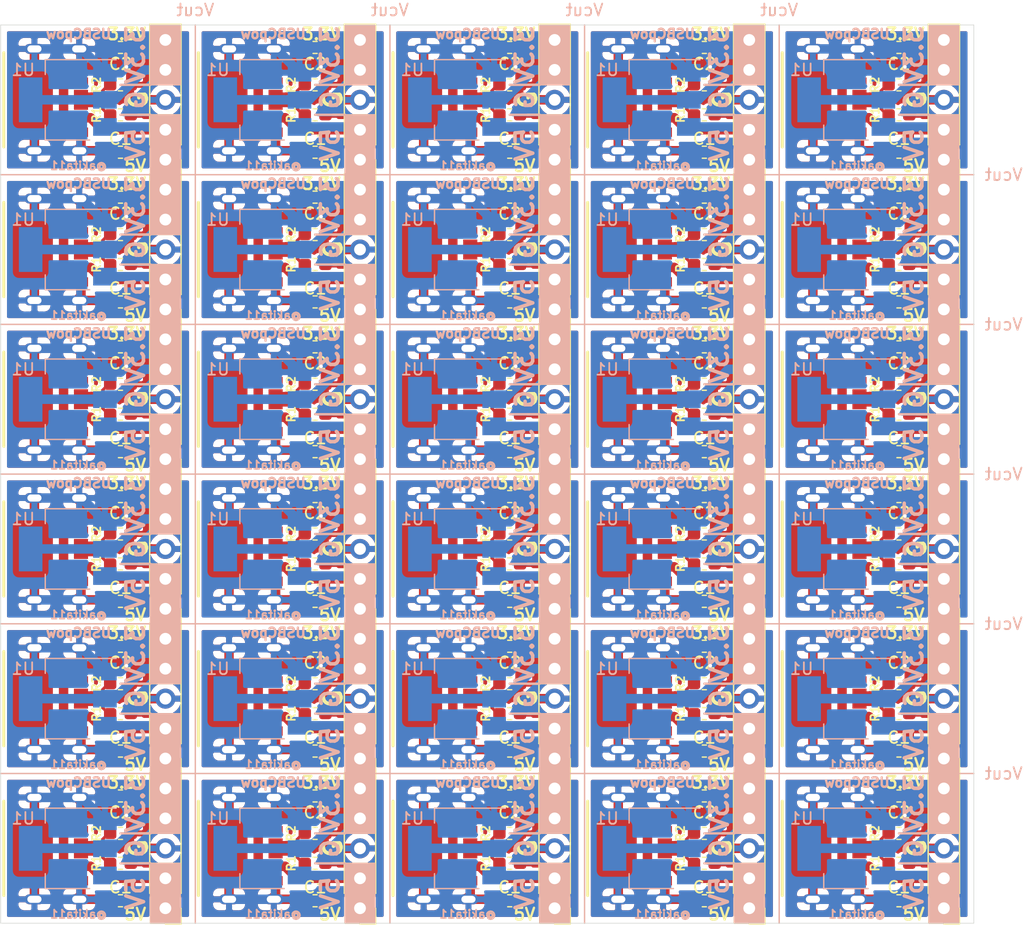
<source format=kicad_pcb>
(kicad_pcb (version 20171130) (host pcbnew "(5.1.5)-3")
  (layers (0 F.Cu signal hide) (31 B.Cu signal hide) (34 B.Paste user) (35 F.Paste user hide) (36 B.SilkS user) (37 F.SilkS user) (38 B.Mask user) (39 F.Mask user hide) (44 Edge.Cuts user hide))
  (net 0 "")
  (net 1 "Net-(C1-Pad2)")
  (net 2 "Net-(C1-Pad1)")
  (net 3 "Net-(C2-Pad1)")
  (net 4 "Net-(CN1-PadB5)")
  (net 5 "Net-(CN1-PadA5)")
  (module akita:USB-C_6P (layer F.Cu) (at 69.85 57.15 270)
    (fp_text reference CN1 hide)
    (fp_text value CON_USB-C-6 hide)
    (pad FG thru_hole roundrect (at 4.32 0.95 270) (size 0.85 1.7) (drill oval 0.6 1.2) (layers *.Cu *.Mask F.Paste) (roundrect_rratio 0.5) (net 1 "Net-(C1-Pad2)"))
    (pad FG thru_hole roundrect (at 4.32 -2.85 270) (size 0.85 1.7) (drill oval 0.6 1.2) (layers *.Cu *.Mask F.Paste) (roundrect_rratio 0.5) (net 1 "Net-(C1-Pad2)"))
    (pad FG thru_hole roundrect (at -4.32 0.95 270) (size 0.85 1.7) (drill oval 0.6 1.2) (layers *.Cu *.Mask F.Paste) (roundrect_rratio 0.5) (net 1 "Net-(C1-Pad2)"))
    (pad FG thru_hole roundrect (at -4.32 -2.85 270) (size 0.85 1.7) (drill oval 0.6 1.2) (layers *.Cu *.Mask F.Paste) (roundrect_rratio 0.5) (net 1 "Net-(C1-Pad2)"))
    (pad A12 smd rect (at 2.75 -3 270) (size 0.8 1.2) (layers F.Cu F.Paste F.Mask) (net 1 "Net-(C1-Pad2)"))
    (pad A9 smd rect (at 1.52 -3 270) (size 0.76 1.2) (layers F.Cu F.Paste F.Mask) (net 2 "Net-(C1-Pad1)"))
    (pad B5 smd rect (at 0.5 -3 270) (size 0.7 1.2) (layers F.Cu F.Paste F.Mask) (net 4 "Net-(CN1-PadB5)"))
    (pad A5 smd rect (at -0.5 -3 270) (size 0.7 1.2) (layers F.Cu F.Paste F.Mask) (net 5 "Net-(CN1-PadA5)"))
    (pad B9 smd rect (at -1.52 -3 270) (size 0.76 1.2) (layers F.Cu F.Paste F.Mask) (net 2 "Net-(C1-Pad1)"))
    (pad B12 smd rect (at -2.75 -3 270) (size 0.8 1.2) (layers F.Cu F.Paste F.Mask) (net 1 "Net-(C1-Pad2)"))
  )
  (module akita:USB-C_6P (layer F.Cu) (at 53.34 57.15 270)
    (fp_text reference CN1 hide)
    (fp_text value CON_USB-C-6 hide)
    (pad FG thru_hole roundrect (at 4.32 0.95 270) (size 0.85 1.7) (drill oval 0.6 1.2) (layers *.Cu *.Mask F.Paste) (roundrect_rratio 0.5) (net 1 "Net-(C1-Pad2)"))
    (pad FG thru_hole roundrect (at 4.32 -2.85 270) (size 0.85 1.7) (drill oval 0.6 1.2) (layers *.Cu *.Mask F.Paste) (roundrect_rratio 0.5) (net 1 "Net-(C1-Pad2)"))
    (pad FG thru_hole roundrect (at -4.32 0.95 270) (size 0.85 1.7) (drill oval 0.6 1.2) (layers *.Cu *.Mask F.Paste) (roundrect_rratio 0.5) (net 1 "Net-(C1-Pad2)"))
    (pad FG thru_hole roundrect (at -4.32 -2.85 270) (size 0.85 1.7) (drill oval 0.6 1.2) (layers *.Cu *.Mask F.Paste) (roundrect_rratio 0.5) (net 1 "Net-(C1-Pad2)"))
    (pad A12 smd rect (at 2.75 -3 270) (size 0.8 1.2) (layers F.Cu F.Paste F.Mask) (net 1 "Net-(C1-Pad2)"))
    (pad A9 smd rect (at 1.52 -3 270) (size 0.76 1.2) (layers F.Cu F.Paste F.Mask) (net 2 "Net-(C1-Pad1)"))
    (pad B5 smd rect (at 0.5 -3 270) (size 0.7 1.2) (layers F.Cu F.Paste F.Mask) (net 4 "Net-(CN1-PadB5)"))
    (pad A5 smd rect (at -0.5 -3 270) (size 0.7 1.2) (layers F.Cu F.Paste F.Mask) (net 5 "Net-(CN1-PadA5)"))
    (pad B9 smd rect (at -1.52 -3 270) (size 0.76 1.2) (layers F.Cu F.Paste F.Mask) (net 2 "Net-(C1-Pad1)"))
    (pad B12 smd rect (at -2.75 -3 270) (size 0.8 1.2) (layers F.Cu F.Paste F.Mask) (net 1 "Net-(C1-Pad2)"))
  )
  (module akita:USB-C_6P (layer F.Cu) (at 36.83 57.15 270)
    (fp_text reference CN1 hide)
    (fp_text value CON_USB-C-6 hide)
    (pad FG thru_hole roundrect (at 4.32 0.95 270) (size 0.85 1.7) (drill oval 0.6 1.2) (layers *.Cu *.Mask F.Paste) (roundrect_rratio 0.5) (net 1 "Net-(C1-Pad2)"))
    (pad FG thru_hole roundrect (at 4.32 -2.85 270) (size 0.85 1.7) (drill oval 0.6 1.2) (layers *.Cu *.Mask F.Paste) (roundrect_rratio 0.5) (net 1 "Net-(C1-Pad2)"))
    (pad FG thru_hole roundrect (at -4.32 0.95 270) (size 0.85 1.7) (drill oval 0.6 1.2) (layers *.Cu *.Mask F.Paste) (roundrect_rratio 0.5) (net 1 "Net-(C1-Pad2)"))
    (pad FG thru_hole roundrect (at -4.32 -2.85 270) (size 0.85 1.7) (drill oval 0.6 1.2) (layers *.Cu *.Mask F.Paste) (roundrect_rratio 0.5) (net 1 "Net-(C1-Pad2)"))
    (pad A12 smd rect (at 2.75 -3 270) (size 0.8 1.2) (layers F.Cu F.Paste F.Mask) (net 1 "Net-(C1-Pad2)"))
    (pad A9 smd rect (at 1.52 -3 270) (size 0.76 1.2) (layers F.Cu F.Paste F.Mask) (net 2 "Net-(C1-Pad1)"))
    (pad B5 smd rect (at 0.5 -3 270) (size 0.7 1.2) (layers F.Cu F.Paste F.Mask) (net 4 "Net-(CN1-PadB5)"))
    (pad A5 smd rect (at -0.5 -3 270) (size 0.7 1.2) (layers F.Cu F.Paste F.Mask) (net 5 "Net-(CN1-PadA5)"))
    (pad B9 smd rect (at -1.52 -3 270) (size 0.76 1.2) (layers F.Cu F.Paste F.Mask) (net 2 "Net-(C1-Pad1)"))
    (pad B12 smd rect (at -2.75 -3 270) (size 0.8 1.2) (layers F.Cu F.Paste F.Mask) (net 1 "Net-(C1-Pad2)"))
  )
  (module akita:USB-C_6P (layer F.Cu) (at 20.32 57.15 270)
    (fp_text reference CN1 hide)
    (fp_text value CON_USB-C-6 hide)
    (pad FG thru_hole roundrect (at 4.32 0.95 270) (size 0.85 1.7) (drill oval 0.6 1.2) (layers *.Cu *.Mask F.Paste) (roundrect_rratio 0.5) (net 1 "Net-(C1-Pad2)"))
    (pad FG thru_hole roundrect (at 4.32 -2.85 270) (size 0.85 1.7) (drill oval 0.6 1.2) (layers *.Cu *.Mask F.Paste) (roundrect_rratio 0.5) (net 1 "Net-(C1-Pad2)"))
    (pad FG thru_hole roundrect (at -4.32 0.95 270) (size 0.85 1.7) (drill oval 0.6 1.2) (layers *.Cu *.Mask F.Paste) (roundrect_rratio 0.5) (net 1 "Net-(C1-Pad2)"))
    (pad FG thru_hole roundrect (at -4.32 -2.85 270) (size 0.85 1.7) (drill oval 0.6 1.2) (layers *.Cu *.Mask F.Paste) (roundrect_rratio 0.5) (net 1 "Net-(C1-Pad2)"))
    (pad A12 smd rect (at 2.75 -3 270) (size 0.8 1.2) (layers F.Cu F.Paste F.Mask) (net 1 "Net-(C1-Pad2)"))
    (pad A9 smd rect (at 1.52 -3 270) (size 0.76 1.2) (layers F.Cu F.Paste F.Mask) (net 2 "Net-(C1-Pad1)"))
    (pad B5 smd rect (at 0.5 -3 270) (size 0.7 1.2) (layers F.Cu F.Paste F.Mask) (net 4 "Net-(CN1-PadB5)"))
    (pad A5 smd rect (at -0.5 -3 270) (size 0.7 1.2) (layers F.Cu F.Paste F.Mask) (net 5 "Net-(CN1-PadA5)"))
    (pad B9 smd rect (at -1.52 -3 270) (size 0.76 1.2) (layers F.Cu F.Paste F.Mask) (net 2 "Net-(C1-Pad1)"))
    (pad B12 smd rect (at -2.75 -3 270) (size 0.8 1.2) (layers F.Cu F.Paste F.Mask) (net 1 "Net-(C1-Pad2)"))
  )
  (module akita:USB-C_6P (layer F.Cu) (at 3.81 57.15 270)
    (fp_text reference CN1 hide)
    (fp_text value CON_USB-C-6 hide)
    (pad FG thru_hole roundrect (at 4.32 0.95 270) (size 0.85 1.7) (drill oval 0.6 1.2) (layers *.Cu *.Mask F.Paste) (roundrect_rratio 0.5) (net 1 "Net-(C1-Pad2)"))
    (pad FG thru_hole roundrect (at 4.32 -2.85 270) (size 0.85 1.7) (drill oval 0.6 1.2) (layers *.Cu *.Mask F.Paste) (roundrect_rratio 0.5) (net 1 "Net-(C1-Pad2)"))
    (pad FG thru_hole roundrect (at -4.32 0.95 270) (size 0.85 1.7) (drill oval 0.6 1.2) (layers *.Cu *.Mask F.Paste) (roundrect_rratio 0.5) (net 1 "Net-(C1-Pad2)"))
    (pad FG thru_hole roundrect (at -4.32 -2.85 270) (size 0.85 1.7) (drill oval 0.6 1.2) (layers *.Cu *.Mask F.Paste) (roundrect_rratio 0.5) (net 1 "Net-(C1-Pad2)"))
    (pad A12 smd rect (at 2.75 -3 270) (size 0.8 1.2) (layers F.Cu F.Paste F.Mask) (net 1 "Net-(C1-Pad2)"))
    (pad A9 smd rect (at 1.52 -3 270) (size 0.76 1.2) (layers F.Cu F.Paste F.Mask) (net 2 "Net-(C1-Pad1)"))
    (pad B5 smd rect (at 0.5 -3 270) (size 0.7 1.2) (layers F.Cu F.Paste F.Mask) (net 4 "Net-(CN1-PadB5)"))
    (pad A5 smd rect (at -0.5 -3 270) (size 0.7 1.2) (layers F.Cu F.Paste F.Mask) (net 5 "Net-(CN1-PadA5)"))
    (pad B9 smd rect (at -1.52 -3 270) (size 0.76 1.2) (layers F.Cu F.Paste F.Mask) (net 2 "Net-(C1-Pad1)"))
    (pad B12 smd rect (at -2.75 -3 270) (size 0.8 1.2) (layers F.Cu F.Paste F.Mask) (net 1 "Net-(C1-Pad2)"))
  )
  (module akita:USB-C_6P (layer F.Cu) (at 69.85 44.45 270)
    (fp_text reference CN1 hide)
    (fp_text value CON_USB-C-6 hide)
    (pad FG thru_hole roundrect (at 4.32 0.95 270) (size 0.85 1.7) (drill oval 0.6 1.2) (layers *.Cu *.Mask F.Paste) (roundrect_rratio 0.5) (net 1 "Net-(C1-Pad2)"))
    (pad FG thru_hole roundrect (at 4.32 -2.85 270) (size 0.85 1.7) (drill oval 0.6 1.2) (layers *.Cu *.Mask F.Paste) (roundrect_rratio 0.5) (net 1 "Net-(C1-Pad2)"))
    (pad FG thru_hole roundrect (at -4.32 0.95 270) (size 0.85 1.7) (drill oval 0.6 1.2) (layers *.Cu *.Mask F.Paste) (roundrect_rratio 0.5) (net 1 "Net-(C1-Pad2)"))
    (pad FG thru_hole roundrect (at -4.32 -2.85 270) (size 0.85 1.7) (drill oval 0.6 1.2) (layers *.Cu *.Mask F.Paste) (roundrect_rratio 0.5) (net 1 "Net-(C1-Pad2)"))
    (pad A12 smd rect (at 2.75 -3 270) (size 0.8 1.2) (layers F.Cu F.Paste F.Mask) (net 1 "Net-(C1-Pad2)"))
    (pad A9 smd rect (at 1.52 -3 270) (size 0.76 1.2) (layers F.Cu F.Paste F.Mask) (net 2 "Net-(C1-Pad1)"))
    (pad B5 smd rect (at 0.5 -3 270) (size 0.7 1.2) (layers F.Cu F.Paste F.Mask) (net 4 "Net-(CN1-PadB5)"))
    (pad A5 smd rect (at -0.5 -3 270) (size 0.7 1.2) (layers F.Cu F.Paste F.Mask) (net 5 "Net-(CN1-PadA5)"))
    (pad B9 smd rect (at -1.52 -3 270) (size 0.76 1.2) (layers F.Cu F.Paste F.Mask) (net 2 "Net-(C1-Pad1)"))
    (pad B12 smd rect (at -2.75 -3 270) (size 0.8 1.2) (layers F.Cu F.Paste F.Mask) (net 1 "Net-(C1-Pad2)"))
  )
  (module akita:USB-C_6P (layer F.Cu) (at 53.34 44.45 270)
    (fp_text reference CN1 hide)
    (fp_text value CON_USB-C-6 hide)
    (pad FG thru_hole roundrect (at 4.32 0.95 270) (size 0.85 1.7) (drill oval 0.6 1.2) (layers *.Cu *.Mask F.Paste) (roundrect_rratio 0.5) (net 1 "Net-(C1-Pad2)"))
    (pad FG thru_hole roundrect (at 4.32 -2.85 270) (size 0.85 1.7) (drill oval 0.6 1.2) (layers *.Cu *.Mask F.Paste) (roundrect_rratio 0.5) (net 1 "Net-(C1-Pad2)"))
    (pad FG thru_hole roundrect (at -4.32 0.95 270) (size 0.85 1.7) (drill oval 0.6 1.2) (layers *.Cu *.Mask F.Paste) (roundrect_rratio 0.5) (net 1 "Net-(C1-Pad2)"))
    (pad FG thru_hole roundrect (at -4.32 -2.85 270) (size 0.85 1.7) (drill oval 0.6 1.2) (layers *.Cu *.Mask F.Paste) (roundrect_rratio 0.5) (net 1 "Net-(C1-Pad2)"))
    (pad A12 smd rect (at 2.75 -3 270) (size 0.8 1.2) (layers F.Cu F.Paste F.Mask) (net 1 "Net-(C1-Pad2)"))
    (pad A9 smd rect (at 1.52 -3 270) (size 0.76 1.2) (layers F.Cu F.Paste F.Mask) (net 2 "Net-(C1-Pad1)"))
    (pad B5 smd rect (at 0.5 -3 270) (size 0.7 1.2) (layers F.Cu F.Paste F.Mask) (net 4 "Net-(CN1-PadB5)"))
    (pad A5 smd rect (at -0.5 -3 270) (size 0.7 1.2) (layers F.Cu F.Paste F.Mask) (net 5 "Net-(CN1-PadA5)"))
    (pad B9 smd rect (at -1.52 -3 270) (size 0.76 1.2) (layers F.Cu F.Paste F.Mask) (net 2 "Net-(C1-Pad1)"))
    (pad B12 smd rect (at -2.75 -3 270) (size 0.8 1.2) (layers F.Cu F.Paste F.Mask) (net 1 "Net-(C1-Pad2)"))
  )
  (module akita:USB-C_6P (layer F.Cu) (at 36.83 44.45 270)
    (fp_text reference CN1 hide)
    (fp_text value CON_USB-C-6 hide)
    (pad FG thru_hole roundrect (at 4.32 0.95 270) (size 0.85 1.7) (drill oval 0.6 1.2) (layers *.Cu *.Mask F.Paste) (roundrect_rratio 0.5) (net 1 "Net-(C1-Pad2)"))
    (pad FG thru_hole roundrect (at 4.32 -2.85 270) (size 0.85 1.7) (drill oval 0.6 1.2) (layers *.Cu *.Mask F.Paste) (roundrect_rratio 0.5) (net 1 "Net-(C1-Pad2)"))
    (pad FG thru_hole roundrect (at -4.32 0.95 270) (size 0.85 1.7) (drill oval 0.6 1.2) (layers *.Cu *.Mask F.Paste) (roundrect_rratio 0.5) (net 1 "Net-(C1-Pad2)"))
    (pad FG thru_hole roundrect (at -4.32 -2.85 270) (size 0.85 1.7) (drill oval 0.6 1.2) (layers *.Cu *.Mask F.Paste) (roundrect_rratio 0.5) (net 1 "Net-(C1-Pad2)"))
    (pad A12 smd rect (at 2.75 -3 270) (size 0.8 1.2) (layers F.Cu F.Paste F.Mask) (net 1 "Net-(C1-Pad2)"))
    (pad A9 smd rect (at 1.52 -3 270) (size 0.76 1.2) (layers F.Cu F.Paste F.Mask) (net 2 "Net-(C1-Pad1)"))
    (pad B5 smd rect (at 0.5 -3 270) (size 0.7 1.2) (layers F.Cu F.Paste F.Mask) (net 4 "Net-(CN1-PadB5)"))
    (pad A5 smd rect (at -0.5 -3 270) (size 0.7 1.2) (layers F.Cu F.Paste F.Mask) (net 5 "Net-(CN1-PadA5)"))
    (pad B9 smd rect (at -1.52 -3 270) (size 0.76 1.2) (layers F.Cu F.Paste F.Mask) (net 2 "Net-(C1-Pad1)"))
    (pad B12 smd rect (at -2.75 -3 270) (size 0.8 1.2) (layers F.Cu F.Paste F.Mask) (net 1 "Net-(C1-Pad2)"))
  )
  (module akita:USB-C_6P (layer F.Cu) (at 20.32 44.45 270)
    (fp_text reference CN1 hide)
    (fp_text value CON_USB-C-6 hide)
    (pad FG thru_hole roundrect (at 4.32 0.95 270) (size 0.85 1.7) (drill oval 0.6 1.2) (layers *.Cu *.Mask F.Paste) (roundrect_rratio 0.5) (net 1 "Net-(C1-Pad2)"))
    (pad FG thru_hole roundrect (at 4.32 -2.85 270) (size 0.85 1.7) (drill oval 0.6 1.2) (layers *.Cu *.Mask F.Paste) (roundrect_rratio 0.5) (net 1 "Net-(C1-Pad2)"))
    (pad FG thru_hole roundrect (at -4.32 0.95 270) (size 0.85 1.7) (drill oval 0.6 1.2) (layers *.Cu *.Mask F.Paste) (roundrect_rratio 0.5) (net 1 "Net-(C1-Pad2)"))
    (pad FG thru_hole roundrect (at -4.32 -2.85 270) (size 0.85 1.7) (drill oval 0.6 1.2) (layers *.Cu *.Mask F.Paste) (roundrect_rratio 0.5) (net 1 "Net-(C1-Pad2)"))
    (pad A12 smd rect (at 2.75 -3 270) (size 0.8 1.2) (layers F.Cu F.Paste F.Mask) (net 1 "Net-(C1-Pad2)"))
    (pad A9 smd rect (at 1.52 -3 270) (size 0.76 1.2) (layers F.Cu F.Paste F.Mask) (net 2 "Net-(C1-Pad1)"))
    (pad B5 smd rect (at 0.5 -3 270) (size 0.7 1.2) (layers F.Cu F.Paste F.Mask) (net 4 "Net-(CN1-PadB5)"))
    (pad A5 smd rect (at -0.5 -3 270) (size 0.7 1.2) (layers F.Cu F.Paste F.Mask) (net 5 "Net-(CN1-PadA5)"))
    (pad B9 smd rect (at -1.52 -3 270) (size 0.76 1.2) (layers F.Cu F.Paste F.Mask) (net 2 "Net-(C1-Pad1)"))
    (pad B12 smd rect (at -2.75 -3 270) (size 0.8 1.2) (layers F.Cu F.Paste F.Mask) (net 1 "Net-(C1-Pad2)"))
  )
  (module akita:USB-C_6P (layer F.Cu) (at 3.81 44.45 270)
    (fp_text reference CN1 hide)
    (fp_text value CON_USB-C-6 hide)
    (pad FG thru_hole roundrect (at 4.32 0.95 270) (size 0.85 1.7) (drill oval 0.6 1.2) (layers *.Cu *.Mask F.Paste) (roundrect_rratio 0.5) (net 1 "Net-(C1-Pad2)"))
    (pad FG thru_hole roundrect (at 4.32 -2.85 270) (size 0.85 1.7) (drill oval 0.6 1.2) (layers *.Cu *.Mask F.Paste) (roundrect_rratio 0.5) (net 1 "Net-(C1-Pad2)"))
    (pad FG thru_hole roundrect (at -4.32 0.95 270) (size 0.85 1.7) (drill oval 0.6 1.2) (layers *.Cu *.Mask F.Paste) (roundrect_rratio 0.5) (net 1 "Net-(C1-Pad2)"))
    (pad FG thru_hole roundrect (at -4.32 -2.85 270) (size 0.85 1.7) (drill oval 0.6 1.2) (layers *.Cu *.Mask F.Paste) (roundrect_rratio 0.5) (net 1 "Net-(C1-Pad2)"))
    (pad A12 smd rect (at 2.75 -3 270) (size 0.8 1.2) (layers F.Cu F.Paste F.Mask) (net 1 "Net-(C1-Pad2)"))
    (pad A9 smd rect (at 1.52 -3 270) (size 0.76 1.2) (layers F.Cu F.Paste F.Mask) (net 2 "Net-(C1-Pad1)"))
    (pad B5 smd rect (at 0.5 -3 270) (size 0.7 1.2) (layers F.Cu F.Paste F.Mask) (net 4 "Net-(CN1-PadB5)"))
    (pad A5 smd rect (at -0.5 -3 270) (size 0.7 1.2) (layers F.Cu F.Paste F.Mask) (net 5 "Net-(CN1-PadA5)"))
    (pad B9 smd rect (at -1.52 -3 270) (size 0.76 1.2) (layers F.Cu F.Paste F.Mask) (net 2 "Net-(C1-Pad1)"))
    (pad B12 smd rect (at -2.75 -3 270) (size 0.8 1.2) (layers F.Cu F.Paste F.Mask) (net 1 "Net-(C1-Pad2)"))
  )
  (module akita:USB-C_6P (layer F.Cu) (at 69.85 31.75 270)
    (fp_text reference CN1 hide)
    (fp_text value CON_USB-C-6 hide)
    (pad FG thru_hole roundrect (at 4.32 0.95 270) (size 0.85 1.7) (drill oval 0.6 1.2) (layers *.Cu *.Mask F.Paste) (roundrect_rratio 0.5) (net 1 "Net-(C1-Pad2)"))
    (pad FG thru_hole roundrect (at 4.32 -2.85 270) (size 0.85 1.7) (drill oval 0.6 1.2) (layers *.Cu *.Mask F.Paste) (roundrect_rratio 0.5) (net 1 "Net-(C1-Pad2)"))
    (pad FG thru_hole roundrect (at -4.32 0.95 270) (size 0.85 1.7) (drill oval 0.6 1.2) (layers *.Cu *.Mask F.Paste) (roundrect_rratio 0.5) (net 1 "Net-(C1-Pad2)"))
    (pad FG thru_hole roundrect (at -4.32 -2.85 270) (size 0.85 1.7) (drill oval 0.6 1.2) (layers *.Cu *.Mask F.Paste) (roundrect_rratio 0.5) (net 1 "Net-(C1-Pad2)"))
    (pad A12 smd rect (at 2.75 -3 270) (size 0.8 1.2) (layers F.Cu F.Paste F.Mask) (net 1 "Net-(C1-Pad2)"))
    (pad A9 smd rect (at 1.52 -3 270) (size 0.76 1.2) (layers F.Cu F.Paste F.Mask) (net 2 "Net-(C1-Pad1)"))
    (pad B5 smd rect (at 0.5 -3 270) (size 0.7 1.2) (layers F.Cu F.Paste F.Mask) (net 4 "Net-(CN1-PadB5)"))
    (pad A5 smd rect (at -0.5 -3 270) (size 0.7 1.2) (layers F.Cu F.Paste F.Mask) (net 5 "Net-(CN1-PadA5)"))
    (pad B9 smd rect (at -1.52 -3 270) (size 0.76 1.2) (layers F.Cu F.Paste F.Mask) (net 2 "Net-(C1-Pad1)"))
    (pad B12 smd rect (at -2.75 -3 270) (size 0.8 1.2) (layers F.Cu F.Paste F.Mask) (net 1 "Net-(C1-Pad2)"))
  )
  (module akita:USB-C_6P (layer F.Cu) (at 53.34 31.75 270)
    (fp_text reference CN1 hide)
    (fp_text value CON_USB-C-6 hide)
    (pad FG thru_hole roundrect (at 4.32 0.95 270) (size 0.85 1.7) (drill oval 0.6 1.2) (layers *.Cu *.Mask F.Paste) (roundrect_rratio 0.5) (net 1 "Net-(C1-Pad2)"))
    (pad FG thru_hole roundrect (at 4.32 -2.85 270) (size 0.85 1.7) (drill oval 0.6 1.2) (layers *.Cu *.Mask F.Paste) (roundrect_rratio 0.5) (net 1 "Net-(C1-Pad2)"))
    (pad FG thru_hole roundrect (at -4.32 0.95 270) (size 0.85 1.7) (drill oval 0.6 1.2) (layers *.Cu *.Mask F.Paste) (roundrect_rratio 0.5) (net 1 "Net-(C1-Pad2)"))
    (pad FG thru_hole roundrect (at -4.32 -2.85 270) (size 0.85 1.7) (drill oval 0.6 1.2) (layers *.Cu *.Mask F.Paste) (roundrect_rratio 0.5) (net 1 "Net-(C1-Pad2)"))
    (pad A12 smd rect (at 2.75 -3 270) (size 0.8 1.2) (layers F.Cu F.Paste F.Mask) (net 1 "Net-(C1-Pad2)"))
    (pad A9 smd rect (at 1.52 -3 270) (size 0.76 1.2) (layers F.Cu F.Paste F.Mask) (net 2 "Net-(C1-Pad1)"))
    (pad B5 smd rect (at 0.5 -3 270) (size 0.7 1.2) (layers F.Cu F.Paste F.Mask) (net 4 "Net-(CN1-PadB5)"))
    (pad A5 smd rect (at -0.5 -3 270) (size 0.7 1.2) (layers F.Cu F.Paste F.Mask) (net 5 "Net-(CN1-PadA5)"))
    (pad B9 smd rect (at -1.52 -3 270) (size 0.76 1.2) (layers F.Cu F.Paste F.Mask) (net 2 "Net-(C1-Pad1)"))
    (pad B12 smd rect (at -2.75 -3 270) (size 0.8 1.2) (layers F.Cu F.Paste F.Mask) (net 1 "Net-(C1-Pad2)"))
  )
  (module akita:USB-C_6P (layer F.Cu) (at 36.83 31.75 270)
    (fp_text reference CN1 hide)
    (fp_text value CON_USB-C-6 hide)
    (pad FG thru_hole roundrect (at 4.32 0.95 270) (size 0.85 1.7) (drill oval 0.6 1.2) (layers *.Cu *.Mask F.Paste) (roundrect_rratio 0.5) (net 1 "Net-(C1-Pad2)"))
    (pad FG thru_hole roundrect (at 4.32 -2.85 270) (size 0.85 1.7) (drill oval 0.6 1.2) (layers *.Cu *.Mask F.Paste) (roundrect_rratio 0.5) (net 1 "Net-(C1-Pad2)"))
    (pad FG thru_hole roundrect (at -4.32 0.95 270) (size 0.85 1.7) (drill oval 0.6 1.2) (layers *.Cu *.Mask F.Paste) (roundrect_rratio 0.5) (net 1 "Net-(C1-Pad2)"))
    (pad FG thru_hole roundrect (at -4.32 -2.85 270) (size 0.85 1.7) (drill oval 0.6 1.2) (layers *.Cu *.Mask F.Paste) (roundrect_rratio 0.5) (net 1 "Net-(C1-Pad2)"))
    (pad A12 smd rect (at 2.75 -3 270) (size 0.8 1.2) (layers F.Cu F.Paste F.Mask) (net 1 "Net-(C1-Pad2)"))
    (pad A9 smd rect (at 1.52 -3 270) (size 0.76 1.2) (layers F.Cu F.Paste F.Mask) (net 2 "Net-(C1-Pad1)"))
    (pad B5 smd rect (at 0.5 -3 270) (size 0.7 1.2) (layers F.Cu F.Paste F.Mask) (net 4 "Net-(CN1-PadB5)"))
    (pad A5 smd rect (at -0.5 -3 270) (size 0.7 1.2) (layers F.Cu F.Paste F.Mask) (net 5 "Net-(CN1-PadA5)"))
    (pad B9 smd rect (at -1.52 -3 270) (size 0.76 1.2) (layers F.Cu F.Paste F.Mask) (net 2 "Net-(C1-Pad1)"))
    (pad B12 smd rect (at -2.75 -3 270) (size 0.8 1.2) (layers F.Cu F.Paste F.Mask) (net 1 "Net-(C1-Pad2)"))
  )
  (module akita:USB-C_6P (layer F.Cu) (at 20.32 31.75 270)
    (fp_text reference CN1 hide)
    (fp_text value CON_USB-C-6 hide)
    (pad FG thru_hole roundrect (at 4.32 0.95 270) (size 0.85 1.7) (drill oval 0.6 1.2) (layers *.Cu *.Mask F.Paste) (roundrect_rratio 0.5) (net 1 "Net-(C1-Pad2)"))
    (pad FG thru_hole roundrect (at 4.32 -2.85 270) (size 0.85 1.7) (drill oval 0.6 1.2) (layers *.Cu *.Mask F.Paste) (roundrect_rratio 0.5) (net 1 "Net-(C1-Pad2)"))
    (pad FG thru_hole roundrect (at -4.32 0.95 270) (size 0.85 1.7) (drill oval 0.6 1.2) (layers *.Cu *.Mask F.Paste) (roundrect_rratio 0.5) (net 1 "Net-(C1-Pad2)"))
    (pad FG thru_hole roundrect (at -4.32 -2.85 270) (size 0.85 1.7) (drill oval 0.6 1.2) (layers *.Cu *.Mask F.Paste) (roundrect_rratio 0.5) (net 1 "Net-(C1-Pad2)"))
    (pad A12 smd rect (at 2.75 -3 270) (size 0.8 1.2) (layers F.Cu F.Paste F.Mask) (net 1 "Net-(C1-Pad2)"))
    (pad A9 smd rect (at 1.52 -3 270) (size 0.76 1.2) (layers F.Cu F.Paste F.Mask) (net 2 "Net-(C1-Pad1)"))
    (pad B5 smd rect (at 0.5 -3 270) (size 0.7 1.2) (layers F.Cu F.Paste F.Mask) (net 4 "Net-(CN1-PadB5)"))
    (pad A5 smd rect (at -0.5 -3 270) (size 0.7 1.2) (layers F.Cu F.Paste F.Mask) (net 5 "Net-(CN1-PadA5)"))
    (pad B9 smd rect (at -1.52 -3 270) (size 0.76 1.2) (layers F.Cu F.Paste F.Mask) (net 2 "Net-(C1-Pad1)"))
    (pad B12 smd rect (at -2.75 -3 270) (size 0.8 1.2) (layers F.Cu F.Paste F.Mask) (net 1 "Net-(C1-Pad2)"))
  )
  (module akita:USB-C_6P (layer F.Cu) (at 3.81 31.75 270)
    (fp_text reference CN1 hide)
    (fp_text value CON_USB-C-6 hide)
    (pad FG thru_hole roundrect (at 4.32 0.95 270) (size 0.85 1.7) (drill oval 0.6 1.2) (layers *.Cu *.Mask F.Paste) (roundrect_rratio 0.5) (net 1 "Net-(C1-Pad2)"))
    (pad FG thru_hole roundrect (at 4.32 -2.85 270) (size 0.85 1.7) (drill oval 0.6 1.2) (layers *.Cu *.Mask F.Paste) (roundrect_rratio 0.5) (net 1 "Net-(C1-Pad2)"))
    (pad FG thru_hole roundrect (at -4.32 0.95 270) (size 0.85 1.7) (drill oval 0.6 1.2) (layers *.Cu *.Mask F.Paste) (roundrect_rratio 0.5) (net 1 "Net-(C1-Pad2)"))
    (pad FG thru_hole roundrect (at -4.32 -2.85 270) (size 0.85 1.7) (drill oval 0.6 1.2) (layers *.Cu *.Mask F.Paste) (roundrect_rratio 0.5) (net 1 "Net-(C1-Pad2)"))
    (pad A12 smd rect (at 2.75 -3 270) (size 0.8 1.2) (layers F.Cu F.Paste F.Mask) (net 1 "Net-(C1-Pad2)"))
    (pad A9 smd rect (at 1.52 -3 270) (size 0.76 1.2) (layers F.Cu F.Paste F.Mask) (net 2 "Net-(C1-Pad1)"))
    (pad B5 smd rect (at 0.5 -3 270) (size 0.7 1.2) (layers F.Cu F.Paste F.Mask) (net 4 "Net-(CN1-PadB5)"))
    (pad A5 smd rect (at -0.5 -3 270) (size 0.7 1.2) (layers F.Cu F.Paste F.Mask) (net 5 "Net-(CN1-PadA5)"))
    (pad B9 smd rect (at -1.52 -3 270) (size 0.76 1.2) (layers F.Cu F.Paste F.Mask) (net 2 "Net-(C1-Pad1)"))
    (pad B12 smd rect (at -2.75 -3 270) (size 0.8 1.2) (layers F.Cu F.Paste F.Mask) (net 1 "Net-(C1-Pad2)"))
  )
  (module akita:USB-C_6P (layer F.Cu) (at 69.85 19.05 270)
    (fp_text reference CN1 hide)
    (fp_text value CON_USB-C-6 hide)
    (pad FG thru_hole roundrect (at 4.32 0.95 270) (size 0.85 1.7) (drill oval 0.6 1.2) (layers *.Cu *.Mask F.Paste) (roundrect_rratio 0.5) (net 1 "Net-(C1-Pad2)"))
    (pad FG thru_hole roundrect (at 4.32 -2.85 270) (size 0.85 1.7) (drill oval 0.6 1.2) (layers *.Cu *.Mask F.Paste) (roundrect_rratio 0.5) (net 1 "Net-(C1-Pad2)"))
    (pad FG thru_hole roundrect (at -4.32 0.95 270) (size 0.85 1.7) (drill oval 0.6 1.2) (layers *.Cu *.Mask F.Paste) (roundrect_rratio 0.5) (net 1 "Net-(C1-Pad2)"))
    (pad FG thru_hole roundrect (at -4.32 -2.85 270) (size 0.85 1.7) (drill oval 0.6 1.2) (layers *.Cu *.Mask F.Paste) (roundrect_rratio 0.5) (net 1 "Net-(C1-Pad2)"))
    (pad A12 smd rect (at 2.75 -3 270) (size 0.8 1.2) (layers F.Cu F.Paste F.Mask) (net 1 "Net-(C1-Pad2)"))
    (pad A9 smd rect (at 1.52 -3 270) (size 0.76 1.2) (layers F.Cu F.Paste F.Mask) (net 2 "Net-(C1-Pad1)"))
    (pad B5 smd rect (at 0.5 -3 270) (size 0.7 1.2) (layers F.Cu F.Paste F.Mask) (net 4 "Net-(CN1-PadB5)"))
    (pad A5 smd rect (at -0.5 -3 270) (size 0.7 1.2) (layers F.Cu F.Paste F.Mask) (net 5 "Net-(CN1-PadA5)"))
    (pad B9 smd rect (at -1.52 -3 270) (size 0.76 1.2) (layers F.Cu F.Paste F.Mask) (net 2 "Net-(C1-Pad1)"))
    (pad B12 smd rect (at -2.75 -3 270) (size 0.8 1.2) (layers F.Cu F.Paste F.Mask) (net 1 "Net-(C1-Pad2)"))
  )
  (module akita:USB-C_6P (layer F.Cu) (at 53.34 19.05 270)
    (fp_text reference CN1 hide)
    (fp_text value CON_USB-C-6 hide)
    (pad FG thru_hole roundrect (at 4.32 0.95 270) (size 0.85 1.7) (drill oval 0.6 1.2) (layers *.Cu *.Mask F.Paste) (roundrect_rratio 0.5) (net 1 "Net-(C1-Pad2)"))
    (pad FG thru_hole roundrect (at 4.32 -2.85 270) (size 0.85 1.7) (drill oval 0.6 1.2) (layers *.Cu *.Mask F.Paste) (roundrect_rratio 0.5) (net 1 "Net-(C1-Pad2)"))
    (pad FG thru_hole roundrect (at -4.32 0.95 270) (size 0.85 1.7) (drill oval 0.6 1.2) (layers *.Cu *.Mask F.Paste) (roundrect_rratio 0.5) (net 1 "Net-(C1-Pad2)"))
    (pad FG thru_hole roundrect (at -4.32 -2.85 270) (size 0.85 1.7) (drill oval 0.6 1.2) (layers *.Cu *.Mask F.Paste) (roundrect_rratio 0.5) (net 1 "Net-(C1-Pad2)"))
    (pad A12 smd rect (at 2.75 -3 270) (size 0.8 1.2) (layers F.Cu F.Paste F.Mask) (net 1 "Net-(C1-Pad2)"))
    (pad A9 smd rect (at 1.52 -3 270) (size 0.76 1.2) (layers F.Cu F.Paste F.Mask) (net 2 "Net-(C1-Pad1)"))
    (pad B5 smd rect (at 0.5 -3 270) (size 0.7 1.2) (layers F.Cu F.Paste F.Mask) (net 4 "Net-(CN1-PadB5)"))
    (pad A5 smd rect (at -0.5 -3 270) (size 0.7 1.2) (layers F.Cu F.Paste F.Mask) (net 5 "Net-(CN1-PadA5)"))
    (pad B9 smd rect (at -1.52 -3 270) (size 0.76 1.2) (layers F.Cu F.Paste F.Mask) (net 2 "Net-(C1-Pad1)"))
    (pad B12 smd rect (at -2.75 -3 270) (size 0.8 1.2) (layers F.Cu F.Paste F.Mask) (net 1 "Net-(C1-Pad2)"))
  )
  (module akita:USB-C_6P (layer F.Cu) (at 36.83 19.05 270)
    (fp_text reference CN1 hide)
    (fp_text value CON_USB-C-6 hide)
    (pad FG thru_hole roundrect (at 4.32 0.95 270) (size 0.85 1.7) (drill oval 0.6 1.2) (layers *.Cu *.Mask F.Paste) (roundrect_rratio 0.5) (net 1 "Net-(C1-Pad2)"))
    (pad FG thru_hole roundrect (at 4.32 -2.85 270) (size 0.85 1.7) (drill oval 0.6 1.2) (layers *.Cu *.Mask F.Paste) (roundrect_rratio 0.5) (net 1 "Net-(C1-Pad2)"))
    (pad FG thru_hole roundrect (at -4.32 0.95 270) (size 0.85 1.7) (drill oval 0.6 1.2) (layers *.Cu *.Mask F.Paste) (roundrect_rratio 0.5) (net 1 "Net-(C1-Pad2)"))
    (pad FG thru_hole roundrect (at -4.32 -2.85 270) (size 0.85 1.7) (drill oval 0.6 1.2) (layers *.Cu *.Mask F.Paste) (roundrect_rratio 0.5) (net 1 "Net-(C1-Pad2)"))
    (pad A12 smd rect (at 2.75 -3 270) (size 0.8 1.2) (layers F.Cu F.Paste F.Mask) (net 1 "Net-(C1-Pad2)"))
    (pad A9 smd rect (at 1.52 -3 270) (size 0.76 1.2) (layers F.Cu F.Paste F.Mask) (net 2 "Net-(C1-Pad1)"))
    (pad B5 smd rect (at 0.5 -3 270) (size 0.7 1.2) (layers F.Cu F.Paste F.Mask) (net 4 "Net-(CN1-PadB5)"))
    (pad A5 smd rect (at -0.5 -3 270) (size 0.7 1.2) (layers F.Cu F.Paste F.Mask) (net 5 "Net-(CN1-PadA5)"))
    (pad B9 smd rect (at -1.52 -3 270) (size 0.76 1.2) (layers F.Cu F.Paste F.Mask) (net 2 "Net-(C1-Pad1)"))
    (pad B12 smd rect (at -2.75 -3 270) (size 0.8 1.2) (layers F.Cu F.Paste F.Mask) (net 1 "Net-(C1-Pad2)"))
  )
  (module akita:USB-C_6P (layer F.Cu) (at 20.32 19.05 270)
    (fp_text reference CN1 hide)
    (fp_text value CON_USB-C-6 hide)
    (pad FG thru_hole roundrect (at 4.32 0.95 270) (size 0.85 1.7) (drill oval 0.6 1.2) (layers *.Cu *.Mask F.Paste) (roundrect_rratio 0.5) (net 1 "Net-(C1-Pad2)"))
    (pad FG thru_hole roundrect (at 4.32 -2.85 270) (size 0.85 1.7) (drill oval 0.6 1.2) (layers *.Cu *.Mask F.Paste) (roundrect_rratio 0.5) (net 1 "Net-(C1-Pad2)"))
    (pad FG thru_hole roundrect (at -4.32 0.95 270) (size 0.85 1.7) (drill oval 0.6 1.2) (layers *.Cu *.Mask F.Paste) (roundrect_rratio 0.5) (net 1 "Net-(C1-Pad2)"))
    (pad FG thru_hole roundrect (at -4.32 -2.85 270) (size 0.85 1.7) (drill oval 0.6 1.2) (layers *.Cu *.Mask F.Paste) (roundrect_rratio 0.5) (net 1 "Net-(C1-Pad2)"))
    (pad A12 smd rect (at 2.75 -3 270) (size 0.8 1.2) (layers F.Cu F.Paste F.Mask) (net 1 "Net-(C1-Pad2)"))
    (pad A9 smd rect (at 1.52 -3 270) (size 0.76 1.2) (layers F.Cu F.Paste F.Mask) (net 2 "Net-(C1-Pad1)"))
    (pad B5 smd rect (at 0.5 -3 270) (size 0.7 1.2) (layers F.Cu F.Paste F.Mask) (net 4 "Net-(CN1-PadB5)"))
    (pad A5 smd rect (at -0.5 -3 270) (size 0.7 1.2) (layers F.Cu F.Paste F.Mask) (net 5 "Net-(CN1-PadA5)"))
    (pad B9 smd rect (at -1.52 -3 270) (size 0.76 1.2) (layers F.Cu F.Paste F.Mask) (net 2 "Net-(C1-Pad1)"))
    (pad B12 smd rect (at -2.75 -3 270) (size 0.8 1.2) (layers F.Cu F.Paste F.Mask) (net 1 "Net-(C1-Pad2)"))
  )
  (module akita:USB-C_6P (layer F.Cu) (at 3.81 19.05 270)
    (fp_text reference CN1 hide)
    (fp_text value CON_USB-C-6 hide)
    (pad FG thru_hole roundrect (at 4.32 0.95 270) (size 0.85 1.7) (drill oval 0.6 1.2) (layers *.Cu *.Mask F.Paste) (roundrect_rratio 0.5) (net 1 "Net-(C1-Pad2)"))
    (pad FG thru_hole roundrect (at 4.32 -2.85 270) (size 0.85 1.7) (drill oval 0.6 1.2) (layers *.Cu *.Mask F.Paste) (roundrect_rratio 0.5) (net 1 "Net-(C1-Pad2)"))
    (pad FG thru_hole roundrect (at -4.32 0.95 270) (size 0.85 1.7) (drill oval 0.6 1.2) (layers *.Cu *.Mask F.Paste) (roundrect_rratio 0.5) (net 1 "Net-(C1-Pad2)"))
    (pad FG thru_hole roundrect (at -4.32 -2.85 270) (size 0.85 1.7) (drill oval 0.6 1.2) (layers *.Cu *.Mask F.Paste) (roundrect_rratio 0.5) (net 1 "Net-(C1-Pad2)"))
    (pad A12 smd rect (at 2.75 -3 270) (size 0.8 1.2) (layers F.Cu F.Paste F.Mask) (net 1 "Net-(C1-Pad2)"))
    (pad A9 smd rect (at 1.52 -3 270) (size 0.76 1.2) (layers F.Cu F.Paste F.Mask) (net 2 "Net-(C1-Pad1)"))
    (pad B5 smd rect (at 0.5 -3 270) (size 0.7 1.2) (layers F.Cu F.Paste F.Mask) (net 4 "Net-(CN1-PadB5)"))
    (pad A5 smd rect (at -0.5 -3 270) (size 0.7 1.2) (layers F.Cu F.Paste F.Mask) (net 5 "Net-(CN1-PadA5)"))
    (pad B9 smd rect (at -1.52 -3 270) (size 0.76 1.2) (layers F.Cu F.Paste F.Mask) (net 2 "Net-(C1-Pad1)"))
    (pad B12 smd rect (at -2.75 -3 270) (size 0.8 1.2) (layers F.Cu F.Paste F.Mask) (net 1 "Net-(C1-Pad2)"))
  )
  (module akita:USB-C_6P (layer F.Cu) (at 69.85 6.35 270)
    (fp_text reference CN1 hide)
    (fp_text value CON_USB-C-6 hide)
    (pad FG thru_hole roundrect (at 4.32 0.95 270) (size 0.85 1.7) (drill oval 0.6 1.2) (layers *.Cu *.Mask F.Paste) (roundrect_rratio 0.5) (net 1 "Net-(C1-Pad2)"))
    (pad FG thru_hole roundrect (at 4.32 -2.85 270) (size 0.85 1.7) (drill oval 0.6 1.2) (layers *.Cu *.Mask F.Paste) (roundrect_rratio 0.5) (net 1 "Net-(C1-Pad2)"))
    (pad FG thru_hole roundrect (at -4.32 0.95 270) (size 0.85 1.7) (drill oval 0.6 1.2) (layers *.Cu *.Mask F.Paste) (roundrect_rratio 0.5) (net 1 "Net-(C1-Pad2)"))
    (pad FG thru_hole roundrect (at -4.32 -2.85 270) (size 0.85 1.7) (drill oval 0.6 1.2) (layers *.Cu *.Mask F.Paste) (roundrect_rratio 0.5) (net 1 "Net-(C1-Pad2)"))
    (pad A12 smd rect (at 2.75 -3 270) (size 0.8 1.2) (layers F.Cu F.Paste F.Mask) (net 1 "Net-(C1-Pad2)"))
    (pad A9 smd rect (at 1.52 -3 270) (size 0.76 1.2) (layers F.Cu F.Paste F.Mask) (net 2 "Net-(C1-Pad1)"))
    (pad B5 smd rect (at 0.5 -3 270) (size 0.7 1.2) (layers F.Cu F.Paste F.Mask) (net 4 "Net-(CN1-PadB5)"))
    (pad A5 smd rect (at -0.5 -3 270) (size 0.7 1.2) (layers F.Cu F.Paste F.Mask) (net 5 "Net-(CN1-PadA5)"))
    (pad B9 smd rect (at -1.52 -3 270) (size 0.76 1.2) (layers F.Cu F.Paste F.Mask) (net 2 "Net-(C1-Pad1)"))
    (pad B12 smd rect (at -2.75 -3 270) (size 0.8 1.2) (layers F.Cu F.Paste F.Mask) (net 1 "Net-(C1-Pad2)"))
  )
  (module akita:USB-C_6P (layer F.Cu) (at 53.34 6.35 270)
    (fp_text reference CN1 hide)
    (fp_text value CON_USB-C-6 hide)
    (pad FG thru_hole roundrect (at 4.32 0.95 270) (size 0.85 1.7) (drill oval 0.6 1.2) (layers *.Cu *.Mask F.Paste) (roundrect_rratio 0.5) (net 1 "Net-(C1-Pad2)"))
    (pad FG thru_hole roundrect (at 4.32 -2.85 270) (size 0.85 1.7) (drill oval 0.6 1.2) (layers *.Cu *.Mask F.Paste) (roundrect_rratio 0.5) (net 1 "Net-(C1-Pad2)"))
    (pad FG thru_hole roundrect (at -4.32 0.95 270) (size 0.85 1.7) (drill oval 0.6 1.2) (layers *.Cu *.Mask F.Paste) (roundrect_rratio 0.5) (net 1 "Net-(C1-Pad2)"))
    (pad FG thru_hole roundrect (at -4.32 -2.85 270) (size 0.85 1.7) (drill oval 0.6 1.2) (layers *.Cu *.Mask F.Paste) (roundrect_rratio 0.5) (net 1 "Net-(C1-Pad2)"))
    (pad A12 smd rect (at 2.75 -3 270) (size 0.8 1.2) (layers F.Cu F.Paste F.Mask) (net 1 "Net-(C1-Pad2)"))
    (pad A9 smd rect (at 1.52 -3 270) (size 0.76 1.2) (layers F.Cu F.Paste F.Mask) (net 2 "Net-(C1-Pad1)"))
    (pad B5 smd rect (at 0.5 -3 270) (size 0.7 1.2) (layers F.Cu F.Paste F.Mask) (net 4 "Net-(CN1-PadB5)"))
    (pad A5 smd rect (at -0.5 -3 270) (size 0.7 1.2) (layers F.Cu F.Paste F.Mask) (net 5 "Net-(CN1-PadA5)"))
    (pad B9 smd rect (at -1.52 -3 270) (size 0.76 1.2) (layers F.Cu F.Paste F.Mask) (net 2 "Net-(C1-Pad1)"))
    (pad B12 smd rect (at -2.75 -3 270) (size 0.8 1.2) (layers F.Cu F.Paste F.Mask) (net 1 "Net-(C1-Pad2)"))
  )
  (module akita:USB-C_6P (layer F.Cu) (at 36.83 6.35 270)
    (fp_text reference CN1 hide)
    (fp_text value CON_USB-C-6 hide)
    (pad FG thru_hole roundrect (at 4.32 0.95 270) (size 0.85 1.7) (drill oval 0.6 1.2) (layers *.Cu *.Mask F.Paste) (roundrect_rratio 0.5) (net 1 "Net-(C1-Pad2)"))
    (pad FG thru_hole roundrect (at 4.32 -2.85 270) (size 0.85 1.7) (drill oval 0.6 1.2) (layers *.Cu *.Mask F.Paste) (roundrect_rratio 0.5) (net 1 "Net-(C1-Pad2)"))
    (pad FG thru_hole roundrect (at -4.32 0.95 270) (size 0.85 1.7) (drill oval 0.6 1.2) (layers *.Cu *.Mask F.Paste) (roundrect_rratio 0.5) (net 1 "Net-(C1-Pad2)"))
    (pad FG thru_hole roundrect (at -4.32 -2.85 270) (size 0.85 1.7) (drill oval 0.6 1.2) (layers *.Cu *.Mask F.Paste) (roundrect_rratio 0.5) (net 1 "Net-(C1-Pad2)"))
    (pad A12 smd rect (at 2.75 -3 270) (size 0.8 1.2) (layers F.Cu F.Paste F.Mask) (net 1 "Net-(C1-Pad2)"))
    (pad A9 smd rect (at 1.52 -3 270) (size 0.76 1.2) (layers F.Cu F.Paste F.Mask) (net 2 "Net-(C1-Pad1)"))
    (pad B5 smd rect (at 0.5 -3 270) (size 0.7 1.2) (layers F.Cu F.Paste F.Mask) (net 4 "Net-(CN1-PadB5)"))
    (pad A5 smd rect (at -0.5 -3 270) (size 0.7 1.2) (layers F.Cu F.Paste F.Mask) (net 5 "Net-(CN1-PadA5)"))
    (pad B9 smd rect (at -1.52 -3 270) (size 0.76 1.2) (layers F.Cu F.Paste F.Mask) (net 2 "Net-(C1-Pad1)"))
    (pad B12 smd rect (at -2.75 -3 270) (size 0.8 1.2) (layers F.Cu F.Paste F.Mask) (net 1 "Net-(C1-Pad2)"))
  )
  (module akita:USB-C_6P (layer F.Cu) (at 20.32 6.35 270)
    (fp_text reference CN1 hide)
    (fp_text value CON_USB-C-6 hide)
    (pad FG thru_hole roundrect (at 4.32 0.95 270) (size 0.85 1.7) (drill oval 0.6 1.2) (layers *.Cu *.Mask F.Paste) (roundrect_rratio 0.5) (net 1 "Net-(C1-Pad2)"))
    (pad FG thru_hole roundrect (at 4.32 -2.85 270) (size 0.85 1.7) (drill oval 0.6 1.2) (layers *.Cu *.Mask F.Paste) (roundrect_rratio 0.5) (net 1 "Net-(C1-Pad2)"))
    (pad FG thru_hole roundrect (at -4.32 0.95 270) (size 0.85 1.7) (drill oval 0.6 1.2) (layers *.Cu *.Mask F.Paste) (roundrect_rratio 0.5) (net 1 "Net-(C1-Pad2)"))
    (pad FG thru_hole roundrect (at -4.32 -2.85 270) (size 0.85 1.7) (drill oval 0.6 1.2) (layers *.Cu *.Mask F.Paste) (roundrect_rratio 0.5) (net 1 "Net-(C1-Pad2)"))
    (pad A12 smd rect (at 2.75 -3 270) (size 0.8 1.2) (layers F.Cu F.Paste F.Mask) (net 1 "Net-(C1-Pad2)"))
    (pad A9 smd rect (at 1.52 -3 270) (size 0.76 1.2) (layers F.Cu F.Paste F.Mask) (net 2 "Net-(C1-Pad1)"))
    (pad B5 smd rect (at 0.5 -3 270) (size 0.7 1.2) (layers F.Cu F.Paste F.Mask) (net 4 "Net-(CN1-PadB5)"))
    (pad A5 smd rect (at -0.5 -3 270) (size 0.7 1.2) (layers F.Cu F.Paste F.Mask) (net 5 "Net-(CN1-PadA5)"))
    (pad B9 smd rect (at -1.52 -3 270) (size 0.76 1.2) (layers F.Cu F.Paste F.Mask) (net 2 "Net-(C1-Pad1)"))
    (pad B12 smd rect (at -2.75 -3 270) (size 0.8 1.2) (layers F.Cu F.Paste F.Mask) (net 1 "Net-(C1-Pad2)"))
  )
  (module akita:USB-C_6P (layer F.Cu) (at 3.81 6.35 270)
    (fp_text reference CN1 hide)
    (fp_text value CON_USB-C-6 hide)
    (pad FG thru_hole roundrect (at 4.32 0.95 270) (size 0.85 1.7) (drill oval 0.6 1.2) (layers *.Cu *.Mask F.Paste) (roundrect_rratio 0.5) (net 1 "Net-(C1-Pad2)"))
    (pad FG thru_hole roundrect (at 4.32 -2.85 270) (size 0.85 1.7) (drill oval 0.6 1.2) (layers *.Cu *.Mask F.Paste) (roundrect_rratio 0.5) (net 1 "Net-(C1-Pad2)"))
    (pad FG thru_hole roundrect (at -4.32 0.95 270) (size 0.85 1.7) (drill oval 0.6 1.2) (layers *.Cu *.Mask F.Paste) (roundrect_rratio 0.5) (net 1 "Net-(C1-Pad2)"))
    (pad FG thru_hole roundrect (at -4.32 -2.85 270) (size 0.85 1.7) (drill oval 0.6 1.2) (layers *.Cu *.Mask F.Paste) (roundrect_rratio 0.5) (net 1 "Net-(C1-Pad2)"))
    (pad A12 smd rect (at 2.75 -3 270) (size 0.8 1.2) (layers F.Cu F.Paste F.Mask) (net 1 "Net-(C1-Pad2)"))
    (pad A9 smd rect (at 1.52 -3 270) (size 0.76 1.2) (layers F.Cu F.Paste F.Mask) (net 2 "Net-(C1-Pad1)"))
    (pad B5 smd rect (at 0.5 -3 270) (size 0.7 1.2) (layers F.Cu F.Paste F.Mask) (net 4 "Net-(CN1-PadB5)"))
    (pad A5 smd rect (at -0.5 -3 270) (size 0.7 1.2) (layers F.Cu F.Paste F.Mask) (net 5 "Net-(CN1-PadA5)"))
    (pad B9 smd rect (at -1.52 -3 270) (size 0.76 1.2) (layers F.Cu F.Paste F.Mask) (net 2 "Net-(C1-Pad1)"))
    (pad B12 smd rect (at -2.75 -3 270) (size 0.8 1.2) (layers F.Cu F.Paste F.Mask) (net 1 "Net-(C1-Pad2)"))
  )
  (module akita:USB-C_6P (layer F.Cu) (at 69.85 -6.35 270)
    (fp_text reference CN1 hide)
    (fp_text value CON_USB-C-6 hide)
    (pad FG thru_hole roundrect (at 4.32 0.95 270) (size 0.85 1.7) (drill oval 0.6 1.2) (layers *.Cu *.Mask F.Paste) (roundrect_rratio 0.5) (net 1 "Net-(C1-Pad2)"))
    (pad FG thru_hole roundrect (at 4.32 -2.85 270) (size 0.85 1.7) (drill oval 0.6 1.2) (layers *.Cu *.Mask F.Paste) (roundrect_rratio 0.5) (net 1 "Net-(C1-Pad2)"))
    (pad FG thru_hole roundrect (at -4.32 0.95 270) (size 0.85 1.7) (drill oval 0.6 1.2) (layers *.Cu *.Mask F.Paste) (roundrect_rratio 0.5) (net 1 "Net-(C1-Pad2)"))
    (pad FG thru_hole roundrect (at -4.32 -2.85 270) (size 0.85 1.7) (drill oval 0.6 1.2) (layers *.Cu *.Mask F.Paste) (roundrect_rratio 0.5) (net 1 "Net-(C1-Pad2)"))
    (pad A12 smd rect (at 2.75 -3 270) (size 0.8 1.2) (layers F.Cu F.Paste F.Mask) (net 1 "Net-(C1-Pad2)"))
    (pad A9 smd rect (at 1.52 -3 270) (size 0.76 1.2) (layers F.Cu F.Paste F.Mask) (net 2 "Net-(C1-Pad1)"))
    (pad B5 smd rect (at 0.5 -3 270) (size 0.7 1.2) (layers F.Cu F.Paste F.Mask) (net 4 "Net-(CN1-PadB5)"))
    (pad A5 smd rect (at -0.5 -3 270) (size 0.7 1.2) (layers F.Cu F.Paste F.Mask) (net 5 "Net-(CN1-PadA5)"))
    (pad B9 smd rect (at -1.52 -3 270) (size 0.76 1.2) (layers F.Cu F.Paste F.Mask) (net 2 "Net-(C1-Pad1)"))
    (pad B12 smd rect (at -2.75 -3 270) (size 0.8 1.2) (layers F.Cu F.Paste F.Mask) (net 1 "Net-(C1-Pad2)"))
  )
  (module akita:USB-C_6P (layer F.Cu) (at 53.34 -6.35 270)
    (fp_text reference CN1 hide)
    (fp_text value CON_USB-C-6 hide)
    (pad FG thru_hole roundrect (at 4.32 0.95 270) (size 0.85 1.7) (drill oval 0.6 1.2) (layers *.Cu *.Mask F.Paste) (roundrect_rratio 0.5) (net 1 "Net-(C1-Pad2)"))
    (pad FG thru_hole roundrect (at 4.32 -2.85 270) (size 0.85 1.7) (drill oval 0.6 1.2) (layers *.Cu *.Mask F.Paste) (roundrect_rratio 0.5) (net 1 "Net-(C1-Pad2)"))
    (pad FG thru_hole roundrect (at -4.32 0.95 270) (size 0.85 1.7) (drill oval 0.6 1.2) (layers *.Cu *.Mask F.Paste) (roundrect_rratio 0.5) (net 1 "Net-(C1-Pad2)"))
    (pad FG thru_hole roundrect (at -4.32 -2.85 270) (size 0.85 1.7) (drill oval 0.6 1.2) (layers *.Cu *.Mask F.Paste) (roundrect_rratio 0.5) (net 1 "Net-(C1-Pad2)"))
    (pad A12 smd rect (at 2.75 -3 270) (size 0.8 1.2) (layers F.Cu F.Paste F.Mask) (net 1 "Net-(C1-Pad2)"))
    (pad A9 smd rect (at 1.52 -3 270) (size 0.76 1.2) (layers F.Cu F.Paste F.Mask) (net 2 "Net-(C1-Pad1)"))
    (pad B5 smd rect (at 0.5 -3 270) (size 0.7 1.2) (layers F.Cu F.Paste F.Mask) (net 4 "Net-(CN1-PadB5)"))
    (pad A5 smd rect (at -0.5 -3 270) (size 0.7 1.2) (layers F.Cu F.Paste F.Mask) (net 5 "Net-(CN1-PadA5)"))
    (pad B9 smd rect (at -1.52 -3 270) (size 0.76 1.2) (layers F.Cu F.Paste F.Mask) (net 2 "Net-(C1-Pad1)"))
    (pad B12 smd rect (at -2.75 -3 270) (size 0.8 1.2) (layers F.Cu F.Paste F.Mask) (net 1 "Net-(C1-Pad2)"))
  )
  (module akita:USB-C_6P (layer F.Cu) (at 36.83 -6.35 270)
    (fp_text reference CN1 hide)
    (fp_text value CON_USB-C-6 hide)
    (pad FG thru_hole roundrect (at 4.32 0.95 270) (size 0.85 1.7) (drill oval 0.6 1.2) (layers *.Cu *.Mask F.Paste) (roundrect_rratio 0.5) (net 1 "Net-(C1-Pad2)"))
    (pad FG thru_hole roundrect (at 4.32 -2.85 270) (size 0.85 1.7) (drill oval 0.6 1.2) (layers *.Cu *.Mask F.Paste) (roundrect_rratio 0.5) (net 1 "Net-(C1-Pad2)"))
    (pad FG thru_hole roundrect (at -4.32 0.95 270) (size 0.85 1.7) (drill oval 0.6 1.2) (layers *.Cu *.Mask F.Paste) (roundrect_rratio 0.5) (net 1 "Net-(C1-Pad2)"))
    (pad FG thru_hole roundrect (at -4.32 -2.85 270) (size 0.85 1.7) (drill oval 0.6 1.2) (layers *.Cu *.Mask F.Paste) (roundrect_rratio 0.5) (net 1 "Net-(C1-Pad2)"))
    (pad A12 smd rect (at 2.75 -3 270) (size 0.8 1.2) (layers F.Cu F.Paste F.Mask) (net 1 "Net-(C1-Pad2)"))
    (pad A9 smd rect (at 1.52 -3 270) (size 0.76 1.2) (layers F.Cu F.Paste F.Mask) (net 2 "Net-(C1-Pad1)"))
    (pad B5 smd rect (at 0.5 -3 270) (size 0.7 1.2) (layers F.Cu F.Paste F.Mask) (net 4 "Net-(CN1-PadB5)"))
    (pad A5 smd rect (at -0.5 -3 270) (size 0.7 1.2) (layers F.Cu F.Paste F.Mask) (net 5 "Net-(CN1-PadA5)"))
    (pad B9 smd rect (at -1.52 -3 270) (size 0.76 1.2) (layers F.Cu F.Paste F.Mask) (net 2 "Net-(C1-Pad1)"))
    (pad B12 smd rect (at -2.75 -3 270) (size 0.8 1.2) (layers F.Cu F.Paste F.Mask) (net 1 "Net-(C1-Pad2)"))
  )
  (module akita:USB-C_6P (layer F.Cu) (at 20.32 -6.35 270)
    (fp_text reference CN1 hide)
    (fp_text value CON_USB-C-6 hide)
    (pad FG thru_hole roundrect (at 4.32 0.95 270) (size 0.85 1.7) (drill oval 0.6 1.2) (layers *.Cu *.Mask F.Paste) (roundrect_rratio 0.5) (net 1 "Net-(C1-Pad2)"))
    (pad FG thru_hole roundrect (at 4.32 -2.85 270) (size 0.85 1.7) (drill oval 0.6 1.2) (layers *.Cu *.Mask F.Paste) (roundrect_rratio 0.5) (net 1 "Net-(C1-Pad2)"))
    (pad FG thru_hole roundrect (at -4.32 0.95 270) (size 0.85 1.7) (drill oval 0.6 1.2) (layers *.Cu *.Mask F.Paste) (roundrect_rratio 0.5) (net 1 "Net-(C1-Pad2)"))
    (pad FG thru_hole roundrect (at -4.32 -2.85 270) (size 0.85 1.7) (drill oval 0.6 1.2) (layers *.Cu *.Mask F.Paste) (roundrect_rratio 0.5) (net 1 "Net-(C1-Pad2)"))
    (pad A12 smd rect (at 2.75 -3 270) (size 0.8 1.2) (layers F.Cu F.Paste F.Mask) (net 1 "Net-(C1-Pad2)"))
    (pad A9 smd rect (at 1.52 -3 270) (size 0.76 1.2) (layers F.Cu F.Paste F.Mask) (net 2 "Net-(C1-Pad1)"))
    (pad B5 smd rect (at 0.5 -3 270) (size 0.7 1.2) (layers F.Cu F.Paste F.Mask) (net 4 "Net-(CN1-PadB5)"))
    (pad A5 smd rect (at -0.5 -3 270) (size 0.7 1.2) (layers F.Cu F.Paste F.Mask) (net 5 "Net-(CN1-PadA5)"))
    (pad B9 smd rect (at -1.52 -3 270) (size 0.76 1.2) (layers F.Cu F.Paste F.Mask) (net 2 "Net-(C1-Pad1)"))
    (pad B12 smd rect (at -2.75 -3 270) (size 0.8 1.2) (layers F.Cu F.Paste F.Mask) (net 1 "Net-(C1-Pad2)"))
  )
  (module Capacitor_SMD:C_0603_1608Metric_Pad1.05x0.95mm_HandSolder (layer F.Cu) (at 76.2 52.705 180)
    (fp_text reference C2 (at 0 -1.397 180) (layer F.SilkS))
    (fp_text value 10u)
    (pad 2 smd roundrect (at 0.875 0 180) (size 1.05 0.95) (layers F.Cu F.Paste F.Mask) (net 1 "Net-(C1-Pad2)"))
    (pad 1 smd roundrect (at -0.875 0 180) (size 1.05 0.95) (layers F.Cu F.Paste F.Mask) (net 3 "Net-(C2-Pad1)"))
  )
  (module Capacitor_SMD:C_0603_1608Metric_Pad1.05x0.95mm_HandSolder (layer F.Cu) (at 59.69 52.705 180)
    (fp_text reference C2 (at 0 -1.397 180) (layer F.SilkS))
    (fp_text value 10u)
    (pad 2 smd roundrect (at 0.875 0 180) (size 1.05 0.95) (layers F.Cu F.Paste F.Mask) (net 1 "Net-(C1-Pad2)"))
    (pad 1 smd roundrect (at -0.875 0 180) (size 1.05 0.95) (layers F.Cu F.Paste F.Mask) (net 3 "Net-(C2-Pad1)"))
  )
  (module Capacitor_SMD:C_0603_1608Metric_Pad1.05x0.95mm_HandSolder (layer F.Cu) (at 43.18 52.705 180)
    (fp_text reference C2 (at 0 -1.397 180) (layer F.SilkS))
    (fp_text value 10u)
    (pad 2 smd roundrect (at 0.875 0 180) (size 1.05 0.95) (layers F.Cu F.Paste F.Mask) (net 1 "Net-(C1-Pad2)"))
    (pad 1 smd roundrect (at -0.875 0 180) (size 1.05 0.95) (layers F.Cu F.Paste F.Mask) (net 3 "Net-(C2-Pad1)"))
  )
  (module Capacitor_SMD:C_0603_1608Metric_Pad1.05x0.95mm_HandSolder (layer F.Cu) (at 26.67 52.705 180)
    (fp_text reference C2 (at 0 -1.397 180) (layer F.SilkS))
    (fp_text value 10u)
    (pad 2 smd roundrect (at 0.875 0 180) (size 1.05 0.95) (layers F.Cu F.Paste F.Mask) (net 1 "Net-(C1-Pad2)"))
    (pad 1 smd roundrect (at -0.875 0 180) (size 1.05 0.95) (layers F.Cu F.Paste F.Mask) (net 3 "Net-(C2-Pad1)"))
  )
  (module Capacitor_SMD:C_0603_1608Metric_Pad1.05x0.95mm_HandSolder (layer F.Cu) (at 10.16 52.705 180)
    (fp_text reference C2 (at 0 -1.397 180) (layer F.SilkS))
    (fp_text value 10u)
    (pad 2 smd roundrect (at 0.875 0 180) (size 1.05 0.95) (layers F.Cu F.Paste F.Mask) (net 1 "Net-(C1-Pad2)"))
    (pad 1 smd roundrect (at -0.875 0 180) (size 1.05 0.95) (layers F.Cu F.Paste F.Mask) (net 3 "Net-(C2-Pad1)"))
  )
  (module Capacitor_SMD:C_0603_1608Metric_Pad1.05x0.95mm_HandSolder (layer F.Cu) (at 76.2 40.005 180)
    (fp_text reference C2 (at 0 -1.397 180) (layer F.SilkS))
    (fp_text value 10u)
    (pad 2 smd roundrect (at 0.875 0 180) (size 1.05 0.95) (layers F.Cu F.Paste F.Mask) (net 1 "Net-(C1-Pad2)"))
    (pad 1 smd roundrect (at -0.875 0 180) (size 1.05 0.95) (layers F.Cu F.Paste F.Mask) (net 3 "Net-(C2-Pad1)"))
  )
  (module Capacitor_SMD:C_0603_1608Metric_Pad1.05x0.95mm_HandSolder (layer F.Cu) (at 59.69 40.005 180)
    (fp_text reference C2 (at 0 -1.397 180) (layer F.SilkS))
    (fp_text value 10u)
    (pad 2 smd roundrect (at 0.875 0 180) (size 1.05 0.95) (layers F.Cu F.Paste F.Mask) (net 1 "Net-(C1-Pad2)"))
    (pad 1 smd roundrect (at -0.875 0 180) (size 1.05 0.95) (layers F.Cu F.Paste F.Mask) (net 3 "Net-(C2-Pad1)"))
  )
  (module Capacitor_SMD:C_0603_1608Metric_Pad1.05x0.95mm_HandSolder (layer F.Cu) (at 43.18 40.005 180)
    (fp_text reference C2 (at 0 -1.397 180) (layer F.SilkS))
    (fp_text value 10u)
    (pad 2 smd roundrect (at 0.875 0 180) (size 1.05 0.95) (layers F.Cu F.Paste F.Mask) (net 1 "Net-(C1-Pad2)"))
    (pad 1 smd roundrect (at -0.875 0 180) (size 1.05 0.95) (layers F.Cu F.Paste F.Mask) (net 3 "Net-(C2-Pad1)"))
  )
  (module Capacitor_SMD:C_0603_1608Metric_Pad1.05x0.95mm_HandSolder (layer F.Cu) (at 26.67 40.005 180)
    (fp_text reference C2 (at 0 -1.397 180) (layer F.SilkS))
    (fp_text value 10u)
    (pad 2 smd roundrect (at 0.875 0 180) (size 1.05 0.95) (layers F.Cu F.Paste F.Mask) (net 1 "Net-(C1-Pad2)"))
    (pad 1 smd roundrect (at -0.875 0 180) (size 1.05 0.95) (layers F.Cu F.Paste F.Mask) (net 3 "Net-(C2-Pad1)"))
  )
  (module Capacitor_SMD:C_0603_1608Metric_Pad1.05x0.95mm_HandSolder (layer F.Cu) (at 10.16 40.005 180)
    (fp_text reference C2 (at 0 -1.397 180) (layer F.SilkS))
    (fp_text value 10u)
    (pad 2 smd roundrect (at 0.875 0 180) (size 1.05 0.95) (layers F.Cu F.Paste F.Mask) (net 1 "Net-(C1-Pad2)"))
    (pad 1 smd roundrect (at -0.875 0 180) (size 1.05 0.95) (layers F.Cu F.Paste F.Mask) (net 3 "Net-(C2-Pad1)"))
  )
  (module Capacitor_SMD:C_0603_1608Metric_Pad1.05x0.95mm_HandSolder (layer F.Cu) (at 76.2 27.305 180)
    (fp_text reference C2 (at 0 -1.397 180) (layer F.SilkS))
    (fp_text value 10u)
    (pad 2 smd roundrect (at 0.875 0 180) (size 1.05 0.95) (layers F.Cu F.Paste F.Mask) (net 1 "Net-(C1-Pad2)"))
    (pad 1 smd roundrect (at -0.875 0 180) (size 1.05 0.95) (layers F.Cu F.Paste F.Mask) (net 3 "Net-(C2-Pad1)"))
  )
  (module Capacitor_SMD:C_0603_1608Metric_Pad1.05x0.95mm_HandSolder (layer F.Cu) (at 59.69 27.305 180)
    (fp_text reference C2 (at 0 -1.397 180) (layer F.SilkS))
    (fp_text value 10u)
    (pad 2 smd roundrect (at 0.875 0 180) (size 1.05 0.95) (layers F.Cu F.Paste F.Mask) (net 1 "Net-(C1-Pad2)"))
    (pad 1 smd roundrect (at -0.875 0 180) (size 1.05 0.95) (layers F.Cu F.Paste F.Mask) (net 3 "Net-(C2-Pad1)"))
  )
  (module Capacitor_SMD:C_0603_1608Metric_Pad1.05x0.95mm_HandSolder (layer F.Cu) (at 43.18 27.305 180)
    (fp_text reference C2 (at 0 -1.397 180) (layer F.SilkS))
    (fp_text value 10u)
    (pad 2 smd roundrect (at 0.875 0 180) (size 1.05 0.95) (layers F.Cu F.Paste F.Mask) (net 1 "Net-(C1-Pad2)"))
    (pad 1 smd roundrect (at -0.875 0 180) (size 1.05 0.95) (layers F.Cu F.Paste F.Mask) (net 3 "Net-(C2-Pad1)"))
  )
  (module Capacitor_SMD:C_0603_1608Metric_Pad1.05x0.95mm_HandSolder (layer F.Cu) (at 26.67 27.305 180)
    (fp_text reference C2 (at 0 -1.397 180) (layer F.SilkS))
    (fp_text value 10u)
    (pad 2 smd roundrect (at 0.875 0 180) (size 1.05 0.95) (layers F.Cu F.Paste F.Mask) (net 1 "Net-(C1-Pad2)"))
    (pad 1 smd roundrect (at -0.875 0 180) (size 1.05 0.95) (layers F.Cu F.Paste F.Mask) (net 3 "Net-(C2-Pad1)"))
  )
  (module Capacitor_SMD:C_0603_1608Metric_Pad1.05x0.95mm_HandSolder (layer F.Cu) (at 10.16 27.305 180)
    (fp_text reference C2 (at 0 -1.397 180) (layer F.SilkS))
    (fp_text value 10u)
    (pad 2 smd roundrect (at 0.875 0 180) (size 1.05 0.95) (layers F.Cu F.Paste F.Mask) (net 1 "Net-(C1-Pad2)"))
    (pad 1 smd roundrect (at -0.875 0 180) (size 1.05 0.95) (layers F.Cu F.Paste F.Mask) (net 3 "Net-(C2-Pad1)"))
  )
  (module Capacitor_SMD:C_0603_1608Metric_Pad1.05x0.95mm_HandSolder (layer F.Cu) (at 76.2 14.605 180)
    (fp_text reference C2 (at 0 -1.397 180) (layer F.SilkS))
    (fp_text value 10u)
    (pad 2 smd roundrect (at 0.875 0 180) (size 1.05 0.95) (layers F.Cu F.Paste F.Mask) (net 1 "Net-(C1-Pad2)"))
    (pad 1 smd roundrect (at -0.875 0 180) (size 1.05 0.95) (layers F.Cu F.Paste F.Mask) (net 3 "Net-(C2-Pad1)"))
  )
  (module Capacitor_SMD:C_0603_1608Metric_Pad1.05x0.95mm_HandSolder (layer F.Cu) (at 59.69 14.605 180)
    (fp_text reference C2 (at 0 -1.397 180) (layer F.SilkS))
    (fp_text value 10u)
    (pad 2 smd roundrect (at 0.875 0 180) (size 1.05 0.95) (layers F.Cu F.Paste F.Mask) (net 1 "Net-(C1-Pad2)"))
    (pad 1 smd roundrect (at -0.875 0 180) (size 1.05 0.95) (layers F.Cu F.Paste F.Mask) (net 3 "Net-(C2-Pad1)"))
  )
  (module Capacitor_SMD:C_0603_1608Metric_Pad1.05x0.95mm_HandSolder (layer F.Cu) (at 43.18 14.605 180)
    (fp_text reference C2 (at 0 -1.397 180) (layer F.SilkS))
    (fp_text value 10u)
    (pad 2 smd roundrect (at 0.875 0 180) (size 1.05 0.95) (layers F.Cu F.Paste F.Mask) (net 1 "Net-(C1-Pad2)"))
    (pad 1 smd roundrect (at -0.875 0 180) (size 1.05 0.95) (layers F.Cu F.Paste F.Mask) (net 3 "Net-(C2-Pad1)"))
  )
  (module Capacitor_SMD:C_0603_1608Metric_Pad1.05x0.95mm_HandSolder (layer F.Cu) (at 26.67 14.605 180)
    (fp_text reference C2 (at 0 -1.397 180) (layer F.SilkS))
    (fp_text value 10u)
    (pad 2 smd roundrect (at 0.875 0 180) (size 1.05 0.95) (layers F.Cu F.Paste F.Mask) (net 1 "Net-(C1-Pad2)"))
    (pad 1 smd roundrect (at -0.875 0 180) (size 1.05 0.95) (layers F.Cu F.Paste F.Mask) (net 3 "Net-(C2-Pad1)"))
  )
  (module Capacitor_SMD:C_0603_1608Metric_Pad1.05x0.95mm_HandSolder (layer F.Cu) (at 10.16 14.605 180)
    (fp_text reference C2 (at 0 -1.397 180) (layer F.SilkS))
    (fp_text value 10u)
    (pad 2 smd roundrect (at 0.875 0 180) (size 1.05 0.95) (layers F.Cu F.Paste F.Mask) (net 1 "Net-(C1-Pad2)"))
    (pad 1 smd roundrect (at -0.875 0 180) (size 1.05 0.95) (layers F.Cu F.Paste F.Mask) (net 3 "Net-(C2-Pad1)"))
  )
  (module Capacitor_SMD:C_0603_1608Metric_Pad1.05x0.95mm_HandSolder (layer F.Cu) (at 76.2 1.905 180)
    (fp_text reference C2 (at 0 -1.397 180) (layer F.SilkS))
    (fp_text value 10u)
    (pad 2 smd roundrect (at 0.875 0 180) (size 1.05 0.95) (layers F.Cu F.Paste F.Mask) (net 1 "Net-(C1-Pad2)"))
    (pad 1 smd roundrect (at -0.875 0 180) (size 1.05 0.95) (layers F.Cu F.Paste F.Mask) (net 3 "Net-(C2-Pad1)"))
  )
  (module Capacitor_SMD:C_0603_1608Metric_Pad1.05x0.95mm_HandSolder (layer F.Cu) (at 59.69 1.905 180)
    (fp_text reference C2 (at 0 -1.397 180) (layer F.SilkS))
    (fp_text value 10u)
    (pad 2 smd roundrect (at 0.875 0 180) (size 1.05 0.95) (layers F.Cu F.Paste F.Mask) (net 1 "Net-(C1-Pad2)"))
    (pad 1 smd roundrect (at -0.875 0 180) (size 1.05 0.95) (layers F.Cu F.Paste F.Mask) (net 3 "Net-(C2-Pad1)"))
  )
  (module Capacitor_SMD:C_0603_1608Metric_Pad1.05x0.95mm_HandSolder (layer F.Cu) (at 43.18 1.905 180)
    (fp_text reference C2 (at 0 -1.397 180) (layer F.SilkS))
    (fp_text value 10u)
    (pad 2 smd roundrect (at 0.875 0 180) (size 1.05 0.95) (layers F.Cu F.Paste F.Mask) (net 1 "Net-(C1-Pad2)"))
    (pad 1 smd roundrect (at -0.875 0 180) (size 1.05 0.95) (layers F.Cu F.Paste F.Mask) (net 3 "Net-(C2-Pad1)"))
  )
  (module Capacitor_SMD:C_0603_1608Metric_Pad1.05x0.95mm_HandSolder (layer F.Cu) (at 26.67 1.905 180)
    (fp_text reference C2 (at 0 -1.397 180) (layer F.SilkS))
    (fp_text value 10u)
    (pad 2 smd roundrect (at 0.875 0 180) (size 1.05 0.95) (layers F.Cu F.Paste F.Mask) (net 1 "Net-(C1-Pad2)"))
    (pad 1 smd roundrect (at -0.875 0 180) (size 1.05 0.95) (layers F.Cu F.Paste F.Mask) (net 3 "Net-(C2-Pad1)"))
  )
  (module Capacitor_SMD:C_0603_1608Metric_Pad1.05x0.95mm_HandSolder (layer F.Cu) (at 10.16 1.905 180)
    (fp_text reference C2 (at 0 -1.397 180) (layer F.SilkS))
    (fp_text value 10u)
    (pad 2 smd roundrect (at 0.875 0 180) (size 1.05 0.95) (layers F.Cu F.Paste F.Mask) (net 1 "Net-(C1-Pad2)"))
    (pad 1 smd roundrect (at -0.875 0 180) (size 1.05 0.95) (layers F.Cu F.Paste F.Mask) (net 3 "Net-(C2-Pad1)"))
  )
  (module Capacitor_SMD:C_0603_1608Metric_Pad1.05x0.95mm_HandSolder (layer F.Cu) (at 76.2 -10.795 180)
    (fp_text reference C2 (at 0 -1.397 180) (layer F.SilkS))
    (fp_text value 10u)
    (pad 2 smd roundrect (at 0.875 0 180) (size 1.05 0.95) (layers F.Cu F.Paste F.Mask) (net 1 "Net-(C1-Pad2)"))
    (pad 1 smd roundrect (at -0.875 0 180) (size 1.05 0.95) (layers F.Cu F.Paste F.Mask) (net 3 "Net-(C2-Pad1)"))
  )
  (module Capacitor_SMD:C_0603_1608Metric_Pad1.05x0.95mm_HandSolder (layer F.Cu) (at 59.69 -10.795 180)
    (fp_text reference C2 (at 0 -1.397 180) (layer F.SilkS))
    (fp_text value 10u)
    (pad 2 smd roundrect (at 0.875 0 180) (size 1.05 0.95) (layers F.Cu F.Paste F.Mask) (net 1 "Net-(C1-Pad2)"))
    (pad 1 smd roundrect (at -0.875 0 180) (size 1.05 0.95) (layers F.Cu F.Paste F.Mask) (net 3 "Net-(C2-Pad1)"))
  )
  (module Capacitor_SMD:C_0603_1608Metric_Pad1.05x0.95mm_HandSolder (layer F.Cu) (at 43.18 -10.795 180)
    (fp_text reference C2 (at 0 -1.397 180) (layer F.SilkS))
    (fp_text value 10u)
    (pad 2 smd roundrect (at 0.875 0 180) (size 1.05 0.95) (layers F.Cu F.Paste F.Mask) (net 1 "Net-(C1-Pad2)"))
    (pad 1 smd roundrect (at -0.875 0 180) (size 1.05 0.95) (layers F.Cu F.Paste F.Mask) (net 3 "Net-(C2-Pad1)"))
  )
  (module Capacitor_SMD:C_0603_1608Metric_Pad1.05x0.95mm_HandSolder (layer F.Cu) (at 26.67 -10.795 180)
    (fp_text reference C2 (at 0 -1.397 180) (layer F.SilkS))
    (fp_text value 10u)
    (pad 2 smd roundrect (at 0.875 0 180) (size 1.05 0.95) (layers F.Cu F.Paste F.Mask) (net 1 "Net-(C1-Pad2)"))
    (pad 1 smd roundrect (at -0.875 0 180) (size 1.05 0.95) (layers F.Cu F.Paste F.Mask) (net 3 "Net-(C2-Pad1)"))
  )
  (module Resistor_SMD:R_0603_1608Metric_Pad1.05x0.95mm_HandSolder (layer F.Cu) (at 76.2 58.42)
    (fp_text reference R1 (at -2.032 0 90) (layer F.SilkS) (effects (font (size 0.7 0.7))))
    (fp_text value 5.1k)
    (pad 2 smd roundrect (at 0.875 0) (size 1.05 0.95) (layers F.Cu F.Paste F.Mask) (net 1 "Net-(C1-Pad2)"))
    (pad 1 smd roundrect (at -0.875 0) (size 1.05 0.95) (layers F.Cu F.Paste F.Mask) (net 4 "Net-(CN1-PadB5)"))
  )
  (module Resistor_SMD:R_0603_1608Metric_Pad1.05x0.95mm_HandSolder (layer F.Cu) (at 59.69 58.42)
    (fp_text reference R1 (at -2.032 0 90) (layer F.SilkS) (effects (font (size 0.7 0.7))))
    (fp_text value 5.1k)
    (pad 2 smd roundrect (at 0.875 0) (size 1.05 0.95) (layers F.Cu F.Paste F.Mask) (net 1 "Net-(C1-Pad2)"))
    (pad 1 smd roundrect (at -0.875 0) (size 1.05 0.95) (layers F.Cu F.Paste F.Mask) (net 4 "Net-(CN1-PadB5)"))
  )
  (module Resistor_SMD:R_0603_1608Metric_Pad1.05x0.95mm_HandSolder (layer F.Cu) (at 43.18 58.42)
    (fp_text reference R1 (at -2.032 0 90) (layer F.SilkS) (effects (font (size 0.7 0.7))))
    (fp_text value 5.1k)
    (pad 2 smd roundrect (at 0.875 0) (size 1.05 0.95) (layers F.Cu F.Paste F.Mask) (net 1 "Net-(C1-Pad2)"))
    (pad 1 smd roundrect (at -0.875 0) (size 1.05 0.95) (layers F.Cu F.Paste F.Mask) (net 4 "Net-(CN1-PadB5)"))
  )
  (module Resistor_SMD:R_0603_1608Metric_Pad1.05x0.95mm_HandSolder (layer F.Cu) (at 26.67 58.42)
    (fp_text reference R1 (at -2.032 0 90) (layer F.SilkS) (effects (font (size 0.7 0.7))))
    (fp_text value 5.1k)
    (pad 2 smd roundrect (at 0.875 0) (size 1.05 0.95) (layers F.Cu F.Paste F.Mask) (net 1 "Net-(C1-Pad2)"))
    (pad 1 smd roundrect (at -0.875 0) (size 1.05 0.95) (layers F.Cu F.Paste F.Mask) (net 4 "Net-(CN1-PadB5)"))
  )
  (module Resistor_SMD:R_0603_1608Metric_Pad1.05x0.95mm_HandSolder (layer F.Cu) (at 10.16 58.42)
    (fp_text reference R1 (at -2.032 0 90) (layer F.SilkS) (effects (font (size 0.7 0.7))))
    (fp_text value 5.1k)
    (pad 2 smd roundrect (at 0.875 0) (size 1.05 0.95) (layers F.Cu F.Paste F.Mask) (net 1 "Net-(C1-Pad2)"))
    (pad 1 smd roundrect (at -0.875 0) (size 1.05 0.95) (layers F.Cu F.Paste F.Mask) (net 4 "Net-(CN1-PadB5)"))
  )
  (module Resistor_SMD:R_0603_1608Metric_Pad1.05x0.95mm_HandSolder (layer F.Cu) (at 76.2 45.72)
    (fp_text reference R1 (at -2.032 0 90) (layer F.SilkS) (effects (font (size 0.7 0.7))))
    (fp_text value 5.1k)
    (pad 2 smd roundrect (at 0.875 0) (size 1.05 0.95) (layers F.Cu F.Paste F.Mask) (net 1 "Net-(C1-Pad2)"))
    (pad 1 smd roundrect (at -0.875 0) (size 1.05 0.95) (layers F.Cu F.Paste F.Mask) (net 4 "Net-(CN1-PadB5)"))
  )
  (module Resistor_SMD:R_0603_1608Metric_Pad1.05x0.95mm_HandSolder (layer F.Cu) (at 59.69 45.72)
    (fp_text reference R1 (at -2.032 0 90) (layer F.SilkS) (effects (font (size 0.7 0.7))))
    (fp_text value 5.1k)
    (pad 2 smd roundrect (at 0.875 0) (size 1.05 0.95) (layers F.Cu F.Paste F.Mask) (net 1 "Net-(C1-Pad2)"))
    (pad 1 smd roundrect (at -0.875 0) (size 1.05 0.95) (layers F.Cu F.Paste F.Mask) (net 4 "Net-(CN1-PadB5)"))
  )
  (module Resistor_SMD:R_0603_1608Metric_Pad1.05x0.95mm_HandSolder (layer F.Cu) (at 43.18 45.72)
    (fp_text reference R1 (at -2.032 0 90) (layer F.SilkS) (effects (font (size 0.7 0.7))))
    (fp_text value 5.1k)
    (pad 2 smd roundrect (at 0.875 0) (size 1.05 0.95) (layers F.Cu F.Paste F.Mask) (net 1 "Net-(C1-Pad2)"))
    (pad 1 smd roundrect (at -0.875 0) (size 1.05 0.95) (layers F.Cu F.Paste F.Mask) (net 4 "Net-(CN1-PadB5)"))
  )
  (module Resistor_SMD:R_0603_1608Metric_Pad1.05x0.95mm_HandSolder (layer F.Cu) (at 26.67 45.72)
    (fp_text reference R1 (at -2.032 0 90) (layer F.SilkS) (effects (font (size 0.7 0.7))))
    (fp_text value 5.1k)
    (pad 2 smd roundrect (at 0.875 0) (size 1.05 0.95) (layers F.Cu F.Paste F.Mask) (net 1 "Net-(C1-Pad2)"))
    (pad 1 smd roundrect (at -0.875 0) (size 1.05 0.95) (layers F.Cu F.Paste F.Mask) (net 4 "Net-(CN1-PadB5)"))
  )
  (module Resistor_SMD:R_0603_1608Metric_Pad1.05x0.95mm_HandSolder (layer F.Cu) (at 10.16 45.72)
    (fp_text reference R1 (at -2.032 0 90) (layer F.SilkS) (effects (font (size 0.7 0.7))))
    (fp_text value 5.1k)
    (pad 2 smd roundrect (at 0.875 0) (size 1.05 0.95) (layers F.Cu F.Paste F.Mask) (net 1 "Net-(C1-Pad2)"))
    (pad 1 smd roundrect (at -0.875 0) (size 1.05 0.95) (layers F.Cu F.Paste F.Mask) (net 4 "Net-(CN1-PadB5)"))
  )
  (module Resistor_SMD:R_0603_1608Metric_Pad1.05x0.95mm_HandSolder (layer F.Cu) (at 76.2 33.02)
    (fp_text reference R1 (at -2.032 0 90) (layer F.SilkS) (effects (font (size 0.7 0.7))))
    (fp_text value 5.1k)
    (pad 2 smd roundrect (at 0.875 0) (size 1.05 0.95) (layers F.Cu F.Paste F.Mask) (net 1 "Net-(C1-Pad2)"))
    (pad 1 smd roundrect (at -0.875 0) (size 1.05 0.95) (layers F.Cu F.Paste F.Mask) (net 4 "Net-(CN1-PadB5)"))
  )
  (module Resistor_SMD:R_0603_1608Metric_Pad1.05x0.95mm_HandSolder (layer F.Cu) (at 59.69 33.02)
    (fp_text reference R1 (at -2.032 0 90) (layer F.SilkS) (effects (font (size 0.7 0.7))))
    (fp_text value 5.1k)
    (pad 2 smd roundrect (at 0.875 0) (size 1.05 0.95) (layers F.Cu F.Paste F.Mask) (net 1 "Net-(C1-Pad2)"))
    (pad 1 smd roundrect (at -0.875 0) (size 1.05 0.95) (layers F.Cu F.Paste F.Mask) (net 4 "Net-(CN1-PadB5)"))
  )
  (module Resistor_SMD:R_0603_1608Metric_Pad1.05x0.95mm_HandSolder (layer F.Cu) (at 43.18 33.02)
    (fp_text reference R1 (at -2.032 0 90) (layer F.SilkS) (effects (font (size 0.7 0.7))))
    (fp_text value 5.1k)
    (pad 2 smd roundrect (at 0.875 0) (size 1.05 0.95) (layers F.Cu F.Paste F.Mask) (net 1 "Net-(C1-Pad2)"))
    (pad 1 smd roundrect (at -0.875 0) (size 1.05 0.95) (layers F.Cu F.Paste F.Mask) (net 4 "Net-(CN1-PadB5)"))
  )
  (module Resistor_SMD:R_0603_1608Metric_Pad1.05x0.95mm_HandSolder (layer F.Cu) (at 26.67 33.02)
    (fp_text reference R1 (at -2.032 0 90) (layer F.SilkS) (effects (font (size 0.7 0.7))))
    (fp_text value 5.1k)
    (pad 2 smd roundrect (at 0.875 0) (size 1.05 0.95) (layers F.Cu F.Paste F.Mask) (net 1 "Net-(C1-Pad2)"))
    (pad 1 smd roundrect (at -0.875 0) (size 1.05 0.95) (layers F.Cu F.Paste F.Mask) (net 4 "Net-(CN1-PadB5)"))
  )
  (module Resistor_SMD:R_0603_1608Metric_Pad1.05x0.95mm_HandSolder (layer F.Cu) (at 10.16 33.02)
    (fp_text reference R1 (at -2.032 0 90) (layer F.SilkS) (effects (font (size 0.7 0.7))))
    (fp_text value 5.1k)
    (pad 2 smd roundrect (at 0.875 0) (size 1.05 0.95) (layers F.Cu F.Paste F.Mask) (net 1 "Net-(C1-Pad2)"))
    (pad 1 smd roundrect (at -0.875 0) (size 1.05 0.95) (layers F.Cu F.Paste F.Mask) (net 4 "Net-(CN1-PadB5)"))
  )
  (module Resistor_SMD:R_0603_1608Metric_Pad1.05x0.95mm_HandSolder (layer F.Cu) (at 76.2 20.32)
    (fp_text reference R1 (at -2.032 0 90) (layer F.SilkS) (effects (font (size 0.7 0.7))))
    (fp_text value 5.1k)
    (pad 2 smd roundrect (at 0.875 0) (size 1.05 0.95) (layers F.Cu F.Paste F.Mask) (net 1 "Net-(C1-Pad2)"))
    (pad 1 smd roundrect (at -0.875 0) (size 1.05 0.95) (layers F.Cu F.Paste F.Mask) (net 4 "Net-(CN1-PadB5)"))
  )
  (module Resistor_SMD:R_0603_1608Metric_Pad1.05x0.95mm_HandSolder (layer F.Cu) (at 59.69 20.32)
    (fp_text reference R1 (at -2.032 0 90) (layer F.SilkS) (effects (font (size 0.7 0.7))))
    (fp_text value 5.1k)
    (pad 2 smd roundrect (at 0.875 0) (size 1.05 0.95) (layers F.Cu F.Paste F.Mask) (net 1 "Net-(C1-Pad2)"))
    (pad 1 smd roundrect (at -0.875 0) (size 1.05 0.95) (layers F.Cu F.Paste F.Mask) (net 4 "Net-(CN1-PadB5)"))
  )
  (module Resistor_SMD:R_0603_1608Metric_Pad1.05x0.95mm_HandSolder (layer F.Cu) (at 43.18 20.32)
    (fp_text reference R1 (at -2.032 0 90) (layer F.SilkS) (effects (font (size 0.7 0.7))))
    (fp_text value 5.1k)
    (pad 2 smd roundrect (at 0.875 0) (size 1.05 0.95) (layers F.Cu F.Paste F.Mask) (net 1 "Net-(C1-Pad2)"))
    (pad 1 smd roundrect (at -0.875 0) (size 1.05 0.95) (layers F.Cu F.Paste F.Mask) (net 4 "Net-(CN1-PadB5)"))
  )
  (module Resistor_SMD:R_0603_1608Metric_Pad1.05x0.95mm_HandSolder (layer F.Cu) (at 26.67 20.32)
    (fp_text reference R1 (at -2.032 0 90) (layer F.SilkS) (effects (font (size 0.7 0.7))))
    (fp_text value 5.1k)
    (pad 2 smd roundrect (at 0.875 0) (size 1.05 0.95) (layers F.Cu F.Paste F.Mask) (net 1 "Net-(C1-Pad2)"))
    (pad 1 smd roundrect (at -0.875 0) (size 1.05 0.95) (layers F.Cu F.Paste F.Mask) (net 4 "Net-(CN1-PadB5)"))
  )
  (module Resistor_SMD:R_0603_1608Metric_Pad1.05x0.95mm_HandSolder (layer F.Cu) (at 10.16 20.32)
    (fp_text reference R1 (at -2.032 0 90) (layer F.SilkS) (effects (font (size 0.7 0.7))))
    (fp_text value 5.1k)
    (pad 2 smd roundrect (at 0.875 0) (size 1.05 0.95) (layers F.Cu F.Paste F.Mask) (net 1 "Net-(C1-Pad2)"))
    (pad 1 smd roundrect (at -0.875 0) (size 1.05 0.95) (layers F.Cu F.Paste F.Mask) (net 4 "Net-(CN1-PadB5)"))
  )
  (module Resistor_SMD:R_0603_1608Metric_Pad1.05x0.95mm_HandSolder (layer F.Cu) (at 76.2 7.62)
    (fp_text reference R1 (at -2.032 0 90) (layer F.SilkS) (effects (font (size 0.7 0.7))))
    (fp_text value 5.1k)
    (pad 2 smd roundrect (at 0.875 0) (size 1.05 0.95) (layers F.Cu F.Paste F.Mask) (net 1 "Net-(C1-Pad2)"))
    (pad 1 smd roundrect (at -0.875 0) (size 1.05 0.95) (layers F.Cu F.Paste F.Mask) (net 4 "Net-(CN1-PadB5)"))
  )
  (module Resistor_SMD:R_0603_1608Metric_Pad1.05x0.95mm_HandSolder (layer F.Cu) (at 59.69 7.62)
    (fp_text reference R1 (at -2.032 0 90) (layer F.SilkS) (effects (font (size 0.7 0.7))))
    (fp_text value 5.1k)
    (pad 2 smd roundrect (at 0.875 0) (size 1.05 0.95) (layers F.Cu F.Paste F.Mask) (net 1 "Net-(C1-Pad2)"))
    (pad 1 smd roundrect (at -0.875 0) (size 1.05 0.95) (layers F.Cu F.Paste F.Mask) (net 4 "Net-(CN1-PadB5)"))
  )
  (module Resistor_SMD:R_0603_1608Metric_Pad1.05x0.95mm_HandSolder (layer F.Cu) (at 43.18 7.62)
    (fp_text reference R1 (at -2.032 0 90) (layer F.SilkS) (effects (font (size 0.7 0.7))))
    (fp_text value 5.1k)
    (pad 2 smd roundrect (at 0.875 0) (size 1.05 0.95) (layers F.Cu F.Paste F.Mask) (net 1 "Net-(C1-Pad2)"))
    (pad 1 smd roundrect (at -0.875 0) (size 1.05 0.95) (layers F.Cu F.Paste F.Mask) (net 4 "Net-(CN1-PadB5)"))
  )
  (module Resistor_SMD:R_0603_1608Metric_Pad1.05x0.95mm_HandSolder (layer F.Cu) (at 26.67 7.62)
    (fp_text reference R1 (at -2.032 0 90) (layer F.SilkS) (effects (font (size 0.7 0.7))))
    (fp_text value 5.1k)
    (pad 2 smd roundrect (at 0.875 0) (size 1.05 0.95) (layers F.Cu F.Paste F.Mask) (net 1 "Net-(C1-Pad2)"))
    (pad 1 smd roundrect (at -0.875 0) (size 1.05 0.95) (layers F.Cu F.Paste F.Mask) (net 4 "Net-(CN1-PadB5)"))
  )
  (module Resistor_SMD:R_0603_1608Metric_Pad1.05x0.95mm_HandSolder (layer F.Cu) (at 10.16 7.62)
    (fp_text reference R1 (at -2.032 0 90) (layer F.SilkS) (effects (font (size 0.7 0.7))))
    (fp_text value 5.1k)
    (pad 2 smd roundrect (at 0.875 0) (size 1.05 0.95) (layers F.Cu F.Paste F.Mask) (net 1 "Net-(C1-Pad2)"))
    (pad 1 smd roundrect (at -0.875 0) (size 1.05 0.95) (layers F.Cu F.Paste F.Mask) (net 4 "Net-(CN1-PadB5)"))
  )
  (module Resistor_SMD:R_0603_1608Metric_Pad1.05x0.95mm_HandSolder (layer F.Cu) (at 76.2 -5.08)
    (fp_text reference R1 (at -2.032 0 90) (layer F.SilkS) (effects (font (size 0.7 0.7))))
    (fp_text value 5.1k)
    (pad 2 smd roundrect (at 0.875 0) (size 1.05 0.95) (layers F.Cu F.Paste F.Mask) (net 1 "Net-(C1-Pad2)"))
    (pad 1 smd roundrect (at -0.875 0) (size 1.05 0.95) (layers F.Cu F.Paste F.Mask) (net 4 "Net-(CN1-PadB5)"))
  )
  (module Resistor_SMD:R_0603_1608Metric_Pad1.05x0.95mm_HandSolder (layer F.Cu) (at 59.69 -5.08)
    (fp_text reference R1 (at -2.032 0 90) (layer F.SilkS) (effects (font (size 0.7 0.7))))
    (fp_text value 5.1k)
    (pad 2 smd roundrect (at 0.875 0) (size 1.05 0.95) (layers F.Cu F.Paste F.Mask) (net 1 "Net-(C1-Pad2)"))
    (pad 1 smd roundrect (at -0.875 0) (size 1.05 0.95) (layers F.Cu F.Paste F.Mask) (net 4 "Net-(CN1-PadB5)"))
  )
  (module Resistor_SMD:R_0603_1608Metric_Pad1.05x0.95mm_HandSolder (layer F.Cu) (at 43.18 -5.08)
    (fp_text reference R1 (at -2.032 0 90) (layer F.SilkS) (effects (font (size 0.7 0.7))))
    (fp_text value 5.1k)
    (pad 2 smd roundrect (at 0.875 0) (size 1.05 0.95) (layers F.Cu F.Paste F.Mask) (net 1 "Net-(C1-Pad2)"))
    (pad 1 smd roundrect (at -0.875 0) (size 1.05 0.95) (layers F.Cu F.Paste F.Mask) (net 4 "Net-(CN1-PadB5)"))
  )
  (module Resistor_SMD:R_0603_1608Metric_Pad1.05x0.95mm_HandSolder (layer F.Cu) (at 26.67 -5.08)
    (fp_text reference R1 (at -2.032 0 90) (layer F.SilkS) (effects (font (size 0.7 0.7))))
    (fp_text value 5.1k)
    (pad 2 smd roundrect (at 0.875 0) (size 1.05 0.95) (layers F.Cu F.Paste F.Mask) (net 1 "Net-(C1-Pad2)"))
    (pad 1 smd roundrect (at -0.875 0) (size 1.05 0.95) (layers F.Cu F.Paste F.Mask) (net 4 "Net-(CN1-PadB5)"))
  )
  (module Capacitor_SMD:C_0603_1608Metric_Pad1.05x0.95mm_HandSolder (layer F.Cu) (at 76.2 61.595 180)
    (fp_text reference C1 (at 0 1.143 180) (layer F.SilkS))
    (fp_text value 0.1u)
    (pad 2 smd roundrect (at 0.875 0 180) (size 1.05 0.95) (layers F.Cu F.Paste F.Mask) (net 1 "Net-(C1-Pad2)"))
    (pad 1 smd roundrect (at -0.875 0 180) (size 1.05 0.95) (layers F.Cu F.Paste F.Mask) (net 2 "Net-(C1-Pad1)"))
  )
  (module Capacitor_SMD:C_0603_1608Metric_Pad1.05x0.95mm_HandSolder (layer F.Cu) (at 59.69 61.595 180)
    (fp_text reference C1 (at 0 1.143 180) (layer F.SilkS))
    (fp_text value 0.1u)
    (pad 2 smd roundrect (at 0.875 0 180) (size 1.05 0.95) (layers F.Cu F.Paste F.Mask) (net 1 "Net-(C1-Pad2)"))
    (pad 1 smd roundrect (at -0.875 0 180) (size 1.05 0.95) (layers F.Cu F.Paste F.Mask) (net 2 "Net-(C1-Pad1)"))
  )
  (module Capacitor_SMD:C_0603_1608Metric_Pad1.05x0.95mm_HandSolder (layer F.Cu) (at 43.18 61.595 180)
    (fp_text reference C1 (at 0 1.143 180) (layer F.SilkS))
    (fp_text value 0.1u)
    (pad 2 smd roundrect (at 0.875 0 180) (size 1.05 0.95) (layers F.Cu F.Paste F.Mask) (net 1 "Net-(C1-Pad2)"))
    (pad 1 smd roundrect (at -0.875 0 180) (size 1.05 0.95) (layers F.Cu F.Paste F.Mask) (net 2 "Net-(C1-Pad1)"))
  )
  (module Capacitor_SMD:C_0603_1608Metric_Pad1.05x0.95mm_HandSolder (layer F.Cu) (at 26.67 61.595 180)
    (fp_text reference C1 (at 0 1.143 180) (layer F.SilkS))
    (fp_text value 0.1u)
    (pad 2 smd roundrect (at 0.875 0 180) (size 1.05 0.95) (layers F.Cu F.Paste F.Mask) (net 1 "Net-(C1-Pad2)"))
    (pad 1 smd roundrect (at -0.875 0 180) (size 1.05 0.95) (layers F.Cu F.Paste F.Mask) (net 2 "Net-(C1-Pad1)"))
  )
  (module Capacitor_SMD:C_0603_1608Metric_Pad1.05x0.95mm_HandSolder (layer F.Cu) (at 10.16 61.595 180)
    (fp_text reference C1 (at 0 1.143 180) (layer F.SilkS))
    (fp_text value 0.1u)
    (pad 2 smd roundrect (at 0.875 0 180) (size 1.05 0.95) (layers F.Cu F.Paste F.Mask) (net 1 "Net-(C1-Pad2)"))
    (pad 1 smd roundrect (at -0.875 0 180) (size 1.05 0.95) (layers F.Cu F.Paste F.Mask) (net 2 "Net-(C1-Pad1)"))
  )
  (module Capacitor_SMD:C_0603_1608Metric_Pad1.05x0.95mm_HandSolder (layer F.Cu) (at 76.2 48.895 180)
    (fp_text reference C1 (at 0 1.143 180) (layer F.SilkS))
    (fp_text value 0.1u)
    (pad 2 smd roundrect (at 0.875 0 180) (size 1.05 0.95) (layers F.Cu F.Paste F.Mask) (net 1 "Net-(C1-Pad2)"))
    (pad 1 smd roundrect (at -0.875 0 180) (size 1.05 0.95) (layers F.Cu F.Paste F.Mask) (net 2 "Net-(C1-Pad1)"))
  )
  (module Capacitor_SMD:C_0603_1608Metric_Pad1.05x0.95mm_HandSolder (layer F.Cu) (at 59.69 48.895 180)
    (fp_text reference C1 (at 0 1.143 180) (layer F.SilkS))
    (fp_text value 0.1u)
    (pad 2 smd roundrect (at 0.875 0 180) (size 1.05 0.95) (layers F.Cu F.Paste F.Mask) (net 1 "Net-(C1-Pad2)"))
    (pad 1 smd roundrect (at -0.875 0 180) (size 1.05 0.95) (layers F.Cu F.Paste F.Mask) (net 2 "Net-(C1-Pad1)"))
  )
  (module Capacitor_SMD:C_0603_1608Metric_Pad1.05x0.95mm_HandSolder (layer F.Cu) (at 43.18 48.895 180)
    (fp_text reference C1 (at 0 1.143 180) (layer F.SilkS))
    (fp_text value 0.1u)
    (pad 2 smd roundrect (at 0.875 0 180) (size 1.05 0.95) (layers F.Cu F.Paste F.Mask) (net 1 "Net-(C1-Pad2)"))
    (pad 1 smd roundrect (at -0.875 0 180) (size 1.05 0.95) (layers F.Cu F.Paste F.Mask) (net 2 "Net-(C1-Pad1)"))
  )
  (module Capacitor_SMD:C_0603_1608Metric_Pad1.05x0.95mm_HandSolder (layer F.Cu) (at 26.67 48.895 180)
    (fp_text reference C1 (at 0 1.143 180) (layer F.SilkS))
    (fp_text value 0.1u)
    (pad 2 smd roundrect (at 0.875 0 180) (size 1.05 0.95) (layers F.Cu F.Paste F.Mask) (net 1 "Net-(C1-Pad2)"))
    (pad 1 smd roundrect (at -0.875 0 180) (size 1.05 0.95) (layers F.Cu F.Paste F.Mask) (net 2 "Net-(C1-Pad1)"))
  )
  (module Capacitor_SMD:C_0603_1608Metric_Pad1.05x0.95mm_HandSolder (layer F.Cu) (at 10.16 48.895 180)
    (fp_text reference C1 (at 0 1.143 180) (layer F.SilkS))
    (fp_text value 0.1u)
    (pad 2 smd roundrect (at 0.875 0 180) (size 1.05 0.95) (layers F.Cu F.Paste F.Mask) (net 1 "Net-(C1-Pad2)"))
    (pad 1 smd roundrect (at -0.875 0 180) (size 1.05 0.95) (layers F.Cu F.Paste F.Mask) (net 2 "Net-(C1-Pad1)"))
  )
  (module Capacitor_SMD:C_0603_1608Metric_Pad1.05x0.95mm_HandSolder (layer F.Cu) (at 76.2 36.195 180)
    (fp_text reference C1 (at 0 1.143 180) (layer F.SilkS))
    (fp_text value 0.1u)
    (pad 2 smd roundrect (at 0.875 0 180) (size 1.05 0.95) (layers F.Cu F.Paste F.Mask) (net 1 "Net-(C1-Pad2)"))
    (pad 1 smd roundrect (at -0.875 0 180) (size 1.05 0.95) (layers F.Cu F.Paste F.Mask) (net 2 "Net-(C1-Pad1)"))
  )
  (module Capacitor_SMD:C_0603_1608Metric_Pad1.05x0.95mm_HandSolder (layer F.Cu) (at 59.69 36.195 180)
    (fp_text reference C1 (at 0 1.143 180) (layer F.SilkS))
    (fp_text value 0.1u)
    (pad 2 smd roundrect (at 0.875 0 180) (size 1.05 0.95) (layers F.Cu F.Paste F.Mask) (net 1 "Net-(C1-Pad2)"))
    (pad 1 smd roundrect (at -0.875 0 180) (size 1.05 0.95) (layers F.Cu F.Paste F.Mask) (net 2 "Net-(C1-Pad1)"))
  )
  (module Capacitor_SMD:C_0603_1608Metric_Pad1.05x0.95mm_HandSolder (layer F.Cu) (at 43.18 36.195 180)
    (fp_text reference C1 (at 0 1.143 180) (layer F.SilkS))
    (fp_text value 0.1u)
    (pad 2 smd roundrect (at 0.875 0 180) (size 1.05 0.95) (layers F.Cu F.Paste F.Mask) (net 1 "Net-(C1-Pad2)"))
    (pad 1 smd roundrect (at -0.875 0 180) (size 1.05 0.95) (layers F.Cu F.Paste F.Mask) (net 2 "Net-(C1-Pad1)"))
  )
  (module Capacitor_SMD:C_0603_1608Metric_Pad1.05x0.95mm_HandSolder (layer F.Cu) (at 26.67 36.195 180)
    (fp_text reference C1 (at 0 1.143 180) (layer F.SilkS))
    (fp_text value 0.1u)
    (pad 2 smd roundrect (at 0.875 0 180) (size 1.05 0.95) (layers F.Cu F.Paste F.Mask) (net 1 "Net-(C1-Pad2)"))
    (pad 1 smd roundrect (at -0.875 0 180) (size 1.05 0.95) (layers F.Cu F.Paste F.Mask) (net 2 "Net-(C1-Pad1)"))
  )
  (module Capacitor_SMD:C_0603_1608Metric_Pad1.05x0.95mm_HandSolder (layer F.Cu) (at 10.16 36.195 180)
    (fp_text reference C1 (at 0 1.143 180) (layer F.SilkS))
    (fp_text value 0.1u)
    (pad 2 smd roundrect (at 0.875 0 180) (size 1.05 0.95) (layers F.Cu F.Paste F.Mask) (net 1 "Net-(C1-Pad2)"))
    (pad 1 smd roundrect (at -0.875 0 180) (size 1.05 0.95) (layers F.Cu F.Paste F.Mask) (net 2 "Net-(C1-Pad1)"))
  )
  (module Capacitor_SMD:C_0603_1608Metric_Pad1.05x0.95mm_HandSolder (layer F.Cu) (at 76.2 23.495 180)
    (fp_text reference C1 (at 0 1.143 180) (layer F.SilkS))
    (fp_text value 0.1u)
    (pad 2 smd roundrect (at 0.875 0 180) (size 1.05 0.95) (layers F.Cu F.Paste F.Mask) (net 1 "Net-(C1-Pad2)"))
    (pad 1 smd roundrect (at -0.875 0 180) (size 1.05 0.95) (layers F.Cu F.Paste F.Mask) (net 2 "Net-(C1-Pad1)"))
  )
  (module Capacitor_SMD:C_0603_1608Metric_Pad1.05x0.95mm_HandSolder (layer F.Cu) (at 59.69 23.495 180)
    (fp_text reference C1 (at 0 1.143 180) (layer F.SilkS))
    (fp_text value 0.1u)
    (pad 2 smd roundrect (at 0.875 0 180) (size 1.05 0.95) (layers F.Cu F.Paste F.Mask) (net 1 "Net-(C1-Pad2)"))
    (pad 1 smd roundrect (at -0.875 0 180) (size 1.05 0.95) (layers F.Cu F.Paste F.Mask) (net 2 "Net-(C1-Pad1)"))
  )
  (module Capacitor_SMD:C_0603_1608Metric_Pad1.05x0.95mm_HandSolder (layer F.Cu) (at 43.18 23.495 180)
    (fp_text reference C1 (at 0 1.143 180) (layer F.SilkS))
    (fp_text value 0.1u)
    (pad 2 smd roundrect (at 0.875 0 180) (size 1.05 0.95) (layers F.Cu F.Paste F.Mask) (net 1 "Net-(C1-Pad2)"))
    (pad 1 smd roundrect (at -0.875 0 180) (size 1.05 0.95) (layers F.Cu F.Paste F.Mask) (net 2 "Net-(C1-Pad1)"))
  )
  (module Capacitor_SMD:C_0603_1608Metric_Pad1.05x0.95mm_HandSolder (layer F.Cu) (at 26.67 23.495 180)
    (fp_text reference C1 (at 0 1.143 180) (layer F.SilkS))
    (fp_text value 0.1u)
    (pad 2 smd roundrect (at 0.875 0 180) (size 1.05 0.95) (layers F.Cu F.Paste F.Mask) (net 1 "Net-(C1-Pad2)"))
    (pad 1 smd roundrect (at -0.875 0 180) (size 1.05 0.95) (layers F.Cu F.Paste F.Mask) (net 2 "Net-(C1-Pad1)"))
  )
  (module Capacitor_SMD:C_0603_1608Metric_Pad1.05x0.95mm_HandSolder (layer F.Cu) (at 10.16 23.495 180)
    (fp_text reference C1 (at 0 1.143 180) (layer F.SilkS))
    (fp_text value 0.1u)
    (pad 2 smd roundrect (at 0.875 0 180) (size 1.05 0.95) (layers F.Cu F.Paste F.Mask) (net 1 "Net-(C1-Pad2)"))
    (pad 1 smd roundrect (at -0.875 0 180) (size 1.05 0.95) (layers F.Cu F.Paste F.Mask) (net 2 "Net-(C1-Pad1)"))
  )
  (module Capacitor_SMD:C_0603_1608Metric_Pad1.05x0.95mm_HandSolder (layer F.Cu) (at 76.2 10.795 180)
    (fp_text reference C1 (at 0 1.143 180) (layer F.SilkS))
    (fp_text value 0.1u)
    (pad 2 smd roundrect (at 0.875 0 180) (size 1.05 0.95) (layers F.Cu F.Paste F.Mask) (net 1 "Net-(C1-Pad2)"))
    (pad 1 smd roundrect (at -0.875 0 180) (size 1.05 0.95) (layers F.Cu F.Paste F.Mask) (net 2 "Net-(C1-Pad1)"))
  )
  (module Capacitor_SMD:C_0603_1608Metric_Pad1.05x0.95mm_HandSolder (layer F.Cu) (at 59.69 10.795 180)
    (fp_text reference C1 (at 0 1.143 180) (layer F.SilkS))
    (fp_text value 0.1u)
    (pad 2 smd roundrect (at 0.875 0 180) (size 1.05 0.95) (layers F.Cu F.Paste F.Mask) (net 1 "Net-(C1-Pad2)"))
    (pad 1 smd roundrect (at -0.875 0 180) (size 1.05 0.95) (layers F.Cu F.Paste F.Mask) (net 2 "Net-(C1-Pad1)"))
  )
  (module Capacitor_SMD:C_0603_1608Metric_Pad1.05x0.95mm_HandSolder (layer F.Cu) (at 43.18 10.795 180)
    (fp_text reference C1 (at 0 1.143 180) (layer F.SilkS))
    (fp_text value 0.1u)
    (pad 2 smd roundrect (at 0.875 0 180) (size 1.05 0.95) (layers F.Cu F.Paste F.Mask) (net 1 "Net-(C1-Pad2)"))
    (pad 1 smd roundrect (at -0.875 0 180) (size 1.05 0.95) (layers F.Cu F.Paste F.Mask) (net 2 "Net-(C1-Pad1)"))
  )
  (module Capacitor_SMD:C_0603_1608Metric_Pad1.05x0.95mm_HandSolder (layer F.Cu) (at 26.67 10.795 180)
    (fp_text reference C1 (at 0 1.143 180) (layer F.SilkS))
    (fp_text value 0.1u)
    (pad 2 smd roundrect (at 0.875 0 180) (size 1.05 0.95) (layers F.Cu F.Paste F.Mask) (net 1 "Net-(C1-Pad2)"))
    (pad 1 smd roundrect (at -0.875 0 180) (size 1.05 0.95) (layers F.Cu F.Paste F.Mask) (net 2 "Net-(C1-Pad1)"))
  )
  (module Capacitor_SMD:C_0603_1608Metric_Pad1.05x0.95mm_HandSolder (layer F.Cu) (at 10.16 10.795 180)
    (fp_text reference C1 (at 0 1.143 180) (layer F.SilkS))
    (fp_text value 0.1u)
    (pad 2 smd roundrect (at 0.875 0 180) (size 1.05 0.95) (layers F.Cu F.Paste F.Mask) (net 1 "Net-(C1-Pad2)"))
    (pad 1 smd roundrect (at -0.875 0 180) (size 1.05 0.95) (layers F.Cu F.Paste F.Mask) (net 2 "Net-(C1-Pad1)"))
  )
  (module Capacitor_SMD:C_0603_1608Metric_Pad1.05x0.95mm_HandSolder (layer F.Cu) (at 76.2 -1.905 180)
    (fp_text reference C1 (at 0 1.143 180) (layer F.SilkS))
    (fp_text value 0.1u)
    (pad 2 smd roundrect (at 0.875 0 180) (size 1.05 0.95) (layers F.Cu F.Paste F.Mask) (net 1 "Net-(C1-Pad2)"))
    (pad 1 smd roundrect (at -0.875 0 180) (size 1.05 0.95) (layers F.Cu F.Paste F.Mask) (net 2 "Net-(C1-Pad1)"))
  )
  (module Capacitor_SMD:C_0603_1608Metric_Pad1.05x0.95mm_HandSolder (layer F.Cu) (at 59.69 -1.905 180)
    (fp_text reference C1 (at 0 1.143 180) (layer F.SilkS))
    (fp_text value 0.1u)
    (pad 2 smd roundrect (at 0.875 0 180) (size 1.05 0.95) (layers F.Cu F.Paste F.Mask) (net 1 "Net-(C1-Pad2)"))
    (pad 1 smd roundrect (at -0.875 0 180) (size 1.05 0.95) (layers F.Cu F.Paste F.Mask) (net 2 "Net-(C1-Pad1)"))
  )
  (module Capacitor_SMD:C_0603_1608Metric_Pad1.05x0.95mm_HandSolder (layer F.Cu) (at 43.18 -1.905 180)
    (fp_text reference C1 (at 0 1.143 180) (layer F.SilkS))
    (fp_text value 0.1u)
    (pad 2 smd roundrect (at 0.875 0 180) (size 1.05 0.95) (layers F.Cu F.Paste F.Mask) (net 1 "Net-(C1-Pad2)"))
    (pad 1 smd roundrect (at -0.875 0 180) (size 1.05 0.95) (layers F.Cu F.Paste F.Mask) (net 2 "Net-(C1-Pad1)"))
  )
  (module Capacitor_SMD:C_0603_1608Metric_Pad1.05x0.95mm_HandSolder (layer F.Cu) (at 26.67 -1.905 180)
    (fp_text reference C1 (at 0 1.143 180) (layer F.SilkS))
    (fp_text value 0.1u)
    (pad 2 smd roundrect (at 0.875 0 180) (size 1.05 0.95) (layers F.Cu F.Paste F.Mask) (net 1 "Net-(C1-Pad2)"))
    (pad 1 smd roundrect (at -0.875 0 180) (size 1.05 0.95) (layers F.Cu F.Paste F.Mask) (net 2 "Net-(C1-Pad1)"))
  )
  (module Resistor_SMD:R_0603_1608Metric_Pad1.05x0.95mm_HandSolder (layer F.Cu) (at 76.2 55.88)
    (fp_text reference R2 (at -2.032 0 270) (layer F.SilkS) (effects (font (size 0.7 0.7))))
    (fp_text value 5.1k)
    (pad 2 smd roundrect (at 0.875 0) (size 1.05 0.95) (layers F.Cu F.Paste F.Mask) (net 1 "Net-(C1-Pad2)"))
    (pad 1 smd roundrect (at -0.875 0) (size 1.05 0.95) (layers F.Cu F.Paste F.Mask) (net 5 "Net-(CN1-PadA5)"))
  )
  (module Resistor_SMD:R_0603_1608Metric_Pad1.05x0.95mm_HandSolder (layer F.Cu) (at 59.69 55.88)
    (fp_text reference R2 (at -2.032 0 270) (layer F.SilkS) (effects (font (size 0.7 0.7))))
    (fp_text value 5.1k)
    (pad 2 smd roundrect (at 0.875 0) (size 1.05 0.95) (layers F.Cu F.Paste F.Mask) (net 1 "Net-(C1-Pad2)"))
    (pad 1 smd roundrect (at -0.875 0) (size 1.05 0.95) (layers F.Cu F.Paste F.Mask) (net 5 "Net-(CN1-PadA5)"))
  )
  (module Resistor_SMD:R_0603_1608Metric_Pad1.05x0.95mm_HandSolder (layer F.Cu) (at 43.18 55.88)
    (fp_text reference R2 (at -2.032 0 270) (layer F.SilkS) (effects (font (size 0.7 0.7))))
    (fp_text value 5.1k)
    (pad 2 smd roundrect (at 0.875 0) (size 1.05 0.95) (layers F.Cu F.Paste F.Mask) (net 1 "Net-(C1-Pad2)"))
    (pad 1 smd roundrect (at -0.875 0) (size 1.05 0.95) (layers F.Cu F.Paste F.Mask) (net 5 "Net-(CN1-PadA5)"))
  )
  (module Resistor_SMD:R_0603_1608Metric_Pad1.05x0.95mm_HandSolder (layer F.Cu) (at 26.67 55.88)
    (fp_text reference R2 (at -2.032 0 270) (layer F.SilkS) (effects (font (size 0.7 0.7))))
    (fp_text value 5.1k)
    (pad 2 smd roundrect (at 0.875 0) (size 1.05 0.95) (layers F.Cu F.Paste F.Mask) (net 1 "Net-(C1-Pad2)"))
    (pad 1 smd roundrect (at -0.875 0) (size 1.05 0.95) (layers F.Cu F.Paste F.Mask) (net 5 "Net-(CN1-PadA5)"))
  )
  (module Resistor_SMD:R_0603_1608Metric_Pad1.05x0.95mm_HandSolder (layer F.Cu) (at 10.16 55.88)
    (fp_text reference R2 (at -2.032 0 270) (layer F.SilkS) (effects (font (size 0.7 0.7))))
    (fp_text value 5.1k)
    (pad 2 smd roundrect (at 0.875 0) (size 1.05 0.95) (layers F.Cu F.Paste F.Mask) (net 1 "Net-(C1-Pad2)"))
    (pad 1 smd roundrect (at -0.875 0) (size 1.05 0.95) (layers F.Cu F.Paste F.Mask) (net 5 "Net-(CN1-PadA5)"))
  )
  (module Resistor_SMD:R_0603_1608Metric_Pad1.05x0.95mm_HandSolder (layer F.Cu) (at 76.2 43.18)
    (fp_text reference R2 (at -2.032 0 270) (layer F.SilkS) (effects (font (size 0.7 0.7))))
    (fp_text value 5.1k)
    (pad 2 smd roundrect (at 0.875 0) (size 1.05 0.95) (layers F.Cu F.Paste F.Mask) (net 1 "Net-(C1-Pad2)"))
    (pad 1 smd roundrect (at -0.875 0) (size 1.05 0.95) (layers F.Cu F.Paste F.Mask) (net 5 "Net-(CN1-PadA5)"))
  )
  (module Resistor_SMD:R_0603_1608Metric_Pad1.05x0.95mm_HandSolder (layer F.Cu) (at 59.69 43.18)
    (fp_text reference R2 (at -2.032 0 270) (layer F.SilkS) (effects (font (size 0.7 0.7))))
    (fp_text value 5.1k)
    (pad 2 smd roundrect (at 0.875 0) (size 1.05 0.95) (layers F.Cu F.Paste F.Mask) (net 1 "Net-(C1-Pad2)"))
    (pad 1 smd roundrect (at -0.875 0) (size 1.05 0.95) (layers F.Cu F.Paste F.Mask) (net 5 "Net-(CN1-PadA5)"))
  )
  (module Resistor_SMD:R_0603_1608Metric_Pad1.05x0.95mm_HandSolder (layer F.Cu) (at 43.18 43.18)
    (fp_text reference R2 (at -2.032 0 270) (layer F.SilkS) (effects (font (size 0.7 0.7))))
    (fp_text value 5.1k)
    (pad 2 smd roundrect (at 0.875 0) (size 1.05 0.95) (layers F.Cu F.Paste F.Mask) (net 1 "Net-(C1-Pad2)"))
    (pad 1 smd roundrect (at -0.875 0) (size 1.05 0.95) (layers F.Cu F.Paste F.Mask) (net 5 "Net-(CN1-PadA5)"))
  )
  (module Resistor_SMD:R_0603_1608Metric_Pad1.05x0.95mm_HandSolder (layer F.Cu) (at 26.67 43.18)
    (fp_text reference R2 (at -2.032 0 270) (layer F.SilkS) (effects (font (size 0.7 0.7))))
    (fp_text value 5.1k)
    (pad 2 smd roundrect (at 0.875 0) (size 1.05 0.95) (layers F.Cu F.Paste F.Mask) (net 1 "Net-(C1-Pad2)"))
    (pad 1 smd roundrect (at -0.875 0) (size 1.05 0.95) (layers F.Cu F.Paste F.Mask) (net 5 "Net-(CN1-PadA5)"))
  )
  (module Resistor_SMD:R_0603_1608Metric_Pad1.05x0.95mm_HandSolder (layer F.Cu) (at 10.16 43.18)
    (fp_text reference R2 (at -2.032 0 270) (layer F.SilkS) (effects (font (size 0.7 0.7))))
    (fp_text value 5.1k)
    (pad 2 smd roundrect (at 0.875 0) (size 1.05 0.95) (layers F.Cu F.Paste F.Mask) (net 1 "Net-(C1-Pad2)"))
    (pad 1 smd roundrect (at -0.875 0) (size 1.05 0.95) (layers F.Cu F.Paste F.Mask) (net 5 "Net-(CN1-PadA5)"))
  )
  (module Resistor_SMD:R_0603_1608Metric_Pad1.05x0.95mm_HandSolder (layer F.Cu) (at 76.2 30.48)
    (fp_text reference R2 (at -2.032 0 270) (layer F.SilkS) (effects (font (size 0.7 0.7))))
    (fp_text value 5.1k)
    (pad 2 smd roundrect (at 0.875 0) (size 1.05 0.95) (layers F.Cu F.Paste F.Mask) (net 1 "Net-(C1-Pad2)"))
    (pad 1 smd roundrect (at -0.875 0) (size 1.05 0.95) (layers F.Cu F.Paste F.Mask) (net 5 "Net-(CN1-PadA5)"))
  )
  (module Resistor_SMD:R_0603_1608Metric_Pad1.05x0.95mm_HandSolder (layer F.Cu) (at 59.69 30.48)
    (fp_text reference R2 (at -2.032 0 270) (layer F.SilkS) (effects (font (size 0.7 0.7))))
    (fp_text value 5.1k)
    (pad 2 smd roundrect (at 0.875 0) (size 1.05 0.95) (layers F.Cu F.Paste F.Mask) (net 1 "Net-(C1-Pad2)"))
    (pad 1 smd roundrect (at -0.875 0) (size 1.05 0.95) (layers F.Cu F.Paste F.Mask) (net 5 "Net-(CN1-PadA5)"))
  )
  (module Resistor_SMD:R_0603_1608Metric_Pad1.05x0.95mm_HandSolder (layer F.Cu) (at 43.18 30.48)
    (fp_text reference R2 (at -2.032 0 270) (layer F.SilkS) (effects (font (size 0.7 0.7))))
    (fp_text value 5.1k)
    (pad 2 smd roundrect (at 0.875 0) (size 1.05 0.95) (layers F.Cu F.Paste F.Mask) (net 1 "Net-(C1-Pad2)"))
    (pad 1 smd roundrect (at -0.875 0) (size 1.05 0.95) (layers F.Cu F.Paste F.Mask) (net 5 "Net-(CN1-PadA5)"))
  )
  (module Resistor_SMD:R_0603_1608Metric_Pad1.05x0.95mm_HandSolder (layer F.Cu) (at 26.67 30.48)
    (fp_text reference R2 (at -2.032 0 270) (layer F.SilkS) (effects (font (size 0.7 0.7))))
    (fp_text value 5.1k)
    (pad 2 smd roundrect (at 0.875 0) (size 1.05 0.95) (layers F.Cu F.Paste F.Mask) (net 1 "Net-(C1-Pad2)"))
    (pad 1 smd roundrect (at -0.875 0) (size 1.05 0.95) (layers F.Cu F.Paste F.Mask) (net 5 "Net-(CN1-PadA5)"))
  )
  (module Resistor_SMD:R_0603_1608Metric_Pad1.05x0.95mm_HandSolder (layer F.Cu) (at 10.16 30.48)
    (fp_text reference R2 (at -2.032 0 270) (layer F.SilkS) (effects (font (size 0.7 0.7))))
    (fp_text value 5.1k)
    (pad 2 smd roundrect (at 0.875 0) (size 1.05 0.95) (layers F.Cu F.Paste F.Mask) (net 1 "Net-(C1-Pad2)"))
    (pad 1 smd roundrect (at -0.875 0) (size 1.05 0.95) (layers F.Cu F.Paste F.Mask) (net 5 "Net-(CN1-PadA5)"))
  )
  (module Resistor_SMD:R_0603_1608Metric_Pad1.05x0.95mm_HandSolder (layer F.Cu) (at 76.2 17.78)
    (fp_text reference R2 (at -2.032 0 270) (layer F.SilkS) (effects (font (size 0.7 0.7))))
    (fp_text value 5.1k)
    (pad 2 smd roundrect (at 0.875 0) (size 1.05 0.95) (layers F.Cu F.Paste F.Mask) (net 1 "Net-(C1-Pad2)"))
    (pad 1 smd roundrect (at -0.875 0) (size 1.05 0.95) (layers F.Cu F.Paste F.Mask) (net 5 "Net-(CN1-PadA5)"))
  )
  (module Resistor_SMD:R_0603_1608Metric_Pad1.05x0.95mm_HandSolder (layer F.Cu) (at 59.69 17.78)
    (fp_text reference R2 (at -2.032 0 270) (layer F.SilkS) (effects (font (size 0.7 0.7))))
    (fp_text value 5.1k)
    (pad 2 smd roundrect (at 0.875 0) (size 1.05 0.95) (layers F.Cu F.Paste F.Mask) (net 1 "Net-(C1-Pad2)"))
    (pad 1 smd roundrect (at -0.875 0) (size 1.05 0.95) (layers F.Cu F.Paste F.Mask) (net 5 "Net-(CN1-PadA5)"))
  )
  (module Resistor_SMD:R_0603_1608Metric_Pad1.05x0.95mm_HandSolder (layer F.Cu) (at 43.18 17.78)
    (fp_text reference R2 (at -2.032 0 270) (layer F.SilkS) (effects (font (size 0.7 0.7))))
    (fp_text value 5.1k)
    (pad 2 smd roundrect (at 0.875 0) (size 1.05 0.95) (layers F.Cu F.Paste F.Mask) (net 1 "Net-(C1-Pad2)"))
    (pad 1 smd roundrect (at -0.875 0) (size 1.05 0.95) (layers F.Cu F.Paste F.Mask) (net 5 "Net-(CN1-PadA5)"))
  )
  (module Resistor_SMD:R_0603_1608Metric_Pad1.05x0.95mm_HandSolder (layer F.Cu) (at 26.67 17.78)
    (fp_text reference R2 (at -2.032 0 270) (layer F.SilkS) (effects (font (size 0.7 0.7))))
    (fp_text value 5.1k)
    (pad 2 smd roundrect (at 0.875 0) (size 1.05 0.95) (layers F.Cu F.Paste F.Mask) (net 1 "Net-(C1-Pad2)"))
    (pad 1 smd roundrect (at -0.875 0) (size 1.05 0.95) (layers F.Cu F.Paste F.Mask) (net 5 "Net-(CN1-PadA5)"))
  )
  (module Resistor_SMD:R_0603_1608Metric_Pad1.05x0.95mm_HandSolder (layer F.Cu) (at 10.16 17.78)
    (fp_text reference R2 (at -2.032 0 270) (layer F.SilkS) (effects (font (size 0.7 0.7))))
    (fp_text value 5.1k)
    (pad 2 smd roundrect (at 0.875 0) (size 1.05 0.95) (layers F.Cu F.Paste F.Mask) (net 1 "Net-(C1-Pad2)"))
    (pad 1 smd roundrect (at -0.875 0) (size 1.05 0.95) (layers F.Cu F.Paste F.Mask) (net 5 "Net-(CN1-PadA5)"))
  )
  (module Resistor_SMD:R_0603_1608Metric_Pad1.05x0.95mm_HandSolder (layer F.Cu) (at 76.2 5.08)
    (fp_text reference R2 (at -2.032 0 270) (layer F.SilkS) (effects (font (size 0.7 0.7))))
    (fp_text value 5.1k)
    (pad 2 smd roundrect (at 0.875 0) (size 1.05 0.95) (layers F.Cu F.Paste F.Mask) (net 1 "Net-(C1-Pad2)"))
    (pad 1 smd roundrect (at -0.875 0) (size 1.05 0.95) (layers F.Cu F.Paste F.Mask) (net 5 "Net-(CN1-PadA5)"))
  )
  (module Resistor_SMD:R_0603_1608Metric_Pad1.05x0.95mm_HandSolder (layer F.Cu) (at 59.69 5.08)
    (fp_text reference R2 (at -2.032 0 270) (layer F.SilkS) (effects (font (size 0.7 0.7))))
    (fp_text value 5.1k)
    (pad 2 smd roundrect (at 0.875 0) (size 1.05 0.95) (layers F.Cu F.Paste F.Mask) (net 1 "Net-(C1-Pad2)"))
    (pad 1 smd roundrect (at -0.875 0) (size 1.05 0.95) (layers F.Cu F.Paste F.Mask) (net 5 "Net-(CN1-PadA5)"))
  )
  (module Resistor_SMD:R_0603_1608Metric_Pad1.05x0.95mm_HandSolder (layer F.Cu) (at 43.18 5.08)
    (fp_text reference R2 (at -2.032 0 270) (layer F.SilkS) (effects (font (size 0.7 0.7))))
    (fp_text value 5.1k)
    (pad 2 smd roundrect (at 0.875 0) (size 1.05 0.95) (layers F.Cu F.Paste F.Mask) (net 1 "Net-(C1-Pad2)"))
    (pad 1 smd roundrect (at -0.875 0) (size 1.05 0.95) (layers F.Cu F.Paste F.Mask) (net 5 "Net-(CN1-PadA5)"))
  )
  (module Resistor_SMD:R_0603_1608Metric_Pad1.05x0.95mm_HandSolder (layer F.Cu) (at 26.67 5.08)
    (fp_text reference R2 (at -2.032 0 270) (layer F.SilkS) (effects (font (size 0.7 0.7))))
    (fp_text value 5.1k)
    (pad 2 smd roundrect (at 0.875 0) (size 1.05 0.95) (layers F.Cu F.Paste F.Mask) (net 1 "Net-(C1-Pad2)"))
    (pad 1 smd roundrect (at -0.875 0) (size 1.05 0.95) (layers F.Cu F.Paste F.Mask) (net 5 "Net-(CN1-PadA5)"))
  )
  (module Resistor_SMD:R_0603_1608Metric_Pad1.05x0.95mm_HandSolder (layer F.Cu) (at 10.16 5.08)
    (fp_text reference R2 (at -2.032 0 270) (layer F.SilkS) (effects (font (size 0.7 0.7))))
    (fp_text value 5.1k)
    (pad 2 smd roundrect (at 0.875 0) (size 1.05 0.95) (layers F.Cu F.Paste F.Mask) (net 1 "Net-(C1-Pad2)"))
    (pad 1 smd roundrect (at -0.875 0) (size 1.05 0.95) (layers F.Cu F.Paste F.Mask) (net 5 "Net-(CN1-PadA5)"))
  )
  (module Resistor_SMD:R_0603_1608Metric_Pad1.05x0.95mm_HandSolder (layer F.Cu) (at 76.2 -7.62)
    (fp_text reference R2 (at -2.032 0 270) (layer F.SilkS) (effects (font (size 0.7 0.7))))
    (fp_text value 5.1k)
    (pad 2 smd roundrect (at 0.875 0) (size 1.05 0.95) (layers F.Cu F.Paste F.Mask) (net 1 "Net-(C1-Pad2)"))
    (pad 1 smd roundrect (at -0.875 0) (size 1.05 0.95) (layers F.Cu F.Paste F.Mask) (net 5 "Net-(CN1-PadA5)"))
  )
  (module Resistor_SMD:R_0603_1608Metric_Pad1.05x0.95mm_HandSolder (layer F.Cu) (at 59.69 -7.62)
    (fp_text reference R2 (at -2.032 0 270) (layer F.SilkS) (effects (font (size 0.7 0.7))))
    (fp_text value 5.1k)
    (pad 2 smd roundrect (at 0.875 0) (size 1.05 0.95) (layers F.Cu F.Paste F.Mask) (net 1 "Net-(C1-Pad2)"))
    (pad 1 smd roundrect (at -0.875 0) (size 1.05 0.95) (layers F.Cu F.Paste F.Mask) (net 5 "Net-(CN1-PadA5)"))
  )
  (module Resistor_SMD:R_0603_1608Metric_Pad1.05x0.95mm_HandSolder (layer F.Cu) (at 43.18 -7.62)
    (fp_text reference R2 (at -2.032 0 270) (layer F.SilkS) (effects (font (size 0.7 0.7))))
    (fp_text value 5.1k)
    (pad 2 smd roundrect (at 0.875 0) (size 1.05 0.95) (layers F.Cu F.Paste F.Mask) (net 1 "Net-(C1-Pad2)"))
    (pad 1 smd roundrect (at -0.875 0) (size 1.05 0.95) (layers F.Cu F.Paste F.Mask) (net 5 "Net-(CN1-PadA5)"))
  )
  (module Resistor_SMD:R_0603_1608Metric_Pad1.05x0.95mm_HandSolder (layer F.Cu) (at 26.67 -7.62)
    (fp_text reference R2 (at -2.032 0 270) (layer F.SilkS) (effects (font (size 0.7 0.7))))
    (fp_text value 5.1k)
    (pad 2 smd roundrect (at 0.875 0) (size 1.05 0.95) (layers F.Cu F.Paste F.Mask) (net 1 "Net-(C1-Pad2)"))
    (pad 1 smd roundrect (at -0.875 0) (size 1.05 0.95) (layers F.Cu F.Paste F.Mask) (net 5 "Net-(CN1-PadA5)"))
  )
  (module Connector_PinHeader_2.54mm:PinHeader_1x05_P2.54mm_Vertical (layer F.Cu) (at 80.01 62.23 180)
    (fp_text reference J1 hide)
    (fp_text value Conn_01x05)
    (pad 5 thru_hole oval (at 0 10.16 180) (size 1.7 1.7) (drill 1) (layers *.Cu *.Mask) (net 3 "Net-(C2-Pad1)"))
    (pad 4 thru_hole oval (at 0 7.62 180) (size 1.7 1.7) (drill 1) (layers *.Cu *.Mask) (net 3 "Net-(C2-Pad1)"))
    (pad 3 thru_hole oval (at 0 5.08 180) (size 1.7 1.7) (drill 1) (layers *.Cu *.Mask) (net 1 "Net-(C1-Pad2)"))
    (pad 2 thru_hole oval (at 0 2.54 180) (size 1.7 1.7) (drill 1) (layers *.Cu *.Mask) (net 2 "Net-(C1-Pad1)"))
    (pad 1 thru_hole rect (at 0 0 180) (size 1.7 1.7) (drill 1) (layers *.Cu *.Mask) (net 2 "Net-(C1-Pad1)"))
  )
  (module Connector_PinHeader_2.54mm:PinHeader_1x05_P2.54mm_Vertical (layer F.Cu) (at 63.5 62.23 180)
    (fp_text reference J1 hide)
    (fp_text value Conn_01x05)
    (pad 5 thru_hole oval (at 0 10.16 180) (size 1.7 1.7) (drill 1) (layers *.Cu *.Mask) (net 3 "Net-(C2-Pad1)"))
    (pad 4 thru_hole oval (at 0 7.62 180) (size 1.7 1.7) (drill 1) (layers *.Cu *.Mask) (net 3 "Net-(C2-Pad1)"))
    (pad 3 thru_hole oval (at 0 5.08 180) (size 1.7 1.7) (drill 1) (layers *.Cu *.Mask) (net 1 "Net-(C1-Pad2)"))
    (pad 2 thru_hole oval (at 0 2.54 180) (size 1.7 1.7) (drill 1) (layers *.Cu *.Mask) (net 2 "Net-(C1-Pad1)"))
    (pad 1 thru_hole rect (at 0 0 180) (size 1.7 1.7) (drill 1) (layers *.Cu *.Mask) (net 2 "Net-(C1-Pad1)"))
  )
  (module Connector_PinHeader_2.54mm:PinHeader_1x05_P2.54mm_Vertical (layer F.Cu) (at 46.99 62.23 180)
    (fp_text reference J1 hide)
    (fp_text value Conn_01x05)
    (pad 5 thru_hole oval (at 0 10.16 180) (size 1.7 1.7) (drill 1) (layers *.Cu *.Mask) (net 3 "Net-(C2-Pad1)"))
    (pad 4 thru_hole oval (at 0 7.62 180) (size 1.7 1.7) (drill 1) (layers *.Cu *.Mask) (net 3 "Net-(C2-Pad1)"))
    (pad 3 thru_hole oval (at 0 5.08 180) (size 1.7 1.7) (drill 1) (layers *.Cu *.Mask) (net 1 "Net-(C1-Pad2)"))
    (pad 2 thru_hole oval (at 0 2.54 180) (size 1.7 1.7) (drill 1) (layers *.Cu *.Mask) (net 2 "Net-(C1-Pad1)"))
    (pad 1 thru_hole rect (at 0 0 180) (size 1.7 1.7) (drill 1) (layers *.Cu *.Mask) (net 2 "Net-(C1-Pad1)"))
  )
  (module Connector_PinHeader_2.54mm:PinHeader_1x05_P2.54mm_Vertical (layer F.Cu) (at 30.48 62.23 180)
    (fp_text reference J1 hide)
    (fp_text value Conn_01x05)
    (pad 5 thru_hole oval (at 0 10.16 180) (size 1.7 1.7) (drill 1) (layers *.Cu *.Mask) (net 3 "Net-(C2-Pad1)"))
    (pad 4 thru_hole oval (at 0 7.62 180) (size 1.7 1.7) (drill 1) (layers *.Cu *.Mask) (net 3 "Net-(C2-Pad1)"))
    (pad 3 thru_hole oval (at 0 5.08 180) (size 1.7 1.7) (drill 1) (layers *.Cu *.Mask) (net 1 "Net-(C1-Pad2)"))
    (pad 2 thru_hole oval (at 0 2.54 180) (size 1.7 1.7) (drill 1) (layers *.Cu *.Mask) (net 2 "Net-(C1-Pad1)"))
    (pad 1 thru_hole rect (at 0 0 180) (size 1.7 1.7) (drill 1) (layers *.Cu *.Mask) (net 2 "Net-(C1-Pad1)"))
  )
  (module Connector_PinHeader_2.54mm:PinHeader_1x05_P2.54mm_Vertical (layer F.Cu) (at 13.97 62.23 180)
    (fp_text reference J1 hide)
    (fp_text value Conn_01x05)
    (pad 5 thru_hole oval (at 0 10.16 180) (size 1.7 1.7) (drill 1) (layers *.Cu *.Mask) (net 3 "Net-(C2-Pad1)"))
    (pad 4 thru_hole oval (at 0 7.62 180) (size 1.7 1.7) (drill 1) (layers *.Cu *.Mask) (net 3 "Net-(C2-Pad1)"))
    (pad 3 thru_hole oval (at 0 5.08 180) (size 1.7 1.7) (drill 1) (layers *.Cu *.Mask) (net 1 "Net-(C1-Pad2)"))
    (pad 2 thru_hole oval (at 0 2.54 180) (size 1.7 1.7) (drill 1) (layers *.Cu *.Mask) (net 2 "Net-(C1-Pad1)"))
    (pad 1 thru_hole rect (at 0 0 180) (size 1.7 1.7) (drill 1) (layers *.Cu *.Mask) (net 2 "Net-(C1-Pad1)"))
  )
  (module Connector_PinHeader_2.54mm:PinHeader_1x05_P2.54mm_Vertical (layer F.Cu) (at 80.01 49.53 180)
    (fp_text reference J1 hide)
    (fp_text value Conn_01x05)
    (pad 5 thru_hole oval (at 0 10.16 180) (size 1.7 1.7) (drill 1) (layers *.Cu *.Mask) (net 3 "Net-(C2-Pad1)"))
    (pad 4 thru_hole oval (at 0 7.62 180) (size 1.7 1.7) (drill 1) (layers *.Cu *.Mask) (net 3 "Net-(C2-Pad1)"))
    (pad 3 thru_hole oval (at 0 5.08 180) (size 1.7 1.7) (drill 1) (layers *.Cu *.Mask) (net 1 "Net-(C1-Pad2)"))
    (pad 2 thru_hole oval (at 0 2.54 180) (size 1.7 1.7) (drill 1) (layers *.Cu *.Mask) (net 2 "Net-(C1-Pad1)"))
    (pad 1 thru_hole rect (at 0 0 180) (size 1.7 1.7) (drill 1) (layers *.Cu *.Mask) (net 2 "Net-(C1-Pad1)"))
  )
  (module Connector_PinHeader_2.54mm:PinHeader_1x05_P2.54mm_Vertical (layer F.Cu) (at 63.5 49.53 180)
    (fp_text reference J1 hide)
    (fp_text value Conn_01x05)
    (pad 5 thru_hole oval (at 0 10.16 180) (size 1.7 1.7) (drill 1) (layers *.Cu *.Mask) (net 3 "Net-(C2-Pad1)"))
    (pad 4 thru_hole oval (at 0 7.62 180) (size 1.7 1.7) (drill 1) (layers *.Cu *.Mask) (net 3 "Net-(C2-Pad1)"))
    (pad 3 thru_hole oval (at 0 5.08 180) (size 1.7 1.7) (drill 1) (layers *.Cu *.Mask) (net 1 "Net-(C1-Pad2)"))
    (pad 2 thru_hole oval (at 0 2.54 180) (size 1.7 1.7) (drill 1) (layers *.Cu *.Mask) (net 2 "Net-(C1-Pad1)"))
    (pad 1 thru_hole rect (at 0 0 180) (size 1.7 1.7) (drill 1) (layers *.Cu *.Mask) (net 2 "Net-(C1-Pad1)"))
  )
  (module Connector_PinHeader_2.54mm:PinHeader_1x05_P2.54mm_Vertical (layer F.Cu) (at 46.99 49.53 180)
    (fp_text reference J1 hide)
    (fp_text value Conn_01x05)
    (pad 5 thru_hole oval (at 0 10.16 180) (size 1.7 1.7) (drill 1) (layers *.Cu *.Mask) (net 3 "Net-(C2-Pad1)"))
    (pad 4 thru_hole oval (at 0 7.62 180) (size 1.7 1.7) (drill 1) (layers *.Cu *.Mask) (net 3 "Net-(C2-Pad1)"))
    (pad 3 thru_hole oval (at 0 5.08 180) (size 1.7 1.7) (drill 1) (layers *.Cu *.Mask) (net 1 "Net-(C1-Pad2)"))
    (pad 2 thru_hole oval (at 0 2.54 180) (size 1.7 1.7) (drill 1) (layers *.Cu *.Mask) (net 2 "Net-(C1-Pad1)"))
    (pad 1 thru_hole rect (at 0 0 180) (size 1.7 1.7) (drill 1) (layers *.Cu *.Mask) (net 2 "Net-(C1-Pad1)"))
  )
  (module Connector_PinHeader_2.54mm:PinHeader_1x05_P2.54mm_Vertical (layer F.Cu) (at 30.48 49.53 180)
    (fp_text reference J1 hide)
    (fp_text value Conn_01x05)
    (pad 5 thru_hole oval (at 0 10.16 180) (size 1.7 1.7) (drill 1) (layers *.Cu *.Mask) (net 3 "Net-(C2-Pad1)"))
    (pad 4 thru_hole oval (at 0 7.62 180) (size 1.7 1.7) (drill 1) (layers *.Cu *.Mask) (net 3 "Net-(C2-Pad1)"))
    (pad 3 thru_hole oval (at 0 5.08 180) (size 1.7 1.7) (drill 1) (layers *.Cu *.Mask) (net 1 "Net-(C1-Pad2)"))
    (pad 2 thru_hole oval (at 0 2.54 180) (size 1.7 1.7) (drill 1) (layers *.Cu *.Mask) (net 2 "Net-(C1-Pad1)"))
    (pad 1 thru_hole rect (at 0 0 180) (size 1.7 1.7) (drill 1) (layers *.Cu *.Mask) (net 2 "Net-(C1-Pad1)"))
  )
  (module Connector_PinHeader_2.54mm:PinHeader_1x05_P2.54mm_Vertical (layer F.Cu) (at 13.97 49.53 180)
    (fp_text reference J1 hide)
    (fp_text value Conn_01x05)
    (pad 5 thru_hole oval (at 0 10.16 180) (size 1.7 1.7) (drill 1) (layers *.Cu *.Mask) (net 3 "Net-(C2-Pad1)"))
    (pad 4 thru_hole oval (at 0 7.62 180) (size 1.7 1.7) (drill 1) (layers *.Cu *.Mask) (net 3 "Net-(C2-Pad1)"))
    (pad 3 thru_hole oval (at 0 5.08 180) (size 1.7 1.7) (drill 1) (layers *.Cu *.Mask) (net 1 "Net-(C1-Pad2)"))
    (pad 2 thru_hole oval (at 0 2.54 180) (size 1.7 1.7) (drill 1) (layers *.Cu *.Mask) (net 2 "Net-(C1-Pad1)"))
    (pad 1 thru_hole rect (at 0 0 180) (size 1.7 1.7) (drill 1) (layers *.Cu *.Mask) (net 2 "Net-(C1-Pad1)"))
  )
  (module Connector_PinHeader_2.54mm:PinHeader_1x05_P2.54mm_Vertical (layer F.Cu) (at 80.01 36.83 180)
    (fp_text reference J1 hide)
    (fp_text value Conn_01x05)
    (pad 5 thru_hole oval (at 0 10.16 180) (size 1.7 1.7) (drill 1) (layers *.Cu *.Mask) (net 3 "Net-(C2-Pad1)"))
    (pad 4 thru_hole oval (at 0 7.62 180) (size 1.7 1.7) (drill 1) (layers *.Cu *.Mask) (net 3 "Net-(C2-Pad1)"))
    (pad 3 thru_hole oval (at 0 5.08 180) (size 1.7 1.7) (drill 1) (layers *.Cu *.Mask) (net 1 "Net-(C1-Pad2)"))
    (pad 2 thru_hole oval (at 0 2.54 180) (size 1.7 1.7) (drill 1) (layers *.Cu *.Mask) (net 2 "Net-(C1-Pad1)"))
    (pad 1 thru_hole rect (at 0 0 180) (size 1.7 1.7) (drill 1) (layers *.Cu *.Mask) (net 2 "Net-(C1-Pad1)"))
  )
  (module Connector_PinHeader_2.54mm:PinHeader_1x05_P2.54mm_Vertical (layer F.Cu) (at 63.5 36.83 180)
    (fp_text reference J1 hide)
    (fp_text value Conn_01x05)
    (pad 5 thru_hole oval (at 0 10.16 180) (size 1.7 1.7) (drill 1) (layers *.Cu *.Mask) (net 3 "Net-(C2-Pad1)"))
    (pad 4 thru_hole oval (at 0 7.62 180) (size 1.7 1.7) (drill 1) (layers *.Cu *.Mask) (net 3 "Net-(C2-Pad1)"))
    (pad 3 thru_hole oval (at 0 5.08 180) (size 1.7 1.7) (drill 1) (layers *.Cu *.Mask) (net 1 "Net-(C1-Pad2)"))
    (pad 2 thru_hole oval (at 0 2.54 180) (size 1.7 1.7) (drill 1) (layers *.Cu *.Mask) (net 2 "Net-(C1-Pad1)"))
    (pad 1 thru_hole rect (at 0 0 180) (size 1.7 1.7) (drill 1) (layers *.Cu *.Mask) (net 2 "Net-(C1-Pad1)"))
  )
  (module Connector_PinHeader_2.54mm:PinHeader_1x05_P2.54mm_Vertical (layer F.Cu) (at 46.99 36.83 180)
    (fp_text reference J1 hide)
    (fp_text value Conn_01x05)
    (pad 5 thru_hole oval (at 0 10.16 180) (size 1.7 1.7) (drill 1) (layers *.Cu *.Mask) (net 3 "Net-(C2-Pad1)"))
    (pad 4 thru_hole oval (at 0 7.62 180) (size 1.7 1.7) (drill 1) (layers *.Cu *.Mask) (net 3 "Net-(C2-Pad1)"))
    (pad 3 thru_hole oval (at 0 5.08 180) (size 1.7 1.7) (drill 1) (layers *.Cu *.Mask) (net 1 "Net-(C1-Pad2)"))
    (pad 2 thru_hole oval (at 0 2.54 180) (size 1.7 1.7) (drill 1) (layers *.Cu *.Mask) (net 2 "Net-(C1-Pad1)"))
    (pad 1 thru_hole rect (at 0 0 180) (size 1.7 1.7) (drill 1) (layers *.Cu *.Mask) (net 2 "Net-(C1-Pad1)"))
  )
  (module Connector_PinHeader_2.54mm:PinHeader_1x05_P2.54mm_Vertical (layer F.Cu) (at 30.48 36.83 180)
    (fp_text reference J1 hide)
    (fp_text value Conn_01x05)
    (pad 5 thru_hole oval (at 0 10.16 180) (size 1.7 1.7) (drill 1) (layers *.Cu *.Mask) (net 3 "Net-(C2-Pad1)"))
    (pad 4 thru_hole oval (at 0 7.62 180) (size 1.7 1.7) (drill 1) (layers *.Cu *.Mask) (net 3 "Net-(C2-Pad1)"))
    (pad 3 thru_hole oval (at 0 5.08 180) (size 1.7 1.7) (drill 1) (layers *.Cu *.Mask) (net 1 "Net-(C1-Pad2)"))
    (pad 2 thru_hole oval (at 0 2.54 180) (size 1.7 1.7) (drill 1) (layers *.Cu *.Mask) (net 2 "Net-(C1-Pad1)"))
    (pad 1 thru_hole rect (at 0 0 180) (size 1.7 1.7) (drill 1) (layers *.Cu *.Mask) (net 2 "Net-(C1-Pad1)"))
  )
  (module Connector_PinHeader_2.54mm:PinHeader_1x05_P2.54mm_Vertical (layer F.Cu) (at 13.97 36.83 180)
    (fp_text reference J1 hide)
    (fp_text value Conn_01x05)
    (pad 5 thru_hole oval (at 0 10.16 180) (size 1.7 1.7) (drill 1) (layers *.Cu *.Mask) (net 3 "Net-(C2-Pad1)"))
    (pad 4 thru_hole oval (at 0 7.62 180) (size 1.7 1.7) (drill 1) (layers *.Cu *.Mask) (net 3 "Net-(C2-Pad1)"))
    (pad 3 thru_hole oval (at 0 5.08 180) (size 1.7 1.7) (drill 1) (layers *.Cu *.Mask) (net 1 "Net-(C1-Pad2)"))
    (pad 2 thru_hole oval (at 0 2.54 180) (size 1.7 1.7) (drill 1) (layers *.Cu *.Mask) (net 2 "Net-(C1-Pad1)"))
    (pad 1 thru_hole rect (at 0 0 180) (size 1.7 1.7) (drill 1) (layers *.Cu *.Mask) (net 2 "Net-(C1-Pad1)"))
  )
  (module Connector_PinHeader_2.54mm:PinHeader_1x05_P2.54mm_Vertical (layer F.Cu) (at 80.01 24.13 180)
    (fp_text reference J1 hide)
    (fp_text value Conn_01x05)
    (pad 5 thru_hole oval (at 0 10.16 180) (size 1.7 1.7) (drill 1) (layers *.Cu *.Mask) (net 3 "Net-(C2-Pad1)"))
    (pad 4 thru_hole oval (at 0 7.62 180) (size 1.7 1.7) (drill 1) (layers *.Cu *.Mask) (net 3 "Net-(C2-Pad1)"))
    (pad 3 thru_hole oval (at 0 5.08 180) (size 1.7 1.7) (drill 1) (layers *.Cu *.Mask) (net 1 "Net-(C1-Pad2)"))
    (pad 2 thru_hole oval (at 0 2.54 180) (size 1.7 1.7) (drill 1) (layers *.Cu *.Mask) (net 2 "Net-(C1-Pad1)"))
    (pad 1 thru_hole rect (at 0 0 180) (size 1.7 1.7) (drill 1) (layers *.Cu *.Mask) (net 2 "Net-(C1-Pad1)"))
  )
  (module Connector_PinHeader_2.54mm:PinHeader_1x05_P2.54mm_Vertical (layer F.Cu) (at 63.5 24.13 180)
    (fp_text reference J1 hide)
    (fp_text value Conn_01x05)
    (pad 5 thru_hole oval (at 0 10.16 180) (size 1.7 1.7) (drill 1) (layers *.Cu *.Mask) (net 3 "Net-(C2-Pad1)"))
    (pad 4 thru_hole oval (at 0 7.62 180) (size 1.7 1.7) (drill 1) (layers *.Cu *.Mask) (net 3 "Net-(C2-Pad1)"))
    (pad 3 thru_hole oval (at 0 5.08 180) (size 1.7 1.7) (drill 1) (layers *.Cu *.Mask) (net 1 "Net-(C1-Pad2)"))
    (pad 2 thru_hole oval (at 0 2.54 180) (size 1.7 1.7) (drill 1) (layers *.Cu *.Mask) (net 2 "Net-(C1-Pad1)"))
    (pad 1 thru_hole rect (at 0 0 180) (size 1.7 1.7) (drill 1) (layers *.Cu *.Mask) (net 2 "Net-(C1-Pad1)"))
  )
  (module Connector_PinHeader_2.54mm:PinHeader_1x05_P2.54mm_Vertical (layer F.Cu) (at 46.99 24.13 180)
    (fp_text reference J1 hide)
    (fp_text value Conn_01x05)
    (pad 5 thru_hole oval (at 0 10.16 180) (size 1.7 1.7) (drill 1) (layers *.Cu *.Mask) (net 3 "Net-(C2-Pad1)"))
    (pad 4 thru_hole oval (at 0 7.62 180) (size 1.7 1.7) (drill 1) (layers *.Cu *.Mask) (net 3 "Net-(C2-Pad1)"))
    (pad 3 thru_hole oval (at 0 5.08 180) (size 1.7 1.7) (drill 1) (layers *.Cu *.Mask) (net 1 "Net-(C1-Pad2)"))
    (pad 2 thru_hole oval (at 0 2.54 180) (size 1.7 1.7) (drill 1) (layers *.Cu *.Mask) (net 2 "Net-(C1-Pad1)"))
    (pad 1 thru_hole rect (at 0 0 180) (size 1.7 1.7) (drill 1) (layers *.Cu *.Mask) (net 2 "Net-(C1-Pad1)"))
  )
  (module Connector_PinHeader_2.54mm:PinHeader_1x05_P2.54mm_Vertical (layer F.Cu) (at 30.48 24.13 180)
    (fp_text reference J1 hide)
    (fp_text value Conn_01x05)
    (pad 5 thru_hole oval (at 0 10.16 180) (size 1.7 1.7) (drill 1) (layers *.Cu *.Mask) (net 3 "Net-(C2-Pad1)"))
    (pad 4 thru_hole oval (at 0 7.62 180) (size 1.7 1.7) (drill 1) (layers *.Cu *.Mask) (net 3 "Net-(C2-Pad1)"))
    (pad 3 thru_hole oval (at 0 5.08 180) (size 1.7 1.7) (drill 1) (layers *.Cu *.Mask) (net 1 "Net-(C1-Pad2)"))
    (pad 2 thru_hole oval (at 0 2.54 180) (size 1.7 1.7) (drill 1) (layers *.Cu *.Mask) (net 2 "Net-(C1-Pad1)"))
    (pad 1 thru_hole rect (at 0 0 180) (size 1.7 1.7) (drill 1) (layers *.Cu *.Mask) (net 2 "Net-(C1-Pad1)"))
  )
  (module Connector_PinHeader_2.54mm:PinHeader_1x05_P2.54mm_Vertical (layer F.Cu) (at 13.97 24.13 180)
    (fp_text reference J1 hide)
    (fp_text value Conn_01x05)
    (pad 5 thru_hole oval (at 0 10.16 180) (size 1.7 1.7) (drill 1) (layers *.Cu *.Mask) (net 3 "Net-(C2-Pad1)"))
    (pad 4 thru_hole oval (at 0 7.62 180) (size 1.7 1.7) (drill 1) (layers *.Cu *.Mask) (net 3 "Net-(C2-Pad1)"))
    (pad 3 thru_hole oval (at 0 5.08 180) (size 1.7 1.7) (drill 1) (layers *.Cu *.Mask) (net 1 "Net-(C1-Pad2)"))
    (pad 2 thru_hole oval (at 0 2.54 180) (size 1.7 1.7) (drill 1) (layers *.Cu *.Mask) (net 2 "Net-(C1-Pad1)"))
    (pad 1 thru_hole rect (at 0 0 180) (size 1.7 1.7) (drill 1) (layers *.Cu *.Mask) (net 2 "Net-(C1-Pad1)"))
  )
  (module Connector_PinHeader_2.54mm:PinHeader_1x05_P2.54mm_Vertical (layer F.Cu) (at 80.01 11.43 180)
    (fp_text reference J1 hide)
    (fp_text value Conn_01x05)
    (pad 5 thru_hole oval (at 0 10.16 180) (size 1.7 1.7) (drill 1) (layers *.Cu *.Mask) (net 3 "Net-(C2-Pad1)"))
    (pad 4 thru_hole oval (at 0 7.62 180) (size 1.7 1.7) (drill 1) (layers *.Cu *.Mask) (net 3 "Net-(C2-Pad1)"))
    (pad 3 thru_hole oval (at 0 5.08 180) (size 1.7 1.7) (drill 1) (layers *.Cu *.Mask) (net 1 "Net-(C1-Pad2)"))
    (pad 2 thru_hole oval (at 0 2.54 180) (size 1.7 1.7) (drill 1) (layers *.Cu *.Mask) (net 2 "Net-(C1-Pad1)"))
    (pad 1 thru_hole rect (at 0 0 180) (size 1.7 1.7) (drill 1) (layers *.Cu *.Mask) (net 2 "Net-(C1-Pad1)"))
  )
  (module Connector_PinHeader_2.54mm:PinHeader_1x05_P2.54mm_Vertical (layer F.Cu) (at 63.5 11.43 180)
    (fp_text reference J1 hide)
    (fp_text value Conn_01x05)
    (pad 5 thru_hole oval (at 0 10.16 180) (size 1.7 1.7) (drill 1) (layers *.Cu *.Mask) (net 3 "Net-(C2-Pad1)"))
    (pad 4 thru_hole oval (at 0 7.62 180) (size 1.7 1.7) (drill 1) (layers *.Cu *.Mask) (net 3 "Net-(C2-Pad1)"))
    (pad 3 thru_hole oval (at 0 5.08 180) (size 1.7 1.7) (drill 1) (layers *.Cu *.Mask) (net 1 "Net-(C1-Pad2)"))
    (pad 2 thru_hole oval (at 0 2.54 180) (size 1.7 1.7) (drill 1) (layers *.Cu *.Mask) (net 2 "Net-(C1-Pad1)"))
    (pad 1 thru_hole rect (at 0 0 180) (size 1.7 1.7) (drill 1) (layers *.Cu *.Mask) (net 2 "Net-(C1-Pad1)"))
  )
  (module Connector_PinHeader_2.54mm:PinHeader_1x05_P2.54mm_Vertical (layer F.Cu) (at 46.99 11.43 180)
    (fp_text reference J1 hide)
    (fp_text value Conn_01x05)
    (pad 5 thru_hole oval (at 0 10.16 180) (size 1.7 1.7) (drill 1) (layers *.Cu *.Mask) (net 3 "Net-(C2-Pad1)"))
    (pad 4 thru_hole oval (at 0 7.62 180) (size 1.7 1.7) (drill 1) (layers *.Cu *.Mask) (net 3 "Net-(C2-Pad1)"))
    (pad 3 thru_hole oval (at 0 5.08 180) (size 1.7 1.7) (drill 1) (layers *.Cu *.Mask) (net 1 "Net-(C1-Pad2)"))
    (pad 2 thru_hole oval (at 0 2.54 180) (size 1.7 1.7) (drill 1) (layers *.Cu *.Mask) (net 2 "Net-(C1-Pad1)"))
    (pad 1 thru_hole rect (at 0 0 180) (size 1.7 1.7) (drill 1) (layers *.Cu *.Mask) (net 2 "Net-(C1-Pad1)"))
  )
  (module Connector_PinHeader_2.54mm:PinHeader_1x05_P2.54mm_Vertical (layer F.Cu) (at 30.48 11.43 180)
    (fp_text reference J1 hide)
    (fp_text value Conn_01x05)
    (pad 5 thru_hole oval (at 0 10.16 180) (size 1.7 1.7) (drill 1) (layers *.Cu *.Mask) (net 3 "Net-(C2-Pad1)"))
    (pad 4 thru_hole oval (at 0 7.62 180) (size 1.7 1.7) (drill 1) (layers *.Cu *.Mask) (net 3 "Net-(C2-Pad1)"))
    (pad 3 thru_hole oval (at 0 5.08 180) (size 1.7 1.7) (drill 1) (layers *.Cu *.Mask) (net 1 "Net-(C1-Pad2)"))
    (pad 2 thru_hole oval (at 0 2.54 180) (size 1.7 1.7) (drill 1) (layers *.Cu *.Mask) (net 2 "Net-(C1-Pad1)"))
    (pad 1 thru_hole rect (at 0 0 180) (size 1.7 1.7) (drill 1) (layers *.Cu *.Mask) (net 2 "Net-(C1-Pad1)"))
  )
  (module Connector_PinHeader_2.54mm:PinHeader_1x05_P2.54mm_Vertical (layer F.Cu) (at 13.97 11.43 180)
    (fp_text reference J1 hide)
    (fp_text value Conn_01x05)
    (pad 5 thru_hole oval (at 0 10.16 180) (size 1.7 1.7) (drill 1) (layers *.Cu *.Mask) (net 3 "Net-(C2-Pad1)"))
    (pad 4 thru_hole oval (at 0 7.62 180) (size 1.7 1.7) (drill 1) (layers *.Cu *.Mask) (net 3 "Net-(C2-Pad1)"))
    (pad 3 thru_hole oval (at 0 5.08 180) (size 1.7 1.7) (drill 1) (layers *.Cu *.Mask) (net 1 "Net-(C1-Pad2)"))
    (pad 2 thru_hole oval (at 0 2.54 180) (size 1.7 1.7) (drill 1) (layers *.Cu *.Mask) (net 2 "Net-(C1-Pad1)"))
    (pad 1 thru_hole rect (at 0 0 180) (size 1.7 1.7) (drill 1) (layers *.Cu *.Mask) (net 2 "Net-(C1-Pad1)"))
  )
  (module Connector_PinHeader_2.54mm:PinHeader_1x05_P2.54mm_Vertical (layer F.Cu) (at 80.01 -1.27 180)
    (fp_text reference J1 hide)
    (fp_text value Conn_01x05)
    (pad 5 thru_hole oval (at 0 10.16 180) (size 1.7 1.7) (drill 1) (layers *.Cu *.Mask) (net 3 "Net-(C2-Pad1)"))
    (pad 4 thru_hole oval (at 0 7.62 180) (size 1.7 1.7) (drill 1) (layers *.Cu *.Mask) (net 3 "Net-(C2-Pad1)"))
    (pad 3 thru_hole oval (at 0 5.08 180) (size 1.7 1.7) (drill 1) (layers *.Cu *.Mask) (net 1 "Net-(C1-Pad2)"))
    (pad 2 thru_hole oval (at 0 2.54 180) (size 1.7 1.7) (drill 1) (layers *.Cu *.Mask) (net 2 "Net-(C1-Pad1)"))
    (pad 1 thru_hole rect (at 0 0 180) (size 1.7 1.7) (drill 1) (layers *.Cu *.Mask) (net 2 "Net-(C1-Pad1)"))
  )
  (module Connector_PinHeader_2.54mm:PinHeader_1x05_P2.54mm_Vertical (layer F.Cu) (at 63.5 -1.27 180)
    (fp_text reference J1 hide)
    (fp_text value Conn_01x05)
    (pad 5 thru_hole oval (at 0 10.16 180) (size 1.7 1.7) (drill 1) (layers *.Cu *.Mask) (net 3 "Net-(C2-Pad1)"))
    (pad 4 thru_hole oval (at 0 7.62 180) (size 1.7 1.7) (drill 1) (layers *.Cu *.Mask) (net 3 "Net-(C2-Pad1)"))
    (pad 3 thru_hole oval (at 0 5.08 180) (size 1.7 1.7) (drill 1) (layers *.Cu *.Mask) (net 1 "Net-(C1-Pad2)"))
    (pad 2 thru_hole oval (at 0 2.54 180) (size 1.7 1.7) (drill 1) (layers *.Cu *.Mask) (net 2 "Net-(C1-Pad1)"))
    (pad 1 thru_hole rect (at 0 0 180) (size 1.7 1.7) (drill 1) (layers *.Cu *.Mask) (net 2 "Net-(C1-Pad1)"))
  )
  (module Connector_PinHeader_2.54mm:PinHeader_1x05_P2.54mm_Vertical (layer F.Cu) (at 46.99 -1.27 180)
    (fp_text reference J1 hide)
    (fp_text value Conn_01x05)
    (pad 5 thru_hole oval (at 0 10.16 180) (size 1.7 1.7) (drill 1) (layers *.Cu *.Mask) (net 3 "Net-(C2-Pad1)"))
    (pad 4 thru_hole oval (at 0 7.62 180) (size 1.7 1.7) (drill 1) (layers *.Cu *.Mask) (net 3 "Net-(C2-Pad1)"))
    (pad 3 thru_hole oval (at 0 5.08 180) (size 1.7 1.7) (drill 1) (layers *.Cu *.Mask) (net 1 "Net-(C1-Pad2)"))
    (pad 2 thru_hole oval (at 0 2.54 180) (size 1.7 1.7) (drill 1) (layers *.Cu *.Mask) (net 2 "Net-(C1-Pad1)"))
    (pad 1 thru_hole rect (at 0 0 180) (size 1.7 1.7) (drill 1) (layers *.Cu *.Mask) (net 2 "Net-(C1-Pad1)"))
  )
  (module Connector_PinHeader_2.54mm:PinHeader_1x05_P2.54mm_Vertical (layer F.Cu) (at 30.48 -1.27 180)
    (fp_text reference J1 hide)
    (fp_text value Conn_01x05)
    (pad 5 thru_hole oval (at 0 10.16 180) (size 1.7 1.7) (drill 1) (layers *.Cu *.Mask) (net 3 "Net-(C2-Pad1)"))
    (pad 4 thru_hole oval (at 0 7.62 180) (size 1.7 1.7) (drill 1) (layers *.Cu *.Mask) (net 3 "Net-(C2-Pad1)"))
    (pad 3 thru_hole oval (at 0 5.08 180) (size 1.7 1.7) (drill 1) (layers *.Cu *.Mask) (net 1 "Net-(C1-Pad2)"))
    (pad 2 thru_hole oval (at 0 2.54 180) (size 1.7 1.7) (drill 1) (layers *.Cu *.Mask) (net 2 "Net-(C1-Pad1)"))
    (pad 1 thru_hole rect (at 0 0 180) (size 1.7 1.7) (drill 1) (layers *.Cu *.Mask) (net 2 "Net-(C1-Pad1)"))
  )
  (module Package_TO_SOT_SMD:SOT-223-3_TabPin2 (layer B.Cu) (at 71.73 57.15 180)
    (fp_text reference U1 (at 3.785 2.54) (layer B.SilkS) (effects (justify mirror)))
    (fp_text value LM1117-3.3)
    (pad 1 smd rect (at -3.15 2.3 180) (size 2 1.5) (layers B.Cu B.Paste B.Mask) (net 1 "Net-(C1-Pad2)"))
    (pad 3 smd rect (at -3.15 -2.3 180) (size 2 1.5) (layers B.Cu B.Paste B.Mask) (net 2 "Net-(C1-Pad1)"))
    (pad 2 smd rect (at -3.15 0 180) (size 2 1.5) (layers B.Cu B.Paste B.Mask) (net 3 "Net-(C2-Pad1)"))
    (pad 2 smd rect (at 3.15 0 180) (size 2 3.8) (layers B.Cu B.Paste B.Mask) (net 3 "Net-(C2-Pad1)"))
  )
  (module Package_TO_SOT_SMD:SOT-223-3_TabPin2 (layer B.Cu) (at 55.22 57.15 180)
    (fp_text reference U1 (at 3.785 2.54) (layer B.SilkS) (effects (justify mirror)))
    (fp_text value LM1117-3.3)
    (pad 1 smd rect (at -3.15 2.3 180) (size 2 1.5) (layers B.Cu B.Paste B.Mask) (net 1 "Net-(C1-Pad2)"))
    (pad 3 smd rect (at -3.15 -2.3 180) (size 2 1.5) (layers B.Cu B.Paste B.Mask) (net 2 "Net-(C1-Pad1)"))
    (pad 2 smd rect (at -3.15 0 180) (size 2 1.5) (layers B.Cu B.Paste B.Mask) (net 3 "Net-(C2-Pad1)"))
    (pad 2 smd rect (at 3.15 0 180) (size 2 3.8) (layers B.Cu B.Paste B.Mask) (net 3 "Net-(C2-Pad1)"))
  )
  (module Package_TO_SOT_SMD:SOT-223-3_TabPin2 (layer B.Cu) (at 38.71 57.15 180)
    (fp_text reference U1 (at 3.785 2.54) (layer B.SilkS) (effects (justify mirror)))
    (fp_text value LM1117-3.3)
    (pad 1 smd rect (at -3.15 2.3 180) (size 2 1.5) (layers B.Cu B.Paste B.Mask) (net 1 "Net-(C1-Pad2)"))
    (pad 3 smd rect (at -3.15 -2.3 180) (size 2 1.5) (layers B.Cu B.Paste B.Mask) (net 2 "Net-(C1-Pad1)"))
    (pad 2 smd rect (at -3.15 0 180) (size 2 1.5) (layers B.Cu B.Paste B.Mask) (net 3 "Net-(C2-Pad1)"))
    (pad 2 smd rect (at 3.15 0 180) (size 2 3.8) (layers B.Cu B.Paste B.Mask) (net 3 "Net-(C2-Pad1)"))
  )
  (module Package_TO_SOT_SMD:SOT-223-3_TabPin2 (layer B.Cu) (at 22.2 57.15 180)
    (fp_text reference U1 (at 3.785 2.54) (layer B.SilkS) (effects (justify mirror)))
    (fp_text value LM1117-3.3)
    (pad 1 smd rect (at -3.15 2.3 180) (size 2 1.5) (layers B.Cu B.Paste B.Mask) (net 1 "Net-(C1-Pad2)"))
    (pad 3 smd rect (at -3.15 -2.3 180) (size 2 1.5) (layers B.Cu B.Paste B.Mask) (net 2 "Net-(C1-Pad1)"))
    (pad 2 smd rect (at -3.15 0 180) (size 2 1.5) (layers B.Cu B.Paste B.Mask) (net 3 "Net-(C2-Pad1)"))
    (pad 2 smd rect (at 3.15 0 180) (size 2 3.8) (layers B.Cu B.Paste B.Mask) (net 3 "Net-(C2-Pad1)"))
  )
  (module Package_TO_SOT_SMD:SOT-223-3_TabPin2 (layer B.Cu) (at 5.69 57.15 180)
    (fp_text reference U1 (at 3.785 2.54) (layer B.SilkS) (effects (justify mirror)))
    (fp_text value LM1117-3.3)
    (pad 1 smd rect (at -3.15 2.3 180) (size 2 1.5) (layers B.Cu B.Paste B.Mask) (net 1 "Net-(C1-Pad2)"))
    (pad 3 smd rect (at -3.15 -2.3 180) (size 2 1.5) (layers B.Cu B.Paste B.Mask) (net 2 "Net-(C1-Pad1)"))
    (pad 2 smd rect (at -3.15 0 180) (size 2 1.5) (layers B.Cu B.Paste B.Mask) (net 3 "Net-(C2-Pad1)"))
    (pad 2 smd rect (at 3.15 0 180) (size 2 3.8) (layers B.Cu B.Paste B.Mask) (net 3 "Net-(C2-Pad1)"))
  )
  (module Package_TO_SOT_SMD:SOT-223-3_TabPin2 (layer B.Cu) (at 71.73 44.45 180)
    (fp_text reference U1 (at 3.785 2.54) (layer B.SilkS) (effects (justify mirror)))
    (fp_text value LM1117-3.3)
    (pad 1 smd rect (at -3.15 2.3 180) (size 2 1.5) (layers B.Cu B.Paste B.Mask) (net 1 "Net-(C1-Pad2)"))
    (pad 3 smd rect (at -3.15 -2.3 180) (size 2 1.5) (layers B.Cu B.Paste B.Mask) (net 2 "Net-(C1-Pad1)"))
    (pad 2 smd rect (at -3.15 0 180) (size 2 1.5) (layers B.Cu B.Paste B.Mask) (net 3 "Net-(C2-Pad1)"))
    (pad 2 smd rect (at 3.15 0 180) (size 2 3.8) (layers B.Cu B.Paste B.Mask) (net 3 "Net-(C2-Pad1)"))
  )
  (module Package_TO_SOT_SMD:SOT-223-3_TabPin2 (layer B.Cu) (at 55.22 44.45 180)
    (fp_text reference U1 (at 3.785 2.54) (layer B.SilkS) (effects (justify mirror)))
    (fp_text value LM1117-3.3)
    (pad 1 smd rect (at -3.15 2.3 180) (size 2 1.5) (layers B.Cu B.Paste B.Mask) (net 1 "Net-(C1-Pad2)"))
    (pad 3 smd rect (at -3.15 -2.3 180) (size 2 1.5) (layers B.Cu B.Paste B.Mask) (net 2 "Net-(C1-Pad1)"))
    (pad 2 smd rect (at -3.15 0 180) (size 2 1.5) (layers B.Cu B.Paste B.Mask) (net 3 "Net-(C2-Pad1)"))
    (pad 2 smd rect (at 3.15 0 180) (size 2 3.8) (layers B.Cu B.Paste B.Mask) (net 3 "Net-(C2-Pad1)"))
  )
  (module Package_TO_SOT_SMD:SOT-223-3_TabPin2 (layer B.Cu) (at 38.71 44.45 180)
    (fp_text reference U1 (at 3.785 2.54) (layer B.SilkS) (effects (justify mirror)))
    (fp_text value LM1117-3.3)
    (pad 1 smd rect (at -3.15 2.3 180) (size 2 1.5) (layers B.Cu B.Paste B.Mask) (net 1 "Net-(C1-Pad2)"))
    (pad 3 smd rect (at -3.15 -2.3 180) (size 2 1.5) (layers B.Cu B.Paste B.Mask) (net 2 "Net-(C1-Pad1)"))
    (pad 2 smd rect (at -3.15 0 180) (size 2 1.5) (layers B.Cu B.Paste B.Mask) (net 3 "Net-(C2-Pad1)"))
    (pad 2 smd rect (at 3.15 0 180) (size 2 3.8) (layers B.Cu B.Paste B.Mask) (net 3 "Net-(C2-Pad1)"))
  )
  (module Package_TO_SOT_SMD:SOT-223-3_TabPin2 (layer B.Cu) (at 22.2 44.45 180)
    (fp_text reference U1 (at 3.785 2.54) (layer B.SilkS) (effects (justify mirror)))
    (fp_text value LM1117-3.3)
    (pad 1 smd rect (at -3.15 2.3 180) (size 2 1.5) (layers B.Cu B.Paste B.Mask) (net 1 "Net-(C1-Pad2)"))
    (pad 3 smd rect (at -3.15 -2.3 180) (size 2 1.5) (layers B.Cu B.Paste B.Mask) (net 2 "Net-(C1-Pad1)"))
    (pad 2 smd rect (at -3.15 0 180) (size 2 1.5) (layers B.Cu B.Paste B.Mask) (net 3 "Net-(C2-Pad1)"))
    (pad 2 smd rect (at 3.15 0 180) (size 2 3.8) (layers B.Cu B.Paste B.Mask) (net 3 "Net-(C2-Pad1)"))
  )
  (module Package_TO_SOT_SMD:SOT-223-3_TabPin2 (layer B.Cu) (at 5.69 44.45 180)
    (fp_text reference U1 (at 3.785 2.54) (layer B.SilkS) (effects (justify mirror)))
    (fp_text value LM1117-3.3)
    (pad 1 smd rect (at -3.15 2.3 180) (size 2 1.5) (layers B.Cu B.Paste B.Mask) (net 1 "Net-(C1-Pad2)"))
    (pad 3 smd rect (at -3.15 -2.3 180) (size 2 1.5) (layers B.Cu B.Paste B.Mask) (net 2 "Net-(C1-Pad1)"))
    (pad 2 smd rect (at -3.15 0 180) (size 2 1.5) (layers B.Cu B.Paste B.Mask) (net 3 "Net-(C2-Pad1)"))
    (pad 2 smd rect (at 3.15 0 180) (size 2 3.8) (layers B.Cu B.Paste B.Mask) (net 3 "Net-(C2-Pad1)"))
  )
  (module Package_TO_SOT_SMD:SOT-223-3_TabPin2 (layer B.Cu) (at 71.73 31.75 180)
    (fp_text reference U1 (at 3.785 2.54) (layer B.SilkS) (effects (justify mirror)))
    (fp_text value LM1117-3.3)
    (pad 1 smd rect (at -3.15 2.3 180) (size 2 1.5) (layers B.Cu B.Paste B.Mask) (net 1 "Net-(C1-Pad2)"))
    (pad 3 smd rect (at -3.15 -2.3 180) (size 2 1.5) (layers B.Cu B.Paste B.Mask) (net 2 "Net-(C1-Pad1)"))
    (pad 2 smd rect (at -3.15 0 180) (size 2 1.5) (layers B.Cu B.Paste B.Mask) (net 3 "Net-(C2-Pad1)"))
    (pad 2 smd rect (at 3.15 0 180) (size 2 3.8) (layers B.Cu B.Paste B.Mask) (net 3 "Net-(C2-Pad1)"))
  )
  (module Package_TO_SOT_SMD:SOT-223-3_TabPin2 (layer B.Cu) (at 55.22 31.75 180)
    (fp_text reference U1 (at 3.785 2.54) (layer B.SilkS) (effects (justify mirror)))
    (fp_text value LM1117-3.3)
    (pad 1 smd rect (at -3.15 2.3 180) (size 2 1.5) (layers B.Cu B.Paste B.Mask) (net 1 "Net-(C1-Pad2)"))
    (pad 3 smd rect (at -3.15 -2.3 180) (size 2 1.5) (layers B.Cu B.Paste B.Mask) (net 2 "Net-(C1-Pad1)"))
    (pad 2 smd rect (at -3.15 0 180) (size 2 1.5) (layers B.Cu B.Paste B.Mask) (net 3 "Net-(C2-Pad1)"))
    (pad 2 smd rect (at 3.15 0 180) (size 2 3.8) (layers B.Cu B.Paste B.Mask) (net 3 "Net-(C2-Pad1)"))
  )
  (module Package_TO_SOT_SMD:SOT-223-3_TabPin2 (layer B.Cu) (at 38.71 31.75 180)
    (fp_text reference U1 (at 3.785 2.54) (layer B.SilkS) (effects (justify mirror)))
    (fp_text value LM1117-3.3)
    (pad 1 smd rect (at -3.15 2.3 180) (size 2 1.5) (layers B.Cu B.Paste B.Mask) (net 1 "Net-(C1-Pad2)"))
    (pad 3 smd rect (at -3.15 -2.3 180) (size 2 1.5) (layers B.Cu B.Paste B.Mask) (net 2 "Net-(C1-Pad1)"))
    (pad 2 smd rect (at -3.15 0 180) (size 2 1.5) (layers B.Cu B.Paste B.Mask) (net 3 "Net-(C2-Pad1)"))
    (pad 2 smd rect (at 3.15 0 180) (size 2 3.8) (layers B.Cu B.Paste B.Mask) (net 3 "Net-(C2-Pad1)"))
  )
  (module Package_TO_SOT_SMD:SOT-223-3_TabPin2 (layer B.Cu) (at 22.2 31.75 180)
    (fp_text reference U1 (at 3.785 2.54) (layer B.SilkS) (effects (justify mirror)))
    (fp_text value LM1117-3.3)
    (pad 1 smd rect (at -3.15 2.3 180) (size 2 1.5) (layers B.Cu B.Paste B.Mask) (net 1 "Net-(C1-Pad2)"))
    (pad 3 smd rect (at -3.15 -2.3 180) (size 2 1.5) (layers B.Cu B.Paste B.Mask) (net 2 "Net-(C1-Pad1)"))
    (pad 2 smd rect (at -3.15 0 180) (size 2 1.5) (layers B.Cu B.Paste B.Mask) (net 3 "Net-(C2-Pad1)"))
    (pad 2 smd rect (at 3.15 0 180) (size 2 3.8) (layers B.Cu B.Paste B.Mask) (net 3 "Net-(C2-Pad1)"))
  )
  (module Package_TO_SOT_SMD:SOT-223-3_TabPin2 (layer B.Cu) (at 5.69 31.75 180)
    (fp_text reference U1 (at 3.785 2.54) (layer B.SilkS) (effects (justify mirror)))
    (fp_text value LM1117-3.3)
    (pad 1 smd rect (at -3.15 2.3 180) (size 2 1.5) (layers B.Cu B.Paste B.Mask) (net 1 "Net-(C1-Pad2)"))
    (pad 3 smd rect (at -3.15 -2.3 180) (size 2 1.5) (layers B.Cu B.Paste B.Mask) (net 2 "Net-(C1-Pad1)"))
    (pad 2 smd rect (at -3.15 0 180) (size 2 1.5) (layers B.Cu B.Paste B.Mask) (net 3 "Net-(C2-Pad1)"))
    (pad 2 smd rect (at 3.15 0 180) (size 2 3.8) (layers B.Cu B.Paste B.Mask) (net 3 "Net-(C2-Pad1)"))
  )
  (module Package_TO_SOT_SMD:SOT-223-3_TabPin2 (layer B.Cu) (at 71.73 19.05 180)
    (fp_text reference U1 (at 3.785 2.54) (layer B.SilkS) (effects (justify mirror)))
    (fp_text value LM1117-3.3)
    (pad 1 smd rect (at -3.15 2.3 180) (size 2 1.5) (layers B.Cu B.Paste B.Mask) (net 1 "Net-(C1-Pad2)"))
    (pad 3 smd rect (at -3.15 -2.3 180) (size 2 1.5) (layers B.Cu B.Paste B.Mask) (net 2 "Net-(C1-Pad1)"))
    (pad 2 smd rect (at -3.15 0 180) (size 2 1.5) (layers B.Cu B.Paste B.Mask) (net 3 "Net-(C2-Pad1)"))
    (pad 2 smd rect (at 3.15 0 180) (size 2 3.8) (layers B.Cu B.Paste B.Mask) (net 3 "Net-(C2-Pad1)"))
  )
  (module Package_TO_SOT_SMD:SOT-223-3_TabPin2 (layer B.Cu) (at 55.22 19.05 180)
    (fp_text reference U1 (at 3.785 2.54) (layer B.SilkS) (effects (justify mirror)))
    (fp_text value LM1117-3.3)
    (pad 1 smd rect (at -3.15 2.3 180) (size 2 1.5) (layers B.Cu B.Paste B.Mask) (net 1 "Net-(C1-Pad2)"))
    (pad 3 smd rect (at -3.15 -2.3 180) (size 2 1.5) (layers B.Cu B.Paste B.Mask) (net 2 "Net-(C1-Pad1)"))
    (pad 2 smd rect (at -3.15 0 180) (size 2 1.5) (layers B.Cu B.Paste B.Mask) (net 3 "Net-(C2-Pad1)"))
    (pad 2 smd rect (at 3.15 0 180) (size 2 3.8) (layers B.Cu B.Paste B.Mask) (net 3 "Net-(C2-Pad1)"))
  )
  (module Package_TO_SOT_SMD:SOT-223-3_TabPin2 (layer B.Cu) (at 38.71 19.05 180)
    (fp_text reference U1 (at 3.785 2.54) (layer B.SilkS) (effects (justify mirror)))
    (fp_text value LM1117-3.3)
    (pad 1 smd rect (at -3.15 2.3 180) (size 2 1.5) (layers B.Cu B.Paste B.Mask) (net 1 "Net-(C1-Pad2)"))
    (pad 3 smd rect (at -3.15 -2.3 180) (size 2 1.5) (layers B.Cu B.Paste B.Mask) (net 2 "Net-(C1-Pad1)"))
    (pad 2 smd rect (at -3.15 0 180) (size 2 1.5) (layers B.Cu B.Paste B.Mask) (net 3 "Net-(C2-Pad1)"))
    (pad 2 smd rect (at 3.15 0 180) (size 2 3.8) (layers B.Cu B.Paste B.Mask) (net 3 "Net-(C2-Pad1)"))
  )
  (module Package_TO_SOT_SMD:SOT-223-3_TabPin2 (layer B.Cu) (at 22.2 19.05 180)
    (fp_text reference U1 (at 3.785 2.54) (layer B.SilkS) (effects (justify mirror)))
    (fp_text value LM1117-3.3)
    (pad 1 smd rect (at -3.15 2.3 180) (size 2 1.5) (layers B.Cu B.Paste B.Mask) (net 1 "Net-(C1-Pad2)"))
    (pad 3 smd rect (at -3.15 -2.3 180) (size 2 1.5) (layers B.Cu B.Paste B.Mask) (net 2 "Net-(C1-Pad1)"))
    (pad 2 smd rect (at -3.15 0 180) (size 2 1.5) (layers B.Cu B.Paste B.Mask) (net 3 "Net-(C2-Pad1)"))
    (pad 2 smd rect (at 3.15 0 180) (size 2 3.8) (layers B.Cu B.Paste B.Mask) (net 3 "Net-(C2-Pad1)"))
  )
  (module Package_TO_SOT_SMD:SOT-223-3_TabPin2 (layer B.Cu) (at 5.69 19.05 180)
    (fp_text reference U1 (at 3.785 2.54) (layer B.SilkS) (effects (justify mirror)))
    (fp_text value LM1117-3.3)
    (pad 1 smd rect (at -3.15 2.3 180) (size 2 1.5) (layers B.Cu B.Paste B.Mask) (net 1 "Net-(C1-Pad2)"))
    (pad 3 smd rect (at -3.15 -2.3 180) (size 2 1.5) (layers B.Cu B.Paste B.Mask) (net 2 "Net-(C1-Pad1)"))
    (pad 2 smd rect (at -3.15 0 180) (size 2 1.5) (layers B.Cu B.Paste B.Mask) (net 3 "Net-(C2-Pad1)"))
    (pad 2 smd rect (at 3.15 0 180) (size 2 3.8) (layers B.Cu B.Paste B.Mask) (net 3 "Net-(C2-Pad1)"))
  )
  (module Package_TO_SOT_SMD:SOT-223-3_TabPin2 (layer B.Cu) (at 71.73 6.35 180)
    (fp_text reference U1 (at 3.785 2.54) (layer B.SilkS) (effects (justify mirror)))
    (fp_text value LM1117-3.3)
    (pad 1 smd rect (at -3.15 2.3 180) (size 2 1.5) (layers B.Cu B.Paste B.Mask) (net 1 "Net-(C1-Pad2)"))
    (pad 3 smd rect (at -3.15 -2.3 180) (size 2 1.5) (layers B.Cu B.Paste B.Mask) (net 2 "Net-(C1-Pad1)"))
    (pad 2 smd rect (at -3.15 0 180) (size 2 1.5) (layers B.Cu B.Paste B.Mask) (net 3 "Net-(C2-Pad1)"))
    (pad 2 smd rect (at 3.15 0 180) (size 2 3.8) (layers B.Cu B.Paste B.Mask) (net 3 "Net-(C2-Pad1)"))
  )
  (module Package_TO_SOT_SMD:SOT-223-3_TabPin2 (layer B.Cu) (at 55.22 6.35 180)
    (fp_text reference U1 (at 3.785 2.54) (layer B.SilkS) (effects (justify mirror)))
    (fp_text value LM1117-3.3)
    (pad 1 smd rect (at -3.15 2.3 180) (size 2 1.5) (layers B.Cu B.Paste B.Mask) (net 1 "Net-(C1-Pad2)"))
    (pad 3 smd rect (at -3.15 -2.3 180) (size 2 1.5) (layers B.Cu B.Paste B.Mask) (net 2 "Net-(C1-Pad1)"))
    (pad 2 smd rect (at -3.15 0 180) (size 2 1.5) (layers B.Cu B.Paste B.Mask) (net 3 "Net-(C2-Pad1)"))
    (pad 2 smd rect (at 3.15 0 180) (size 2 3.8) (layers B.Cu B.Paste B.Mask) (net 3 "Net-(C2-Pad1)"))
  )
  (module Package_TO_SOT_SMD:SOT-223-3_TabPin2 (layer B.Cu) (at 38.71 6.35 180)
    (fp_text reference U1 (at 3.785 2.54) (layer B.SilkS) (effects (justify mirror)))
    (fp_text value LM1117-3.3)
    (pad 1 smd rect (at -3.15 2.3 180) (size 2 1.5) (layers B.Cu B.Paste B.Mask) (net 1 "Net-(C1-Pad2)"))
    (pad 3 smd rect (at -3.15 -2.3 180) (size 2 1.5) (layers B.Cu B.Paste B.Mask) (net 2 "Net-(C1-Pad1)"))
    (pad 2 smd rect (at -3.15 0 180) (size 2 1.5) (layers B.Cu B.Paste B.Mask) (net 3 "Net-(C2-Pad1)"))
    (pad 2 smd rect (at 3.15 0 180) (size 2 3.8) (layers B.Cu B.Paste B.Mask) (net 3 "Net-(C2-Pad1)"))
  )
  (module Package_TO_SOT_SMD:SOT-223-3_TabPin2 (layer B.Cu) (at 22.2 6.35 180)
    (fp_text reference U1 (at 3.785 2.54) (layer B.SilkS) (effects (justify mirror)))
    (fp_text value LM1117-3.3)
    (pad 1 smd rect (at -3.15 2.3 180) (size 2 1.5) (layers B.Cu B.Paste B.Mask) (net 1 "Net-(C1-Pad2)"))
    (pad 3 smd rect (at -3.15 -2.3 180) (size 2 1.5) (layers B.Cu B.Paste B.Mask) (net 2 "Net-(C1-Pad1)"))
    (pad 2 smd rect (at -3.15 0 180) (size 2 1.5) (layers B.Cu B.Paste B.Mask) (net 3 "Net-(C2-Pad1)"))
    (pad 2 smd rect (at 3.15 0 180) (size 2 3.8) (layers B.Cu B.Paste B.Mask) (net 3 "Net-(C2-Pad1)"))
  )
  (module Package_TO_SOT_SMD:SOT-223-3_TabPin2 (layer B.Cu) (at 5.69 6.35 180)
    (fp_text reference U1 (at 3.785 2.54) (layer B.SilkS) (effects (justify mirror)))
    (fp_text value LM1117-3.3)
    (pad 1 smd rect (at -3.15 2.3 180) (size 2 1.5) (layers B.Cu B.Paste B.Mask) (net 1 "Net-(C1-Pad2)"))
    (pad 3 smd rect (at -3.15 -2.3 180) (size 2 1.5) (layers B.Cu B.Paste B.Mask) (net 2 "Net-(C1-Pad1)"))
    (pad 2 smd rect (at -3.15 0 180) (size 2 1.5) (layers B.Cu B.Paste B.Mask) (net 3 "Net-(C2-Pad1)"))
    (pad 2 smd rect (at 3.15 0 180) (size 2 3.8) (layers B.Cu B.Paste B.Mask) (net 3 "Net-(C2-Pad1)"))
  )
  (module Package_TO_SOT_SMD:SOT-223-3_TabPin2 (layer B.Cu) (at 71.73 -6.35 180)
    (fp_text reference U1 (at 3.785 2.54) (layer B.SilkS) (effects (justify mirror)))
    (fp_text value LM1117-3.3)
    (pad 1 smd rect (at -3.15 2.3 180) (size 2 1.5) (layers B.Cu B.Paste B.Mask) (net 1 "Net-(C1-Pad2)"))
    (pad 3 smd rect (at -3.15 -2.3 180) (size 2 1.5) (layers B.Cu B.Paste B.Mask) (net 2 "Net-(C1-Pad1)"))
    (pad 2 smd rect (at -3.15 0 180) (size 2 1.5) (layers B.Cu B.Paste B.Mask) (net 3 "Net-(C2-Pad1)"))
    (pad 2 smd rect (at 3.15 0 180) (size 2 3.8) (layers B.Cu B.Paste B.Mask) (net 3 "Net-(C2-Pad1)"))
  )
  (module Package_TO_SOT_SMD:SOT-223-3_TabPin2 (layer B.Cu) (at 55.22 -6.35 180)
    (fp_text reference U1 (at 3.785 2.54) (layer B.SilkS) (effects (justify mirror)))
    (fp_text value LM1117-3.3)
    (pad 1 smd rect (at -3.15 2.3 180) (size 2 1.5) (layers B.Cu B.Paste B.Mask) (net 1 "Net-(C1-Pad2)"))
    (pad 3 smd rect (at -3.15 -2.3 180) (size 2 1.5) (layers B.Cu B.Paste B.Mask) (net 2 "Net-(C1-Pad1)"))
    (pad 2 smd rect (at -3.15 0 180) (size 2 1.5) (layers B.Cu B.Paste B.Mask) (net 3 "Net-(C2-Pad1)"))
    (pad 2 smd rect (at 3.15 0 180) (size 2 3.8) (layers B.Cu B.Paste B.Mask) (net 3 "Net-(C2-Pad1)"))
  )
  (module Package_TO_SOT_SMD:SOT-223-3_TabPin2 (layer B.Cu) (at 38.71 -6.35 180)
    (fp_text reference U1 (at 3.785 2.54) (layer B.SilkS) (effects (justify mirror)))
    (fp_text value LM1117-3.3)
    (pad 1 smd rect (at -3.15 2.3 180) (size 2 1.5) (layers B.Cu B.Paste B.Mask) (net 1 "Net-(C1-Pad2)"))
    (pad 3 smd rect (at -3.15 -2.3 180) (size 2 1.5) (layers B.Cu B.Paste B.Mask) (net 2 "Net-(C1-Pad1)"))
    (pad 2 smd rect (at -3.15 0 180) (size 2 1.5) (layers B.Cu B.Paste B.Mask) (net 3 "Net-(C2-Pad1)"))
    (pad 2 smd rect (at 3.15 0 180) (size 2 3.8) (layers B.Cu B.Paste B.Mask) (net 3 "Net-(C2-Pad1)"))
  )
  (module Package_TO_SOT_SMD:SOT-223-3_TabPin2 (layer B.Cu) (at 22.2 -6.35 180)
    (fp_text reference U1 (at 3.785 2.54) (layer B.SilkS) (effects (justify mirror)))
    (fp_text value LM1117-3.3)
    (pad 1 smd rect (at -3.15 2.3 180) (size 2 1.5) (layers B.Cu B.Paste B.Mask) (net 1 "Net-(C1-Pad2)"))
    (pad 3 smd rect (at -3.15 -2.3 180) (size 2 1.5) (layers B.Cu B.Paste B.Mask) (net 2 "Net-(C1-Pad1)"))
    (pad 2 smd rect (at -3.15 0 180) (size 2 1.5) (layers B.Cu B.Paste B.Mask) (net 3 "Net-(C2-Pad1)"))
    (pad 2 smd rect (at 3.15 0 180) (size 2 3.8) (layers B.Cu B.Paste B.Mask) (net 3 "Net-(C2-Pad1)"))
  )
  (module Connector_PinHeader_2.54mm:PinHeader_1x05_P2.54mm_Vertical (layer F.Cu) (at 13.97 -1.27 180)
    (fp_text reference J1 hide)
    (fp_text value Conn_01x05)
    (pad 5 thru_hole oval (at 0 10.16 180) (size 1.7 1.7) (drill 1) (layers *.Cu *.Mask) (net 3 "Net-(C2-Pad1)"))
    (pad 4 thru_hole oval (at 0 7.62 180) (size 1.7 1.7) (drill 1) (layers *.Cu *.Mask) (net 3 "Net-(C2-Pad1)"))
    (pad 3 thru_hole oval (at 0 5.08 180) (size 1.7 1.7) (drill 1) (layers *.Cu *.Mask) (net 1 "Net-(C1-Pad2)"))
    (pad 2 thru_hole oval (at 0 2.54 180) (size 1.7 1.7) (drill 1) (layers *.Cu *.Mask) (net 2 "Net-(C1-Pad1)"))
    (pad 1 thru_hole rect (at 0 0 180) (size 1.7 1.7) (drill 1) (layers *.Cu *.Mask) (net 2 "Net-(C1-Pad1)"))
  )
  (module Package_TO_SOT_SMD:SOT-223-3_TabPin2 (layer B.Cu) (at 5.69 -6.35 180)
    (fp_text reference U1 (at 3.785 2.54) (layer B.SilkS) (effects (justify mirror)))
    (fp_text value LM1117-3.3)
    (pad 1 smd rect (at -3.15 2.3 180) (size 2 1.5) (layers B.Cu B.Paste B.Mask) (net 1 "Net-(C1-Pad2)"))
    (pad 3 smd rect (at -3.15 -2.3 180) (size 2 1.5) (layers B.Cu B.Paste B.Mask) (net 2 "Net-(C1-Pad1)"))
    (pad 2 smd rect (at -3.15 0 180) (size 2 1.5) (layers B.Cu B.Paste B.Mask) (net 3 "Net-(C2-Pad1)"))
    (pad 2 smd rect (at 3.15 0 180) (size 2 3.8) (layers B.Cu B.Paste B.Mask) (net 3 "Net-(C2-Pad1)"))
  )
  (module Resistor_SMD:R_0603_1608Metric_Pad1.05x0.95mm_HandSolder (layer F.Cu) (at 10.16 -7.62)
    (fp_text reference R2 (at -2.032 0 270) (layer F.SilkS) (effects (font (size 0.7 0.7))))
    (fp_text value 5.1k)
    (pad 2 smd roundrect (at 0.875 0) (size 1.05 0.95) (layers F.Cu F.Paste F.Mask) (net 1 "Net-(C1-Pad2)"))
    (pad 1 smd roundrect (at -0.875 0) (size 1.05 0.95) (layers F.Cu F.Paste F.Mask) (net 5 "Net-(CN1-PadA5)"))
  )
  (module Resistor_SMD:R_0603_1608Metric_Pad1.05x0.95mm_HandSolder (layer F.Cu) (at 10.16 -5.08)
    (fp_text reference R1 (at -2.032 0 90) (layer F.SilkS) (effects (font (size 0.7 0.7))))
    (fp_text value 5.1k)
    (pad 2 smd roundrect (at 0.875 0) (size 1.05 0.95) (layers F.Cu F.Paste F.Mask) (net 1 "Net-(C1-Pad2)"))
    (pad 1 smd roundrect (at -0.875 0) (size 1.05 0.95) (layers F.Cu F.Paste F.Mask) (net 4 "Net-(CN1-PadB5)"))
  )
  (module akita:USB-C_6P (layer F.Cu) (at 3.81 -6.35 270)
    (fp_text reference CN1 hide)
    (fp_text value CON_USB-C-6 hide)
    (pad FG thru_hole roundrect (at 4.32 0.95 270) (size 0.85 1.7) (drill oval 0.6 1.2) (layers *.Cu *.Mask F.Paste) (roundrect_rratio 0.5) (net 1 "Net-(C1-Pad2)"))
    (pad FG thru_hole roundrect (at 4.32 -2.85 270) (size 0.85 1.7) (drill oval 0.6 1.2) (layers *.Cu *.Mask F.Paste) (roundrect_rratio 0.5) (net 1 "Net-(C1-Pad2)"))
    (pad FG thru_hole roundrect (at -4.32 0.95 270) (size 0.85 1.7) (drill oval 0.6 1.2) (layers *.Cu *.Mask F.Paste) (roundrect_rratio 0.5) (net 1 "Net-(C1-Pad2)"))
    (pad FG thru_hole roundrect (at -4.32 -2.85 270) (size 0.85 1.7) (drill oval 0.6 1.2) (layers *.Cu *.Mask F.Paste) (roundrect_rratio 0.5) (net 1 "Net-(C1-Pad2)"))
    (pad A12 smd rect (at 2.75 -3 270) (size 0.8 1.2) (layers F.Cu F.Paste F.Mask) (net 1 "Net-(C1-Pad2)"))
    (pad A9 smd rect (at 1.52 -3 270) (size 0.76 1.2) (layers F.Cu F.Paste F.Mask) (net 2 "Net-(C1-Pad1)"))
    (pad B5 smd rect (at 0.5 -3 270) (size 0.7 1.2) (layers F.Cu F.Paste F.Mask) (net 4 "Net-(CN1-PadB5)"))
    (pad A5 smd rect (at -0.5 -3 270) (size 0.7 1.2) (layers F.Cu F.Paste F.Mask) (net 5 "Net-(CN1-PadA5)"))
    (pad B9 smd rect (at -1.52 -3 270) (size 0.76 1.2) (layers F.Cu F.Paste F.Mask) (net 2 "Net-(C1-Pad1)"))
    (pad B12 smd rect (at -2.75 -3 270) (size 0.8 1.2) (layers F.Cu F.Paste F.Mask) (net 1 "Net-(C1-Pad2)"))
  )
  (module Capacitor_SMD:C_0603_1608Metric_Pad1.05x0.95mm_HandSolder (layer F.Cu) (at 10.16 -10.795 180)
    (fp_text reference C2 (at 0 -1.397 180) (layer F.SilkS))
    (fp_text value 10u)
    (pad 2 smd roundrect (at 0.875 0 180) (size 1.05 0.95) (layers F.Cu F.Paste F.Mask) (net 1 "Net-(C1-Pad2)"))
    (pad 1 smd roundrect (at -0.875 0 180) (size 1.05 0.95) (layers F.Cu F.Paste F.Mask) (net 3 "Net-(C2-Pad1)"))
  )
  (module Capacitor_SMD:C_0603_1608Metric_Pad1.05x0.95mm_HandSolder (layer F.Cu) (at 10.16 -1.905 180)
    (fp_text reference C1 (at 0 1.143 180) (layer F.SilkS))
    (fp_text value 0.1u)
    (pad 2 smd roundrect (at 0.875 0 180) (size 1.05 0.95) (layers F.Cu F.Paste F.Mask) (net 1 "Net-(C1-Pad2)"))
    (pad 1 smd roundrect (at -0.875 0 180) (size 1.05 0.95) (layers F.Cu F.Paste F.Mask) (net 2 "Net-(C1-Pad1)"))
  )
  (gr_text Vcut (at 85.09 50.8) (layer B.SilkS) (effects (font (size 1 1)) (justify mirror)))
  (gr_text Vcut (at 85.09 38.1) (layer B.SilkS) (effects (font (size 1 1)) (justify mirror)))
  (gr_text Vcut (at 85.09 25.4) (layer B.SilkS) (effects (font (size 1 1)) (justify mirror)))
  (gr_text Vcut (at 85.09 12.7) (layer B.SilkS) (effects (font (size 1 1)) (justify mirror)))
  (gr_text Vcut (at 85.09 0) (layer B.SilkS) (effects (font (size 1 1)) (justify mirror)))
  (gr_text Vcut (at 66.04 -13.97) (layer B.SilkS) (effects (font (size 1 1)) (justify mirror)))
  (gr_text Vcut (at 49.53 -13.97) (layer B.SilkS) (effects (font (size 1 1)) (justify mirror)))
  (gr_text Vcut (at 33.02 -13.97) (layer B.SilkS) (effects (font (size 1 1)) (justify mirror)))
  (gr_text Vcut (at 16.51 -13.97) (layer B.SilkS) (effects (font (size 1 1)) (justify mirror)))
  (gr_line (start 82.55 50.8) (end 0 50.8) (layer B.SilkS) (width 0.12))
  (gr_line (start 82.55 38.1) (end 0 38.1) (layer B.SilkS) (width 0.12))
  (gr_line (start 82.55 25.4) (end 0 25.4) (layer B.SilkS) (width 0.12))
  (gr_line (start 82.55 12.7) (end 0 12.7) (layer B.SilkS) (width 0.12))
  (gr_line (start 16.51 -12.7) (end 16.51 63.5) (layer B.SilkS) (width 0.12))
  (gr_line (start 33.02 -12.7) (end 33.02 63.5) (layer B.SilkS) (width 0.12))
  (gr_line (start 49.53 -12.7) (end 49.53 63.5) (layer B.SilkS) (width 0.12))
  (gr_line (start 82.55 0) (end 0 0) (layer B.SilkS) (width 0.12))
  (gr_line (start 66.04 -12.7) (end 66.04 63.5) (layer B.SilkS) (width 0.12))
  (gr_line (start 0 63.5) (end 0 -12.7) (layer Edge.Cuts) (width 0.05))
  (gr_line (start 82.55 63.5) (end 0 63.5) (layer Edge.Cuts) (width 0.05))
  (gr_line (start 82.55 -12.7) (end 82.55 63.5) (layer Edge.Cuts) (width 0.05))
  (gr_line (start 0 -12.7) (end 82.55 -12.7) (layer Edge.Cuts) (width 0.05))
  (gr_text @akita11 (at 72.644 62.738) (layer B.SilkS) (effects (font (size 0.7 0.7)) (justify mirror)))
  (gr_text @akita11 (at 56.134 62.738) (layer B.SilkS) (effects (font (size 0.7 0.7)) (justify mirror)))
  (gr_text @akita11 (at 39.624 62.738) (layer B.SilkS) (effects (font (size 0.7 0.7)) (justify mirror)))
  (gr_text @akita11 (at 23.114 62.738) (layer B.SilkS) (effects (font (size 0.7 0.7)) (justify mirror)))
  (gr_text @akita11 (at 6.604 62.738) (layer B.SilkS) (effects (font (size 0.7 0.7)) (justify mirror)))
  (gr_text @akita11 (at 72.644 50.038) (layer B.SilkS) (effects (font (size 0.7 0.7)) (justify mirror)))
  (gr_text @akita11 (at 56.134 50.038) (layer B.SilkS) (effects (font (size 0.7 0.7)) (justify mirror)))
  (gr_text @akita11 (at 39.624 50.038) (layer B.SilkS) (effects (font (size 0.7 0.7)) (justify mirror)))
  (gr_text @akita11 (at 23.114 50.038) (layer B.SilkS) (effects (font (size 0.7 0.7)) (justify mirror)))
  (gr_text @akita11 (at 6.604 50.038) (layer B.SilkS) (effects (font (size 0.7 0.7)) (justify mirror)))
  (gr_text @akita11 (at 72.644 37.338) (layer B.SilkS) (effects (font (size 0.7 0.7)) (justify mirror)))
  (gr_text @akita11 (at 56.134 37.338) (layer B.SilkS) (effects (font (size 0.7 0.7)) (justify mirror)))
  (gr_text @akita11 (at 39.624 37.338) (layer B.SilkS) (effects (font (size 0.7 0.7)) (justify mirror)))
  (gr_text @akita11 (at 23.114 37.338) (layer B.SilkS) (effects (font (size 0.7 0.7)) (justify mirror)))
  (gr_text @akita11 (at 6.604 37.338) (layer B.SilkS) (effects (font (size 0.7 0.7)) (justify mirror)))
  (gr_text @akita11 (at 72.644 24.638) (layer B.SilkS) (effects (font (size 0.7 0.7)) (justify mirror)))
  (gr_text @akita11 (at 56.134 24.638) (layer B.SilkS) (effects (font (size 0.7 0.7)) (justify mirror)))
  (gr_text @akita11 (at 39.624 24.638) (layer B.SilkS) (effects (font (size 0.7 0.7)) (justify mirror)))
  (gr_text @akita11 (at 23.114 24.638) (layer B.SilkS) (effects (font (size 0.7 0.7)) (justify mirror)))
  (gr_text @akita11 (at 6.604 24.638) (layer B.SilkS) (effects (font (size 0.7 0.7)) (justify mirror)))
  (gr_text @akita11 (at 72.644 11.938) (layer B.SilkS) (effects (font (size 0.7 0.7)) (justify mirror)))
  (gr_text @akita11 (at 56.134 11.938) (layer B.SilkS) (effects (font (size 0.7 0.7)) (justify mirror)))
  (gr_text @akita11 (at 39.624 11.938) (layer B.SilkS) (effects (font (size 0.7 0.7)) (justify mirror)))
  (gr_text @akita11 (at 23.114 11.938) (layer B.SilkS) (effects (font (size 0.7 0.7)) (justify mirror)))
  (gr_text @akita11 (at 6.604 11.938) (layer B.SilkS) (effects (font (size 0.7 0.7)) (justify mirror)))
  (gr_text @akita11 (at 72.644 -0.762) (layer B.SilkS) (effects (font (size 0.7 0.7)) (justify mirror)))
  (gr_text @akita11 (at 56.134 -0.762) (layer B.SilkS) (effects (font (size 0.7 0.7)) (justify mirror)))
  (gr_text @akita11 (at 39.624 -0.762) (layer B.SilkS) (effects (font (size 0.7 0.7)) (justify mirror)))
  (gr_text @akita11 (at 23.114 -0.762) (layer B.SilkS) (effects (font (size 0.7 0.7)) (justify mirror)))
  (gr_text G (at 77.724 57.15 90) (layer F.SilkS) (effects (font (size 1.5 1.5) (thickness 0.3))))
  (gr_text G (at 61.214 57.15 90) (layer F.SilkS) (effects (font (size 1.5 1.5) (thickness 0.3))))
  (gr_text G (at 44.704 57.15 90) (layer F.SilkS) (effects (font (size 1.5 1.5) (thickness 0.3))))
  (gr_text G (at 28.194 57.15 90) (layer F.SilkS) (effects (font (size 1.5 1.5) (thickness 0.3))))
  (gr_text G (at 11.684 57.15 90) (layer F.SilkS) (effects (font (size 1.5 1.5) (thickness 0.3))))
  (gr_text G (at 77.724 44.45 90) (layer F.SilkS) (effects (font (size 1.5 1.5) (thickness 0.3))))
  (gr_text G (at 61.214 44.45 90) (layer F.SilkS) (effects (font (size 1.5 1.5) (thickness 0.3))))
  (gr_text G (at 44.704 44.45 90) (layer F.SilkS) (effects (font (size 1.5 1.5) (thickness 0.3))))
  (gr_text G (at 28.194 44.45 90) (layer F.SilkS) (effects (font (size 1.5 1.5) (thickness 0.3))))
  (gr_text G (at 11.684 44.45 90) (layer F.SilkS) (effects (font (size 1.5 1.5) (thickness 0.3))))
  (gr_text G (at 77.724 31.75 90) (layer F.SilkS) (effects (font (size 1.5 1.5) (thickness 0.3))))
  (gr_text G (at 61.214 31.75 90) (layer F.SilkS) (effects (font (size 1.5 1.5) (thickness 0.3))))
  (gr_text G (at 44.704 31.75 90) (layer F.SilkS) (effects (font (size 1.5 1.5) (thickness 0.3))))
  (gr_text G (at 28.194 31.75 90) (layer F.SilkS) (effects (font (size 1.5 1.5) (thickness 0.3))))
  (gr_text G (at 11.684 31.75 90) (layer F.SilkS) (effects (font (size 1.5 1.5) (thickness 0.3))))
  (gr_text G (at 77.724 19.05 90) (layer F.SilkS) (effects (font (size 1.5 1.5) (thickness 0.3))))
  (gr_text G (at 61.214 19.05 90) (layer F.SilkS) (effects (font (size 1.5 1.5) (thickness 0.3))))
  (gr_text G (at 44.704 19.05 90) (layer F.SilkS) (effects (font (size 1.5 1.5) (thickness 0.3))))
  (gr_text G (at 28.194 19.05 90) (layer F.SilkS) (effects (font (size 1.5 1.5) (thickness 0.3))))
  (gr_text G (at 11.684 19.05 90) (layer F.SilkS) (effects (font (size 1.5 1.5) (thickness 0.3))))
  (gr_text G (at 77.724 6.35 90) (layer F.SilkS) (effects (font (size 1.5 1.5) (thickness 0.3))))
  (gr_text G (at 61.214 6.35 90) (layer F.SilkS) (effects (font (size 1.5 1.5) (thickness 0.3))))
  (gr_text G (at 44.704 6.35 90) (layer F.SilkS) (effects (font (size 1.5 1.5) (thickness 0.3))))
  (gr_text G (at 28.194 6.35 90) (layer F.SilkS) (effects (font (size 1.5 1.5) (thickness 0.3))))
  (gr_text G (at 11.684 6.35 90) (layer F.SilkS) (effects (font (size 1.5 1.5) (thickness 0.3))))
  (gr_text G (at 77.724 -6.35 90) (layer F.SilkS) (effects (font (size 1.5 1.5) (thickness 0.3))))
  (gr_text G (at 61.214 -6.35 90) (layer F.SilkS) (effects (font (size 1.5 1.5) (thickness 0.3))))
  (gr_text G (at 44.704 -6.35 90) (layer F.SilkS) (effects (font (size 1.5 1.5) (thickness 0.3))))
  (gr_text G (at 28.194 -6.35 90) (layer F.SilkS) (effects (font (size 1.5 1.5) (thickness 0.3))))
  (gr_text 5V (at 78.486 62.738) (layer F.SilkS) (effects (font (size 1 1) (thickness 0.2)) (justify right)))
  (gr_text 5V (at 61.976 62.738) (layer F.SilkS) (effects (font (size 1 1) (thickness 0.2)) (justify right)))
  (gr_text 5V (at 45.466 62.738) (layer F.SilkS) (effects (font (size 1 1) (thickness 0.2)) (justify right)))
  (gr_text 5V (at 28.956 62.738) (layer F.SilkS) (effects (font (size 1 1) (thickness 0.2)) (justify right)))
  (gr_text 5V (at 12.446 62.738) (layer F.SilkS) (effects (font (size 1 1) (thickness 0.2)) (justify right)))
  (gr_text 5V (at 78.486 50.038) (layer F.SilkS) (effects (font (size 1 1) (thickness 0.2)) (justify right)))
  (gr_text 5V (at 61.976 50.038) (layer F.SilkS) (effects (font (size 1 1) (thickness 0.2)) (justify right)))
  (gr_text 5V (at 45.466 50.038) (layer F.SilkS) (effects (font (size 1 1) (thickness 0.2)) (justify right)))
  (gr_text 5V (at 28.956 50.038) (layer F.SilkS) (effects (font (size 1 1) (thickness 0.2)) (justify right)))
  (gr_text 5V (at 12.446 50.038) (layer F.SilkS) (effects (font (size 1 1) (thickness 0.2)) (justify right)))
  (gr_text 5V (at 78.486 37.338) (layer F.SilkS) (effects (font (size 1 1) (thickness 0.2)) (justify right)))
  (gr_text 5V (at 61.976 37.338) (layer F.SilkS) (effects (font (size 1 1) (thickness 0.2)) (justify right)))
  (gr_text 5V (at 45.466 37.338) (layer F.SilkS) (effects (font (size 1 1) (thickness 0.2)) (justify right)))
  (gr_text 5V (at 28.956 37.338) (layer F.SilkS) (effects (font (size 1 1) (thickness 0.2)) (justify right)))
  (gr_text 5V (at 12.446 37.338) (layer F.SilkS) (effects (font (size 1 1) (thickness 0.2)) (justify right)))
  (gr_text 5V (at 78.486 24.638) (layer F.SilkS) (effects (font (size 1 1) (thickness 0.2)) (justify right)))
  (gr_text 5V (at 61.976 24.638) (layer F.SilkS) (effects (font (size 1 1) (thickness 0.2)) (justify right)))
  (gr_text 5V (at 45.466 24.638) (layer F.SilkS) (effects (font (size 1 1) (thickness 0.2)) (justify right)))
  (gr_text 5V (at 28.956 24.638) (layer F.SilkS) (effects (font (size 1 1) (thickness 0.2)) (justify right)))
  (gr_text 5V (at 12.446 24.638) (layer F.SilkS) (effects (font (size 1 1) (thickness 0.2)) (justify right)))
  (gr_text 5V (at 78.486 11.938) (layer F.SilkS) (effects (font (size 1 1) (thickness 0.2)) (justify right)))
  (gr_text 5V (at 61.976 11.938) (layer F.SilkS) (effects (font (size 1 1) (thickness 0.2)) (justify right)))
  (gr_text 5V (at 45.466 11.938) (layer F.SilkS) (effects (font (size 1 1) (thickness 0.2)) (justify right)))
  (gr_text 5V (at 28.956 11.938) (layer F.SilkS) (effects (font (size 1 1) (thickness 0.2)) (justify right)))
  (gr_text 5V (at 12.446 11.938) (layer F.SilkS) (effects (font (size 1 1) (thickness 0.2)) (justify right)))
  (gr_text 5V (at 78.486 -0.762) (layer F.SilkS) (effects (font (size 1 1) (thickness 0.2)) (justify right)))
  (gr_text 5V (at 61.976 -0.762) (layer F.SilkS) (effects (font (size 1 1) (thickness 0.2)) (justify right)))
  (gr_text 5V (at 45.466 -0.762) (layer F.SilkS) (effects (font (size 1 1) (thickness 0.2)) (justify right)))
  (gr_text 5V (at 28.956 -0.762) (layer F.SilkS) (effects (font (size 1 1) (thickness 0.2)) (justify right)))
  (gr_line (start 78.74 58.42) (end 77.724 58.42) (layer F.SilkS) (width 0.2))
  (gr_line (start 62.23 58.42) (end 61.214 58.42) (layer F.SilkS) (width 0.2))
  (gr_line (start 45.72 58.42) (end 44.704 58.42) (layer F.SilkS) (width 0.2))
  (gr_line (start 29.21 58.42) (end 28.194 58.42) (layer F.SilkS) (width 0.2))
  (gr_line (start 12.7 58.42) (end 11.684 58.42) (layer F.SilkS) (width 0.2))
  (gr_line (start 78.74 45.72) (end 77.724 45.72) (layer F.SilkS) (width 0.2))
  (gr_line (start 62.23 45.72) (end 61.214 45.72) (layer F.SilkS) (width 0.2))
  (gr_line (start 45.72 45.72) (end 44.704 45.72) (layer F.SilkS) (width 0.2))
  (gr_line (start 29.21 45.72) (end 28.194 45.72) (layer F.SilkS) (width 0.2))
  (gr_line (start 12.7 45.72) (end 11.684 45.72) (layer F.SilkS) (width 0.2))
  (gr_line (start 78.74 33.02) (end 77.724 33.02) (layer F.SilkS) (width 0.2))
  (gr_line (start 62.23 33.02) (end 61.214 33.02) (layer F.SilkS) (width 0.2))
  (gr_line (start 45.72 33.02) (end 44.704 33.02) (layer F.SilkS) (width 0.2))
  (gr_line (start 29.21 33.02) (end 28.194 33.02) (layer F.SilkS) (width 0.2))
  (gr_line (start 12.7 33.02) (end 11.684 33.02) (layer F.SilkS) (width 0.2))
  (gr_line (start 78.74 20.32) (end 77.724 20.32) (layer F.SilkS) (width 0.2))
  (gr_line (start 62.23 20.32) (end 61.214 20.32) (layer F.SilkS) (width 0.2))
  (gr_line (start 45.72 20.32) (end 44.704 20.32) (layer F.SilkS) (width 0.2))
  (gr_line (start 29.21 20.32) (end 28.194 20.32) (layer F.SilkS) (width 0.2))
  (gr_line (start 12.7 20.32) (end 11.684 20.32) (layer F.SilkS) (width 0.2))
  (gr_line (start 78.74 7.62) (end 77.724 7.62) (layer F.SilkS) (width 0.2))
  (gr_line (start 62.23 7.62) (end 61.214 7.62) (layer F.SilkS) (width 0.2))
  (gr_line (start 45.72 7.62) (end 44.704 7.62) (layer F.SilkS) (width 0.2))
  (gr_line (start 29.21 7.62) (end 28.194 7.62) (layer F.SilkS) (width 0.2))
  (gr_line (start 12.7 7.62) (end 11.684 7.62) (layer F.SilkS) (width 0.2))
  (gr_line (start 78.74 -5.08) (end 77.724 -5.08) (layer F.SilkS) (width 0.2))
  (gr_line (start 62.23 -5.08) (end 61.214 -5.08) (layer F.SilkS) (width 0.2))
  (gr_line (start 45.72 -5.08) (end 44.704 -5.08) (layer F.SilkS) (width 0.2))
  (gr_line (start 29.21 -5.08) (end 28.194 -5.08) (layer F.SilkS) (width 0.2))
  (gr_poly (pts (xy 81.28 55.88) (xy 78.74 55.88) (xy 78.74 50.8) (xy 81.28 50.8)) (layer F.SilkS) (width 0.1))
  (gr_poly (pts (xy 64.77 55.88) (xy 62.23 55.88) (xy 62.23 50.8) (xy 64.77 50.8)) (layer F.SilkS) (width 0.1))
  (gr_poly (pts (xy 48.26 55.88) (xy 45.72 55.88) (xy 45.72 50.8) (xy 48.26 50.8)) (layer F.SilkS) (width 0.1))
  (gr_poly (pts (xy 31.75 55.88) (xy 29.21 55.88) (xy 29.21 50.8) (xy 31.75 50.8)) (layer F.SilkS) (width 0.1))
  (gr_poly (pts (xy 15.24 55.88) (xy 12.7 55.88) (xy 12.7 50.8) (xy 15.24 50.8)) (layer F.SilkS) (width 0.1))
  (gr_poly (pts (xy 81.28 43.18) (xy 78.74 43.18) (xy 78.74 38.1) (xy 81.28 38.1)) (layer F.SilkS) (width 0.1))
  (gr_poly (pts (xy 64.77 43.18) (xy 62.23 43.18) (xy 62.23 38.1) (xy 64.77 38.1)) (layer F.SilkS) (width 0.1))
  (gr_poly (pts (xy 48.26 43.18) (xy 45.72 43.18) (xy 45.72 38.1) (xy 48.26 38.1)) (layer F.SilkS) (width 0.1))
  (gr_poly (pts (xy 31.75 43.18) (xy 29.21 43.18) (xy 29.21 38.1) (xy 31.75 38.1)) (layer F.SilkS) (width 0.1))
  (gr_poly (pts (xy 15.24 43.18) (xy 12.7 43.18) (xy 12.7 38.1) (xy 15.24 38.1)) (layer F.SilkS) (width 0.1))
  (gr_poly (pts (xy 81.28 30.48) (xy 78.74 30.48) (xy 78.74 25.4) (xy 81.28 25.4)) (layer F.SilkS) (width 0.1))
  (gr_poly (pts (xy 64.77 30.48) (xy 62.23 30.48) (xy 62.23 25.4) (xy 64.77 25.4)) (layer F.SilkS) (width 0.1))
  (gr_poly (pts (xy 48.26 30.48) (xy 45.72 30.48) (xy 45.72 25.4) (xy 48.26 25.4)) (layer F.SilkS) (width 0.1))
  (gr_poly (pts (xy 31.75 30.48) (xy 29.21 30.48) (xy 29.21 25.4) (xy 31.75 25.4)) (layer F.SilkS) (width 0.1))
  (gr_poly (pts (xy 15.24 30.48) (xy 12.7 30.48) (xy 12.7 25.4) (xy 15.24 25.4)) (layer F.SilkS) (width 0.1))
  (gr_poly (pts (xy 81.28 17.78) (xy 78.74 17.78) (xy 78.74 12.7) (xy 81.28 12.7)) (layer F.SilkS) (width 0.1))
  (gr_poly (pts (xy 64.77 17.78) (xy 62.23 17.78) (xy 62.23 12.7) (xy 64.77 12.7)) (layer F.SilkS) (width 0.1))
  (gr_poly (pts (xy 48.26 17.78) (xy 45.72 17.78) (xy 45.72 12.7) (xy 48.26 12.7)) (layer F.SilkS) (width 0.1))
  (gr_poly (pts (xy 31.75 17.78) (xy 29.21 17.78) (xy 29.21 12.7) (xy 31.75 12.7)) (layer F.SilkS) (width 0.1))
  (gr_poly (pts (xy 15.24 17.78) (xy 12.7 17.78) (xy 12.7 12.7) (xy 15.24 12.7)) (layer F.SilkS) (width 0.1))
  (gr_poly (pts (xy 81.28 5.08) (xy 78.74 5.08) (xy 78.74 0) (xy 81.28 0)) (layer F.SilkS) (width 0.1))
  (gr_poly (pts (xy 64.77 5.08) (xy 62.23 5.08) (xy 62.23 0) (xy 64.77 0)) (layer F.SilkS) (width 0.1))
  (gr_poly (pts (xy 48.26 5.08) (xy 45.72 5.08) (xy 45.72 0) (xy 48.26 0)) (layer F.SilkS) (width 0.1))
  (gr_poly (pts (xy 31.75 5.08) (xy 29.21 5.08) (xy 29.21 0) (xy 31.75 0)) (layer F.SilkS) (width 0.1))
  (gr_poly (pts (xy 15.24 5.08) (xy 12.7 5.08) (xy 12.7 0) (xy 15.24 0)) (layer F.SilkS) (width 0.1))
  (gr_poly (pts (xy 81.28 -7.62) (xy 78.74 -7.62) (xy 78.74 -12.7) (xy 81.28 -12.7)) (layer F.SilkS) (width 0.1))
  (gr_poly (pts (xy 64.77 -7.62) (xy 62.23 -7.62) (xy 62.23 -12.7) (xy 64.77 -12.7)) (layer F.SilkS) (width 0.1))
  (gr_poly (pts (xy 48.26 -7.62) (xy 45.72 -7.62) (xy 45.72 -12.7) (xy 48.26 -12.7)) (layer F.SilkS) (width 0.1))
  (gr_poly (pts (xy 31.75 -7.62) (xy 29.21 -7.62) (xy 29.21 -12.7) (xy 31.75 -12.7)) (layer F.SilkS) (width 0.1))
  (gr_line (start 78.74 55.88) (end 77.724 55.88) (layer B.SilkS) (width 0.12))
  (gr_line (start 62.23 55.88) (end 61.214 55.88) (layer B.SilkS) (width 0.12))
  (gr_line (start 45.72 55.88) (end 44.704 55.88) (layer B.SilkS) (width 0.12))
  (gr_line (start 29.21 55.88) (end 28.194 55.88) (layer B.SilkS) (width 0.12))
  (gr_line (start 12.7 55.88) (end 11.684 55.88) (layer B.SilkS) (width 0.12))
  (gr_line (start 78.74 43.18) (end 77.724 43.18) (layer B.SilkS) (width 0.12))
  (gr_line (start 62.23 43.18) (end 61.214 43.18) (layer B.SilkS) (width 0.12))
  (gr_line (start 45.72 43.18) (end 44.704 43.18) (layer B.SilkS) (width 0.12))
  (gr_line (start 29.21 43.18) (end 28.194 43.18) (layer B.SilkS) (width 0.12))
  (gr_line (start 12.7 43.18) (end 11.684 43.18) (layer B.SilkS) (width 0.12))
  (gr_line (start 78.74 30.48) (end 77.724 30.48) (layer B.SilkS) (width 0.12))
  (gr_line (start 62.23 30.48) (end 61.214 30.48) (layer B.SilkS) (width 0.12))
  (gr_line (start 45.72 30.48) (end 44.704 30.48) (layer B.SilkS) (width 0.12))
  (gr_line (start 29.21 30.48) (end 28.194 30.48) (layer B.SilkS) (width 0.12))
  (gr_line (start 12.7 30.48) (end 11.684 30.48) (layer B.SilkS) (width 0.12))
  (gr_line (start 78.74 17.78) (end 77.724 17.78) (layer B.SilkS) (width 0.12))
  (gr_line (start 62.23 17.78) (end 61.214 17.78) (layer B.SilkS) (width 0.12))
  (gr_line (start 45.72 17.78) (end 44.704 17.78) (layer B.SilkS) (width 0.12))
  (gr_line (start 29.21 17.78) (end 28.194 17.78) (layer B.SilkS) (width 0.12))
  (gr_line (start 12.7 17.78) (end 11.684 17.78) (layer B.SilkS) (width 0.12))
  (gr_line (start 78.74 5.08) (end 77.724 5.08) (layer B.SilkS) (width 0.12))
  (gr_line (start 62.23 5.08) (end 61.214 5.08) (layer B.SilkS) (width 0.12))
  (gr_line (start 45.72 5.08) (end 44.704 5.08) (layer B.SilkS) (width 0.12))
  (gr_line (start 29.21 5.08) (end 28.194 5.08) (layer B.SilkS) (width 0.12))
  (gr_line (start 12.7 5.08) (end 11.684 5.08) (layer B.SilkS) (width 0.12))
  (gr_line (start 78.74 -7.62) (end 77.724 -7.62) (layer B.SilkS) (width 0.12))
  (gr_line (start 62.23 -7.62) (end 61.214 -7.62) (layer B.SilkS) (width 0.12))
  (gr_line (start 45.72 -7.62) (end 44.704 -7.62) (layer B.SilkS) (width 0.12))
  (gr_line (start 29.21 -7.62) (end 28.194 -7.62) (layer B.SilkS) (width 0.12))
  (gr_line (start 78.74 55.88) (end 77.724 55.88) (layer F.SilkS) (width 0.2))
  (gr_line (start 62.23 55.88) (end 61.214 55.88) (layer F.SilkS) (width 0.2))
  (gr_line (start 45.72 55.88) (end 44.704 55.88) (layer F.SilkS) (width 0.2))
  (gr_line (start 29.21 55.88) (end 28.194 55.88) (layer F.SilkS) (width 0.2))
  (gr_line (start 12.7 55.88) (end 11.684 55.88) (layer F.SilkS) (width 0.2))
  (gr_line (start 78.74 43.18) (end 77.724 43.18) (layer F.SilkS) (width 0.2))
  (gr_line (start 62.23 43.18) (end 61.214 43.18) (layer F.SilkS) (width 0.2))
  (gr_line (start 45.72 43.18) (end 44.704 43.18) (layer F.SilkS) (width 0.2))
  (gr_line (start 29.21 43.18) (end 28.194 43.18) (layer F.SilkS) (width 0.2))
  (gr_line (start 12.7 43.18) (end 11.684 43.18) (layer F.SilkS) (width 0.2))
  (gr_line (start 78.74 30.48) (end 77.724 30.48) (layer F.SilkS) (width 0.2))
  (gr_line (start 62.23 30.48) (end 61.214 30.48) (layer F.SilkS) (width 0.2))
  (gr_line (start 45.72 30.48) (end 44.704 30.48) (layer F.SilkS) (width 0.2))
  (gr_line (start 29.21 30.48) (end 28.194 30.48) (layer F.SilkS) (width 0.2))
  (gr_line (start 12.7 30.48) (end 11.684 30.48) (layer F.SilkS) (width 0.2))
  (gr_line (start 78.74 17.78) (end 77.724 17.78) (layer F.SilkS) (width 0.2))
  (gr_line (start 62.23 17.78) (end 61.214 17.78) (layer F.SilkS) (width 0.2))
  (gr_line (start 45.72 17.78) (end 44.704 17.78) (layer F.SilkS) (width 0.2))
  (gr_line (start 29.21 17.78) (end 28.194 17.78) (layer F.SilkS) (width 0.2))
  (gr_line (start 12.7 17.78) (end 11.684 17.78) (layer F.SilkS) (width 0.2))
  (gr_line (start 78.74 5.08) (end 77.724 5.08) (layer F.SilkS) (width 0.2))
  (gr_line (start 62.23 5.08) (end 61.214 5.08) (layer F.SilkS) (width 0.2))
  (gr_line (start 45.72 5.08) (end 44.704 5.08) (layer F.SilkS) (width 0.2))
  (gr_line (start 29.21 5.08) (end 28.194 5.08) (layer F.SilkS) (width 0.2))
  (gr_line (start 12.7 5.08) (end 11.684 5.08) (layer F.SilkS) (width 0.2))
  (gr_line (start 78.74 -7.62) (end 77.724 -7.62) (layer F.SilkS) (width 0.2))
  (gr_line (start 62.23 -7.62) (end 61.214 -7.62) (layer F.SilkS) (width 0.2))
  (gr_line (start 45.72 -7.62) (end 44.704 -7.62) (layer F.SilkS) (width 0.2))
  (gr_line (start 29.21 -7.62) (end 28.194 -7.62) (layer F.SilkS) (width 0.2))
  (gr_poly (pts (xy 81.28 63.5) (xy 78.74 63.5) (xy 78.74 58.42) (xy 81.28 58.42)) (layer F.SilkS) (width 0.1))
  (gr_poly (pts (xy 64.77 63.5) (xy 62.23 63.5) (xy 62.23 58.42) (xy 64.77 58.42)) (layer F.SilkS) (width 0.1))
  (gr_poly (pts (xy 48.26 63.5) (xy 45.72 63.5) (xy 45.72 58.42) (xy 48.26 58.42)) (layer F.SilkS) (width 0.1))
  (gr_poly (pts (xy 31.75 63.5) (xy 29.21 63.5) (xy 29.21 58.42) (xy 31.75 58.42)) (layer F.SilkS) (width 0.1))
  (gr_poly (pts (xy 15.24 63.5) (xy 12.7 63.5) (xy 12.7 58.42) (xy 15.24 58.42)) (layer F.SilkS) (width 0.1))
  (gr_poly (pts (xy 81.28 50.8) (xy 78.74 50.8) (xy 78.74 45.72) (xy 81.28 45.72)) (layer F.SilkS) (width 0.1))
  (gr_poly (pts (xy 64.77 50.8) (xy 62.23 50.8) (xy 62.23 45.72) (xy 64.77 45.72)) (layer F.SilkS) (width 0.1))
  (gr_poly (pts (xy 48.26 50.8) (xy 45.72 50.8) (xy 45.72 45.72) (xy 48.26 45.72)) (layer F.SilkS) (width 0.1))
  (gr_poly (pts (xy 31.75 50.8) (xy 29.21 50.8) (xy 29.21 45.72) (xy 31.75 45.72)) (layer F.SilkS) (width 0.1))
  (gr_poly (pts (xy 15.24 50.8) (xy 12.7 50.8) (xy 12.7 45.72) (xy 15.24 45.72)) (layer F.SilkS) (width 0.1))
  (gr_poly (pts (xy 81.28 38.1) (xy 78.74 38.1) (xy 78.74 33.02) (xy 81.28 33.02)) (layer F.SilkS) (width 0.1))
  (gr_poly (pts (xy 64.77 38.1) (xy 62.23 38.1) (xy 62.23 33.02) (xy 64.77 33.02)) (layer F.SilkS) (width 0.1))
  (gr_poly (pts (xy 48.26 38.1) (xy 45.72 38.1) (xy 45.72 33.02) (xy 48.26 33.02)) (layer F.SilkS) (width 0.1))
  (gr_poly (pts (xy 31.75 38.1) (xy 29.21 38.1) (xy 29.21 33.02) (xy 31.75 33.02)) (layer F.SilkS) (width 0.1))
  (gr_poly (pts (xy 15.24 38.1) (xy 12.7 38.1) (xy 12.7 33.02) (xy 15.24 33.02)) (layer F.SilkS) (width 0.1))
  (gr_poly (pts (xy 81.28 25.4) (xy 78.74 25.4) (xy 78.74 20.32) (xy 81.28 20.32)) (layer F.SilkS) (width 0.1))
  (gr_poly (pts (xy 64.77 25.4) (xy 62.23 25.4) (xy 62.23 20.32) (xy 64.77 20.32)) (layer F.SilkS) (width 0.1))
  (gr_poly (pts (xy 48.26 25.4) (xy 45.72 25.4) (xy 45.72 20.32) (xy 48.26 20.32)) (layer F.SilkS) (width 0.1))
  (gr_poly (pts (xy 31.75 25.4) (xy 29.21 25.4) (xy 29.21 20.32) (xy 31.75 20.32)) (layer F.SilkS) (width 0.1))
  (gr_poly (pts (xy 15.24 25.4) (xy 12.7 25.4) (xy 12.7 20.32) (xy 15.24 20.32)) (layer F.SilkS) (width 0.1))
  (gr_poly (pts (xy 81.28 12.7) (xy 78.74 12.7) (xy 78.74 7.62) (xy 81.28 7.62)) (layer F.SilkS) (width 0.1))
  (gr_poly (pts (xy 64.77 12.7) (xy 62.23 12.7) (xy 62.23 7.62) (xy 64.77 7.62)) (layer F.SilkS) (width 0.1))
  (gr_poly (pts (xy 48.26 12.7) (xy 45.72 12.7) (xy 45.72 7.62) (xy 48.26 7.62)) (layer F.SilkS) (width 0.1))
  (gr_poly (pts (xy 31.75 12.7) (xy 29.21 12.7) (xy 29.21 7.62) (xy 31.75 7.62)) (layer F.SilkS) (width 0.1))
  (gr_poly (pts (xy 15.24 12.7) (xy 12.7 12.7) (xy 12.7 7.62) (xy 15.24 7.62)) (layer F.SilkS) (width 0.1))
  (gr_poly (pts (xy 81.28 0) (xy 78.74 0) (xy 78.74 -5.08) (xy 81.28 -5.08)) (layer F.SilkS) (width 0.1))
  (gr_poly (pts (xy 64.77 0) (xy 62.23 0) (xy 62.23 -5.08) (xy 64.77 -5.08)) (layer F.SilkS) (width 0.1))
  (gr_poly (pts (xy 48.26 0) (xy 45.72 0) (xy 45.72 -5.08) (xy 48.26 -5.08)) (layer F.SilkS) (width 0.1))
  (gr_poly (pts (xy 31.75 0) (xy 29.21 0) (xy 29.21 -5.08) (xy 31.75 -5.08)) (layer F.SilkS) (width 0.1))
  (gr_line (start 78.74 55.88) (end 77.724 55.88) (layer B.SilkS) (width 0.12))
  (gr_line (start 62.23 55.88) (end 61.214 55.88) (layer B.SilkS) (width 0.12))
  (gr_line (start 45.72 55.88) (end 44.704 55.88) (layer B.SilkS) (width 0.12))
  (gr_line (start 29.21 55.88) (end 28.194 55.88) (layer B.SilkS) (width 0.12))
  (gr_line (start 12.7 55.88) (end 11.684 55.88) (layer B.SilkS) (width 0.12))
  (gr_line (start 78.74 43.18) (end 77.724 43.18) (layer B.SilkS) (width 0.12))
  (gr_line (start 62.23 43.18) (end 61.214 43.18) (layer B.SilkS) (width 0.12))
  (gr_line (start 45.72 43.18) (end 44.704 43.18) (layer B.SilkS) (width 0.12))
  (gr_line (start 29.21 43.18) (end 28.194 43.18) (layer B.SilkS) (width 0.12))
  (gr_line (start 12.7 43.18) (end 11.684 43.18) (layer B.SilkS) (width 0.12))
  (gr_line (start 78.74 30.48) (end 77.724 30.48) (layer B.SilkS) (width 0.12))
  (gr_line (start 62.23 30.48) (end 61.214 30.48) (layer B.SilkS) (width 0.12))
  (gr_line (start 45.72 30.48) (end 44.704 30.48) (layer B.SilkS) (width 0.12))
  (gr_line (start 29.21 30.48) (end 28.194 30.48) (layer B.SilkS) (width 0.12))
  (gr_line (start 12.7 30.48) (end 11.684 30.48) (layer B.SilkS) (width 0.12))
  (gr_line (start 78.74 17.78) (end 77.724 17.78) (layer B.SilkS) (width 0.12))
  (gr_line (start 62.23 17.78) (end 61.214 17.78) (layer B.SilkS) (width 0.12))
  (gr_line (start 45.72 17.78) (end 44.704 17.78) (layer B.SilkS) (width 0.12))
  (gr_line (start 29.21 17.78) (end 28.194 17.78) (layer B.SilkS) (width 0.12))
  (gr_line (start 12.7 17.78) (end 11.684 17.78) (layer B.SilkS) (width 0.12))
  (gr_line (start 78.74 5.08) (end 77.724 5.08) (layer B.SilkS) (width 0.12))
  (gr_line (start 62.23 5.08) (end 61.214 5.08) (layer B.SilkS) (width 0.12))
  (gr_line (start 45.72 5.08) (end 44.704 5.08) (layer B.SilkS) (width 0.12))
  (gr_line (start 29.21 5.08) (end 28.194 5.08) (layer B.SilkS) (width 0.12))
  (gr_line (start 12.7 5.08) (end 11.684 5.08) (layer B.SilkS) (width 0.12))
  (gr_line (start 78.74 -7.62) (end 77.724 -7.62) (layer B.SilkS) (width 0.12))
  (gr_line (start 62.23 -7.62) (end 61.214 -7.62) (layer B.SilkS) (width 0.12))
  (gr_line (start 45.72 -7.62) (end 44.704 -7.62) (layer B.SilkS) (width 0.12))
  (gr_line (start 29.21 -7.62) (end 28.194 -7.62) (layer B.SilkS) (width 0.12))
  (gr_poly (pts (xy 81.28 63.5) (xy 78.74 63.5) (xy 78.74 58.42) (xy 81.28 58.42)) (layer B.SilkS) (width 0.1))
  (gr_poly (pts (xy 64.77 63.5) (xy 62.23 63.5) (xy 62.23 58.42) (xy 64.77 58.42)) (layer B.SilkS) (width 0.1))
  (gr_poly (pts (xy 48.26 63.5) (xy 45.72 63.5) (xy 45.72 58.42) (xy 48.26 58.42)) (layer B.SilkS) (width 0.1))
  (gr_poly (pts (xy 31.75 63.5) (xy 29.21 63.5) (xy 29.21 58.42) (xy 31.75 58.42)) (layer B.SilkS) (width 0.1))
  (gr_poly (pts (xy 15.24 63.5) (xy 12.7 63.5) (xy 12.7 58.42) (xy 15.24 58.42)) (layer B.SilkS) (width 0.1))
  (gr_poly (pts (xy 81.28 50.8) (xy 78.74 50.8) (xy 78.74 45.72) (xy 81.28 45.72)) (layer B.SilkS) (width 0.1))
  (gr_poly (pts (xy 64.77 50.8) (xy 62.23 50.8) (xy 62.23 45.72) (xy 64.77 45.72)) (layer B.SilkS) (width 0.1))
  (gr_poly (pts (xy 48.26 50.8) (xy 45.72 50.8) (xy 45.72 45.72) (xy 48.26 45.72)) (layer B.SilkS) (width 0.1))
  (gr_poly (pts (xy 31.75 50.8) (xy 29.21 50.8) (xy 29.21 45.72) (xy 31.75 45.72)) (layer B.SilkS) (width 0.1))
  (gr_poly (pts (xy 15.24 50.8) (xy 12.7 50.8) (xy 12.7 45.72) (xy 15.24 45.72)) (layer B.SilkS) (width 0.1))
  (gr_poly (pts (xy 81.28 38.1) (xy 78.74 38.1) (xy 78.74 33.02) (xy 81.28 33.02)) (layer B.SilkS) (width 0.1))
  (gr_poly (pts (xy 64.77 38.1) (xy 62.23 38.1) (xy 62.23 33.02) (xy 64.77 33.02)) (layer B.SilkS) (width 0.1))
  (gr_poly (pts (xy 48.26 38.1) (xy 45.72 38.1) (xy 45.72 33.02) (xy 48.26 33.02)) (layer B.SilkS) (width 0.1))
  (gr_poly (pts (xy 31.75 38.1) (xy 29.21 38.1) (xy 29.21 33.02) (xy 31.75 33.02)) (layer B.SilkS) (width 0.1))
  (gr_poly (pts (xy 15.24 38.1) (xy 12.7 38.1) (xy 12.7 33.02) (xy 15.24 33.02)) (layer B.SilkS) (width 0.1))
  (gr_poly (pts (xy 81.28 25.4) (xy 78.74 25.4) (xy 78.74 20.32) (xy 81.28 20.32)) (layer B.SilkS) (width 0.1))
  (gr_poly (pts (xy 64.77 25.4) (xy 62.23 25.4) (xy 62.23 20.32) (xy 64.77 20.32)) (layer B.SilkS) (width 0.1))
  (gr_poly (pts (xy 48.26 25.4) (xy 45.72 25.4) (xy 45.72 20.32) (xy 48.26 20.32)) (layer B.SilkS) (width 0.1))
  (gr_poly (pts (xy 31.75 25.4) (xy 29.21 25.4) (xy 29.21 20.32) (xy 31.75 20.32)) (layer B.SilkS) (width 0.1))
  (gr_poly (pts (xy 15.24 25.4) (xy 12.7 25.4) (xy 12.7 20.32) (xy 15.24 20.32)) (layer B.SilkS) (width 0.1))
  (gr_poly (pts (xy 81.28 12.7) (xy 78.74 12.7) (xy 78.74 7.62) (xy 81.28 7.62)) (layer B.SilkS) (width 0.1))
  (gr_poly (pts (xy 64.77 12.7) (xy 62.23 12.7) (xy 62.23 7.62) (xy 64.77 7.62)) (layer B.SilkS) (width 0.1))
  (gr_poly (pts (xy 48.26 12.7) (xy 45.72 12.7) (xy 45.72 7.62) (xy 48.26 7.62)) (layer B.SilkS) (width 0.1))
  (gr_poly (pts (xy 31.75 12.7) (xy 29.21 12.7) (xy 29.21 7.62) (xy 31.75 7.62)) (layer B.SilkS) (width 0.1))
  (gr_poly (pts (xy 15.24 12.7) (xy 12.7 12.7) (xy 12.7 7.62) (xy 15.24 7.62)) (layer B.SilkS) (width 0.1))
  (gr_poly (pts (xy 81.28 0) (xy 78.74 0) (xy 78.74 -5.08) (xy 81.28 -5.08)) (layer B.SilkS) (width 0.1))
  (gr_poly (pts (xy 64.77 0) (xy 62.23 0) (xy 62.23 -5.08) (xy 64.77 -5.08)) (layer B.SilkS) (width 0.1))
  (gr_poly (pts (xy 48.26 0) (xy 45.72 0) (xy 45.72 -5.08) (xy 48.26 -5.08)) (layer B.SilkS) (width 0.1))
  (gr_poly (pts (xy 31.75 0) (xy 29.21 0) (xy 29.21 -5.08) (xy 31.75 -5.08)) (layer B.SilkS) (width 0.1))
  (gr_poly (pts (xy 81.28 55.88) (xy 78.74 55.88) (xy 78.74 50.8) (xy 81.28 50.8)) (layer B.SilkS) (width 0.1))
  (gr_poly (pts (xy 64.77 55.88) (xy 62.23 55.88) (xy 62.23 50.8) (xy 64.77 50.8)) (layer B.SilkS) (width 0.1))
  (gr_poly (pts (xy 48.26 55.88) (xy 45.72 55.88) (xy 45.72 50.8) (xy 48.26 50.8)) (layer B.SilkS) (width 0.1))
  (gr_poly (pts (xy 31.75 55.88) (xy 29.21 55.88) (xy 29.21 50.8) (xy 31.75 50.8)) (layer B.SilkS) (width 0.1))
  (gr_poly (pts (xy 15.24 55.88) (xy 12.7 55.88) (xy 12.7 50.8) (xy 15.24 50.8)) (layer B.SilkS) (width 0.1))
  (gr_poly (pts (xy 81.28 43.18) (xy 78.74 43.18) (xy 78.74 38.1) (xy 81.28 38.1)) (layer B.SilkS) (width 0.1))
  (gr_poly (pts (xy 64.77 43.18) (xy 62.23 43.18) (xy 62.23 38.1) (xy 64.77 38.1)) (layer B.SilkS) (width 0.1))
  (gr_poly (pts (xy 48.26 43.18) (xy 45.72 43.18) (xy 45.72 38.1) (xy 48.26 38.1)) (layer B.SilkS) (width 0.1))
  (gr_poly (pts (xy 31.75 43.18) (xy 29.21 43.18) (xy 29.21 38.1) (xy 31.75 38.1)) (layer B.SilkS) (width 0.1))
  (gr_poly (pts (xy 15.24 43.18) (xy 12.7 43.18) (xy 12.7 38.1) (xy 15.24 38.1)) (layer B.SilkS) (width 0.1))
  (gr_poly (pts (xy 81.28 30.48) (xy 78.74 30.48) (xy 78.74 25.4) (xy 81.28 25.4)) (layer B.SilkS) (width 0.1))
  (gr_poly (pts (xy 64.77 30.48) (xy 62.23 30.48) (xy 62.23 25.4) (xy 64.77 25.4)) (layer B.SilkS) (width 0.1))
  (gr_poly (pts (xy 48.26 30.48) (xy 45.72 30.48) (xy 45.72 25.4) (xy 48.26 25.4)) (layer B.SilkS) (width 0.1))
  (gr_poly (pts (xy 31.75 30.48) (xy 29.21 30.48) (xy 29.21 25.4) (xy 31.75 25.4)) (layer B.SilkS) (width 0.1))
  (gr_poly (pts (xy 15.24 30.48) (xy 12.7 30.48) (xy 12.7 25.4) (xy 15.24 25.4)) (layer B.SilkS) (width 0.1))
  (gr_poly (pts (xy 81.28 17.78) (xy 78.74 17.78) (xy 78.74 12.7) (xy 81.28 12.7)) (layer B.SilkS) (width 0.1))
  (gr_poly (pts (xy 64.77 17.78) (xy 62.23 17.78) (xy 62.23 12.7) (xy 64.77 12.7)) (layer B.SilkS) (width 0.1))
  (gr_poly (pts (xy 48.26 17.78) (xy 45.72 17.78) (xy 45.72 12.7) (xy 48.26 12.7)) (layer B.SilkS) (width 0.1))
  (gr_poly (pts (xy 31.75 17.78) (xy 29.21 17.78) (xy 29.21 12.7) (xy 31.75 12.7)) (layer B.SilkS) (width 0.1))
  (gr_poly (pts (xy 15.24 17.78) (xy 12.7 17.78) (xy 12.7 12.7) (xy 15.24 12.7)) (layer B.SilkS) (width 0.1))
  (gr_poly (pts (xy 81.28 5.08) (xy 78.74 5.08) (xy 78.74 0) (xy 81.28 0)) (layer B.SilkS) (width 0.1))
  (gr_poly (pts (xy 64.77 5.08) (xy 62.23 5.08) (xy 62.23 0) (xy 64.77 0)) (layer B.SilkS) (width 0.1))
  (gr_poly (pts (xy 48.26 5.08) (xy 45.72 5.08) (xy 45.72 0) (xy 48.26 0)) (layer B.SilkS) (width 0.1))
  (gr_poly (pts (xy 31.75 5.08) (xy 29.21 5.08) (xy 29.21 0) (xy 31.75 0)) (layer B.SilkS) (width 0.1))
  (gr_poly (pts (xy 15.24 5.08) (xy 12.7 5.08) (xy 12.7 0) (xy 15.24 0)) (layer B.SilkS) (width 0.1))
  (gr_poly (pts (xy 81.28 -7.62) (xy 78.74 -7.62) (xy 78.74 -12.7) (xy 81.28 -12.7)) (layer B.SilkS) (width 0.1))
  (gr_poly (pts (xy 64.77 -7.62) (xy 62.23 -7.62) (xy 62.23 -12.7) (xy 64.77 -12.7)) (layer B.SilkS) (width 0.1))
  (gr_poly (pts (xy 48.26 -7.62) (xy 45.72 -7.62) (xy 45.72 -12.7) (xy 48.26 -12.7)) (layer B.SilkS) (width 0.1))
  (gr_poly (pts (xy 31.75 -7.62) (xy 29.21 -7.62) (xy 29.21 -12.7) (xy 31.75 -12.7)) (layer B.SilkS) (width 0.1))
  (gr_line (start 78.74 55.88) (end 76.2 55.88) (layer B.SilkS) (width 0.2))
  (gr_line (start 62.23 55.88) (end 59.69 55.88) (layer B.SilkS) (width 0.2))
  (gr_line (start 45.72 55.88) (end 43.18 55.88) (layer B.SilkS) (width 0.2))
  (gr_line (start 29.21 55.88) (end 26.67 55.88) (layer B.SilkS) (width 0.2))
  (gr_line (start 12.7 55.88) (end 10.16 55.88) (layer B.SilkS) (width 0.2))
  (gr_line (start 78.74 43.18) (end 76.2 43.18) (layer B.SilkS) (width 0.2))
  (gr_line (start 62.23 43.18) (end 59.69 43.18) (layer B.SilkS) (width 0.2))
  (gr_line (start 45.72 43.18) (end 43.18 43.18) (layer B.SilkS) (width 0.2))
  (gr_line (start 29.21 43.18) (end 26.67 43.18) (layer B.SilkS) (width 0.2))
  (gr_line (start 12.7 43.18) (end 10.16 43.18) (layer B.SilkS) (width 0.2))
  (gr_line (start 78.74 30.48) (end 76.2 30.48) (layer B.SilkS) (width 0.2))
  (gr_line (start 62.23 30.48) (end 59.69 30.48) (layer B.SilkS) (width 0.2))
  (gr_line (start 45.72 30.48) (end 43.18 30.48) (layer B.SilkS) (width 0.2))
  (gr_line (start 29.21 30.48) (end 26.67 30.48) (layer B.SilkS) (width 0.2))
  (gr_line (start 12.7 30.48) (end 10.16 30.48) (layer B.SilkS) (width 0.2))
  (gr_line (start 78.74 17.78) (end 76.2 17.78) (layer B.SilkS) (width 0.2))
  (gr_line (start 62.23 17.78) (end 59.69 17.78) (layer B.SilkS) (width 0.2))
  (gr_line (start 45.72 17.78) (end 43.18 17.78) (layer B.SilkS) (width 0.2))
  (gr_line (start 29.21 17.78) (end 26.67 17.78) (layer B.SilkS) (width 0.2))
  (gr_line (start 12.7 17.78) (end 10.16 17.78) (layer B.SilkS) (width 0.2))
  (gr_line (start 78.74 5.08) (end 76.2 5.08) (layer B.SilkS) (width 0.2))
  (gr_line (start 62.23 5.08) (end 59.69 5.08) (layer B.SilkS) (width 0.2))
  (gr_line (start 45.72 5.08) (end 43.18 5.08) (layer B.SilkS) (width 0.2))
  (gr_line (start 29.21 5.08) (end 26.67 5.08) (layer B.SilkS) (width 0.2))
  (gr_line (start 12.7 5.08) (end 10.16 5.08) (layer B.SilkS) (width 0.2))
  (gr_line (start 78.74 -7.62) (end 76.2 -7.62) (layer B.SilkS) (width 0.2))
  (gr_line (start 62.23 -7.62) (end 59.69 -7.62) (layer B.SilkS) (width 0.2))
  (gr_line (start 45.72 -7.62) (end 43.18 -7.62) (layer B.SilkS) (width 0.2))
  (gr_line (start 29.21 -7.62) (end 26.67 -7.62) (layer B.SilkS) (width 0.2))
  (gr_line (start 78.74 58.42) (end 76.2 58.42) (layer B.SilkS) (width 0.2))
  (gr_line (start 62.23 58.42) (end 59.69 58.42) (layer B.SilkS) (width 0.2))
  (gr_line (start 45.72 58.42) (end 43.18 58.42) (layer B.SilkS) (width 0.2))
  (gr_line (start 29.21 58.42) (end 26.67 58.42) (layer B.SilkS) (width 0.2))
  (gr_line (start 12.7 58.42) (end 10.16 58.42) (layer B.SilkS) (width 0.2))
  (gr_line (start 78.74 45.72) (end 76.2 45.72) (layer B.SilkS) (width 0.2))
  (gr_line (start 62.23 45.72) (end 59.69 45.72) (layer B.SilkS) (width 0.2))
  (gr_line (start 45.72 45.72) (end 43.18 45.72) (layer B.SilkS) (width 0.2))
  (gr_line (start 29.21 45.72) (end 26.67 45.72) (layer B.SilkS) (width 0.2))
  (gr_line (start 12.7 45.72) (end 10.16 45.72) (layer B.SilkS) (width 0.2))
  (gr_line (start 78.74 33.02) (end 76.2 33.02) (layer B.SilkS) (width 0.2))
  (gr_line (start 62.23 33.02) (end 59.69 33.02) (layer B.SilkS) (width 0.2))
  (gr_line (start 45.72 33.02) (end 43.18 33.02) (layer B.SilkS) (width 0.2))
  (gr_line (start 29.21 33.02) (end 26.67 33.02) (layer B.SilkS) (width 0.2))
  (gr_line (start 12.7 33.02) (end 10.16 33.02) (layer B.SilkS) (width 0.2))
  (gr_line (start 78.74 20.32) (end 76.2 20.32) (layer B.SilkS) (width 0.2))
  (gr_line (start 62.23 20.32) (end 59.69 20.32) (layer B.SilkS) (width 0.2))
  (gr_line (start 45.72 20.32) (end 43.18 20.32) (layer B.SilkS) (width 0.2))
  (gr_line (start 29.21 20.32) (end 26.67 20.32) (layer B.SilkS) (width 0.2))
  (gr_line (start 12.7 20.32) (end 10.16 20.32) (layer B.SilkS) (width 0.2))
  (gr_line (start 78.74 7.62) (end 76.2 7.62) (layer B.SilkS) (width 0.2))
  (gr_line (start 62.23 7.62) (end 59.69 7.62) (layer B.SilkS) (width 0.2))
  (gr_line (start 45.72 7.62) (end 43.18 7.62) (layer B.SilkS) (width 0.2))
  (gr_line (start 29.21 7.62) (end 26.67 7.62) (layer B.SilkS) (width 0.2))
  (gr_line (start 12.7 7.62) (end 10.16 7.62) (layer B.SilkS) (width 0.2))
  (gr_line (start 78.74 -5.08) (end 76.2 -5.08) (layer B.SilkS) (width 0.2))
  (gr_line (start 62.23 -5.08) (end 59.69 -5.08) (layer B.SilkS) (width 0.2))
  (gr_line (start 45.72 -5.08) (end 43.18 -5.08) (layer B.SilkS) (width 0.2))
  (gr_line (start 29.21 -5.08) (end 26.67 -5.08) (layer B.SilkS) (width 0.2))
  (gr_text G (at 77.47 57.15 90) (layer B.SilkS) (effects (font (size 1.5 1.5) (thickness 0.3)) (justify mirror)))
  (gr_text G (at 60.96 57.15 90) (layer B.SilkS) (effects (font (size 1.5 1.5) (thickness 0.3)) (justify mirror)))
  (gr_text G (at 44.45 57.15 90) (layer B.SilkS) (effects (font (size 1.5 1.5) (thickness 0.3)) (justify mirror)))
  (gr_text G (at 27.94 57.15 90) (layer B.SilkS) (effects (font (size 1.5 1.5) (thickness 0.3)) (justify mirror)))
  (gr_text G (at 11.43 57.15 90) (layer B.SilkS) (effects (font (size 1.5 1.5) (thickness 0.3)) (justify mirror)))
  (gr_text G (at 77.47 44.45 90) (layer B.SilkS) (effects (font (size 1.5 1.5) (thickness 0.3)) (justify mirror)))
  (gr_text G (at 60.96 44.45 90) (layer B.SilkS) (effects (font (size 1.5 1.5) (thickness 0.3)) (justify mirror)))
  (gr_text G (at 44.45 44.45 90) (layer B.SilkS) (effects (font (size 1.5 1.5) (thickness 0.3)) (justify mirror)))
  (gr_text G (at 27.94 44.45 90) (layer B.SilkS) (effects (font (size 1.5 1.5) (thickness 0.3)) (justify mirror)))
  (gr_text G (at 11.43 44.45 90) (layer B.SilkS) (effects (font (size 1.5 1.5) (thickness 0.3)) (justify mirror)))
  (gr_text G (at 77.47 31.75 90) (layer B.SilkS) (effects (font (size 1.5 1.5) (thickness 0.3)) (justify mirror)))
  (gr_text G (at 60.96 31.75 90) (layer B.SilkS) (effects (font (size 1.5 1.5) (thickness 0.3)) (justify mirror)))
  (gr_text G (at 44.45 31.75 90) (layer B.SilkS) (effects (font (size 1.5 1.5) (thickness 0.3)) (justify mirror)))
  (gr_text G (at 27.94 31.75 90) (layer B.SilkS) (effects (font (size 1.5 1.5) (thickness 0.3)) (justify mirror)))
  (gr_text G (at 11.43 31.75 90) (layer B.SilkS) (effects (font (size 1.5 1.5) (thickness 0.3)) (justify mirror)))
  (gr_text G (at 77.47 19.05 90) (layer B.SilkS) (effects (font (size 1.5 1.5) (thickness 0.3)) (justify mirror)))
  (gr_text G (at 60.96 19.05 90) (layer B.SilkS) (effects (font (size 1.5 1.5) (thickness 0.3)) (justify mirror)))
  (gr_text G (at 44.45 19.05 90) (layer B.SilkS) (effects (font (size 1.5 1.5) (thickness 0.3)) (justify mirror)))
  (gr_text G (at 27.94 19.05 90) (layer B.SilkS) (effects (font (size 1.5 1.5) (thickness 0.3)) (justify mirror)))
  (gr_text G (at 11.43 19.05 90) (layer B.SilkS) (effects (font (size 1.5 1.5) (thickness 0.3)) (justify mirror)))
  (gr_text G (at 77.47 6.35 90) (layer B.SilkS) (effects (font (size 1.5 1.5) (thickness 0.3)) (justify mirror)))
  (gr_text G (at 60.96 6.35 90) (layer B.SilkS) (effects (font (size 1.5 1.5) (thickness 0.3)) (justify mirror)))
  (gr_text G (at 44.45 6.35 90) (layer B.SilkS) (effects (font (size 1.5 1.5) (thickness 0.3)) (justify mirror)))
  (gr_text G (at 27.94 6.35 90) (layer B.SilkS) (effects (font (size 1.5 1.5) (thickness 0.3)) (justify mirror)))
  (gr_text G (at 11.43 6.35 90) (layer B.SilkS) (effects (font (size 1.5 1.5) (thickness 0.3)) (justify mirror)))
  (gr_text G (at 77.47 -6.35 90) (layer B.SilkS) (effects (font (size 1.5 1.5) (thickness 0.3)) (justify mirror)))
  (gr_text G (at 60.96 -6.35 90) (layer B.SilkS) (effects (font (size 1.5 1.5) (thickness 0.3)) (justify mirror)))
  (gr_text G (at 44.45 -6.35 90) (layer B.SilkS) (effects (font (size 1.5 1.5) (thickness 0.3)) (justify mirror)))
  (gr_text G (at 27.94 -6.35 90) (layer B.SilkS) (effects (font (size 1.5 1.5) (thickness 0.3)) (justify mirror)))
  (gr_text USBCpow (at 72.644 51.562) (layer B.SilkS) (effects (font (size 0.8 0.8) (thickness 0.2)) (justify mirror)))
  (gr_text USBCpow (at 56.134 51.562) (layer B.SilkS) (effects (font (size 0.8 0.8) (thickness 0.2)) (justify mirror)))
  (gr_text USBCpow (at 39.624 51.562) (layer B.SilkS) (effects (font (size 0.8 0.8) (thickness 0.2)) (justify mirror)))
  (gr_text USBCpow (at 23.114 51.562) (layer B.SilkS) (effects (font (size 0.8 0.8) (thickness 0.2)) (justify mirror)))
  (gr_text USBCpow (at 6.604 51.562) (layer B.SilkS) (effects (font (size 0.8 0.8) (thickness 0.2)) (justify mirror)))
  (gr_text USBCpow (at 72.644 38.862) (layer B.SilkS) (effects (font (size 0.8 0.8) (thickness 0.2)) (justify mirror)))
  (gr_text USBCpow (at 56.134 38.862) (layer B.SilkS) (effects (font (size 0.8 0.8) (thickness 0.2)) (justify mirror)))
  (gr_text USBCpow (at 39.624 38.862) (layer B.SilkS) (effects (font (size 0.8 0.8) (thickness 0.2)) (justify mirror)))
  (gr_text USBCpow (at 23.114 38.862) (layer B.SilkS) (effects (font (size 0.8 0.8) (thickness 0.2)) (justify mirror)))
  (gr_text USBCpow (at 6.604 38.862) (layer B.SilkS) (effects (font (size 0.8 0.8) (thickness 0.2)) (justify mirror)))
  (gr_text USBCpow (at 72.644 26.162) (layer B.SilkS) (effects (font (size 0.8 0.8) (thickness 0.2)) (justify mirror)))
  (gr_text USBCpow (at 56.134 26.162) (layer B.SilkS) (effects (font (size 0.8 0.8) (thickness 0.2)) (justify mirror)))
  (gr_text USBCpow (at 39.624 26.162) (layer B.SilkS) (effects (font (size 0.8 0.8) (thickness 0.2)) (justify mirror)))
  (gr_text USBCpow (at 23.114 26.162) (layer B.SilkS) (effects (font (size 0.8 0.8) (thickness 0.2)) (justify mirror)))
  (gr_text USBCpow (at 6.604 26.162) (layer B.SilkS) (effects (font (size 0.8 0.8) (thickness 0.2)) (justify mirror)))
  (gr_text USBCpow (at 72.644 13.462) (layer B.SilkS) (effects (font (size 0.8 0.8) (thickness 0.2)) (justify mirror)))
  (gr_text USBCpow (at 56.134 13.462) (layer B.SilkS) (effects (font (size 0.8 0.8) (thickness 0.2)) (justify mirror)))
  (gr_text USBCpow (at 39.624 13.462) (layer B.SilkS) (effects (font (size 0.8 0.8) (thickness 0.2)) (justify mirror)))
  (gr_text USBCpow (at 23.114 13.462) (layer B.SilkS) (effects (font (size 0.8 0.8) (thickness 0.2)) (justify mirror)))
  (gr_text USBCpow (at 6.604 13.462) (layer B.SilkS) (effects (font (size 0.8 0.8) (thickness 0.2)) (justify mirror)))
  (gr_text USBCpow (at 72.644 0.762) (layer B.SilkS) (effects (font (size 0.8 0.8) (thickness 0.2)) (justify mirror)))
  (gr_text USBCpow (at 56.134 0.762) (layer B.SilkS) (effects (font (size 0.8 0.8) (thickness 0.2)) (justify mirror)))
  (gr_text USBCpow (at 39.624 0.762) (layer B.SilkS) (effects (font (size 0.8 0.8) (thickness 0.2)) (justify mirror)))
  (gr_text USBCpow (at 23.114 0.762) (layer B.SilkS) (effects (font (size 0.8 0.8) (thickness 0.2)) (justify mirror)))
  (gr_text USBCpow (at 6.604 0.762) (layer B.SilkS) (effects (font (size 0.8 0.8) (thickness 0.2)) (justify mirror)))
  (gr_text USBCpow (at 72.644 -11.938) (layer B.SilkS) (effects (font (size 0.8 0.8) (thickness 0.2)) (justify mirror)))
  (gr_text USBCpow (at 56.134 -11.938) (layer B.SilkS) (effects (font (size 0.8 0.8) (thickness 0.2)) (justify mirror)))
  (gr_text USBCpow (at 39.624 -11.938) (layer B.SilkS) (effects (font (size 0.8 0.8) (thickness 0.2)) (justify mirror)))
  (gr_text USBCpow (at 23.114 -11.938) (layer B.SilkS) (effects (font (size 0.8 0.8) (thickness 0.2)) (justify mirror)))
  (gr_text "3.3V\n" (at 78.486 51.562) (layer F.SilkS) (effects (font (size 1 1) (thickness 0.2)) (justify right)))
  (gr_text "3.3V\n" (at 61.976 51.562) (layer F.SilkS) (effects (font (size 1 1) (thickness 0.2)) (justify right)))
  (gr_text "3.3V\n" (at 45.466 51.562) (layer F.SilkS) (effects (font (size 1 1) (thickness 0.2)) (justify right)))
  (gr_text "3.3V\n" (at 28.956 51.562) (layer F.SilkS) (effects (font (size 1 1) (thickness 0.2)) (justify right)))
  (gr_text "3.3V\n" (at 12.446 51.562) (layer F.SilkS) (effects (font (size 1 1) (thickness 0.2)) (justify right)))
  (gr_text "3.3V\n" (at 78.486 38.862) (layer F.SilkS) (effects (font (size 1 1) (thickness 0.2)) (justify right)))
  (gr_text "3.3V\n" (at 61.976 38.862) (layer F.SilkS) (effects (font (size 1 1) (thickness 0.2)) (justify right)))
  (gr_text "3.3V\n" (at 45.466 38.862) (layer F.SilkS) (effects (font (size 1 1) (thickness 0.2)) (justify right)))
  (gr_text "3.3V\n" (at 28.956 38.862) (layer F.SilkS) (effects (font (size 1 1) (thickness 0.2)) (justify right)))
  (gr_text "3.3V\n" (at 12.446 38.862) (layer F.SilkS) (effects (font (size 1 1) (thickness 0.2)) (justify right)))
  (gr_text "3.3V\n" (at 78.486 26.162) (layer F.SilkS) (effects (font (size 1 1) (thickness 0.2)) (justify right)))
  (gr_text "3.3V\n" (at 61.976 26.162) (layer F.SilkS) (effects (font (size 1 1) (thickness 0.2)) (justify right)))
  (gr_text "3.3V\n" (at 45.466 26.162) (layer F.SilkS) (effects (font (size 1 1) (thickness 0.2)) (justify right)))
  (gr_text "3.3V\n" (at 28.956 26.162) (layer F.SilkS) (effects (font (size 1 1) (thickness 0.2)) (justify right)))
  (gr_text "3.3V\n" (at 12.446 26.162) (layer F.SilkS) (effects (font (size 1 1) (thickness 0.2)) (justify right)))
  (gr_text "3.3V\n" (at 78.486 13.462) (layer F.SilkS) (effects (font (size 1 1) (thickness 0.2)) (justify right)))
  (gr_text "3.3V\n" (at 61.976 13.462) (layer F.SilkS) (effects (font (size 1 1) (thickness 0.2)) (justify right)))
  (gr_text "3.3V\n" (at 45.466 13.462) (layer F.SilkS) (effects (font (size 1 1) (thickness 0.2)) (justify right)))
  (gr_text "3.3V\n" (at 28.956 13.462) (layer F.SilkS) (effects (font (size 1 1) (thickness 0.2)) (justify right)))
  (gr_text "3.3V\n" (at 12.446 13.462) (layer F.SilkS) (effects (font (size 1 1) (thickness 0.2)) (justify right)))
  (gr_text "3.3V\n" (at 78.486 0.762) (layer F.SilkS) (effects (font (size 1 1) (thickness 0.2)) (justify right)))
  (gr_text "3.3V\n" (at 61.976 0.762) (layer F.SilkS) (effects (font (size 1 1) (thickness 0.2)) (justify right)))
  (gr_text "3.3V\n" (at 45.466 0.762) (layer F.SilkS) (effects (font (size 1 1) (thickness 0.2)) (justify right)))
  (gr_text "3.3V\n" (at 28.956 0.762) (layer F.SilkS) (effects (font (size 1 1) (thickness 0.2)) (justify right)))
  (gr_text "3.3V\n" (at 12.446 0.762) (layer F.SilkS) (effects (font (size 1 1) (thickness 0.2)) (justify right)))
  (gr_text "3.3V\n" (at 78.486 -11.938) (layer F.SilkS) (effects (font (size 1 1) (thickness 0.2)) (justify right)))
  (gr_text "3.3V\n" (at 61.976 -11.938) (layer F.SilkS) (effects (font (size 1 1) (thickness 0.2)) (justify right)))
  (gr_text "3.3V\n" (at 45.466 -11.938) (layer F.SilkS) (effects (font (size 1 1) (thickness 0.2)) (justify right)))
  (gr_text "3.3V\n" (at 28.956 -11.938) (layer F.SilkS) (effects (font (size 1 1) (thickness 0.2)) (justify right)))
  (gr_text 5V (at 77.47 60.96 90) (layer B.SilkS) (effects (font (size 1.5 1.5) (thickness 0.3)) (justify mirror)))
  (gr_text 5V (at 60.96 60.96 90) (layer B.SilkS) (effects (font (size 1.5 1.5) (thickness 0.3)) (justify mirror)))
  (gr_text 5V (at 44.45 60.96 90) (layer B.SilkS) (effects (font (size 1.5 1.5) (thickness 0.3)) (justify mirror)))
  (gr_text 5V (at 27.94 60.96 90) (layer B.SilkS) (effects (font (size 1.5 1.5) (thickness 0.3)) (justify mirror)))
  (gr_text 5V (at 11.43 60.96 90) (layer B.SilkS) (effects (font (size 1.5 1.5) (thickness 0.3)) (justify mirror)))
  (gr_text 5V (at 77.47 48.26 90) (layer B.SilkS) (effects (font (size 1.5 1.5) (thickness 0.3)) (justify mirror)))
  (gr_text 5V (at 60.96 48.26 90) (layer B.SilkS) (effects (font (size 1.5 1.5) (thickness 0.3)) (justify mirror)))
  (gr_text 5V (at 44.45 48.26 90) (layer B.SilkS) (effects (font (size 1.5 1.5) (thickness 0.3)) (justify mirror)))
  (gr_text 5V (at 27.94 48.26 90) (layer B.SilkS) (effects (font (size 1.5 1.5) (thickness 0.3)) (justify mirror)))
  (gr_text 5V (at 11.43 48.26 90) (layer B.SilkS) (effects (font (size 1.5 1.5) (thickness 0.3)) (justify mirror)))
  (gr_text 5V (at 77.47 35.56 90) (layer B.SilkS) (effects (font (size 1.5 1.5) (thickness 0.3)) (justify mirror)))
  (gr_text 5V (at 60.96 35.56 90) (layer B.SilkS) (effects (font (size 1.5 1.5) (thickness 0.3)) (justify mirror)))
  (gr_text 5V (at 44.45 35.56 90) (layer B.SilkS) (effects (font (size 1.5 1.5) (thickness 0.3)) (justify mirror)))
  (gr_text 5V (at 27.94 35.56 90) (layer B.SilkS) (effects (font (size 1.5 1.5) (thickness 0.3)) (justify mirror)))
  (gr_text 5V (at 11.43 35.56 90) (layer B.SilkS) (effects (font (size 1.5 1.5) (thickness 0.3)) (justify mirror)))
  (gr_text 5V (at 77.47 22.86 90) (layer B.SilkS) (effects (font (size 1.5 1.5) (thickness 0.3)) (justify mirror)))
  (gr_text 5V (at 60.96 22.86 90) (layer B.SilkS) (effects (font (size 1.5 1.5) (thickness 0.3)) (justify mirror)))
  (gr_text 5V (at 44.45 22.86 90) (layer B.SilkS) (effects (font (size 1.5 1.5) (thickness 0.3)) (justify mirror)))
  (gr_text 5V (at 27.94 22.86 90) (layer B.SilkS) (effects (font (size 1.5 1.5) (thickness 0.3)) (justify mirror)))
  (gr_text 5V (at 11.43 22.86 90) (layer B.SilkS) (effects (font (size 1.5 1.5) (thickness 0.3)) (justify mirror)))
  (gr_text 5V (at 77.47 10.16 90) (layer B.SilkS) (effects (font (size 1.5 1.5) (thickness 0.3)) (justify mirror)))
  (gr_text 5V (at 60.96 10.16 90) (layer B.SilkS) (effects (font (size 1.5 1.5) (thickness 0.3)) (justify mirror)))
  (gr_text 5V (at 44.45 10.16 90) (layer B.SilkS) (effects (font (size 1.5 1.5) (thickness 0.3)) (justify mirror)))
  (gr_text 5V (at 27.94 10.16 90) (layer B.SilkS) (effects (font (size 1.5 1.5) (thickness 0.3)) (justify mirror)))
  (gr_text 5V (at 11.43 10.16 90) (layer B.SilkS) (effects (font (size 1.5 1.5) (thickness 0.3)) (justify mirror)))
  (gr_text 5V (at 77.47 -2.54 90) (layer B.SilkS) (effects (font (size 1.5 1.5) (thickness 0.3)) (justify mirror)))
  (gr_text 5V (at 60.96 -2.54 90) (layer B.SilkS) (effects (font (size 1.5 1.5) (thickness 0.3)) (justify mirror)))
  (gr_text 5V (at 44.45 -2.54 90) (layer B.SilkS) (effects (font (size 1.5 1.5) (thickness 0.3)) (justify mirror)))
  (gr_text 5V (at 27.94 -2.54 90) (layer B.SilkS) (effects (font (size 1.5 1.5) (thickness 0.3)) (justify mirror)))
  (gr_text "3.3V\n" (at 77.47 53.34 90) (layer B.SilkS) (effects (font (size 1.5 1.5) (thickness 0.3)) (justify mirror)))
  (gr_text "3.3V\n" (at 60.96 53.34 90) (layer B.SilkS) (effects (font (size 1.5 1.5) (thickness 0.3)) (justify mirror)))
  (gr_text "3.3V\n" (at 44.45 53.34 90) (layer B.SilkS) (effects (font (size 1.5 1.5) (thickness 0.3)) (justify mirror)))
  (gr_text "3.3V\n" (at 27.94 53.34 90) (layer B.SilkS) (effects (font (size 1.5 1.5) (thickness 0.3)) (justify mirror)))
  (gr_text "3.3V\n" (at 11.43 53.34 90) (layer B.SilkS) (effects (font (size 1.5 1.5) (thickness 0.3)) (justify mirror)))
  (gr_text "3.3V\n" (at 77.47 40.64 90) (layer B.SilkS) (effects (font (size 1.5 1.5) (thickness 0.3)) (justify mirror)))
  (gr_text "3.3V\n" (at 60.96 40.64 90) (layer B.SilkS) (effects (font (size 1.5 1.5) (thickness 0.3)) (justify mirror)))
  (gr_text "3.3V\n" (at 44.45 40.64 90) (layer B.SilkS) (effects (font (size 1.5 1.5) (thickness 0.3)) (justify mirror)))
  (gr_text "3.3V\n" (at 27.94 40.64 90) (layer B.SilkS) (effects (font (size 1.5 1.5) (thickness 0.3)) (justify mirror)))
  (gr_text "3.3V\n" (at 11.43 40.64 90) (layer B.SilkS) (effects (font (size 1.5 1.5) (thickness 0.3)) (justify mirror)))
  (gr_text "3.3V\n" (at 77.47 27.94 90) (layer B.SilkS) (effects (font (size 1.5 1.5) (thickness 0.3)) (justify mirror)))
  (gr_text "3.3V\n" (at 60.96 27.94 90) (layer B.SilkS) (effects (font (size 1.5 1.5) (thickness 0.3)) (justify mirror)))
  (gr_text "3.3V\n" (at 44.45 27.94 90) (layer B.SilkS) (effects (font (size 1.5 1.5) (thickness 0.3)) (justify mirror)))
  (gr_text "3.3V\n" (at 27.94 27.94 90) (layer B.SilkS) (effects (font (size 1.5 1.5) (thickness 0.3)) (justify mirror)))
  (gr_text "3.3V\n" (at 11.43 27.94 90) (layer B.SilkS) (effects (font (size 1.5 1.5) (thickness 0.3)) (justify mirror)))
  (gr_text "3.3V\n" (at 77.47 15.24 90) (layer B.SilkS) (effects (font (size 1.5 1.5) (thickness 0.3)) (justify mirror)))
  (gr_text "3.3V\n" (at 60.96 15.24 90) (layer B.SilkS) (effects (font (size 1.5 1.5) (thickness 0.3)) (justify mirror)))
  (gr_text "3.3V\n" (at 44.45 15.24 90) (layer B.SilkS) (effects (font (size 1.5 1.5) (thickness 0.3)) (justify mirror)))
  (gr_text "3.3V\n" (at 27.94 15.24 90) (layer B.SilkS) (effects (font (size 1.5 1.5) (thickness 0.3)) (justify mirror)))
  (gr_text "3.3V\n" (at 11.43 15.24 90) (layer B.SilkS) (effects (font (size 1.5 1.5) (thickness 0.3)) (justify mirror)))
  (gr_text "3.3V\n" (at 77.47 2.54 90) (layer B.SilkS) (effects (font (size 1.5 1.5) (thickness 0.3)) (justify mirror)))
  (gr_text "3.3V\n" (at 60.96 2.54 90) (layer B.SilkS) (effects (font (size 1.5 1.5) (thickness 0.3)) (justify mirror)))
  (gr_text "3.3V\n" (at 44.45 2.54 90) (layer B.SilkS) (effects (font (size 1.5 1.5) (thickness 0.3)) (justify mirror)))
  (gr_text "3.3V\n" (at 27.94 2.54 90) (layer B.SilkS) (effects (font (size 1.5 1.5) (thickness 0.3)) (justify mirror)))
  (gr_text "3.3V\n" (at 11.43 2.54 90) (layer B.SilkS) (effects (font (size 1.5 1.5) (thickness 0.3)) (justify mirror)))
  (gr_text "3.3V\n" (at 77.47 -10.16 90) (layer B.SilkS) (effects (font (size 1.5 1.5) (thickness 0.3)) (justify mirror)))
  (gr_text "3.3V\n" (at 60.96 -10.16 90) (layer B.SilkS) (effects (font (size 1.5 1.5) (thickness 0.3)) (justify mirror)))
  (gr_text "3.3V\n" (at 44.45 -10.16 90) (layer B.SilkS) (effects (font (size 1.5 1.5) (thickness 0.3)) (justify mirror)))
  (gr_text "3.3V\n" (at 27.94 -10.16 90) (layer B.SilkS) (effects (font (size 1.5 1.5) (thickness 0.3)) (justify mirror)))
  (gr_line (start 12.7 -5.08) (end 11.684 -5.08) (layer F.SilkS) (width 0.2))
  (gr_line (start 12.7 -7.62) (end 11.684 -7.62) (layer F.SilkS) (width 0.2))
  (gr_line (start 12.7 -7.62) (end 11.684 -7.62) (layer B.SilkS) (width 0.12))
  (gr_line (start 12.7 -7.62) (end 11.684 -7.62) (layer B.SilkS) (width 0.12))
  (gr_line (start 12.7 -5.08) (end 10.16 -5.08) (layer B.SilkS) (width 0.2))
  (gr_line (start 12.7 -7.62) (end 10.16 -7.62) (layer B.SilkS) (width 0.2))
  (gr_poly (pts (xy 15.24 0) (xy 12.7 0) (xy 12.7 -5.08) (xy 15.24 -5.08)) (layer F.SilkS) (width 0.1))
  (gr_poly (pts (xy 15.24 -7.62) (xy 12.7 -7.62) (xy 12.7 -12.7) (xy 15.24 -12.7)) (layer F.SilkS) (width 0.1))
  (gr_text "3.3V\n" (at 12.446 -11.938) (layer F.SilkS) (effects (font (size 1 1) (thickness 0.2)) (justify right)))
  (gr_text USBCpow (at 6.604 -11.938) (layer B.SilkS) (effects (font (size 0.8 0.8) (thickness 0.2)) (justify mirror)))
  (gr_poly (pts (xy 15.24 0) (xy 12.7 0) (xy 12.7 -5.08) (xy 15.24 -5.08)) (layer B.SilkS) (width 0.1))
  (gr_poly (pts (xy 15.24 -7.62) (xy 12.7 -7.62) (xy 12.7 -12.7) (xy 15.24 -12.7)) (layer B.SilkS) (width 0.1))
  (gr_text G (at 11.43 -6.35 90) (layer B.SilkS) (effects (font (size 1.5 1.5) (thickness 0.3)) (justify mirror)))
  (gr_text 5V (at 11.43 -2.54 90) (layer B.SilkS) (effects (font (size 1.5 1.5) (thickness 0.3)) (justify mirror)))
  (gr_text "3.3V\n" (at 11.43 -10.16 90) (layer B.SilkS) (effects (font (size 1.5 1.5) (thickness 0.3)) (justify mirror)))
  (gr_text @akita11 (at 6.604 -0.762) (layer B.SilkS) (effects (font (size 0.7 0.7)) (justify mirror)))
  (gr_text G (at 11.684 -6.35 90) (layer F.SilkS) (effects (font (size 1.5 1.5) (thickness 0.3))))
  (gr_text 5V (at 12.446 -0.762) (layer F.SilkS) (effects (font (size 1 1) (thickness 0.2)) (justify right)))
  (segment (start 6.81 -10.3) (end 6.604 -10.506) (width 0.8) (layer F.Cu) (net 1))
  (segment (start 6.81 -9.1) (end 6.81 -10.3) (width 0.8) (layer F.Cu) (net 1))
  (segment (start 6.81 -2.4) (end 6.604 -2.194) (width 0.8) (layer F.Cu) (net 1))
  (segment (start 6.81 -3.6) (end 6.81 -2.4) (width 0.8) (layer F.Cu) (net 1))
  (segment (start 6.604 -2.194) (end 6.604 -2.032) (width 0.8) (layer F.Cu) (net 1))
  (segment (start 2.86 -10.67) (end 6.856 -10.67) (width 0.8) (layer B.Cu) (net 1))
  (segment (start 6.856 -10.67) (end 8.89 -8.636) (width 0.8) (layer B.Cu) (net 1))
  (segment (start 2.86 -2.03) (end 6.856 -2.03) (width 0.8) (layer B.Cu) (net 1))
  (segment (start 6.856 -2.03) (end 6.858 -2.032) (width 0.8) (layer B.Cu) (net 1))
  (segment (start 2.86 -2.03) (end 2.86 -10.602) (width 0.8) (layer F.Cu) (net 1))
  (segment (start 2.86 -10.602) (end 2.794 -10.668) (width 0.8) (layer F.Cu) (net 1))
  (segment (start 9.285 -10.32) (end 8.109 -9.144) (width 0.8) (layer F.Cu) (net 1))
  (segment (start 9.285 -10.795) (end 9.285 -10.32) (width 0.8) (layer F.Cu) (net 1))
  (segment (start 8.109 -9.144) (end 6.604 -9.144) (width 0.8) (layer F.Cu) (net 1))
  (segment (start 13.97 -6.35) (end 12.767919 -6.35) (width 0.8) (layer F.Cu) (net 1))
  (segment (start 12.767919 -6.35) (end 10.922 -6.35) (width 0.8) (layer F.Cu) (net 1))
  (segment (start 10.922 -6.35) (end 10.922 -7.62) (width 0.8) (layer F.Cu) (net 1))
  (segment (start 10.922 -6.35) (end 10.922 -5.08) (width 0.8) (layer F.Cu) (net 1))
  (segment (start 8.84 -8.65) (end 10.174 -8.65) (width 0.8) (layer B.Cu) (net 1))
  (via (at 10.668 -9.144) (size 0.8) (drill 0.3) (layers F.Cu B.Cu) (net 1))
  (segment (start 10.174 -8.65) (end 10.668 -9.144) (width 0.8) (layer B.Cu) (net 1))
  (segment (start 11.035 -8.777) (end 10.668 -9.144) (width 0.8) (layer F.Cu) (net 1))
  (segment (start 11.035 -7.62) (end 11.035 -8.777) (width 0.8) (layer F.Cu) (net 1))
  (segment (start 8.76 -1.905) (end 8.633 -2.032) (width 0.8) (layer F.Cu) (net 1))
  (segment (start 9.285 -1.905) (end 8.76 -1.905) (width 0.8) (layer F.Cu) (net 1))
  (segment (start 8.633 -2.032) (end 6.604 -2.032) (width 0.8) (layer F.Cu) (net 1))
  (segment (start 29.277919 -6.35) (end 27.432 -6.35) (width 0.8) (layer F.Cu) (net 1))
  (segment (start 45.787919 -6.35) (end 43.942 -6.35) (width 0.8) (layer F.Cu) (net 1))
  (segment (start 62.297919 -6.35) (end 60.452 -6.35) (width 0.8) (layer F.Cu) (net 1))
  (segment (start 78.807919 -6.35) (end 76.962 -6.35) (width 0.8) (layer F.Cu) (net 1))
  (segment (start 12.767919 6.35) (end 10.922 6.35) (width 0.8) (layer F.Cu) (net 1))
  (segment (start 29.277919 6.35) (end 27.432 6.35) (width 0.8) (layer F.Cu) (net 1))
  (segment (start 45.787919 6.35) (end 43.942 6.35) (width 0.8) (layer F.Cu) (net 1))
  (segment (start 62.297919 6.35) (end 60.452 6.35) (width 0.8) (layer F.Cu) (net 1))
  (segment (start 78.807919 6.35) (end 76.962 6.35) (width 0.8) (layer F.Cu) (net 1))
  (segment (start 12.767919 19.05) (end 10.922 19.05) (width 0.8) (layer F.Cu) (net 1))
  (segment (start 29.277919 19.05) (end 27.432 19.05) (width 0.8) (layer F.Cu) (net 1))
  (segment (start 45.787919 19.05) (end 43.942 19.05) (width 0.8) (layer F.Cu) (net 1))
  (segment (start 62.297919 19.05) (end 60.452 19.05) (width 0.8) (layer F.Cu) (net 1))
  (segment (start 78.807919 19.05) (end 76.962 19.05) (width 0.8) (layer F.Cu) (net 1))
  (segment (start 12.767919 31.75) (end 10.922 31.75) (width 0.8) (layer F.Cu) (net 1))
  (segment (start 29.277919 31.75) (end 27.432 31.75) (width 0.8) (layer F.Cu) (net 1))
  (segment (start 45.787919 31.75) (end 43.942 31.75) (width 0.8) (layer F.Cu) (net 1))
  (segment (start 62.297919 31.75) (end 60.452 31.75) (width 0.8) (layer F.Cu) (net 1))
  (segment (start 78.807919 31.75) (end 76.962 31.75) (width 0.8) (layer F.Cu) (net 1))
  (segment (start 12.767919 44.45) (end 10.922 44.45) (width 0.8) (layer F.Cu) (net 1))
  (segment (start 29.277919 44.45) (end 27.432 44.45) (width 0.8) (layer F.Cu) (net 1))
  (segment (start 45.787919 44.45) (end 43.942 44.45) (width 0.8) (layer F.Cu) (net 1))
  (segment (start 62.297919 44.45) (end 60.452 44.45) (width 0.8) (layer F.Cu) (net 1))
  (segment (start 78.807919 44.45) (end 76.962 44.45) (width 0.8) (layer F.Cu) (net 1))
  (segment (start 12.767919 57.15) (end 10.922 57.15) (width 0.8) (layer F.Cu) (net 1))
  (segment (start 29.277919 57.15) (end 27.432 57.15) (width 0.8) (layer F.Cu) (net 1))
  (segment (start 45.787919 57.15) (end 43.942 57.15) (width 0.8) (layer F.Cu) (net 1))
  (segment (start 62.297919 57.15) (end 60.452 57.15) (width 0.8) (layer F.Cu) (net 1))
  (segment (start 78.807919 57.15) (end 76.962 57.15) (width 0.8) (layer F.Cu) (net 1))
  (segment (start 25.35 -8.65) (end 26.684 -8.65) (width 0.8) (layer B.Cu) (net 1))
  (segment (start 41.86 -8.65) (end 43.194 -8.65) (width 0.8) (layer B.Cu) (net 1))
  (segment (start 58.37 -8.65) (end 59.704 -8.65) (width 0.8) (layer B.Cu) (net 1))
  (segment (start 74.88 -8.65) (end 76.214 -8.65) (width 0.8) (layer B.Cu) (net 1))
  (segment (start 8.84 4.05) (end 10.174 4.05) (width 0.8) (layer B.Cu) (net 1))
  (segment (start 25.35 4.05) (end 26.684 4.05) (width 0.8) (layer B.Cu) (net 1))
  (segment (start 41.86 4.05) (end 43.194 4.05) (width 0.8) (layer B.Cu) (net 1))
  (segment (start 58.37 4.05) (end 59.704 4.05) (width 0.8) (layer B.Cu) (net 1))
  (segment (start 74.88 4.05) (end 76.214 4.05) (width 0.8) (layer B.Cu) (net 1))
  (segment (start 8.84 16.75) (end 10.174 16.75) (width 0.8) (layer B.Cu) (net 1))
  (segment (start 25.35 16.75) (end 26.684 16.75) (width 0.8) (layer B.Cu) (net 1))
  (segment (start 41.86 16.75) (end 43.194 16.75) (width 0.8) (layer B.Cu) (net 1))
  (segment (start 58.37 16.75) (end 59.704 16.75) (width 0.8) (layer B.Cu) (net 1))
  (segment (start 74.88 16.75) (end 76.214 16.75) (width 0.8) (layer B.Cu) (net 1))
  (segment (start 8.84 29.45) (end 10.174 29.45) (width 0.8) (layer B.Cu) (net 1))
  (segment (start 25.35 29.45) (end 26.684 29.45) (width 0.8) (layer B.Cu) (net 1))
  (segment (start 41.86 29.45) (end 43.194 29.45) (width 0.8) (layer B.Cu) (net 1))
  (segment (start 58.37 29.45) (end 59.704 29.45) (width 0.8) (layer B.Cu) (net 1))
  (segment (start 74.88 29.45) (end 76.214 29.45) (width 0.8) (layer B.Cu) (net 1))
  (segment (start 8.84 42.15) (end 10.174 42.15) (width 0.8) (layer B.Cu) (net 1))
  (segment (start 25.35 42.15) (end 26.684 42.15) (width 0.8) (layer B.Cu) (net 1))
  (segment (start 41.86 42.15) (end 43.194 42.15) (width 0.8) (layer B.Cu) (net 1))
  (segment (start 58.37 42.15) (end 59.704 42.15) (width 0.8) (layer B.Cu) (net 1))
  (segment (start 74.88 42.15) (end 76.214 42.15) (width 0.8) (layer B.Cu) (net 1))
  (segment (start 8.84 54.85) (end 10.174 54.85) (width 0.8) (layer B.Cu) (net 1))
  (segment (start 25.35 54.85) (end 26.684 54.85) (width 0.8) (layer B.Cu) (net 1))
  (segment (start 41.86 54.85) (end 43.194 54.85) (width 0.8) (layer B.Cu) (net 1))
  (segment (start 58.37 54.85) (end 59.704 54.85) (width 0.8) (layer B.Cu) (net 1))
  (segment (start 74.88 54.85) (end 76.214 54.85) (width 0.8) (layer B.Cu) (net 1))
  (segment (start 23.366 -2.03) (end 23.368 -2.032) (width 0.8) (layer B.Cu) (net 1))
  (segment (start 39.876 -2.03) (end 39.878 -2.032) (width 0.8) (layer B.Cu) (net 1))
  (segment (start 56.386 -2.03) (end 56.388 -2.032) (width 0.8) (layer B.Cu) (net 1))
  (segment (start 72.896 -2.03) (end 72.898 -2.032) (width 0.8) (layer B.Cu) (net 1))
  (segment (start 6.856 10.67) (end 6.858 10.668) (width 0.8) (layer B.Cu) (net 1))
  (segment (start 23.366 10.67) (end 23.368 10.668) (width 0.8) (layer B.Cu) (net 1))
  (segment (start 39.876 10.67) (end 39.878 10.668) (width 0.8) (layer B.Cu) (net 1))
  (segment (start 56.386 10.67) (end 56.388 10.668) (width 0.8) (layer B.Cu) (net 1))
  (segment (start 72.896 10.67) (end 72.898 10.668) (width 0.8) (layer B.Cu) (net 1))
  (segment (start 6.856 23.37) (end 6.858 23.368) (width 0.8) (layer B.Cu) (net 1))
  (segment (start 23.366 23.37) (end 23.368 23.368) (width 0.8) (layer B.Cu) (net 1))
  (segment (start 39.876 23.37) (end 39.878 23.368) (width 0.8) (layer B.Cu) (net 1))
  (segment (start 56.386 23.37) (end 56.388 23.368) (width 0.8) (layer B.Cu) (net 1))
  (segment (start 72.896 23.37) (end 72.898 23.368) (width 0.8) (layer B.Cu) (net 1))
  (segment (start 6.856 36.07) (end 6.858 36.068) (width 0.8) (layer B.Cu) (net 1))
  (segment (start 23.366 36.07) (end 23.368 36.068) (width 0.8) (layer B.Cu) (net 1))
  (segment (start 39.876 36.07) (end 39.878 36.068) (width 0.8) (layer B.Cu) (net 1))
  (segment (start 56.386 36.07) (end 56.388 36.068) (width 0.8) (layer B.Cu) (net 1))
  (segment (start 72.896 36.07) (end 72.898 36.068) (width 0.8) (layer B.Cu) (net 1))
  (segment (start 6.856 48.77) (end 6.858 48.768) (width 0.8) (layer B.Cu) (net 1))
  (segment (start 23.366 48.77) (end 23.368 48.768) (width 0.8) (layer B.Cu) (net 1))
  (segment (start 39.876 48.77) (end 39.878 48.768) (width 0.8) (layer B.Cu) (net 1))
  (segment (start 56.386 48.77) (end 56.388 48.768) (width 0.8) (layer B.Cu) (net 1))
  (segment (start 72.896 48.77) (end 72.898 48.768) (width 0.8) (layer B.Cu) (net 1))
  (segment (start 6.856 61.47) (end 6.858 61.468) (width 0.8) (layer B.Cu) (net 1))
  (segment (start 23.366 61.47) (end 23.368 61.468) (width 0.8) (layer B.Cu) (net 1))
  (segment (start 39.876 61.47) (end 39.878 61.468) (width 0.8) (layer B.Cu) (net 1))
  (segment (start 56.386 61.47) (end 56.388 61.468) (width 0.8) (layer B.Cu) (net 1))
  (segment (start 72.896 61.47) (end 72.898 61.468) (width 0.8) (layer B.Cu) (net 1))
  (segment (start 19.37 -2.03) (end 19.37 -10.602) (width 0.8) (layer F.Cu) (net 1))
  (segment (start 35.88 -2.03) (end 35.88 -10.602) (width 0.8) (layer F.Cu) (net 1))
  (segment (start 52.39 -2.03) (end 52.39 -10.602) (width 0.8) (layer F.Cu) (net 1))
  (segment (start 68.9 -2.03) (end 68.9 -10.602) (width 0.8) (layer F.Cu) (net 1))
  (segment (start 2.86 10.67) (end 2.86 2.098) (width 0.8) (layer F.Cu) (net 1))
  (segment (start 19.37 10.67) (end 19.37 2.098) (width 0.8) (layer F.Cu) (net 1))
  (segment (start 35.88 10.67) (end 35.88 2.098) (width 0.8) (layer F.Cu) (net 1))
  (segment (start 52.39 10.67) (end 52.39 2.098) (width 0.8) (layer F.Cu) (net 1))
  (segment (start 68.9 10.67) (end 68.9 2.098) (width 0.8) (layer F.Cu) (net 1))
  (segment (start 2.86 23.37) (end 2.86 14.798) (width 0.8) (layer F.Cu) (net 1))
  (segment (start 19.37 23.37) (end 19.37 14.798) (width 0.8) (layer F.Cu) (net 1))
  (segment (start 35.88 23.37) (end 35.88 14.798) (width 0.8) (layer F.Cu) (net 1))
  (segment (start 52.39 23.37) (end 52.39 14.798) (width 0.8) (layer F.Cu) (net 1))
  (segment (start 68.9 23.37) (end 68.9 14.798) (width 0.8) (layer F.Cu) (net 1))
  (segment (start 2.86 36.07) (end 2.86 27.498) (width 0.8) (layer F.Cu) (net 1))
  (segment (start 19.37 36.07) (end 19.37 27.498) (width 0.8) (layer F.Cu) (net 1))
  (segment (start 35.88 36.07) (end 35.88 27.498) (width 0.8) (layer F.Cu) (net 1))
  (segment (start 52.39 36.07) (end 52.39 27.498) (width 0.8) (layer F.Cu) (net 1))
  (segment (start 68.9 36.07) (end 68.9 27.498) (width 0.8) (layer F.Cu) (net 1))
  (segment (start 2.86 48.77) (end 2.86 40.198) (width 0.8) (layer F.Cu) (net 1))
  (segment (start 19.37 48.77) (end 19.37 40.198) (width 0.8) (layer F.Cu) (net 1))
  (segment (start 35.88 48.77) (end 35.88 40.198) (width 0.8) (layer F.Cu) (net 1))
  (segment (start 52.39 48.77) (end 52.39 40.198) (width 0.8) (layer F.Cu) (net 1))
  (segment (start 68.9 48.77) (end 68.9 40.198) (width 0.8) (layer F.Cu) (net 1))
  (segment (start 2.86 61.47) (end 2.86 52.898) (width 0.8) (layer F.Cu) (net 1))
  (segment (start 19.37 61.47) (end 19.37 52.898) (width 0.8) (layer F.Cu) (net 1))
  (segment (start 35.88 61.47) (end 35.88 52.898) (width 0.8) (layer F.Cu) (net 1))
  (segment (start 52.39 61.47) (end 52.39 52.898) (width 0.8) (layer F.Cu) (net 1))
  (segment (start 68.9 61.47) (end 68.9 52.898) (width 0.8) (layer F.Cu) (net 1))
  (segment (start 24.619 -9.144) (end 23.114 -9.144) (width 0.8) (layer F.Cu) (net 1))
  (segment (start 41.129 -9.144) (end 39.624 -9.144) (width 0.8) (layer F.Cu) (net 1))
  (segment (start 57.639 -9.144) (end 56.134 -9.144) (width 0.8) (layer F.Cu) (net 1))
  (segment (start 74.149 -9.144) (end 72.644 -9.144) (width 0.8) (layer F.Cu) (net 1))
  (segment (start 8.109 3.556) (end 6.604 3.556) (width 0.8) (layer F.Cu) (net 1))
  (segment (start 24.619 3.556) (end 23.114 3.556) (width 0.8) (layer F.Cu) (net 1))
  (segment (start 41.129 3.556) (end 39.624 3.556) (width 0.8) (layer F.Cu) (net 1))
  (segment (start 57.639 3.556) (end 56.134 3.556) (width 0.8) (layer F.Cu) (net 1))
  (segment (start 74.149 3.556) (end 72.644 3.556) (width 0.8) (layer F.Cu) (net 1))
  (segment (start 8.109 16.256) (end 6.604 16.256) (width 0.8) (layer F.Cu) (net 1))
  (segment (start 24.619 16.256) (end 23.114 16.256) (width 0.8) (layer F.Cu) (net 1))
  (segment (start 41.129 16.256) (end 39.624 16.256) (width 0.8) (layer F.Cu) (net 1))
  (segment (start 57.639 16.256) (end 56.134 16.256) (width 0.8) (layer F.Cu) (net 1))
  (segment (start 74.149 16.256) (end 72.644 16.256) (width 0.8) (layer F.Cu) (net 1))
  (segment (start 8.109 28.956) (end 6.604 28.956) (width 0.8) (layer F.Cu) (net 1))
  (segment (start 24.619 28.956) (end 23.114 28.956) (width 0.8) (layer F.Cu) (net 1))
  (segment (start 41.129 28.956) (end 39.624 28.956) (width 0.8) (layer F.Cu) (net 1))
  (segment (start 57.639 28.956) (end 56.134 28.956) (width 0.8) (layer F.Cu) (net 1))
  (segment (start 74.149 28.956) (end 72.644 28.956) (width 0.8) (layer F.Cu) (net 1))
  (segment (start 8.109 41.656) (end 6.604 41.656) (width 0.8) (layer F.Cu) (net 1))
  (segment (start 24.619 41.656) (end 23.114 41.656) (width 0.8) (layer F.Cu) (net 1))
  (segment (start 41.129 41.656) (end 39.624 41.656) (width 0.8) (layer F.Cu) (net 1))
  (segment (start 57.639 41.656) (end 56.134 41.656) (width 0.8) (layer F.Cu) (net 1))
  (segment (start 74.149 41.656) (end 72.644 41.656) (width 0.8) (layer F.Cu) (net 1))
  (segment (start 8.109 54.356) (end 6.604 54.356) (width 0.8) (layer F.Cu) (net 1))
  (segment (start 24.619 54.356) (end 23.114 54.356) (width 0.8) (layer F.Cu) (net 1))
  (segment (start 41.129 54.356) (end 39.624 54.356) (width 0.8) (layer F.Cu) (net 1))
  (segment (start 57.639 54.356) (end 56.134 54.356) (width 0.8) (layer F.Cu) (net 1))
  (segment (start 74.149 54.356) (end 72.644 54.356) (width 0.8) (layer F.Cu) (net 1))
  (segment (start 23.366 -10.67) (end 25.4 -8.636) (width 0.8) (layer B.Cu) (net 1))
  (segment (start 39.876 -10.67) (end 41.91 -8.636) (width 0.8) (layer B.Cu) (net 1))
  (segment (start 56.386 -10.67) (end 58.42 -8.636) (width 0.8) (layer B.Cu) (net 1))
  (segment (start 72.896 -10.67) (end 74.93 -8.636) (width 0.8) (layer B.Cu) (net 1))
  (segment (start 6.856 2.03) (end 8.89 4.064) (width 0.8) (layer B.Cu) (net 1))
  (segment (start 23.366 2.03) (end 25.4 4.064) (width 0.8) (layer B.Cu) (net 1))
  (segment (start 39.876 2.03) (end 41.91 4.064) (width 0.8) (layer B.Cu) (net 1))
  (segment (start 56.386 2.03) (end 58.42 4.064) (width 0.8) (layer B.Cu) (net 1))
  (segment (start 72.896 2.03) (end 74.93 4.064) (width 0.8) (layer B.Cu) (net 1))
  (segment (start 6.856 14.73) (end 8.89 16.764) (width 0.8) (layer B.Cu) (net 1))
  (segment (start 23.366 14.73) (end 25.4 16.764) (width 0.8) (layer B.Cu) (net 1))
  (segment (start 39.876 14.73) (end 41.91 16.764) (width 0.8) (layer B.Cu) (net 1))
  (segment (start 56.386 14.73) (end 58.42 16.764) (width 0.8) (layer B.Cu) (net 1))
  (segment (start 72.896 14.73) (end 74.93 16.764) (width 0.8) (layer B.Cu) (net 1))
  (segment (start 6.856 27.43) (end 8.89 29.464) (width 0.8) (layer B.Cu) (net 1))
  (segment (start 23.366 27.43) (end 25.4 29.464) (width 0.8) (layer B.Cu) (net 1))
  (segment (start 39.876 27.43) (end 41.91 29.464) (width 0.8) (layer B.Cu) (net 1))
  (segment (start 56.386 27.43) (end 58.42 29.464) (width 0.8) (layer B.Cu) (net 1))
  (segment (start 72.896 27.43) (end 74.93 29.464) (width 0.8) (layer B.Cu) (net 1))
  (segment (start 6.856 40.13) (end 8.89 42.164) (width 0.8) (layer B.Cu) (net 1))
  (segment (start 23.366 40.13) (end 25.4 42.164) (width 0.8) (layer B.Cu) (net 1))
  (segment (start 39.876 40.13) (end 41.91 42.164) (width 0.8) (layer B.Cu) (net 1))
  (segment (start 56.386 40.13) (end 58.42 42.164) (width 0.8) (layer B.Cu) (net 1))
  (segment (start 72.896 40.13) (end 74.93 42.164) (width 0.8) (layer B.Cu) (net 1))
  (segment (start 6.856 52.83) (end 8.89 54.864) (width 0.8) (layer B.Cu) (net 1))
  (segment (start 23.366 52.83) (end 25.4 54.864) (width 0.8) (layer B.Cu) (net 1))
  (segment (start 39.876 52.83) (end 41.91 54.864) (width 0.8) (layer B.Cu) (net 1))
  (segment (start 56.386 52.83) (end 58.42 54.864) (width 0.8) (layer B.Cu) (net 1))
  (segment (start 72.896 52.83) (end 74.93 54.864) (width 0.8) (layer B.Cu) (net 1))
  (segment (start 23.32 -3.6) (end 23.32 -2.4) (width 0.8) (layer F.Cu) (net 1))
  (segment (start 39.83 -3.6) (end 39.83 -2.4) (width 0.8) (layer F.Cu) (net 1))
  (segment (start 56.34 -3.6) (end 56.34 -2.4) (width 0.8) (layer F.Cu) (net 1))
  (segment (start 72.85 -3.6) (end 72.85 -2.4) (width 0.8) (layer F.Cu) (net 1))
  (segment (start 6.81 9.1) (end 6.81 10.3) (width 0.8) (layer F.Cu) (net 1))
  (segment (start 23.32 9.1) (end 23.32 10.3) (width 0.8) (layer F.Cu) (net 1))
  (segment (start 39.83 9.1) (end 39.83 10.3) (width 0.8) (layer F.Cu) (net 1))
  (segment (start 56.34 9.1) (end 56.34 10.3) (width 0.8) (layer F.Cu) (net 1))
  (segment (start 72.85 9.1) (end 72.85 10.3) (width 0.8) (layer F.Cu) (net 1))
  (segment (start 6.81 21.8) (end 6.81 23) (width 0.8) (layer F.Cu) (net 1))
  (segment (start 23.32 21.8) (end 23.32 23) (width 0.8) (layer F.Cu) (net 1))
  (segment (start 39.83 21.8) (end 39.83 23) (width 0.8) (layer F.Cu) (net 1))
  (segment (start 56.34 21.8) (end 56.34 23) (width 0.8) (layer F.Cu) (net 1))
  (segment (start 72.85 21.8) (end 72.85 23) (width 0.8) (layer F.Cu) (net 1))
  (segment (start 6.81 34.5) (end 6.81 35.7) (width 0.8) (layer F.Cu) (net 1))
  (segment (start 23.32 34.5) (end 23.32 35.7) (width 0.8) (layer F.Cu) (net 1))
  (segment (start 39.83 34.5) (end 39.83 35.7) (width 0.8) (layer F.Cu) (net 1))
  (segment (start 56.34 34.5) (end 56.34 35.7) (width 0.8) (layer F.Cu) (net 1))
  (segment (start 72.85 34.5) (end 72.85 35.7) (width 0.8) (layer F.Cu) (net 1))
  (segment (start 6.81 47.2) (end 6.81 48.4) (width 0.8) (layer F.Cu) (net 1))
  (segment (start 23.32 47.2) (end 23.32 48.4) (width 0.8) (layer F.Cu) (net 1))
  (segment (start 39.83 47.2) (end 39.83 48.4) (width 0.8) (layer F.Cu) (net 1))
  (segment (start 56.34 47.2) (end 56.34 48.4) (width 0.8) (layer F.Cu) (net 1))
  (segment (start 72.85 47.2) (end 72.85 48.4) (width 0.8) (layer F.Cu) (net 1))
  (segment (start 6.81 59.9) (end 6.81 61.1) (width 0.8) (layer F.Cu) (net 1))
  (segment (start 23.32 59.9) (end 23.32 61.1) (width 0.8) (layer F.Cu) (net 1))
  (segment (start 39.83 59.9) (end 39.83 61.1) (width 0.8) (layer F.Cu) (net 1))
  (segment (start 56.34 59.9) (end 56.34 61.1) (width 0.8) (layer F.Cu) (net 1))
  (segment (start 72.85 59.9) (end 72.85 61.1) (width 0.8) (layer F.Cu) (net 1))
  (segment (start 19.37 -2.03) (end 23.366 -2.03) (width 0.8) (layer B.Cu) (net 1))
  (segment (start 35.88 -2.03) (end 39.876 -2.03) (width 0.8) (layer B.Cu) (net 1))
  (segment (start 52.39 -2.03) (end 56.386 -2.03) (width 0.8) (layer B.Cu) (net 1))
  (segment (start 68.9 -2.03) (end 72.896 -2.03) (width 0.8) (layer B.Cu) (net 1))
  (segment (start 2.86 10.67) (end 6.856 10.67) (width 0.8) (layer B.Cu) (net 1))
  (segment (start 19.37 10.67) (end 23.366 10.67) (width 0.8) (layer B.Cu) (net 1))
  (segment (start 35.88 10.67) (end 39.876 10.67) (width 0.8) (layer B.Cu) (net 1))
  (segment (start 52.39 10.67) (end 56.386 10.67) (width 0.8) (layer B.Cu) (net 1))
  (segment (start 68.9 10.67) (end 72.896 10.67) (width 0.8) (layer B.Cu) (net 1))
  (segment (start 2.86 23.37) (end 6.856 23.37) (width 0.8) (layer B.Cu) (net 1))
  (segment (start 19.37 23.37) (end 23.366 23.37) (width 0.8) (layer B.Cu) (net 1))
  (segment (start 35.88 23.37) (end 39.876 23.37) (width 0.8) (layer B.Cu) (net 1))
  (segment (start 52.39 23.37) (end 56.386 23.37) (width 0.8) (layer B.Cu) (net 1))
  (segment (start 68.9 23.37) (end 72.896 23.37) (width 0.8) (layer B.Cu) (net 1))
  (segment (start 2.86 36.07) (end 6.856 36.07) (width 0.8) (layer B.Cu) (net 1))
  (segment (start 19.37 36.07) (end 23.366 36.07) (width 0.8) (layer B.Cu) (net 1))
  (segment (start 35.88 36.07) (end 39.876 36.07) (width 0.8) (layer B.Cu) (net 1))
  (segment (start 52.39 36.07) (end 56.386 36.07) (width 0.8) (layer B.Cu) (net 1))
  (segment (start 68.9 36.07) (end 72.896 36.07) (width 0.8) (layer B.Cu) (net 1))
  (segment (start 2.86 48.77) (end 6.856 48.77) (width 0.8) (layer B.Cu) (net 1))
  (segment (start 19.37 48.77) (end 23.366 48.77) (width 0.8) (layer B.Cu) (net 1))
  (segment (start 35.88 48.77) (end 39.876 48.77) (width 0.8) (layer B.Cu) (net 1))
  (segment (start 52.39 48.77) (end 56.386 48.77) (width 0.8) (layer B.Cu) (net 1))
  (segment (start 68.9 48.77) (end 72.896 48.77) (width 0.8) (layer B.Cu) (net 1))
  (segment (start 2.86 61.47) (end 6.856 61.47) (width 0.8) (layer B.Cu) (net 1))
  (segment (start 19.37 61.47) (end 23.366 61.47) (width 0.8) (layer B.Cu) (net 1))
  (segment (start 35.88 61.47) (end 39.876 61.47) (width 0.8) (layer B.Cu) (net 1))
  (segment (start 52.39 61.47) (end 56.386 61.47) (width 0.8) (layer B.Cu) (net 1))
  (segment (start 68.9 61.47) (end 72.896 61.47) (width 0.8) (layer B.Cu) (net 1))
  (segment (start 27.432 -6.35) (end 27.432 -7.62) (width 0.8) (layer F.Cu) (net 1))
  (segment (start 43.942 -6.35) (end 43.942 -7.62) (width 0.8) (layer F.Cu) (net 1))
  (segment (start 60.452 -6.35) (end 60.452 -7.62) (width 0.8) (layer F.Cu) (net 1))
  (segment (start 76.962 -6.35) (end 76.962 -7.62) (width 0.8) (layer F.Cu) (net 1))
  (segment (start 10.922 6.35) (end 10.922 5.08) (width 0.8) (layer F.Cu) (net 1))
  (segment (start 27.432 6.35) (end 27.432 5.08) (width 0.8) (layer F.Cu) (net 1))
  (segment (start 43.942 6.35) (end 43.942 5.08) (width 0.8) (layer F.Cu) (net 1))
  (segment (start 60.452 6.35) (end 60.452 5.08) (width 0.8) (layer F.Cu) (net 1))
  (segment (start 76.962 6.35) (end 76.962 5.08) (width 0.8) (layer F.Cu) (net 1))
  (segment (start 10.922 19.05) (end 10.922 17.78) (width 0.8) (layer F.Cu) (net 1))
  (segment (start 27.432 19.05) (end 27.432 17.78) (width 0.8) (layer F.Cu) (net 1))
  (segment (start 43.942 19.05) (end 43.942 17.78) (width 0.8) (layer F.Cu) (net 1))
  (segment (start 60.452 19.05) (end 60.452 17.78) (width 0.8) (layer F.Cu) (net 1))
  (segment (start 76.962 19.05) (end 76.962 17.78) (width 0.8) (layer F.Cu) (net 1))
  (segment (start 10.922 31.75) (end 10.922 30.48) (width 0.8) (layer F.Cu) (net 1))
  (segment (start 27.432 31.75) (end 27.432 30.48) (width 0.8) (layer F.Cu) (net 1))
  (segment (start 43.942 31.75) (end 43.942 30.48) (width 0.8) (layer F.Cu) (net 1))
  (segment (start 60.452 31.75) (end 60.452 30.48) (width 0.8) (layer F.Cu) (net 1))
  (segment (start 76.962 31.75) (end 76.962 30.48) (width 0.8) (layer F.Cu) (net 1))
  (segment (start 10.922 44.45) (end 10.922 43.18) (width 0.8) (layer F.Cu) (net 1))
  (segment (start 27.432 44.45) (end 27.432 43.18) (width 0.8) (layer F.Cu) (net 1))
  (segment (start 43.942 44.45) (end 43.942 43.18) (width 0.8) (layer F.Cu) (net 1))
  (segment (start 60.452 44.45) (end 60.452 43.18) (width 0.8) (layer F.Cu) (net 1))
  (segment (start 76.962 44.45) (end 76.962 43.18) (width 0.8) (layer F.Cu) (net 1))
  (segment (start 10.922 57.15) (end 10.922 55.88) (width 0.8) (layer F.Cu) (net 1))
  (segment (start 27.432 57.15) (end 27.432 55.88) (width 0.8) (layer F.Cu) (net 1))
  (segment (start 43.942 57.15) (end 43.942 55.88) (width 0.8) (layer F.Cu) (net 1))
  (segment (start 60.452 57.15) (end 60.452 55.88) (width 0.8) (layer F.Cu) (net 1))
  (segment (start 76.962 57.15) (end 76.962 55.88) (width 0.8) (layer F.Cu) (net 1))
  (segment (start 25.27 -1.905) (end 25.143 -2.032) (width 0.8) (layer F.Cu) (net 1))
  (segment (start 41.78 -1.905) (end 41.653 -2.032) (width 0.8) (layer F.Cu) (net 1))
  (segment (start 58.29 -1.905) (end 58.163 -2.032) (width 0.8) (layer F.Cu) (net 1))
  (segment (start 74.8 -1.905) (end 74.673 -2.032) (width 0.8) (layer F.Cu) (net 1))
  (segment (start 8.76 10.795) (end 8.633 10.668) (width 0.8) (layer F.Cu) (net 1))
  (segment (start 25.27 10.795) (end 25.143 10.668) (width 0.8) (layer F.Cu) (net 1))
  (segment (start 41.78 10.795) (end 41.653 10.668) (width 0.8) (layer F.Cu) (net 1))
  (segment (start 58.29 10.795) (end 58.163 10.668) (width 0.8) (layer F.Cu) (net 1))
  (segment (start 74.8 10.795) (end 74.673 10.668) (width 0.8) (layer F.Cu) (net 1))
  (segment (start 8.76 23.495) (end 8.633 23.368) (width 0.8) (layer F.Cu) (net 1))
  (segment (start 25.27 23.495) (end 25.143 23.368) (width 0.8) (layer F.Cu) (net 1))
  (segment (start 41.78 23.495) (end 41.653 23.368) (width 0.8) (layer F.Cu) (net 1))
  (segment (start 58.29 23.495) (end 58.163 23.368) (width 0.8) (layer F.Cu) (net 1))
  (segment (start 74.8 23.495) (end 74.673 23.368) (width 0.8) (layer F.Cu) (net 1))
  (segment (start 8.76 36.195) (end 8.633 36.068) (width 0.8) (layer F.Cu) (net 1))
  (segment (start 25.27 36.195) (end 25.143 36.068) (width 0.8) (layer F.Cu) (net 1))
  (segment (start 41.78 36.195) (end 41.653 36.068) (width 0.8) (layer F.Cu) (net 1))
  (segment (start 58.29 36.195) (end 58.163 36.068) (width 0.8) (layer F.Cu) (net 1))
  (segment (start 74.8 36.195) (end 74.673 36.068) (width 0.8) (layer F.Cu) (net 1))
  (segment (start 8.76 48.895) (end 8.633 48.768) (width 0.8) (layer F.Cu) (net 1))
  (segment (start 25.27 48.895) (end 25.143 48.768) (width 0.8) (layer F.Cu) (net 1))
  (segment (start 41.78 48.895) (end 41.653 48.768) (width 0.8) (layer F.Cu) (net 1))
  (segment (start 58.29 48.895) (end 58.163 48.768) (width 0.8) (layer F.Cu) (net 1))
  (segment (start 74.8 48.895) (end 74.673 48.768) (width 0.8) (layer F.Cu) (net 1))
  (segment (start 8.76 61.595) (end 8.633 61.468) (width 0.8) (layer F.Cu) (net 1))
  (segment (start 25.27 61.595) (end 25.143 61.468) (width 0.8) (layer F.Cu) (net 1))
  (segment (start 41.78 61.595) (end 41.653 61.468) (width 0.8) (layer F.Cu) (net 1))
  (segment (start 58.29 61.595) (end 58.163 61.468) (width 0.8) (layer F.Cu) (net 1))
  (segment (start 74.8 61.595) (end 74.673 61.468) (width 0.8) (layer F.Cu) (net 1))
  (segment (start 23.32 -9.1) (end 23.32 -10.3) (width 0.8) (layer F.Cu) (net 1))
  (segment (start 39.83 -9.1) (end 39.83 -10.3) (width 0.8) (layer F.Cu) (net 1))
  (segment (start 56.34 -9.1) (end 56.34 -10.3) (width 0.8) (layer F.Cu) (net 1))
  (segment (start 72.85 -9.1) (end 72.85 -10.3) (width 0.8) (layer F.Cu) (net 1))
  (segment (start 6.81 3.6) (end 6.81 2.4) (width 0.8) (layer F.Cu) (net 1))
  (segment (start 23.32 3.6) (end 23.32 2.4) (width 0.8) (layer F.Cu) (net 1))
  (segment (start 39.83 3.6) (end 39.83 2.4) (width 0.8) (layer F.Cu) (net 1))
  (segment (start 56.34 3.6) (end 56.34 2.4) (width 0.8) (layer F.Cu) (net 1))
  (segment (start 72.85 3.6) (end 72.85 2.4) (width 0.8) (layer F.Cu) (net 1))
  (segment (start 6.81 16.3) (end 6.81 15.1) (width 0.8) (layer F.Cu) (net 1))
  (segment (start 23.32 16.3) (end 23.32 15.1) (width 0.8) (layer F.Cu) (net 1))
  (segment (start 39.83 16.3) (end 39.83 15.1) (width 0.8) (layer F.Cu) (net 1))
  (segment (start 56.34 16.3) (end 56.34 15.1) (width 0.8) (layer F.Cu) (net 1))
  (segment (start 72.85 16.3) (end 72.85 15.1) (width 0.8) (layer F.Cu) (net 1))
  (segment (start 6.81 29) (end 6.81 27.8) (width 0.8) (layer F.Cu) (net 1))
  (segment (start 23.32 29) (end 23.32 27.8) (width 0.8) (layer F.Cu) (net 1))
  (segment (start 39.83 29) (end 39.83 27.8) (width 0.8) (layer F.Cu) (net 1))
  (segment (start 56.34 29) (end 56.34 27.8) (width 0.8) (layer F.Cu) (net 1))
  (segment (start 72.85 29) (end 72.85 27.8) (width 0.8) (layer F.Cu) (net 1))
  (segment (start 6.81 41.7) (end 6.81 40.5) (width 0.8) (layer F.Cu) (net 1))
  (segment (start 23.32 41.7) (end 23.32 40.5) (width 0.8) (layer F.Cu) (net 1))
  (segment (start 39.83 41.7) (end 39.83 40.5) (width 0.8) (layer F.Cu) (net 1))
  (segment (start 56.34 41.7) (end 56.34 40.5) (width 0.8) (layer F.Cu) (net 1))
  (segment (start 72.85 41.7) (end 72.85 40.5) (width 0.8) (layer F.Cu) (net 1))
  (segment (start 6.81 54.4) (end 6.81 53.2) (width 0.8) (layer F.Cu) (net 1))
  (segment (start 23.32 54.4) (end 23.32 53.2) (width 0.8) (layer F.Cu) (net 1))
  (segment (start 39.83 54.4) (end 39.83 53.2) (width 0.8) (layer F.Cu) (net 1))
  (segment (start 56.34 54.4) (end 56.34 53.2) (width 0.8) (layer F.Cu) (net 1))
  (segment (start 72.85 54.4) (end 72.85 53.2) (width 0.8) (layer F.Cu) (net 1))
  (segment (start 23.114 -2.194) (end 23.114 -2.032) (width 0.8) (layer F.Cu) (net 1))
  (segment (start 39.624 -2.194) (end 39.624 -2.032) (width 0.8) (layer F.Cu) (net 1))
  (segment (start 56.134 -2.194) (end 56.134 -2.032) (width 0.8) (layer F.Cu) (net 1))
  (segment (start 72.644 -2.194) (end 72.644 -2.032) (width 0.8) (layer F.Cu) (net 1))
  (segment (start 6.604 10.506) (end 6.604 10.668) (width 0.8) (layer F.Cu) (net 1))
  (segment (start 23.114 10.506) (end 23.114 10.668) (width 0.8) (layer F.Cu) (net 1))
  (segment (start 39.624 10.506) (end 39.624 10.668) (width 0.8) (layer F.Cu) (net 1))
  (segment (start 56.134 10.506) (end 56.134 10.668) (width 0.8) (layer F.Cu) (net 1))
  (segment (start 72.644 10.506) (end 72.644 10.668) (width 0.8) (layer F.Cu) (net 1))
  (segment (start 6.604 23.206) (end 6.604 23.368) (width 0.8) (layer F.Cu) (net 1))
  (segment (start 23.114 23.206) (end 23.114 23.368) (width 0.8) (layer F.Cu) (net 1))
  (segment (start 39.624 23.206) (end 39.624 23.368) (width 0.8) (layer F.Cu) (net 1))
  (segment (start 56.134 23.206) (end 56.134 23.368) (width 0.8) (layer F.Cu) (net 1))
  (segment (start 72.644 23.206) (end 72.644 23.368) (width 0.8) (layer F.Cu) (net 1))
  (segment (start 6.604 35.906) (end 6.604 36.068) (width 0.8) (layer F.Cu) (net 1))
  (segment (start 23.114 35.906) (end 23.114 36.068) (width 0.8) (layer F.Cu) (net 1))
  (segment (start 39.624 35.906) (end 39.624 36.068) (width 0.8) (layer F.Cu) (net 1))
  (segment (start 56.134 35.906) (end 56.134 36.068) (width 0.8) (layer F.Cu) (net 1))
  (segment (start 72.644 35.906) (end 72.644 36.068) (width 0.8) (layer F.Cu) (net 1))
  (segment (start 6.604 48.606) (end 6.604 48.768) (width 0.8) (layer F.Cu) (net 1))
  (segment (start 23.114 48.606) (end 23.114 48.768) (width 0.8) (layer F.Cu) (net 1))
  (segment (start 39.624 48.606) (end 39.624 48.768) (width 0.8) (layer F.Cu) (net 1))
  (segment (start 56.134 48.606) (end 56.134 48.768) (width 0.8) (layer F.Cu) (net 1))
  (segment (start 72.644 48.606) (end 72.644 48.768) (width 0.8) (layer F.Cu) (net 1))
  (segment (start 6.604 61.306) (end 6.604 61.468) (width 0.8) (layer F.Cu) (net 1))
  (segment (start 23.114 61.306) (end 23.114 61.468) (width 0.8) (layer F.Cu) (net 1))
  (segment (start 39.624 61.306) (end 39.624 61.468) (width 0.8) (layer F.Cu) (net 1))
  (segment (start 56.134 61.306) (end 56.134 61.468) (width 0.8) (layer F.Cu) (net 1))
  (segment (start 72.644 61.306) (end 72.644 61.468) (width 0.8) (layer F.Cu) (net 1))
  (segment (start 19.37 -10.67) (end 23.366 -10.67) (width 0.8) (layer B.Cu) (net 1))
  (segment (start 35.88 -10.67) (end 39.876 -10.67) (width 0.8) (layer B.Cu) (net 1))
  (segment (start 52.39 -10.67) (end 56.386 -10.67) (width 0.8) (layer B.Cu) (net 1))
  (segment (start 68.9 -10.67) (end 72.896 -10.67) (width 0.8) (layer B.Cu) (net 1))
  (segment (start 2.86 2.03) (end 6.856 2.03) (width 0.8) (layer B.Cu) (net 1))
  (segment (start 19.37 2.03) (end 23.366 2.03) (width 0.8) (layer B.Cu) (net 1))
  (segment (start 35.88 2.03) (end 39.876 2.03) (width 0.8) (layer B.Cu) (net 1))
  (segment (start 52.39 2.03) (end 56.386 2.03) (width 0.8) (layer B.Cu) (net 1))
  (segment (start 68.9 2.03) (end 72.896 2.03) (width 0.8) (layer B.Cu) (net 1))
  (segment (start 2.86 14.73) (end 6.856 14.73) (width 0.8) (layer B.Cu) (net 1))
  (segment (start 19.37 14.73) (end 23.366 14.73) (width 0.8) (layer B.Cu) (net 1))
  (segment (start 35.88 14.73) (end 39.876 14.73) (width 0.8) (layer B.Cu) (net 1))
  (segment (start 52.39 14.73) (end 56.386 14.73) (width 0.8) (layer B.Cu) (net 1))
  (segment (start 68.9 14.73) (end 72.896 14.73) (width 0.8) (layer B.Cu) (net 1))
  (segment (start 2.86 27.43) (end 6.856 27.43) (width 0.8) (layer B.Cu) (net 1))
  (segment (start 19.37 27.43) (end 23.366 27.43) (width 0.8) (layer B.Cu) (net 1))
  (segment (start 35.88 27.43) (end 39.876 27.43) (width 0.8) (layer B.Cu) (net 1))
  (segment (start 52.39 27.43) (end 56.386 27.43) (width 0.8) (layer B.Cu) (net 1))
  (segment (start 68.9 27.43) (end 72.896 27.43) (width 0.8) (layer B.Cu) (net 1))
  (segment (start 2.86 40.13) (end 6.856 40.13) (width 0.8) (layer B.Cu) (net 1))
  (segment (start 19.37 40.13) (end 23.366 40.13) (width 0.8) (layer B.Cu) (net 1))
  (segment (start 35.88 40.13) (end 39.876 40.13) (width 0.8) (layer B.Cu) (net 1))
  (segment (start 52.39 40.13) (end 56.386 40.13) (width 0.8) (layer B.Cu) (net 1))
  (segment (start 68.9 40.13) (end 72.896 40.13) (width 0.8) (layer B.Cu) (net 1))
  (segment (start 2.86 52.83) (end 6.856 52.83) (width 0.8) (layer B.Cu) (net 1))
  (segment (start 19.37 52.83) (end 23.366 52.83) (width 0.8) (layer B.Cu) (net 1))
  (segment (start 35.88 52.83) (end 39.876 52.83) (width 0.8) (layer B.Cu) (net 1))
  (segment (start 52.39 52.83) (end 56.386 52.83) (width 0.8) (layer B.Cu) (net 1))
  (segment (start 68.9 52.83) (end 72.896 52.83) (width 0.8) (layer B.Cu) (net 1))
  (segment (start 25.795 -10.795) (end 25.795 -10.32) (width 0.8) (layer F.Cu) (net 1))
  (segment (start 42.305 -10.795) (end 42.305 -10.32) (width 0.8) (layer F.Cu) (net 1))
  (segment (start 58.815 -10.795) (end 58.815 -10.32) (width 0.8) (layer F.Cu) (net 1))
  (segment (start 75.325 -10.795) (end 75.325 -10.32) (width 0.8) (layer F.Cu) (net 1))
  (segment (start 9.285 1.905) (end 9.285 2.38) (width 0.8) (layer F.Cu) (net 1))
  (segment (start 25.795 1.905) (end 25.795 2.38) (width 0.8) (layer F.Cu) (net 1))
  (segment (start 42.305 1.905) (end 42.305 2.38) (width 0.8) (layer F.Cu) (net 1))
  (segment (start 58.815 1.905) (end 58.815 2.38) (width 0.8) (layer F.Cu) (net 1))
  (segment (start 75.325 1.905) (end 75.325 2.38) (width 0.8) (layer F.Cu) (net 1))
  (segment (start 9.285 14.605) (end 9.285 15.08) (width 0.8) (layer F.Cu) (net 1))
  (segment (start 25.795 14.605) (end 25.795 15.08) (width 0.8) (layer F.Cu) (net 1))
  (segment (start 42.305 14.605) (end 42.305 15.08) (width 0.8) (layer F.Cu) (net 1))
  (segment (start 58.815 14.605) (end 58.815 15.08) (width 0.8) (layer F.Cu) (net 1))
  (segment (start 75.325 14.605) (end 75.325 15.08) (width 0.8) (layer F.Cu) (net 1))
  (segment (start 9.285 27.305) (end 9.285 27.78) (width 0.8) (layer F.Cu) (net 1))
  (segment (start 25.795 27.305) (end 25.795 27.78) (width 0.8) (layer F.Cu) (net 1))
  (segment (start 42.305 27.305) (end 42.305 27.78) (width 0.8) (layer F.Cu) (net 1))
  (segment (start 58.815 27.305) (end 58.815 27.78) (width 0.8) (layer F.Cu) (net 1))
  (segment (start 75.325 27.305) (end 75.325 27.78) (width 0.8) (layer F.Cu) (net 1))
  (segment (start 9.285 40.005) (end 9.285 40.48) (width 0.8) (layer F.Cu) (net 1))
  (segment (start 25.795 40.005) (end 25.795 40.48) (width 0.8) (layer F.Cu) (net 1))
  (segment (start 42.305 40.005) (end 42.305 40.48) (width 0.8) (layer F.Cu) (net 1))
  (segment (start 58.815 40.005) (end 58.815 40.48) (width 0.8) (layer F.Cu) (net 1))
  (segment (start 75.325 40.005) (end 75.325 40.48) (width 0.8) (layer F.Cu) (net 1))
  (segment (start 9.285 52.705) (end 9.285 53.18) (width 0.8) (layer F.Cu) (net 1))
  (segment (start 25.795 52.705) (end 25.795 53.18) (width 0.8) (layer F.Cu) (net 1))
  (segment (start 42.305 52.705) (end 42.305 53.18) (width 0.8) (layer F.Cu) (net 1))
  (segment (start 58.815 52.705) (end 58.815 53.18) (width 0.8) (layer F.Cu) (net 1))
  (segment (start 75.325 52.705) (end 75.325 53.18) (width 0.8) (layer F.Cu) (net 1))
  (segment (start 30.48 -6.35) (end 29.277919 -6.35) (width 0.8) (layer F.Cu) (net 1))
  (segment (start 46.99 -6.35) (end 45.787919 -6.35) (width 0.8) (layer F.Cu) (net 1))
  (segment (start 63.5 -6.35) (end 62.297919 -6.35) (width 0.8) (layer F.Cu) (net 1))
  (segment (start 80.01 -6.35) (end 78.807919 -6.35) (width 0.8) (layer F.Cu) (net 1))
  (segment (start 13.97 6.35) (end 12.767919 6.35) (width 0.8) (layer F.Cu) (net 1))
  (segment (start 30.48 6.35) (end 29.277919 6.35) (width 0.8) (layer F.Cu) (net 1))
  (segment (start 46.99 6.35) (end 45.787919 6.35) (width 0.8) (layer F.Cu) (net 1))
  (segment (start 63.5 6.35) (end 62.297919 6.35) (width 0.8) (layer F.Cu) (net 1))
  (segment (start 80.01 6.35) (end 78.807919 6.35) (width 0.8) (layer F.Cu) (net 1))
  (segment (start 13.97 19.05) (end 12.767919 19.05) (width 0.8) (layer F.Cu) (net 1))
  (segment (start 30.48 19.05) (end 29.277919 19.05) (width 0.8) (layer F.Cu) (net 1))
  (segment (start 46.99 19.05) (end 45.787919 19.05) (width 0.8) (layer F.Cu) (net 1))
  (segment (start 63.5 19.05) (end 62.297919 19.05) (width 0.8) (layer F.Cu) (net 1))
  (segment (start 80.01 19.05) (end 78.807919 19.05) (width 0.8) (layer F.Cu) (net 1))
  (segment (start 13.97 31.75) (end 12.767919 31.75) (width 0.8) (layer F.Cu) (net 1))
  (segment (start 30.48 31.75) (end 29.277919 31.75) (width 0.8) (layer F.Cu) (net 1))
  (segment (start 46.99 31.75) (end 45.787919 31.75) (width 0.8) (layer F.Cu) (net 1))
  (segment (start 63.5 31.75) (end 62.297919 31.75) (width 0.8) (layer F.Cu) (net 1))
  (segment (start 80.01 31.75) (end 78.807919 31.75) (width 0.8) (layer F.Cu) (net 1))
  (segment (start 13.97 44.45) (end 12.767919 44.45) (width 0.8) (layer F.Cu) (net 1))
  (segment (start 30.48 44.45) (end 29.277919 44.45) (width 0.8) (layer F.Cu) (net 1))
  (segment (start 46.99 44.45) (end 45.787919 44.45) (width 0.8) (layer F.Cu) (net 1))
  (segment (start 63.5 44.45) (end 62.297919 44.45) (width 0.8) (layer F.Cu) (net 1))
  (segment (start 80.01 44.45) (end 78.807919 44.45) (width 0.8) (layer F.Cu) (net 1))
  (segment (start 13.97 57.15) (end 12.767919 57.15) (width 0.8) (layer F.Cu) (net 1))
  (segment (start 30.48 57.15) (end 29.277919 57.15) (width 0.8) (layer F.Cu) (net 1))
  (segment (start 46.99 57.15) (end 45.787919 57.15) (width 0.8) (layer F.Cu) (net 1))
  (segment (start 63.5 57.15) (end 62.297919 57.15) (width 0.8) (layer F.Cu) (net 1))
  (segment (start 80.01 57.15) (end 78.807919 57.15) (width 0.8) (layer F.Cu) (net 1))
  (segment (start 27.432 -6.35) (end 27.432 -5.08) (width 0.8) (layer F.Cu) (net 1))
  (segment (start 43.942 -6.35) (end 43.942 -5.08) (width 0.8) (layer F.Cu) (net 1))
  (segment (start 60.452 -6.35) (end 60.452 -5.08) (width 0.8) (layer F.Cu) (net 1))
  (segment (start 76.962 -6.35) (end 76.962 -5.08) (width 0.8) (layer F.Cu) (net 1))
  (segment (start 10.922 6.35) (end 10.922 7.62) (width 0.8) (layer F.Cu) (net 1))
  (segment (start 27.432 6.35) (end 27.432 7.62) (width 0.8) (layer F.Cu) (net 1))
  (segment (start 43.942 6.35) (end 43.942 7.62) (width 0.8) (layer F.Cu) (net 1))
  (segment (start 60.452 6.35) (end 60.452 7.62) (width 0.8) (layer F.Cu) (net 1))
  (segment (start 76.962 6.35) (end 76.962 7.62) (width 0.8) (layer F.Cu) (net 1))
  (segment (start 10.922 19.05) (end 10.922 20.32) (width 0.8) (layer F.Cu) (net 1))
  (segment (start 27.432 19.05) (end 27.432 20.32) (width 0.8) (layer F.Cu) (net 1))
  (segment (start 43.942 19.05) (end 43.942 20.32) (width 0.8) (layer F.Cu) (net 1))
  (segment (start 60.452 19.05) (end 60.452 20.32) (width 0.8) (layer F.Cu) (net 1))
  (segment (start 76.962 19.05) (end 76.962 20.32) (width 0.8) (layer F.Cu) (net 1))
  (segment (start 10.922 31.75) (end 10.922 33.02) (width 0.8) (layer F.Cu) (net 1))
  (segment (start 27.432 31.75) (end 27.432 33.02) (width 0.8) (layer F.Cu) (net 1))
  (segment (start 43.942 31.75) (end 43.942 33.02) (width 0.8) (layer F.Cu) (net 1))
  (segment (start 60.452 31.75) (end 60.452 33.02) (width 0.8) (layer F.Cu) (net 1))
  (segment (start 76.962 31.75) (end 76.962 33.02) (width 0.8) (layer F.Cu) (net 1))
  (segment (start 10.922 44.45) (end 10.922 45.72) (width 0.8) (layer F.Cu) (net 1))
  (segment (start 27.432 44.45) (end 27.432 45.72) (width 0.8) (layer F.Cu) (net 1))
  (segment (start 43.942 44.45) (end 43.942 45.72) (width 0.8) (layer F.Cu) (net 1))
  (segment (start 60.452 44.45) (end 60.452 45.72) (width 0.8) (layer F.Cu) (net 1))
  (segment (start 76.962 44.45) (end 76.962 45.72) (width 0.8) (layer F.Cu) (net 1))
  (segment (start 10.922 57.15) (end 10.922 58.42) (width 0.8) (layer F.Cu) (net 1))
  (segment (start 27.432 57.15) (end 27.432 58.42) (width 0.8) (layer F.Cu) (net 1))
  (segment (start 43.942 57.15) (end 43.942 58.42) (width 0.8) (layer F.Cu) (net 1))
  (segment (start 60.452 57.15) (end 60.452 58.42) (width 0.8) (layer F.Cu) (net 1))
  (segment (start 76.962 57.15) (end 76.962 58.42) (width 0.8) (layer F.Cu) (net 1))
  (segment (start 27.545 -8.777) (end 27.178 -9.144) (width 0.8) (layer F.Cu) (net 1))
  (segment (start 44.055 -8.777) (end 43.688 -9.144) (width 0.8) (layer F.Cu) (net 1))
  (segment (start 60.565 -8.777) (end 60.198 -9.144) (width 0.8) (layer F.Cu) (net 1))
  (segment (start 77.075 -8.777) (end 76.708 -9.144) (width 0.8) (layer F.Cu) (net 1))
  (segment (start 11.035 3.923) (end 10.668 3.556) (width 0.8) (layer F.Cu) (net 1))
  (segment (start 27.545 3.923) (end 27.178 3.556) (width 0.8) (layer F.Cu) (net 1))
  (segment (start 44.055 3.923) (end 43.688 3.556) (width 0.8) (layer F.Cu) (net 1))
  (segment (start 60.565 3.923) (end 60.198 3.556) (width 0.8) (layer F.Cu) (net 1))
  (segment (start 77.075 3.923) (end 76.708 3.556) (width 0.8) (layer F.Cu) (net 1))
  (segment (start 11.035 16.623) (end 10.668 16.256) (width 0.8) (layer F.Cu) (net 1))
  (segment (start 27.545 16.623) (end 27.178 16.256) (width 0.8) (layer F.Cu) (net 1))
  (segment (start 44.055 16.623) (end 43.688 16.256) (width 0.8) (layer F.Cu) (net 1))
  (segment (start 60.565 16.623) (end 60.198 16.256) (width 0.8) (layer F.Cu) (net 1))
  (segment (start 77.075 16.623) (end 76.708 16.256) (width 0.8) (layer F.Cu) (net 1))
  (segment (start 11.035 29.323) (end 10.668 28.956) (width 0.8) (layer F.Cu) (net 1))
  (segment (start 27.545 29.323) (end 27.178 28.956) (width 0.8) (layer F.Cu) (net 1))
  (segment (start 44.055 29.323) (end 43.688 28.956) (width 0.8) (layer F.Cu) (net 1))
  (segment (start 60.565 29.323) (end 60.198 28.956) (width 0.8) (layer F.Cu) (net 1))
  (segment (start 77.075 29.323) (end 76.708 28.956) (width 0.8) (layer F.Cu) (net 1))
  (segment (start 11.035 42.023) (end 10.668 41.656) (width 0.8) (layer F.Cu) (net 1))
  (segment (start 27.545 42.023) (end 27.178 41.656) (width 0.8) (layer F.Cu) (net 1))
  (segment (start 44.055 42.023) (end 43.688 41.656) (width 0.8) (layer F.Cu) (net 1))
  (segment (start 60.565 42.023) (end 60.198 41.656) (width 0.8) (layer F.Cu) (net 1))
  (segment (start 77.075 42.023) (end 76.708 41.656) (width 0.8) (layer F.Cu) (net 1))
  (segment (start 11.035 54.723) (end 10.668 54.356) (width 0.8) (layer F.Cu) (net 1))
  (segment (start 27.545 54.723) (end 27.178 54.356) (width 0.8) (layer F.Cu) (net 1))
  (segment (start 44.055 54.723) (end 43.688 54.356) (width 0.8) (layer F.Cu) (net 1))
  (segment (start 60.565 54.723) (end 60.198 54.356) (width 0.8) (layer F.Cu) (net 1))
  (segment (start 77.075 54.723) (end 76.708 54.356) (width 0.8) (layer F.Cu) (net 1))
  (segment (start 27.545 -7.62) (end 27.545 -8.777) (width 0.8) (layer F.Cu) (net 1))
  (segment (start 44.055 -7.62) (end 44.055 -8.777) (width 0.8) (layer F.Cu) (net 1))
  (segment (start 60.565 -7.62) (end 60.565 -8.777) (width 0.8) (layer F.Cu) (net 1))
  (segment (start 77.075 -7.62) (end 77.075 -8.777) (width 0.8) (layer F.Cu) (net 1))
  (segment (start 11.035 5.08) (end 11.035 3.923) (width 0.8) (layer F.Cu) (net 1))
  (segment (start 27.545 5.08) (end 27.545 3.923) (width 0.8) (layer F.Cu) (net 1))
  (segment (start 44.055 5.08) (end 44.055 3.923) (width 0.8) (layer F.Cu) (net 1))
  (segment (start 60.565 5.08) (end 60.565 3.923) (width 0.8) (layer F.Cu) (net 1))
  (segment (start 77.075 5.08) (end 77.075 3.923) (width 0.8) (layer F.Cu) (net 1))
  (segment (start 11.035 17.78) (end 11.035 16.623) (width 0.8) (layer F.Cu) (net 1))
  (segment (start 27.545 17.78) (end 27.545 16.623) (width 0.8) (layer F.Cu) (net 1))
  (segment (start 44.055 17.78) (end 44.055 16.623) (width 0.8) (layer F.Cu) (net 1))
  (segment (start 60.565 17.78) (end 60.565 16.623) (width 0.8) (layer F.Cu) (net 1))
  (segment (start 77.075 17.78) (end 77.075 16.623) (width 0.8) (layer F.Cu) (net 1))
  (segment (start 11.035 30.48) (end 11.035 29.323) (width 0.8) (layer F.Cu) (net 1))
  (segment (start 27.545 30.48) (end 27.545 29.323) (width 0.8) (layer F.Cu) (net 1))
  (segment (start 44.055 30.48) (end 44.055 29.323) (width 0.8) (layer F.Cu) (net 1))
  (segment (start 60.565 30.48) (end 60.565 29.323) (width 0.8) (layer F.Cu) (net 1))
  (segment (start 77.075 30.48) (end 77.075 29.323) (width 0.8) (layer F.Cu) (net 1))
  (segment (start 11.035 43.18) (end 11.035 42.023) (width 0.8) (layer F.Cu) (net 1))
  (segment (start 27.545 43.18) (end 27.545 42.023) (width 0.8) (layer F.Cu) (net 1))
  (segment (start 44.055 43.18) (end 44.055 42.023) (width 0.8) (layer F.Cu) (net 1))
  (segment (start 60.565 43.18) (end 60.565 42.023) (width 0.8) (layer F.Cu) (net 1))
  (segment (start 77.075 43.18) (end 77.075 42.023) (width 0.8) (layer F.Cu) (net 1))
  (segment (start 11.035 55.88) (end 11.035 54.723) (width 0.8) (layer F.Cu) (net 1))
  (segment (start 27.545 55.88) (end 27.545 54.723) (width 0.8) (layer F.Cu) (net 1))
  (segment (start 44.055 55.88) (end 44.055 54.723) (width 0.8) (layer F.Cu) (net 1))
  (segment (start 60.565 55.88) (end 60.565 54.723) (width 0.8) (layer F.Cu) (net 1))
  (segment (start 77.075 55.88) (end 77.075 54.723) (width 0.8) (layer F.Cu) (net 1))
  (segment (start 23.32 -2.4) (end 23.114 -2.194) (width 0.8) (layer F.Cu) (net 1))
  (segment (start 39.83 -2.4) (end 39.624 -2.194) (width 0.8) (layer F.Cu) (net 1))
  (segment (start 56.34 -2.4) (end 56.134 -2.194) (width 0.8) (layer F.Cu) (net 1))
  (segment (start 72.85 -2.4) (end 72.644 -2.194) (width 0.8) (layer F.Cu) (net 1))
  (segment (start 6.81 10.3) (end 6.604 10.506) (width 0.8) (layer F.Cu) (net 1))
  (segment (start 23.32 10.3) (end 23.114 10.506) (width 0.8) (layer F.Cu) (net 1))
  (segment (start 39.83 10.3) (end 39.624 10.506) (width 0.8) (layer F.Cu) (net 1))
  (segment (start 56.34 10.3) (end 56.134 10.506) (width 0.8) (layer F.Cu) (net 1))
  (segment (start 72.85 10.3) (end 72.644 10.506) (width 0.8) (layer F.Cu) (net 1))
  (segment (start 6.81 23) (end 6.604 23.206) (width 0.8) (layer F.Cu) (net 1))
  (segment (start 23.32 23) (end 23.114 23.206) (width 0.8) (layer F.Cu) (net 1))
  (segment (start 39.83 23) (end 39.624 23.206) (width 0.8) (layer F.Cu) (net 1))
  (segment (start 56.34 23) (end 56.134 23.206) (width 0.8) (layer F.Cu) (net 1))
  (segment (start 72.85 23) (end 72.644 23.206) (width 0.8) (layer F.Cu) (net 1))
  (segment (start 6.81 35.7) (end 6.604 35.906) (width 0.8) (layer F.Cu) (net 1))
  (segment (start 23.32 35.7) (end 23.114 35.906) (width 0.8) (layer F.Cu) (net 1))
  (segment (start 39.83 35.7) (end 39.624 35.906) (width 0.8) (layer F.Cu) (net 1))
  (segment (start 56.34 35.7) (end 56.134 35.906) (width 0.8) (layer F.Cu) (net 1))
  (segment (start 72.85 35.7) (end 72.644 35.906) (width 0.8) (layer F.Cu) (net 1))
  (segment (start 6.81 48.4) (end 6.604 48.606) (width 0.8) (layer F.Cu) (net 1))
  (segment (start 23.32 48.4) (end 23.114 48.606) (width 0.8) (layer F.Cu) (net 1))
  (segment (start 39.83 48.4) (end 39.624 48.606) (width 0.8) (layer F.Cu) (net 1))
  (segment (start 56.34 48.4) (end 56.134 48.606) (width 0.8) (layer F.Cu) (net 1))
  (segment (start 72.85 48.4) (end 72.644 48.606) (width 0.8) (layer F.Cu) (net 1))
  (segment (start 6.81 61.1) (end 6.604 61.306) (width 0.8) (layer F.Cu) (net 1))
  (segment (start 23.32 61.1) (end 23.114 61.306) (width 0.8) (layer F.Cu) (net 1))
  (segment (start 39.83 61.1) (end 39.624 61.306) (width 0.8) (layer F.Cu) (net 1))
  (segment (start 56.34 61.1) (end 56.134 61.306) (width 0.8) (layer F.Cu) (net 1))
  (segment (start 72.85 61.1) (end 72.644 61.306) (width 0.8) (layer F.Cu) (net 1))
  (segment (start 25.795 -1.905) (end 25.27 -1.905) (width 0.8) (layer F.Cu) (net 1))
  (segment (start 42.305 -1.905) (end 41.78 -1.905) (width 0.8) (layer F.Cu) (net 1))
  (segment (start 58.815 -1.905) (end 58.29 -1.905) (width 0.8) (layer F.Cu) (net 1))
  (segment (start 75.325 -1.905) (end 74.8 -1.905) (width 0.8) (layer F.Cu) (net 1))
  (segment (start 9.285 10.795) (end 8.76 10.795) (width 0.8) (layer F.Cu) (net 1))
  (segment (start 25.795 10.795) (end 25.27 10.795) (width 0.8) (layer F.Cu) (net 1))
  (segment (start 42.305 10.795) (end 41.78 10.795) (width 0.8) (layer F.Cu) (net 1))
  (segment (start 58.815 10.795) (end 58.29 10.795) (width 0.8) (layer F.Cu) (net 1))
  (segment (start 75.325 10.795) (end 74.8 10.795) (width 0.8) (layer F.Cu) (net 1))
  (segment (start 9.285 23.495) (end 8.76 23.495) (width 0.8) (layer F.Cu) (net 1))
  (segment (start 25.795 23.495) (end 25.27 23.495) (width 0.8) (layer F.Cu) (net 1))
  (segment (start 42.305 23.495) (end 41.78 23.495) (width 0.8) (layer F.Cu) (net 1))
  (segment (start 58.815 23.495) (end 58.29 23.495) (width 0.8) (layer F.Cu) (net 1))
  (segment (start 75.325 23.495) (end 74.8 23.495) (width 0.8) (layer F.Cu) (net 1))
  (segment (start 9.285 36.195) (end 8.76 36.195) (width 0.8) (layer F.Cu) (net 1))
  (segment (start 25.795 36.195) (end 25.27 36.195) (width 0.8) (layer F.Cu) (net 1))
  (segment (start 42.305 36.195) (end 41.78 36.195) (width 0.8) (layer F.Cu) (net 1))
  (segment (start 58.815 36.195) (end 58.29 36.195) (width 0.8) (layer F.Cu) (net 1))
  (segment (start 75.325 36.195) (end 74.8 36.195) (width 0.8) (layer F.Cu) (net 1))
  (segment (start 9.285 48.895) (end 8.76 48.895) (width 0.8) (layer F.Cu) (net 1))
  (segment (start 25.795 48.895) (end 25.27 48.895) (width 0.8) (layer F.Cu) (net 1))
  (segment (start 42.305 48.895) (end 41.78 48.895) (width 0.8) (layer F.Cu) (net 1))
  (segment (start 58.815 48.895) (end 58.29 48.895) (width 0.8) (layer F.Cu) (net 1))
  (segment (start 75.325 48.895) (end 74.8 48.895) (width 0.8) (layer F.Cu) (net 1))
  (segment (start 9.285 61.595) (end 8.76 61.595) (width 0.8) (layer F.Cu) (net 1))
  (segment (start 25.795 61.595) (end 25.27 61.595) (width 0.8) (layer F.Cu) (net 1))
  (segment (start 42.305 61.595) (end 41.78 61.595) (width 0.8) (layer F.Cu) (net 1))
  (segment (start 58.815 61.595) (end 58.29 61.595) (width 0.8) (layer F.Cu) (net 1))
  (segment (start 75.325 61.595) (end 74.8 61.595) (width 0.8) (layer F.Cu) (net 1))
  (segment (start 19.37 -10.602) (end 19.304 -10.668) (width 0.8) (layer F.Cu) (net 1))
  (segment (start 35.88 -10.602) (end 35.814 -10.668) (width 0.8) (layer F.Cu) (net 1))
  (segment (start 52.39 -10.602) (end 52.324 -10.668) (width 0.8) (layer F.Cu) (net 1))
  (segment (start 68.9 -10.602) (end 68.834 -10.668) (width 0.8) (layer F.Cu) (net 1))
  (segment (start 2.86 2.098) (end 2.794 2.032) (width 0.8) (layer F.Cu) (net 1))
  (segment (start 19.37 2.098) (end 19.304 2.032) (width 0.8) (layer F.Cu) (net 1))
  (segment (start 35.88 2.098) (end 35.814 2.032) (width 0.8) (layer F.Cu) (net 1))
  (segment (start 52.39 2.098) (end 52.324 2.032) (width 0.8) (layer F.Cu) (net 1))
  (segment (start 68.9 2.098) (end 68.834 2.032) (width 0.8) (layer F.Cu) (net 1))
  (segment (start 2.86 14.798) (end 2.794 14.732) (width 0.8) (layer F.Cu) (net 1))
  (segment (start 19.37 14.798) (end 19.304 14.732) (width 0.8) (layer F.Cu) (net 1))
  (segment (start 35.88 14.798) (end 35.814 14.732) (width 0.8) (layer F.Cu) (net 1))
  (segment (start 52.39 14.798) (end 52.324 14.732) (width 0.8) (layer F.Cu) (net 1))
  (segment (start 68.9 14.798) (end 68.834 14.732) (width 0.8) (layer F.Cu) (net 1))
  (segment (start 2.86 27.498) (end 2.794 27.432) (width 0.8) (layer F.Cu) (net 1))
  (segment (start 19.37 27.498) (end 19.304 27.432) (width 0.8) (layer F.Cu) (net 1))
  (segment (start 35.88 27.498) (end 35.814 27.432) (width 0.8) (layer F.Cu) (net 1))
  (segment (start 52.39 27.498) (end 52.324 27.432) (width 0.8) (layer F.Cu) (net 1))
  (segment (start 68.9 27.498) (end 68.834 27.432) (width 0.8) (layer F.Cu) (net 1))
  (segment (start 2.86 40.198) (end 2.794 40.132) (width 0.8) (layer F.Cu) (net 1))
  (segment (start 19.37 40.198) (end 19.304 40.132) (width 0.8) (layer F.Cu) (net 1))
  (segment (start 35.88 40.198) (end 35.814 40.132) (width 0.8) (layer F.Cu) (net 1))
  (segment (start 52.39 40.198) (end 52.324 40.132) (width 0.8) (layer F.Cu) (net 1))
  (segment (start 68.9 40.198) (end 68.834 40.132) (width 0.8) (layer F.Cu) (net 1))
  (segment (start 2.86 52.898) (end 2.794 52.832) (width 0.8) (layer F.Cu) (net 1))
  (segment (start 19.37 52.898) (end 19.304 52.832) (width 0.8) (layer F.Cu) (net 1))
  (segment (start 35.88 52.898) (end 35.814 52.832) (width 0.8) (layer F.Cu) (net 1))
  (segment (start 52.39 52.898) (end 52.324 52.832) (width 0.8) (layer F.Cu) (net 1))
  (segment (start 68.9 52.898) (end 68.834 52.832) (width 0.8) (layer F.Cu) (net 1))
  (segment (start 26.684 -8.65) (end 27.178 -9.144) (width 0.8) (layer B.Cu) (net 1))
  (segment (start 43.194 -8.65) (end 43.688 -9.144) (width 0.8) (layer B.Cu) (net 1))
  (segment (start 59.704 -8.65) (end 60.198 -9.144) (width 0.8) (layer B.Cu) (net 1))
  (segment (start 76.214 -8.65) (end 76.708 -9.144) (width 0.8) (layer B.Cu) (net 1))
  (segment (start 10.174 4.05) (end 10.668 3.556) (width 0.8) (layer B.Cu) (net 1))
  (segment (start 26.684 4.05) (end 27.178 3.556) (width 0.8) (layer B.Cu) (net 1))
  (segment (start 43.194 4.05) (end 43.688 3.556) (width 0.8) (layer B.Cu) (net 1))
  (segment (start 59.704 4.05) (end 60.198 3.556) (width 0.8) (layer B.Cu) (net 1))
  (segment (start 76.214 4.05) (end 76.708 3.556) (width 0.8) (layer B.Cu) (net 1))
  (segment (start 10.174 16.75) (end 10.668 16.256) (width 0.8) (layer B.Cu) (net 1))
  (segment (start 26.684 16.75) (end 27.178 16.256) (width 0.8) (layer B.Cu) (net 1))
  (segment (start 43.194 16.75) (end 43.688 16.256) (width 0.8) (layer B.Cu) (net 1))
  (segment (start 59.704 16.75) (end 60.198 16.256) (width 0.8) (layer B.Cu) (net 1))
  (segment (start 76.214 16.75) (end 76.708 16.256) (width 0.8) (layer B.Cu) (net 1))
  (segment (start 10.174 29.45) (end 10.668 28.956) (width 0.8) (layer B.Cu) (net 1))
  (segment (start 26.684 29.45) (end 27.178 28.956) (width 0.8) (layer B.Cu) (net 1))
  (segment (start 43.194 29.45) (end 43.688 28.956) (width 0.8) (layer B.Cu) (net 1))
  (segment (start 59.704 29.45) (end 60.198 28.956) (width 0.8) (layer B.Cu) (net 1))
  (segment (start 76.214 29.45) (end 76.708 28.956) (width 0.8) (layer B.Cu) (net 1))
  (segment (start 10.174 42.15) (end 10.668 41.656) (width 0.8) (layer B.Cu) (net 1))
  (segment (start 26.684 42.15) (end 27.178 41.656) (width 0.8) (layer B.Cu) (net 1))
  (segment (start 43.194 42.15) (end 43.688 41.656) (width 0.8) (layer B.Cu) (net 1))
  (segment (start 59.704 42.15) (end 60.198 41.656) (width 0.8) (layer B.Cu) (net 1))
  (segment (start 76.214 42.15) (end 76.708 41.656) (width 0.8) (layer B.Cu) (net 1))
  (segment (start 10.174 54.85) (end 10.668 54.356) (width 0.8) (layer B.Cu) (net 1))
  (segment (start 26.684 54.85) (end 27.178 54.356) (width 0.8) (layer B.Cu) (net 1))
  (segment (start 43.194 54.85) (end 43.688 54.356) (width 0.8) (layer B.Cu) (net 1))
  (segment (start 59.704 54.85) (end 60.198 54.356) (width 0.8) (layer B.Cu) (net 1))
  (segment (start 76.214 54.85) (end 76.708 54.356) (width 0.8) (layer B.Cu) (net 1))
  (segment (start 25.143 -2.032) (end 23.114 -2.032) (width 0.8) (layer F.Cu) (net 1))
  (segment (start 41.653 -2.032) (end 39.624 -2.032) (width 0.8) (layer F.Cu) (net 1))
  (segment (start 58.163 -2.032) (end 56.134 -2.032) (width 0.8) (layer F.Cu) (net 1))
  (segment (start 74.673 -2.032) (end 72.644 -2.032) (width 0.8) (layer F.Cu) (net 1))
  (segment (start 8.633 10.668) (end 6.604 10.668) (width 0.8) (layer F.Cu) (net 1))
  (segment (start 25.143 10.668) (end 23.114 10.668) (width 0.8) (layer F.Cu) (net 1))
  (segment (start 41.653 10.668) (end 39.624 10.668) (width 0.8) (layer F.Cu) (net 1))
  (segment (start 58.163 10.668) (end 56.134 10.668) (width 0.8) (layer F.Cu) (net 1))
  (segment (start 74.673 10.668) (end 72.644 10.668) (width 0.8) (layer F.Cu) (net 1))
  (segment (start 8.633 23.368) (end 6.604 23.368) (width 0.8) (layer F.Cu) (net 1))
  (segment (start 25.143 23.368) (end 23.114 23.368) (width 0.8) (layer F.Cu) (net 1))
  (segment (start 41.653 23.368) (end 39.624 23.368) (width 0.8) (layer F.Cu) (net 1))
  (segment (start 58.163 23.368) (end 56.134 23.368) (width 0.8) (layer F.Cu) (net 1))
  (segment (start 74.673 23.368) (end 72.644 23.368) (width 0.8) (layer F.Cu) (net 1))
  (segment (start 8.633 36.068) (end 6.604 36.068) (width 0.8) (layer F.Cu) (net 1))
  (segment (start 25.143 36.068) (end 23.114 36.068) (width 0.8) (layer F.Cu) (net 1))
  (segment (start 41.653 36.068) (end 39.624 36.068) (width 0.8) (layer F.Cu) (net 1))
  (segment (start 58.163 36.068) (end 56.134 36.068) (width 0.8) (layer F.Cu) (net 1))
  (segment (start 74.673 36.068) (end 72.644 36.068) (width 0.8) (layer F.Cu) (net 1))
  (segment (start 8.633 48.768) (end 6.604 48.768) (width 0.8) (layer F.Cu) (net 1))
  (segment (start 25.143 48.768) (end 23.114 48.768) (width 0.8) (layer F.Cu) (net 1))
  (segment (start 41.653 48.768) (end 39.624 48.768) (width 0.8) (layer F.Cu) (net 1))
  (segment (start 58.163 48.768) (end 56.134 48.768) (width 0.8) (layer F.Cu) (net 1))
  (segment (start 74.673 48.768) (end 72.644 48.768) (width 0.8) (layer F.Cu) (net 1))
  (segment (start 8.633 61.468) (end 6.604 61.468) (width 0.8) (layer F.Cu) (net 1))
  (segment (start 25.143 61.468) (end 23.114 61.468) (width 0.8) (layer F.Cu) (net 1))
  (segment (start 41.653 61.468) (end 39.624 61.468) (width 0.8) (layer F.Cu) (net 1))
  (segment (start 58.163 61.468) (end 56.134 61.468) (width 0.8) (layer F.Cu) (net 1))
  (segment (start 74.673 61.468) (end 72.644 61.468) (width 0.8) (layer F.Cu) (net 1))
  (segment (start 25.795 -10.32) (end 24.619 -9.144) (width 0.8) (layer F.Cu) (net 1))
  (segment (start 42.305 -10.32) (end 41.129 -9.144) (width 0.8) (layer F.Cu) (net 1))
  (segment (start 58.815 -10.32) (end 57.639 -9.144) (width 0.8) (layer F.Cu) (net 1))
  (segment (start 75.325 -10.32) (end 74.149 -9.144) (width 0.8) (layer F.Cu) (net 1))
  (segment (start 9.285 2.38) (end 8.109 3.556) (width 0.8) (layer F.Cu) (net 1))
  (segment (start 25.795 2.38) (end 24.619 3.556) (width 0.8) (layer F.Cu) (net 1))
  (segment (start 42.305 2.38) (end 41.129 3.556) (width 0.8) (layer F.Cu) (net 1))
  (segment (start 58.815 2.38) (end 57.639 3.556) (width 0.8) (layer F.Cu) (net 1))
  (segment (start 75.325 2.38) (end 74.149 3.556) (width 0.8) (layer F.Cu) (net 1))
  (segment (start 9.285 15.08) (end 8.109 16.256) (width 0.8) (layer F.Cu) (net 1))
  (segment (start 25.795 15.08) (end 24.619 16.256) (width 0.8) (layer F.Cu) (net 1))
  (segment (start 42.305 15.08) (end 41.129 16.256) (width 0.8) (layer F.Cu) (net 1))
  (segment (start 58.815 15.08) (end 57.639 16.256) (width 0.8) (layer F.Cu) (net 1))
  (segment (start 75.325 15.08) (end 74.149 16.256) (width 0.8) (layer F.Cu) (net 1))
  (segment (start 9.285 27.78) (end 8.109 28.956) (width 0.8) (layer F.Cu) (net 1))
  (segment (start 25.795 27.78) (end 24.619 28.956) (width 0.8) (layer F.Cu) (net 1))
  (segment (start 42.305 27.78) (end 41.129 28.956) (width 0.8) (layer F.Cu) (net 1))
  (segment (start 58.815 27.78) (end 57.639 28.956) (width 0.8) (layer F.Cu) (net 1))
  (segment (start 75.325 27.78) (end 74.149 28.956) (width 0.8) (layer F.Cu) (net 1))
  (segment (start 9.285 40.48) (end 8.109 41.656) (width 0.8) (layer F.Cu) (net 1))
  (segment (start 25.795 40.48) (end 24.619 41.656) (width 0.8) (layer F.Cu) (net 1))
  (segment (start 42.305 40.48) (end 41.129 41.656) (width 0.8) (layer F.Cu) (net 1))
  (segment (start 58.815 40.48) (end 57.639 41.656) (width 0.8) (layer F.Cu) (net 1))
  (segment (start 75.325 40.48) (end 74.149 41.656) (width 0.8) (layer F.Cu) (net 1))
  (segment (start 9.285 53.18) (end 8.109 54.356) (width 0.8) (layer F.Cu) (net 1))
  (segment (start 25.795 53.18) (end 24.619 54.356) (width 0.8) (layer F.Cu) (net 1))
  (segment (start 42.305 53.18) (end 41.129 54.356) (width 0.8) (layer F.Cu) (net 1))
  (segment (start 58.815 53.18) (end 57.639 54.356) (width 0.8) (layer F.Cu) (net 1))
  (segment (start 75.325 53.18) (end 74.149 54.356) (width 0.8) (layer F.Cu) (net 1))
  (segment (start 23.32 -10.3) (end 23.114 -10.506) (width 0.8) (layer F.Cu) (net 1))
  (segment (start 39.83 -10.3) (end 39.624 -10.506) (width 0.8) (layer F.Cu) (net 1))
  (segment (start 56.34 -10.3) (end 56.134 -10.506) (width 0.8) (layer F.Cu) (net 1))
  (segment (start 72.85 -10.3) (end 72.644 -10.506) (width 0.8) (layer F.Cu) (net 1))
  (segment (start 6.81 2.4) (end 6.604 2.194) (width 0.8) (layer F.Cu) (net 1))
  (segment (start 23.32 2.4) (end 23.114 2.194) (width 0.8) (layer F.Cu) (net 1))
  (segment (start 39.83 2.4) (end 39.624 2.194) (width 0.8) (layer F.Cu) (net 1))
  (segment (start 56.34 2.4) (end 56.134 2.194) (width 0.8) (layer F.Cu) (net 1))
  (segment (start 72.85 2.4) (end 72.644 2.194) (width 0.8) (layer F.Cu) (net 1))
  (segment (start 6.81 15.1) (end 6.604 14.894) (width 0.8) (layer F.Cu) (net 1))
  (segment (start 23.32 15.1) (end 23.114 14.894) (width 0.8) (layer F.Cu) (net 1))
  (segment (start 39.83 15.1) (end 39.624 14.894) (width 0.8) (layer F.Cu) (net 1))
  (segment (start 56.34 15.1) (end 56.134 14.894) (width 0.8) (layer F.Cu) (net 1))
  (segment (start 72.85 15.1) (end 72.644 14.894) (width 0.8) (layer F.Cu) (net 1))
  (segment (start 6.81 27.8) (end 6.604 27.594) (width 0.8) (layer F.Cu) (net 1))
  (segment (start 23.32 27.8) (end 23.114 27.594) (width 0.8) (layer F.Cu) (net 1))
  (segment (start 39.83 27.8) (end 39.624 27.594) (width 0.8) (layer F.Cu) (net 1))
  (segment (start 56.34 27.8) (end 56.134 27.594) (width 0.8) (layer F.Cu) (net 1))
  (segment (start 72.85 27.8) (end 72.644 27.594) (width 0.8) (layer F.Cu) (net 1))
  (segment (start 6.81 40.5) (end 6.604 40.294) (width 0.8) (layer F.Cu) (net 1))
  (segment (start 23.32 40.5) (end 23.114 40.294) (width 0.8) (layer F.Cu) (net 1))
  (segment (start 39.83 40.5) (end 39.624 40.294) (width 0.8) (layer F.Cu) (net 1))
  (segment (start 56.34 40.5) (end 56.134 40.294) (width 0.8) (layer F.Cu) (net 1))
  (segment (start 72.85 40.5) (end 72.644 40.294) (width 0.8) (layer F.Cu) (net 1))
  (segment (start 6.81 53.2) (end 6.604 52.994) (width 0.8) (layer F.Cu) (net 1))
  (segment (start 23.32 53.2) (end 23.114 52.994) (width 0.8) (layer F.Cu) (net 1))
  (segment (start 39.83 53.2) (end 39.624 52.994) (width 0.8) (layer F.Cu) (net 1))
  (segment (start 56.34 53.2) (end 56.134 52.994) (width 0.8) (layer F.Cu) (net 1))
  (segment (start 72.85 53.2) (end 72.644 52.994) (width 0.8) (layer F.Cu) (net 1))
  (via (at 27.178 -9.144) (size 0.8) (drill 0.3) (layers F.Cu B.Cu) (net 1))
  (via (at 43.688 -9.144) (size 0.8) (drill 0.3) (layers F.Cu B.Cu) (net 1))
  (via (at 60.198 -9.144) (size 0.8) (drill 0.3) (layers F.Cu B.Cu) (net 1))
  (via (at 76.708 -9.144) (size 0.8) (drill 0.3) (layers F.Cu B.Cu) (net 1))
  (via (at 10.668 3.556) (size 0.8) (drill 0.3) (layers F.Cu B.Cu) (net 1))
  (via (at 27.178 3.556) (size 0.8) (drill 0.3) (layers F.Cu B.Cu) (net 1))
  (via (at 43.688 3.556) (size 0.8) (drill 0.3) (layers F.Cu B.Cu) (net 1))
  (via (at 60.198 3.556) (size 0.8) (drill 0.3) (layers F.Cu B.Cu) (net 1))
  (via (at 76.708 3.556) (size 0.8) (drill 0.3) (layers F.Cu B.Cu) (net 1))
  (via (at 10.668 16.256) (size 0.8) (drill 0.3) (layers F.Cu B.Cu) (net 1))
  (via (at 27.178 16.256) (size 0.8) (drill 0.3) (layers F.Cu B.Cu) (net 1))
  (via (at 43.688 16.256) (size 0.8) (drill 0.3) (layers F.Cu B.Cu) (net 1))
  (via (at 60.198 16.256) (size 0.8) (drill 0.3) (layers F.Cu B.Cu) (net 1))
  (via (at 76.708 16.256) (size 0.8) (drill 0.3) (layers F.Cu B.Cu) (net 1))
  (via (at 10.668 28.956) (size 0.8) (drill 0.3) (layers F.Cu B.Cu) (net 1))
  (via (at 27.178 28.956) (size 0.8) (drill 0.3) (layers F.Cu B.Cu) (net 1))
  (via (at 43.688 28.956) (size 0.8) (drill 0.3) (layers F.Cu B.Cu) (net 1))
  (via (at 60.198 28.956) (size 0.8) (drill 0.3) (layers F.Cu B.Cu) (net 1))
  (via (at 76.708 28.956) (size 0.8) (drill 0.3) (layers F.Cu B.Cu) (net 1))
  (via (at 10.668 41.656) (size 0.8) (drill 0.3) (layers F.Cu B.Cu) (net 1))
  (via (at 27.178 41.656) (size 0.8) (drill 0.3) (layers F.Cu B.Cu) (net 1))
  (via (at 43.688 41.656) (size 0.8) (drill 0.3) (layers F.Cu B.Cu) (net 1))
  (via (at 60.198 41.656) (size 0.8) (drill 0.3) (layers F.Cu B.Cu) (net 1))
  (via (at 76.708 41.656) (size 0.8) (drill 0.3) (layers F.Cu B.Cu) (net 1))
  (via (at 10.668 54.356) (size 0.8) (drill 0.3) (layers F.Cu B.Cu) (net 1))
  (via (at 27.178 54.356) (size 0.8) (drill 0.3) (layers F.Cu B.Cu) (net 1))
  (via (at 43.688 54.356) (size 0.8) (drill 0.3) (layers F.Cu B.Cu) (net 1))
  (via (at 60.198 54.356) (size 0.8) (drill 0.3) (layers F.Cu B.Cu) (net 1))
  (via (at 76.708 54.356) (size 0.8) (drill 0.3) (layers F.Cu B.Cu) (net 1))
  (segment (start 6.81 -7.87) (end 5.338 -7.87) (width 0.8) (layer F.Cu) (net 2))
  (segment (start 5.338 -7.87) (end 5.334 -7.866) (width 0.8) (layer F.Cu) (net 2))
  (segment (start 5.334 -7.866) (end 5.334 -4.826) (width 0.8) (layer F.Cu) (net 2))
  (segment (start 5.334 -4.826) (end 6.858 -4.826) (width 0.8) (layer F.Cu) (net 2))
  (segment (start 13.73 -4.05) (end 13.97 -3.81) (width 0.8) (layer B.Cu) (net 2))
  (segment (start 8.84 -4.05) (end 13.73 -4.05) (width 0.8) (layer B.Cu) (net 2))
  (segment (start 7.616 -4.83) (end 8.636 -3.81) (width 0.8) (layer F.Cu) (net 2))
  (segment (start 6.81 -4.83) (end 7.616 -4.83) (width 0.8) (layer F.Cu) (net 2))
  (segment (start 11.035 -1.905) (end 11.035 -3.697) (width 0.8) (layer F.Cu) (net 2))
  (segment (start 8.636 -3.81) (end 10.922 -3.81) (width 0.8) (layer F.Cu) (net 2))
  (segment (start 11.035 -3.697) (end 10.922 -3.81) (width 0.8) (layer F.Cu) (net 2))
  (segment (start 10.922 -3.81) (end 13.97 -3.81) (width 0.8) (layer F.Cu) (net 2))
  (segment (start 13.97 -3.81) (end 13.97 -1.27) (width 1.2) (layer F.Cu) (net 2))
  (segment (start 13.97 -3.81) (end 13.97 -1.27) (width 1.2) (layer B.Cu) (net 2))
  (segment (start 27.432 -3.81) (end 30.48 -3.81) (width 0.8) (layer F.Cu) (net 2))
  (segment (start 43.942 -3.81) (end 46.99 -3.81) (width 0.8) (layer F.Cu) (net 2))
  (segment (start 60.452 -3.81) (end 63.5 -3.81) (width 0.8) (layer F.Cu) (net 2))
  (segment (start 76.962 -3.81) (end 80.01 -3.81) (width 0.8) (layer F.Cu) (net 2))
  (segment (start 10.922 8.89) (end 13.97 8.89) (width 0.8) (layer F.Cu) (net 2))
  (segment (start 27.432 8.89) (end 30.48 8.89) (width 0.8) (layer F.Cu) (net 2))
  (segment (start 43.942 8.89) (end 46.99 8.89) (width 0.8) (layer F.Cu) (net 2))
  (segment (start 60.452 8.89) (end 63.5 8.89) (width 0.8) (layer F.Cu) (net 2))
  (segment (start 76.962 8.89) (end 80.01 8.89) (width 0.8) (layer F.Cu) (net 2))
  (segment (start 10.922 21.59) (end 13.97 21.59) (width 0.8) (layer F.Cu) (net 2))
  (segment (start 27.432 21.59) (end 30.48 21.59) (width 0.8) (layer F.Cu) (net 2))
  (segment (start 43.942 21.59) (end 46.99 21.59) (width 0.8) (layer F.Cu) (net 2))
  (segment (start 60.452 21.59) (end 63.5 21.59) (width 0.8) (layer F.Cu) (net 2))
  (segment (start 76.962 21.59) (end 80.01 21.59) (width 0.8) (layer F.Cu) (net 2))
  (segment (start 10.922 34.29) (end 13.97 34.29) (width 0.8) (layer F.Cu) (net 2))
  (segment (start 27.432 34.29) (end 30.48 34.29) (width 0.8) (layer F.Cu) (net 2))
  (segment (start 43.942 34.29) (end 46.99 34.29) (width 0.8) (layer F.Cu) (net 2))
  (segment (start 60.452 34.29) (end 63.5 34.29) (width 0.8) (layer F.Cu) (net 2))
  (segment (start 76.962 34.29) (end 80.01 34.29) (width 0.8) (layer F.Cu) (net 2))
  (segment (start 10.922 46.99) (end 13.97 46.99) (width 0.8) (layer F.Cu) (net 2))
  (segment (start 27.432 46.99) (end 30.48 46.99) (width 0.8) (layer F.Cu) (net 2))
  (segment (start 43.942 46.99) (end 46.99 46.99) (width 0.8) (layer F.Cu) (net 2))
  (segment (start 60.452 46.99) (end 63.5 46.99) (width 0.8) (layer F.Cu) (net 2))
  (segment (start 76.962 46.99) (end 80.01 46.99) (width 0.8) (layer F.Cu) (net 2))
  (segment (start 10.922 59.69) (end 13.97 59.69) (width 0.8) (layer F.Cu) (net 2))
  (segment (start 27.432 59.69) (end 30.48 59.69) (width 0.8) (layer F.Cu) (net 2))
  (segment (start 43.942 59.69) (end 46.99 59.69) (width 0.8) (layer F.Cu) (net 2))
  (segment (start 60.452 59.69) (end 63.5 59.69) (width 0.8) (layer F.Cu) (net 2))
  (segment (start 76.962 59.69) (end 80.01 59.69) (width 0.8) (layer F.Cu) (net 2))
  (segment (start 23.32 -4.83) (end 24.126 -4.83) (width 0.8) (layer F.Cu) (net 2))
  (segment (start 39.83 -4.83) (end 40.636 -4.83) (width 0.8) (layer F.Cu) (net 2))
  (segment (start 56.34 -4.83) (end 57.146 -4.83) (width 0.8) (layer F.Cu) (net 2))
  (segment (start 72.85 -4.83) (end 73.656 -4.83) (width 0.8) (layer F.Cu) (net 2))
  (segment (start 6.81 7.87) (end 7.616 7.87) (width 0.8) (layer F.Cu) (net 2))
  (segment (start 23.32 7.87) (end 24.126 7.87) (width 0.8) (layer F.Cu) (net 2))
  (segment (start 39.83 7.87) (end 40.636 7.87) (width 0.8) (layer F.Cu) (net 2))
  (segment (start 56.34 7.87) (end 57.146 7.87) (width 0.8) (layer F.Cu) (net 2))
  (segment (start 72.85 7.87) (end 73.656 7.87) (width 0.8) (layer F.Cu) (net 2))
  (segment (start 6.81 20.57) (end 7.616 20.57) (width 0.8) (layer F.Cu) (net 2))
  (segment (start 23.32 20.57) (end 24.126 20.57) (width 0.8) (layer F.Cu) (net 2))
  (segment (start 39.83 20.57) (end 40.636 20.57) (width 0.8) (layer F.Cu) (net 2))
  (segment (start 56.34 20.57) (end 57.146 20.57) (width 0.8) (layer F.Cu) (net 2))
  (segment (start 72.85 20.57) (end 73.656 20.57) (width 0.8) (layer F.Cu) (net 2))
  (segment (start 6.81 33.27) (end 7.616 33.27) (width 0.8) (layer F.Cu) (net 2))
  (segment (start 23.32 33.27) (end 24.126 33.27) (width 0.8) (layer F.Cu) (net 2))
  (segment (start 39.83 33.27) (end 40.636 33.27) (width 0.8) (layer F.Cu) (net 2))
  (segment (start 56.34 33.27) (end 57.146 33.27) (width 0.8) (layer F.Cu) (net 2))
  (segment (start 72.85 33.27) (end 73.656 33.27) (width 0.8) (layer F.Cu) (net 2))
  (segment (start 6.81 45.97) (end 7.616 45.97) (width 0.8) (layer F.Cu) (net 2))
  (segment (start 23.32 45.97) (end 24.126 45.97) (width 0.8) (layer F.Cu) (net 2))
  (segment (start 39.83 45.97) (end 40.636 45.97) (width 0.8) (layer F.Cu) (net 2))
  (segment (start 56.34 45.97) (end 57.146 45.97) (width 0.8) (layer F.Cu) (net 2))
  (segment (start 72.85 45.97) (end 73.656 45.97) (width 0.8) (layer F.Cu) (net 2))
  (segment (start 6.81 58.67) (end 7.616 58.67) (width 0.8) (layer F.Cu) (net 2))
  (segment (start 23.32 58.67) (end 24.126 58.67) (width 0.8) (layer F.Cu) (net 2))
  (segment (start 39.83 58.67) (end 40.636 58.67) (width 0.8) (layer F.Cu) (net 2))
  (segment (start 56.34 58.67) (end 57.146 58.67) (width 0.8) (layer F.Cu) (net 2))
  (segment (start 72.85 58.67) (end 73.656 58.67) (width 0.8) (layer F.Cu) (net 2))
  (segment (start 27.545 -3.697) (end 27.432 -3.81) (width 0.8) (layer F.Cu) (net 2))
  (segment (start 44.055 -3.697) (end 43.942 -3.81) (width 0.8) (layer F.Cu) (net 2))
  (segment (start 60.565 -3.697) (end 60.452 -3.81) (width 0.8) (layer F.Cu) (net 2))
  (segment (start 77.075 -3.697) (end 76.962 -3.81) (width 0.8) (layer F.Cu) (net 2))
  (segment (start 11.035 9.003) (end 10.922 8.89) (width 0.8) (layer F.Cu) (net 2))
  (segment (start 27.545 9.003) (end 27.432 8.89) (width 0.8) (layer F.Cu) (net 2))
  (segment (start 44.055 9.003) (end 43.942 8.89) (width 0.8) (layer F.Cu) (net 2))
  (segment (start 60.565 9.003) (end 60.452 8.89) (width 0.8) (layer F.Cu) (net 2))
  (segment (start 77.075 9.003) (end 76.962 8.89) (width 0.8) (layer F.Cu) (net 2))
  (segment (start 11.035 21.703) (end 10.922 21.59) (width 0.8) (layer F.Cu) (net 2))
  (segment (start 27.545 21.703) (end 27.432 21.59) (width 0.8) (layer F.Cu) (net 2))
  (segment (start 44.055 21.703) (end 43.942 21.59) (width 0.8) (layer F.Cu) (net 2))
  (segment (start 60.565 21.703) (end 60.452 21.59) (width 0.8) (layer F.Cu) (net 2))
  (segment (start 77.075 21.703) (end 76.962 21.59) (width 0.8) (layer F.Cu) (net 2))
  (segment (start 11.035 34.403) (end 10.922 34.29) (width 0.8) (layer F.Cu) (net 2))
  (segment (start 27.545 34.403) (end 27.432 34.29) (width 0.8) (layer F.Cu) (net 2))
  (segment (start 44.055 34.403) (end 43.942 34.29) (width 0.8) (layer F.Cu) (net 2))
  (segment (start 60.565 34.403) (end 60.452 34.29) (width 0.8) (layer F.Cu) (net 2))
  (segment (start 77.075 34.403) (end 76.962 34.29) (width 0.8) (layer F.Cu) (net 2))
  (segment (start 11.035 47.103) (end 10.922 46.99) (width 0.8) (layer F.Cu) (net 2))
  (segment (start 27.545 47.103) (end 27.432 46.99) (width 0.8) (layer F.Cu) (net 2))
  (segment (start 44.055 47.103) (end 43.942 46.99) (width 0.8) (layer F.Cu) (net 2))
  (segment (start 60.565 47.103) (end 60.452 46.99) (width 0.8) (layer F.Cu) (net 2))
  (segment (start 77.075 47.103) (end 76.962 46.99) (width 0.8) (layer F.Cu) (net 2))
  (segment (start 11.035 59.803) (end 10.922 59.69) (width 0.8) (layer F.Cu) (net 2))
  (segment (start 27.545 59.803) (end 27.432 59.69) (width 0.8) (layer F.Cu) (net 2))
  (segment (start 44.055 59.803) (end 43.942 59.69) (width 0.8) (layer F.Cu) (net 2))
  (segment (start 60.565 59.803) (end 60.452 59.69) (width 0.8) (layer F.Cu) (net 2))
  (segment (start 77.075 59.803) (end 76.962 59.69) (width 0.8) (layer F.Cu) (net 2))
  (segment (start 21.848 -7.87) (end 21.844 -7.866) (width 0.8) (layer F.Cu) (net 2))
  (segment (start 38.358 -7.87) (end 38.354 -7.866) (width 0.8) (layer F.Cu) (net 2))
  (segment (start 54.868 -7.87) (end 54.864 -7.866) (width 0.8) (layer F.Cu) (net 2))
  (segment (start 71.378 -7.87) (end 71.374 -7.866) (width 0.8) (layer F.Cu) (net 2))
  (segment (start 5.338 4.83) (end 5.334 4.834) (width 0.8) (layer F.Cu) (net 2))
  (segment (start 21.848 4.83) (end 21.844 4.834) (width 0.8) (layer F.Cu) (net 2))
  (segment (start 38.358 4.83) (end 38.354 4.834) (width 0.8) (layer F.Cu) (net 2))
  (segment (start 54.868 4.83) (end 54.864 4.834) (width 0.8) (layer F.Cu) (net 2))
  (segment (start 71.378 4.83) (end 71.374 4.834) (width 0.8) (layer F.Cu) (net 2))
  (segment (start 5.338 17.53) (end 5.334 17.534) (width 0.8) (layer F.Cu) (net 2))
  (segment (start 21.848 17.53) (end 21.844 17.534) (width 0.8) (layer F.Cu) (net 2))
  (segment (start 38.358 17.53) (end 38.354 17.534) (width 0.8) (layer F.Cu) (net 2))
  (segment (start 54.868 17.53) (end 54.864 17.534) (width 0.8) (layer F.Cu) (net 2))
  (segment (start 71.378 17.53) (end 71.374 17.534) (width 0.8) (layer F.Cu) (net 2))
  (segment (start 5.338 30.23) (end 5.334 30.234) (width 0.8) (layer F.Cu) (net 2))
  (segment (start 21.848 30.23) (end 21.844 30.234) (width 0.8) (layer F.Cu) (net 2))
  (segment (start 38.358 30.23) (end 38.354 30.234) (width 0.8) (layer F.Cu) (net 2))
  (segment (start 54.868 30.23) (end 54.864 30.234) (width 0.8) (layer F.Cu) (net 2))
  (segment (start 71.378 30.23) (end 71.374 30.234) (width 0.8) (layer F.Cu) (net 2))
  (segment (start 5.338 42.93) (end 5.334 42.934) (width 0.8) (layer F.Cu) (net 2))
  (segment (start 21.848 42.93) (end 21.844 42.934) (width 0.8) (layer F.Cu) (net 2))
  (segment (start 38.358 42.93) (end 38.354 42.934) (width 0.8) (layer F.Cu) (net 2))
  (segment (start 54.868 42.93) (end 54.864 42.934) (width 0.8) (layer F.Cu) (net 2))
  (segment (start 71.378 42.93) (end 71.374 42.934) (width 0.8) (layer F.Cu) (net 2))
  (segment (start 5.338 55.63) (end 5.334 55.634) (width 0.8) (layer F.Cu) (net 2))
  (segment (start 21.848 55.63) (end 21.844 55.634) (width 0.8) (layer F.Cu) (net 2))
  (segment (start 38.358 55.63) (end 38.354 55.634) (width 0.8) (layer F.Cu) (net 2))
  (segment (start 54.868 55.63) (end 54.864 55.634) (width 0.8) (layer F.Cu) (net 2))
  (segment (start 71.378 55.63) (end 71.374 55.634) (width 0.8) (layer F.Cu) (net 2))
  (segment (start 25.35 -4.05) (end 30.24 -4.05) (width 0.8) (layer B.Cu) (net 2))
  (segment (start 41.86 -4.05) (end 46.75 -4.05) (width 0.8) (layer B.Cu) (net 2))
  (segment (start 58.37 -4.05) (end 63.26 -4.05) (width 0.8) (layer B.Cu) (net 2))
  (segment (start 74.88 -4.05) (end 79.77 -4.05) (width 0.8) (layer B.Cu) (net 2))
  (segment (start 8.84 8.65) (end 13.73 8.65) (width 0.8) (layer B.Cu) (net 2))
  (segment (start 25.35 8.65) (end 30.24 8.65) (width 0.8) (layer B.Cu) (net 2))
  (segment (start 41.86 8.65) (end 46.75 8.65) (width 0.8) (layer B.Cu) (net 2))
  (segment (start 58.37 8.65) (end 63.26 8.65) (width 0.8) (layer B.Cu) (net 2))
  (segment (start 74.88 8.65) (end 79.77 8.65) (width 0.8) (layer B.Cu) (net 2))
  (segment (start 8.84 21.35) (end 13.73 21.35) (width 0.8) (layer B.Cu) (net 2))
  (segment (start 25.35 21.35) (end 30.24 21.35) (width 0.8) (layer B.Cu) (net 2))
  (segment (start 41.86 21.35) (end 46.75 21.35) (width 0.8) (layer B.Cu) (net 2))
  (segment (start 58.37 21.35) (end 63.26 21.35) (width 0.8) (layer B.Cu) (net 2))
  (segment (start 74.88 21.35) (end 79.77 21.35) (width 0.8) (layer B.Cu) (net 2))
  (segment (start 8.84 34.05) (end 13.73 34.05) (width 0.8) (layer B.Cu) (net 2))
  (segment (start 25.35 34.05) (end 30.24 34.05) (width 0.8) (layer B.Cu) (net 2))
  (segment (start 41.86 34.05) (end 46.75 34.05) (width 0.8) (layer B.Cu) (net 2))
  (segment (start 58.37 34.05) (end 63.26 34.05) (width 0.8) (layer B.Cu) (net 2))
  (segment (start 74.88 34.05) (end 79.77 34.05) (width 0.8) (layer B.Cu) (net 2))
  (segment (start 8.84 46.75) (end 13.73 46.75) (width 0.8) (layer B.Cu) (net 2))
  (segment (start 25.35 46.75) (end 30.24 46.75) (width 0.8) (layer B.Cu) (net 2))
  (segment (start 41.86 46.75) (end 46.75 46.75) (width 0.8) (layer B.Cu) (net 2))
  (segment (start 58.37 46.75) (end 63.26 46.75) (width 0.8) (layer B.Cu) (net 2))
  (segment (start 74.88 46.75) (end 79.77 46.75) (width 0.8) (layer B.Cu) (net 2))
  (segment (start 8.84 59.45) (end 13.73 59.45) (width 0.8) (layer B.Cu) (net 2))
  (segment (start 25.35 59.45) (end 30.24 59.45) (width 0.8) (layer B.Cu) (net 2))
  (segment (start 41.86 59.45) (end 46.75 59.45) (width 0.8) (layer B.Cu) (net 2))
  (segment (start 58.37 59.45) (end 63.26 59.45) (width 0.8) (layer B.Cu) (net 2))
  (segment (start 74.88 59.45) (end 79.77 59.45) (width 0.8) (layer B.Cu) (net 2))
  (segment (start 21.844 -7.866) (end 21.844 -4.826) (width 0.8) (layer F.Cu) (net 2))
  (segment (start 38.354 -7.866) (end 38.354 -4.826) (width 0.8) (layer F.Cu) (net 2))
  (segment (start 54.864 -7.866) (end 54.864 -4.826) (width 0.8) (layer F.Cu) (net 2))
  (segment (start 71.374 -7.866) (end 71.374 -4.826) (width 0.8) (layer F.Cu) (net 2))
  (segment (start 5.334 4.834) (end 5.334 7.874) (width 0.8) (layer F.Cu) (net 2))
  (segment (start 21.844 4.834) (end 21.844 7.874) (width 0.8) (layer F.Cu) (net 2))
  (segment (start 38.354 4.834) (end 38.354 7.874) (width 0.8) (layer F.Cu) (net 2))
  (segment (start 54.864 4.834) (end 54.864 7.874) (width 0.8) (layer F.Cu) (net 2))
  (segment (start 71.374 4.834) (end 71.374 7.874) (width 0.8) (layer F.Cu) (net 2))
  (segment (start 5.334 17.534) (end 5.334 20.574) (width 0.8) (layer F.Cu) (net 2))
  (segment (start 21.844 17.534) (end 21.844 20.574) (width 0.8) (layer F.Cu) (net 2))
  (segment (start 38.354 17.534) (end 38.354 20.574) (width 0.8) (layer F.Cu) (net 2))
  (segment (start 54.864 17.534) (end 54.864 20.574) (width 0.8) (layer F.Cu) (net 2))
  (segment (start 71.374 17.534) (end 71.374 20.574) (width 0.8) (layer F.Cu) (net 2))
  (segment (start 5.334 30.234) (end 5.334 33.274) (width 0.8) (layer F.Cu) (net 2))
  (segment (start 21.844 30.234) (end 21.844 33.274) (width 0.8) (layer F.Cu) (net 2))
  (segment (start 38.354 30.234) (end 38.354 33.274) (width 0.8) (layer F.Cu) (net 2))
  (segment (start 54.864 30.234) (end 54.864 33.274) (width 0.8) (layer F.Cu) (net 2))
  (segment (start 71.374 30.234) (end 71.374 33.274) (width 0.8) (layer F.Cu) (net 2))
  (segment (start 5.334 42.934) (end 5.334 45.974) (width 0.8) (layer F.Cu) (net 2))
  (segment (start 21.844 42.934) (end 21.844 45.974) (width 0.8) (layer F.Cu) (net 2))
  (segment (start 38.354 42.934) (end 38.354 45.974) (width 0.8) (layer F.Cu) (net 2))
  (segment (start 54.864 42.934) (end 54.864 45.974) (width 0.8) (layer F.Cu) (net 2))
  (segment (start 71.374 42.934) (end 71.374 45.974) (width 0.8) (layer F.Cu) (net 2))
  (segment (start 5.334 55.634) (end 5.334 58.674) (width 0.8) (layer F.Cu) (net 2))
  (segment (start 21.844 55.634) (end 21.844 58.674) (width 0.8) (layer F.Cu) (net 2))
  (segment (start 38.354 55.634) (end 38.354 58.674) (width 0.8) (layer F.Cu) (net 2))
  (segment (start 54.864 55.634) (end 54.864 58.674) (width 0.8) (layer F.Cu) (net 2))
  (segment (start 71.374 55.634) (end 71.374 58.674) (width 0.8) (layer F.Cu) (net 2))
  (segment (start 30.48 -3.81) (end 30.48 -1.27) (width 1.2) (layer F.Cu) (net 2))
  (segment (start 46.99 -3.81) (end 46.99 -1.27) (width 1.2) (layer F.Cu) (net 2))
  (segment (start 63.5 -3.81) (end 63.5 -1.27) (width 1.2) (layer F.Cu) (net 2))
  (segment (start 80.01 -3.81) (end 80.01 -1.27) (width 1.2) (layer F.Cu) (net 2))
  (segment (start 13.97 8.89) (end 13.97 11.43) (width 1.2) (layer F.Cu) (net 2))
  (segment (start 30.48 8.89) (end 30.48 11.43) (width 1.2) (layer F.Cu) (net 2))
  (segment (start 46.99 8.89) (end 46.99 11.43) (width 1.2) (layer F.Cu) (net 2))
  (segment (start 63.5 8.89) (end 63.5 11.43) (width 1.2) (layer F.Cu) (net 2))
  (segment (start 80.01 8.89) (end 80.01 11.43) (width 1.2) (layer F.Cu) (net 2))
  (segment (start 13.97 21.59) (end 13.97 24.13) (width 1.2) (layer F.Cu) (net 2))
  (segment (start 30.48 21.59) (end 30.48 24.13) (width 1.2) (layer F.Cu) (net 2))
  (segment (start 46.99 21.59) (end 46.99 24.13) (width 1.2) (layer F.Cu) (net 2))
  (segment (start 63.5 21.59) (end 63.5 24.13) (width 1.2) (layer F.Cu) (net 2))
  (segment (start 80.01 21.59) (end 80.01 24.13) (width 1.2) (layer F.Cu) (net 2))
  (segment (start 13.97 34.29) (end 13.97 36.83) (width 1.2) (layer F.Cu) (net 2))
  (segment (start 30.48 34.29) (end 30.48 36.83) (width 1.2) (layer F.Cu) (net 2))
  (segment (start 46.99 34.29) (end 46.99 36.83) (width 1.2) (layer F.Cu) (net 2))
  (segment (start 63.5 34.29) (end 63.5 36.83) (width 1.2) (layer F.Cu) (net 2))
  (segment (start 80.01 34.29) (end 80.01 36.83) (width 1.2) (layer F.Cu) (net 2))
  (segment (start 13.97 46.99) (end 13.97 49.53) (width 1.2) (layer F.Cu) (net 2))
  (segment (start 30.48 46.99) (end 30.48 49.53) (width 1.2) (layer F.Cu) (net 2))
  (segment (start 46.99 46.99) (end 46.99 49.53) (width 1.2) (layer F.Cu) (net 2))
  (segment (start 63.5 46.99) (end 63.5 49.53) (width 1.2) (layer F.Cu) (net 2))
  (segment (start 80.01 46.99) (end 80.01 49.53) (width 1.2) (layer F.Cu) (net 2))
  (segment (start 13.97 59.69) (end 13.97 62.23) (width 1.2) (layer F.Cu) (net 2))
  (segment (start 30.48 59.69) (end 30.48 62.23) (width 1.2) (layer F.Cu) (net 2))
  (segment (start 46.99 59.69) (end 46.99 62.23) (width 1.2) (layer F.Cu) (net 2))
  (segment (start 63.5 59.69) (end 63.5 62.23) (width 1.2) (layer F.Cu) (net 2))
  (segment (start 80.01 59.69) (end 80.01 62.23) (width 1.2) (layer F.Cu) (net 2))
  (segment (start 24.126 -4.83) (end 25.146 -3.81) (width 0.8) (layer F.Cu) (net 2))
  (segment (start 40.636 -4.83) (end 41.656 -3.81) (width 0.8) (layer F.Cu) (net 2))
  (segment (start 57.146 -4.83) (end 58.166 -3.81) (width 0.8) (layer F.Cu) (net 2))
  (segment (start 73.656 -4.83) (end 74.676 -3.81) (width 0.8) (layer F.Cu) (net 2))
  (segment (start 7.616 7.87) (end 8.636 8.89) (width 0.8) (layer F.Cu) (net 2))
  (segment (start 24.126 7.87) (end 25.146 8.89) (width 0.8) (layer F.Cu) (net 2))
  (segment (start 40.636 7.87) (end 41.656 8.89) (width 0.8) (layer F.Cu) (net 2))
  (segment (start 57.146 7.87) (end 58.166 8.89) (width 0.8) (layer F.Cu) (net 2))
  (segment (start 73.656 7.87) (end 74.676 8.89) (width 0.8) (layer F.Cu) (net 2))
  (segment (start 7.616 20.57) (end 8.636 21.59) (width 0.8) (layer F.Cu) (net 2))
  (segment (start 24.126 20.57) (end 25.146 21.59) (width 0.8) (layer F.Cu) (net 2))
  (segment (start 40.636 20.57) (end 41.656 21.59) (width 0.8) (layer F.Cu) (net 2))
  (segment (start 57.146 20.57) (end 58.166 21.59) (width 0.8) (layer F.Cu) (net 2))
  (segment (start 73.656 20.57) (end 74.676 21.59) (width 0.8) (layer F.Cu) (net 2))
  (segment (start 7.616 33.27) (end 8.636 34.29) (width 0.8) (layer F.Cu) (net 2))
  (segment (start 24.126 33.27) (end 25.146 34.29) (width 0.8) (layer F.Cu) (net 2))
  (segment (start 40.636 33.27) (end 41.656 34.29) (width 0.8) (layer F.Cu) (net 2))
  (segment (start 57.146 33.27) (end 58.166 34.29) (width 0.8) (layer F.Cu) (net 2))
  (segment (start 73.656 33.27) (end 74.676 34.29) (width 0.8) (layer F.Cu) (net 2))
  (segment (start 7.616 45.97) (end 8.636 46.99) (width 0.8) (layer F.Cu) (net 2))
  (segment (start 24.126 45.97) (end 25.146 46.99) (width 0.8) (layer F.Cu) (net 2))
  (segment (start 40.636 45.97) (end 41.656 46.99) (width 0.8) (layer F.Cu) (net 2))
  (segment (start 57.146 45.97) (end 58.166 46.99) (width 0.8) (layer F.Cu) (net 2))
  (segment (start 73.656 45.97) (end 74.676 46.99) (width 0.8) (layer F.Cu) (net 2))
  (segment (start 7.616 58.67) (end 8.636 59.69) (width 0.8) (layer F.Cu) (net 2))
  (segment (start 24.126 58.67) (end 25.146 59.69) (width 0.8) (layer F.Cu) (net 2))
  (segment (start 40.636 58.67) (end 41.656 59.69) (width 0.8) (layer F.Cu) (net 2))
  (segment (start 57.146 58.67) (end 58.166 59.69) (width 0.8) (layer F.Cu) (net 2))
  (segment (start 73.656 58.67) (end 74.676 59.69) (width 0.8) (layer F.Cu) (net 2))
  (segment (start 27.545 -1.905) (end 27.545 -3.697) (width 0.8) (layer F.Cu) (net 2))
  (segment (start 44.055 -1.905) (end 44.055 -3.697) (width 0.8) (layer F.Cu) (net 2))
  (segment (start 60.565 -1.905) (end 60.565 -3.697) (width 0.8) (layer F.Cu) (net 2))
  (segment (start 77.075 -1.905) (end 77.075 -3.697) (width 0.8) (layer F.Cu) (net 2))
  (segment (start 11.035 10.795) (end 11.035 9.003) (width 0.8) (layer F.Cu) (net 2))
  (segment (start 27.545 10.795) (end 27.545 9.003) (width 0.8) (layer F.Cu) (net 2))
  (segment (start 44.055 10.795) (end 44.055 9.003) (width 0.8) (layer F.Cu) (net 2))
  (segment (start 60.565 10.795) (end 60.565 9.003) (width 0.8) (layer F.Cu) (net 2))
  (segment (start 77.075 10.795) (end 77.075 9.003) (width 0.8) (layer F.Cu) (net 2))
  (segment (start 11.035 23.495) (end 11.035 21.703) (width 0.8) (layer F.Cu) (net 2))
  (segment (start 27.545 23.495) (end 27.545 21.703) (width 0.8) (layer F.Cu) (net 2))
  (segment (start 44.055 23.495) (end 44.055 21.703) (width 0.8) (layer F.Cu) (net 2))
  (segment (start 60.565 23.495) (end 60.565 21.703) (width 0.8) (layer F.Cu) (net 2))
  (segment (start 77.075 23.495) (end 77.075 21.703) (width 0.8) (layer F.Cu) (net 2))
  (segment (start 11.035 36.195) (end 11.035 34.403) (width 0.8) (layer F.Cu) (net 2))
  (segment (start 27.545 36.195) (end 27.545 34.403) (width 0.8) (layer F.Cu) (net 2))
  (segment (start 44.055 36.195) (end 44.055 34.403) (width 0.8) (layer F.Cu) (net 2))
  (segment (start 60.565 36.195) (end 60.565 34.403) (width 0.8) (layer F.Cu) (net 2))
  (segment (start 77.075 36.195) (end 77.075 34.403) (width 0.8) (layer F.Cu) (net 2))
  (segment (start 11.035 48.895) (end 11.035 47.103) (width 0.8) (layer F.Cu) (net 2))
  (segment (start 27.545 48.895) (end 27.545 47.103) (width 0.8) (layer F.Cu) (net 2))
  (segment (start 44.055 48.895) (end 44.055 47.103) (width 0.8) (layer F.Cu) (net 2))
  (segment (start 60.565 48.895) (end 60.565 47.103) (width 0.8) (layer F.Cu) (net 2))
  (segment (start 77.075 48.895) (end 77.075 47.103) (width 0.8) (layer F.Cu) (net 2))
  (segment (start 11.035 61.595) (end 11.035 59.803) (width 0.8) (layer F.Cu) (net 2))
  (segment (start 27.545 61.595) (end 27.545 59.803) (width 0.8) (layer F.Cu) (net 2))
  (segment (start 44.055 61.595) (end 44.055 59.803) (width 0.8) (layer F.Cu) (net 2))
  (segment (start 60.565 61.595) (end 60.565 59.803) (width 0.8) (layer F.Cu) (net 2))
  (segment (start 77.075 61.595) (end 77.075 59.803) (width 0.8) (layer F.Cu) (net 2))
  (segment (start 30.48 -3.81) (end 30.48 -1.27) (width 1.2) (layer B.Cu) (net 2))
  (segment (start 46.99 -3.81) (end 46.99 -1.27) (width 1.2) (layer B.Cu) (net 2))
  (segment (start 63.5 -3.81) (end 63.5 -1.27) (width 1.2) (layer B.Cu) (net 2))
  (segment (start 80.01 -3.81) (end 80.01 -1.27) (width 1.2) (layer B.Cu) (net 2))
  (segment (start 13.97 8.89) (end 13.97 11.43) (width 1.2) (layer B.Cu) (net 2))
  (segment (start 30.48 8.89) (end 30.48 11.43) (width 1.2) (layer B.Cu) (net 2))
  (segment (start 46.99 8.89) (end 46.99 11.43) (width 1.2) (layer B.Cu) (net 2))
  (segment (start 63.5 8.89) (end 63.5 11.43) (width 1.2) (layer B.Cu) (net 2))
  (segment (start 80.01 8.89) (end 80.01 11.43) (width 1.2) (layer B.Cu) (net 2))
  (segment (start 13.97 21.59) (end 13.97 24.13) (width 1.2) (layer B.Cu) (net 2))
  (segment (start 30.48 21.59) (end 30.48 24.13) (width 1.2) (layer B.Cu) (net 2))
  (segment (start 46.99 21.59) (end 46.99 24.13) (width 1.2) (layer B.Cu) (net 2))
  (segment (start 63.5 21.59) (end 63.5 24.13) (width 1.2) (layer B.Cu) (net 2))
  (segment (start 80.01 21.59) (end 80.01 24.13) (width 1.2) (layer B.Cu) (net 2))
  (segment (start 13.97 34.29) (end 13.97 36.83) (width 1.2) (layer B.Cu) (net 2))
  (segment (start 30.48 34.29) (end 30.48 36.83) (width 1.2) (layer B.Cu) (net 2))
  (segment (start 46.99 34.29) (end 46.99 36.83) (width 1.2) (layer B.Cu) (net 2))
  (segment (start 63.5 34.29) (end 63.5 36.83) (width 1.2) (layer B.Cu) (net 2))
  (segment (start 80.01 34.29) (end 80.01 36.83) (width 1.2) (layer B.Cu) (net 2))
  (segment (start 13.97 46.99) (end 13.97 49.53) (width 1.2) (layer B.Cu) (net 2))
  (segment (start 30.48 46.99) (end 30.48 49.53) (width 1.2) (layer B.Cu) (net 2))
  (segment (start 46.99 46.99) (end 46.99 49.53) (width 1.2) (layer B.Cu) (net 2))
  (segment (start 63.5 46.99) (end 63.5 49.53) (width 1.2) (layer B.Cu) (net 2))
  (segment (start 80.01 46.99) (end 80.01 49.53) (width 1.2) (layer B.Cu) (net 2))
  (segment (start 13.97 59.69) (end 13.97 62.23) (width 1.2) (layer B.Cu) (net 2))
  (segment (start 30.48 59.69) (end 30.48 62.23) (width 1.2) (layer B.Cu) (net 2))
  (segment (start 46.99 59.69) (end 46.99 62.23) (width 1.2) (layer B.Cu) (net 2))
  (segment (start 63.5 59.69) (end 63.5 62.23) (width 1.2) (layer B.Cu) (net 2))
  (segment (start 80.01 59.69) (end 80.01 62.23) (width 1.2) (layer B.Cu) (net 2))
  (segment (start 23.32 -7.87) (end 21.848 -7.87) (width 0.8) (layer F.Cu) (net 2))
  (segment (start 39.83 -7.87) (end 38.358 -7.87) (width 0.8) (layer F.Cu) (net 2))
  (segment (start 56.34 -7.87) (end 54.868 -7.87) (width 0.8) (layer F.Cu) (net 2))
  (segment (start 72.85 -7.87) (end 71.378 -7.87) (width 0.8) (layer F.Cu) (net 2))
  (segment (start 6.81 4.83) (end 5.338 4.83) (width 0.8) (layer F.Cu) (net 2))
  (segment (start 23.32 4.83) (end 21.848 4.83) (width 0.8) (layer F.Cu) (net 2))
  (segment (start 39.83 4.83) (end 38.358 4.83) (width 0.8) (layer F.Cu) (net 2))
  (segment (start 56.34 4.83) (end 54.868 4.83) (width 0.8) (layer F.Cu) (net 2))
  (segment (start 72.85 4.83) (end 71.378 4.83) (width 0.8) (layer F.Cu) (net 2))
  (segment (start 6.81 17.53) (end 5.338 17.53) (width 0.8) (layer F.Cu) (net 2))
  (segment (start 23.32 17.53) (end 21.848 17.53) (width 0.8) (layer F.Cu) (net 2))
  (segment (start 39.83 17.53) (end 38.358 17.53) (width 0.8) (layer F.Cu) (net 2))
  (segment (start 56.34 17.53) (end 54.868 17.53) (width 0.8) (layer F.Cu) (net 2))
  (segment (start 72.85 17.53) (end 71.378 17.53) (width 0.8) (layer F.Cu) (net 2))
  (segment (start 6.81 30.23) (end 5.338 30.23) (width 0.8) (layer F.Cu) (net 2))
  (segment (start 23.32 30.23) (end 21.848 30.23) (width 0.8) (layer F.Cu) (net 2))
  (segment (start 39.83 30.23) (end 38.358 30.23) (width 0.8) (layer F.Cu) (net 2))
  (segment (start 56.34 30.23) (end 54.868 30.23) (width 0.8) (layer F.Cu) (net 2))
  (segment (start 72.85 30.23) (end 71.378 30.23) (width 0.8) (layer F.Cu) (net 2))
  (segment (start 6.81 42.93) (end 5.338 42.93) (width 0.8) (layer F.Cu) (net 2))
  (segment (start 23.32 42.93) (end 21.848 42.93) (width 0.8) (layer F.Cu) (net 2))
  (segment (start 39.83 42.93) (end 38.358 42.93) (width 0.8) (layer F.Cu) (net 2))
  (segment (start 56.34 42.93) (end 54.868 42.93) (width 0.8) (layer F.Cu) (net 2))
  (segment (start 72.85 42.93) (end 71.378 42.93) (width 0.8) (layer F.Cu) (net 2))
  (segment (start 6.81 55.63) (end 5.338 55.63) (width 0.8) (layer F.Cu) (net 2))
  (segment (start 23.32 55.63) (end 21.848 55.63) (width 0.8) (layer F.Cu) (net 2))
  (segment (start 39.83 55.63) (end 38.358 55.63) (width 0.8) (layer F.Cu) (net 2))
  (segment (start 56.34 55.63) (end 54.868 55.63) (width 0.8) (layer F.Cu) (net 2))
  (segment (start 72.85 55.63) (end 71.378 55.63) (width 0.8) (layer F.Cu) (net 2))
  (segment (start 30.24 -4.05) (end 30.48 -3.81) (width 0.8) (layer B.Cu) (net 2))
  (segment (start 46.75 -4.05) (end 46.99 -3.81) (width 0.8) (layer B.Cu) (net 2))
  (segment (start 63.26 -4.05) (end 63.5 -3.81) (width 0.8) (layer B.Cu) (net 2))
  (segment (start 79.77 -4.05) (end 80.01 -3.81) (width 0.8) (layer B.Cu) (net 2))
  (segment (start 13.73 8.65) (end 13.97 8.89) (width 0.8) (layer B.Cu) (net 2))
  (segment (start 30.24 8.65) (end 30.48 8.89) (width 0.8) (layer B.Cu) (net 2))
  (segment (start 46.75 8.65) (end 46.99 8.89) (width 0.8) (layer B.Cu) (net 2))
  (segment (start 63.26 8.65) (end 63.5 8.89) (width 0.8) (layer B.Cu) (net 2))
  (segment (start 79.77 8.65) (end 80.01 8.89) (width 0.8) (layer B.Cu) (net 2))
  (segment (start 13.73 21.35) (end 13.97 21.59) (width 0.8) (layer B.Cu) (net 2))
  (segment (start 30.24 21.35) (end 30.48 21.59) (width 0.8) (layer B.Cu) (net 2))
  (segment (start 46.75 21.35) (end 46.99 21.59) (width 0.8) (layer B.Cu) (net 2))
  (segment (start 63.26 21.35) (end 63.5 21.59) (width 0.8) (layer B.Cu) (net 2))
  (segment (start 79.77 21.35) (end 80.01 21.59) (width 0.8) (layer B.Cu) (net 2))
  (segment (start 13.73 34.05) (end 13.97 34.29) (width 0.8) (layer B.Cu) (net 2))
  (segment (start 30.24 34.05) (end 30.48 34.29) (width 0.8) (layer B.Cu) (net 2))
  (segment (start 46.75 34.05) (end 46.99 34.29) (width 0.8) (layer B.Cu) (net 2))
  (segment (start 63.26 34.05) (end 63.5 34.29) (width 0.8) (layer B.Cu) (net 2))
  (segment (start 79.77 34.05) (end 80.01 34.29) (width 0.8) (layer B.Cu) (net 2))
  (segment (start 13.73 46.75) (end 13.97 46.99) (width 0.8) (layer B.Cu) (net 2))
  (segment (start 30.24 46.75) (end 30.48 46.99) (width 0.8) (layer B.Cu) (net 2))
  (segment (start 46.75 46.75) (end 46.99 46.99) (width 0.8) (layer B.Cu) (net 2))
  (segment (start 63.26 46.75) (end 63.5 46.99) (width 0.8) (layer B.Cu) (net 2))
  (segment (start 79.77 46.75) (end 80.01 46.99) (width 0.8) (layer B.Cu) (net 2))
  (segment (start 13.73 59.45) (end 13.97 59.69) (width 0.8) (layer B.Cu) (net 2))
  (segment (start 30.24 59.45) (end 30.48 59.69) (width 0.8) (layer B.Cu) (net 2))
  (segment (start 46.75 59.45) (end 46.99 59.69) (width 0.8) (layer B.Cu) (net 2))
  (segment (start 63.26 59.45) (end 63.5 59.69) (width 0.8) (layer B.Cu) (net 2))
  (segment (start 79.77 59.45) (end 80.01 59.69) (width 0.8) (layer B.Cu) (net 2))
  (segment (start 21.844 -4.826) (end 23.368 -4.826) (width 0.8) (layer F.Cu) (net 2))
  (segment (start 38.354 -4.826) (end 39.878 -4.826) (width 0.8) (layer F.Cu) (net 2))
  (segment (start 54.864 -4.826) (end 56.388 -4.826) (width 0.8) (layer F.Cu) (net 2))
  (segment (start 71.374 -4.826) (end 72.898 -4.826) (width 0.8) (layer F.Cu) (net 2))
  (segment (start 5.334 7.874) (end 6.858 7.874) (width 0.8) (layer F.Cu) (net 2))
  (segment (start 21.844 7.874) (end 23.368 7.874) (width 0.8) (layer F.Cu) (net 2))
  (segment (start 38.354 7.874) (end 39.878 7.874) (width 0.8) (layer F.Cu) (net 2))
  (segment (start 54.864 7.874) (end 56.388 7.874) (width 0.8) (layer F.Cu) (net 2))
  (segment (start 71.374 7.874) (end 72.898 7.874) (width 0.8) (layer F.Cu) (net 2))
  (segment (start 5.334 20.574) (end 6.858 20.574) (width 0.8) (layer F.Cu) (net 2))
  (segment (start 21.844 20.574) (end 23.368 20.574) (width 0.8) (layer F.Cu) (net 2))
  (segment (start 38.354 20.574) (end 39.878 20.574) (width 0.8) (layer F.Cu) (net 2))
  (segment (start 54.864 20.574) (end 56.388 20.574) (width 0.8) (layer F.Cu) (net 2))
  (segment (start 71.374 20.574) (end 72.898 20.574) (width 0.8) (layer F.Cu) (net 2))
  (segment (start 5.334 33.274) (end 6.858 33.274) (width 0.8) (layer F.Cu) (net 2))
  (segment (start 21.844 33.274) (end 23.368 33.274) (width 0.8) (layer F.Cu) (net 2))
  (segment (start 38.354 33.274) (end 39.878 33.274) (width 0.8) (layer F.Cu) (net 2))
  (segment (start 54.864 33.274) (end 56.388 33.274) (width 0.8) (layer F.Cu) (net 2))
  (segment (start 71.374 33.274) (end 72.898 33.274) (width 0.8) (layer F.Cu) (net 2))
  (segment (start 5.334 45.974) (end 6.858 45.974) (width 0.8) (layer F.Cu) (net 2))
  (segment (start 21.844 45.974) (end 23.368 45.974) (width 0.8) (layer F.Cu) (net 2))
  (segment (start 38.354 45.974) (end 39.878 45.974) (width 0.8) (layer F.Cu) (net 2))
  (segment (start 54.864 45.974) (end 56.388 45.974) (width 0.8) (layer F.Cu) (net 2))
  (segment (start 71.374 45.974) (end 72.898 45.974) (width 0.8) (layer F.Cu) (net 2))
  (segment (start 5.334 58.674) (end 6.858 58.674) (width 0.8) (layer F.Cu) (net 2))
  (segment (start 21.844 58.674) (end 23.368 58.674) (width 0.8) (layer F.Cu) (net 2))
  (segment (start 38.354 58.674) (end 39.878 58.674) (width 0.8) (layer F.Cu) (net 2))
  (segment (start 54.864 58.674) (end 56.388 58.674) (width 0.8) (layer F.Cu) (net 2))
  (segment (start 71.374 58.674) (end 72.898 58.674) (width 0.8) (layer F.Cu) (net 2))
  (segment (start 25.146 -3.81) (end 27.432 -3.81) (width 0.8) (layer F.Cu) (net 2))
  (segment (start 41.656 -3.81) (end 43.942 -3.81) (width 0.8) (layer F.Cu) (net 2))
  (segment (start 58.166 -3.81) (end 60.452 -3.81) (width 0.8) (layer F.Cu) (net 2))
  (segment (start 74.676 -3.81) (end 76.962 -3.81) (width 0.8) (layer F.Cu) (net 2))
  (segment (start 8.636 8.89) (end 10.922 8.89) (width 0.8) (layer F.Cu) (net 2))
  (segment (start 25.146 8.89) (end 27.432 8.89) (width 0.8) (layer F.Cu) (net 2))
  (segment (start 41.656 8.89) (end 43.942 8.89) (width 0.8) (layer F.Cu) (net 2))
  (segment (start 58.166 8.89) (end 60.452 8.89) (width 0.8) (layer F.Cu) (net 2))
  (segment (start 74.676 8.89) (end 76.962 8.89) (width 0.8) (layer F.Cu) (net 2))
  (segment (start 8.636 21.59) (end 10.922 21.59) (width 0.8) (layer F.Cu) (net 2))
  (segment (start 25.146 21.59) (end 27.432 21.59) (width 0.8) (layer F.Cu) (net 2))
  (segment (start 41.656 21.59) (end 43.942 21.59) (width 0.8) (layer F.Cu) (net 2))
  (segment (start 58.166 21.59) (end 60.452 21.59) (width 0.8) (layer F.Cu) (net 2))
  (segment (start 74.676 21.59) (end 76.962 21.59) (width 0.8) (layer F.Cu) (net 2))
  (segment (start 8.636 34.29) (end 10.922 34.29) (width 0.8) (layer F.Cu) (net 2))
  (segment (start 25.146 34.29) (end 27.432 34.29) (width 0.8) (layer F.Cu) (net 2))
  (segment (start 41.656 34.29) (end 43.942 34.29) (width 0.8) (layer F.Cu) (net 2))
  (segment (start 58.166 34.29) (end 60.452 34.29) (width 0.8) (layer F.Cu) (net 2))
  (segment (start 74.676 34.29) (end 76.962 34.29) (width 0.8) (layer F.Cu) (net 2))
  (segment (start 8.636 46.99) (end 10.922 46.99) (width 0.8) (layer F.Cu) (net 2))
  (segment (start 25.146 46.99) (end 27.432 46.99) (width 0.8) (layer F.Cu) (net 2))
  (segment (start 41.656 46.99) (end 43.942 46.99) (width 0.8) (layer F.Cu) (net 2))
  (segment (start 58.166 46.99) (end 60.452 46.99) (width 0.8) (layer F.Cu) (net 2))
  (segment (start 74.676 46.99) (end 76.962 46.99) (width 0.8) (layer F.Cu) (net 2))
  (segment (start 8.636 59.69) (end 10.922 59.69) (width 0.8) (layer F.Cu) (net 2))
  (segment (start 25.146 59.69) (end 27.432 59.69) (width 0.8) (layer F.Cu) (net 2))
  (segment (start 41.656 59.69) (end 43.942 59.69) (width 0.8) (layer F.Cu) (net 2))
  (segment (start 58.166 59.69) (end 60.452 59.69) (width 0.8) (layer F.Cu) (net 2))
  (segment (start 74.676 59.69) (end 76.962 59.69) (width 0.8) (layer F.Cu) (net 2))
  (segment (start 2.54 -6.35) (end 4.34 -6.35) (width 0.8) (layer B.Cu) (net 3))
  (segment (start 4.34 -6.35) (end 8.89 -6.35) (width 0.8) (layer B.Cu) (net 3))
  (segment (start 8.84 -6.35) (end 9.652 -6.35) (width 0.8) (layer B.Cu) (net 3))
  (segment (start 9.652 -6.35) (end 12.192 -8.89) (width 0.8) (layer B.Cu) (net 3))
  (segment (start 12.192 -8.89) (end 13.97 -8.89) (width 0.8) (layer B.Cu) (net 3))
  (segment (start 11.035 -10.795) (end 12.065 -10.795) (width 0.8) (layer F.Cu) (net 3))
  (segment (start 13.97 -8.89) (end 13.97 -11.43) (width 1.2) (layer F.Cu) (net 3))
  (segment (start 12.065 -10.795) (end 12.7 -11.43) (width 0.8) (layer F.Cu) (net 3))
  (segment (start 12.7 -11.43) (end 13.97 -11.43) (width 0.8) (layer F.Cu) (net 3))
  (segment (start 13.97 -11.43) (end 13.97 -8.89) (width 1.2) (layer B.Cu) (net 3))
  (segment (start 28.575 -10.795) (end 29.21 -11.43) (width 0.8) (layer F.Cu) (net 3))
  (segment (start 45.085 -10.795) (end 45.72 -11.43) (width 0.8) (layer F.Cu) (net 3))
  (segment (start 61.595 -10.795) (end 62.23 -11.43) (width 0.8) (layer F.Cu) (net 3))
  (segment (start 78.105 -10.795) (end 78.74 -11.43) (width 0.8) (layer F.Cu) (net 3))
  (segment (start 12.065 1.905) (end 12.7 1.27) (width 0.8) (layer F.Cu) (net 3))
  (segment (start 28.575 1.905) (end 29.21 1.27) (width 0.8) (layer F.Cu) (net 3))
  (segment (start 45.085 1.905) (end 45.72 1.27) (width 0.8) (layer F.Cu) (net 3))
  (segment (start 61.595 1.905) (end 62.23 1.27) (width 0.8) (layer F.Cu) (net 3))
  (segment (start 78.105 1.905) (end 78.74 1.27) (width 0.8) (layer F.Cu) (net 3))
  (segment (start 12.065 14.605) (end 12.7 13.97) (width 0.8) (layer F.Cu) (net 3))
  (segment (start 28.575 14.605) (end 29.21 13.97) (width 0.8) (layer F.Cu) (net 3))
  (segment (start 45.085 14.605) (end 45.72 13.97) (width 0.8) (layer F.Cu) (net 3))
  (segment (start 61.595 14.605) (end 62.23 13.97) (width 0.8) (layer F.Cu) (net 3))
  (segment (start 78.105 14.605) (end 78.74 13.97) (width 0.8) (layer F.Cu) (net 3))
  (segment (start 12.065 27.305) (end 12.7 26.67) (width 0.8) (layer F.Cu) (net 3))
  (segment (start 28.575 27.305) (end 29.21 26.67) (width 0.8) (layer F.Cu) (net 3))
  (segment (start 45.085 27.305) (end 45.72 26.67) (width 0.8) (layer F.Cu) (net 3))
  (segment (start 61.595 27.305) (end 62.23 26.67) (width 0.8) (layer F.Cu) (net 3))
  (segment (start 78.105 27.305) (end 78.74 26.67) (width 0.8) (layer F.Cu) (net 3))
  (segment (start 12.065 40.005) (end 12.7 39.37) (width 0.8) (layer F.Cu) (net 3))
  (segment (start 28.575 40.005) (end 29.21 39.37) (width 0.8) (layer F.Cu) (net 3))
  (segment (start 45.085 40.005) (end 45.72 39.37) (width 0.8) (layer F.Cu) (net 3))
  (segment (start 61.595 40.005) (end 62.23 39.37) (width 0.8) (layer F.Cu) (net 3))
  (segment (start 78.105 40.005) (end 78.74 39.37) (width 0.8) (layer F.Cu) (net 3))
  (segment (start 12.065 52.705) (end 12.7 52.07) (width 0.8) (layer F.Cu) (net 3))
  (segment (start 28.575 52.705) (end 29.21 52.07) (width 0.8) (layer F.Cu) (net 3))
  (segment (start 45.085 52.705) (end 45.72 52.07) (width 0.8) (layer F.Cu) (net 3))
  (segment (start 61.595 52.705) (end 62.23 52.07) (width 0.8) (layer F.Cu) (net 3))
  (segment (start 78.105 52.705) (end 78.74 52.07) (width 0.8) (layer F.Cu) (net 3))
  (segment (start 30.48 -11.43) (end 30.48 -8.89) (width 1.2) (layer B.Cu) (net 3))
  (segment (start 46.99 -11.43) (end 46.99 -8.89) (width 1.2) (layer B.Cu) (net 3))
  (segment (start 63.5 -11.43) (end 63.5 -8.89) (width 1.2) (layer B.Cu) (net 3))
  (segment (start 80.01 -11.43) (end 80.01 -8.89) (width 1.2) (layer B.Cu) (net 3))
  (segment (start 13.97 1.27) (end 13.97 3.81) (width 1.2) (layer B.Cu) (net 3))
  (segment (start 30.48 1.27) (end 30.48 3.81) (width 1.2) (layer B.Cu) (net 3))
  (segment (start 46.99 1.27) (end 46.99 3.81) (width 1.2) (layer B.Cu) (net 3))
  (segment (start 63.5 1.27) (end 63.5 3.81) (width 1.2) (layer B.Cu) (net 3))
  (segment (start 80.01 1.27) (end 80.01 3.81) (width 1.2) (layer B.Cu) (net 3))
  (segment (start 13.97 13.97) (end 13.97 16.51) (width 1.2) (layer B.Cu) (net 3))
  (segment (start 30.48 13.97) (end 30.48 16.51) (width 1.2) (layer B.Cu) (net 3))
  (segment (start 46.99 13.97) (end 46.99 16.51) (width 1.2) (layer B.Cu) (net 3))
  (segment (start 63.5 13.97) (end 63.5 16.51) (width 1.2) (layer B.Cu) (net 3))
  (segment (start 80.01 13.97) (end 80.01 16.51) (width 1.2) (layer B.Cu) (net 3))
  (segment (start 13.97 26.67) (end 13.97 29.21) (width 1.2) (layer B.Cu) (net 3))
  (segment (start 30.48 26.67) (end 30.48 29.21) (width 1.2) (layer B.Cu) (net 3))
  (segment (start 46.99 26.67) (end 46.99 29.21) (width 1.2) (layer B.Cu) (net 3))
  (segment (start 63.5 26.67) (end 63.5 29.21) (width 1.2) (layer B.Cu) (net 3))
  (segment (start 80.01 26.67) (end 80.01 29.21) (width 1.2) (layer B.Cu) (net 3))
  (segment (start 13.97 39.37) (end 13.97 41.91) (width 1.2) (layer B.Cu) (net 3))
  (segment (start 30.48 39.37) (end 30.48 41.91) (width 1.2) (layer B.Cu) (net 3))
  (segment (start 46.99 39.37) (end 46.99 41.91) (width 1.2) (layer B.Cu) (net 3))
  (segment (start 63.5 39.37) (end 63.5 41.91) (width 1.2) (layer B.Cu) (net 3))
  (segment (start 80.01 39.37) (end 80.01 41.91) (width 1.2) (layer B.Cu) (net 3))
  (segment (start 13.97 52.07) (end 13.97 54.61) (width 1.2) (layer B.Cu) (net 3))
  (segment (start 30.48 52.07) (end 30.48 54.61) (width 1.2) (layer B.Cu) (net 3))
  (segment (start 46.99 52.07) (end 46.99 54.61) (width 1.2) (layer B.Cu) (net 3))
  (segment (start 63.5 52.07) (end 63.5 54.61) (width 1.2) (layer B.Cu) (net 3))
  (segment (start 80.01 52.07) (end 80.01 54.61) (width 1.2) (layer B.Cu) (net 3))
  (segment (start 29.21 -11.43) (end 30.48 -11.43) (width 0.8) (layer F.Cu) (net 3))
  (segment (start 45.72 -11.43) (end 46.99 -11.43) (width 0.8) (layer F.Cu) (net 3))
  (segment (start 62.23 -11.43) (end 63.5 -11.43) (width 0.8) (layer F.Cu) (net 3))
  (segment (start 78.74 -11.43) (end 80.01 -11.43) (width 0.8) (layer F.Cu) (net 3))
  (segment (start 12.7 1.27) (end 13.97 1.27) (width 0.8) (layer F.Cu) (net 3))
  (segment (start 29.21 1.27) (end 30.48 1.27) (width 0.8) (layer F.Cu) (net 3))
  (segment (start 45.72 1.27) (end 46.99 1.27) (width 0.8) (layer F.Cu) (net 3))
  (segment (start 62.23 1.27) (end 63.5 1.27) (width 0.8) (layer F.Cu) (net 3))
  (segment (start 78.74 1.27) (end 80.01 1.27) (width 0.8) (layer F.Cu) (net 3))
  (segment (start 12.7 13.97) (end 13.97 13.97) (width 0.8) (layer F.Cu) (net 3))
  (segment (start 29.21 13.97) (end 30.48 13.97) (width 0.8) (layer F.Cu) (net 3))
  (segment (start 45.72 13.97) (end 46.99 13.97) (width 0.8) (layer F.Cu) (net 3))
  (segment (start 62.23 13.97) (end 63.5 13.97) (width 0.8) (layer F.Cu) (net 3))
  (segment (start 78.74 13.97) (end 80.01 13.97) (width 0.8) (layer F.Cu) (net 3))
  (segment (start 12.7 26.67) (end 13.97 26.67) (width 0.8) (layer F.Cu) (net 3))
  (segment (start 29.21 26.67) (end 30.48 26.67) (width 0.8) (layer F.Cu) (net 3))
  (segment (start 45.72 26.67) (end 46.99 26.67) (width 0.8) (layer F.Cu) (net 3))
  (segment (start 62.23 26.67) (end 63.5 26.67) (width 0.8) (layer F.Cu) (net 3))
  (segment (start 78.74 26.67) (end 80.01 26.67) (width 0.8) (layer F.Cu) (net 3))
  (segment (start 12.7 39.37) (end 13.97 39.37) (width 0.8) (layer F.Cu) (net 3))
  (segment (start 29.21 39.37) (end 30.48 39.37) (width 0.8) (layer F.Cu) (net 3))
  (segment (start 45.72 39.37) (end 46.99 39.37) (width 0.8) (layer F.Cu) (net 3))
  (segment (start 62.23 39.37) (end 63.5 39.37) (width 0.8) (layer F.Cu) (net 3))
  (segment (start 78.74 39.37) (end 80.01 39.37) (width 0.8) (layer F.Cu) (net 3))
  (segment (start 12.7 52.07) (end 13.97 52.07) (width 0.8) (layer F.Cu) (net 3))
  (segment (start 29.21 52.07) (end 30.48 52.07) (width 0.8) (layer F.Cu) (net 3))
  (segment (start 45.72 52.07) (end 46.99 52.07) (width 0.8) (layer F.Cu) (net 3))
  (segment (start 62.23 52.07) (end 63.5 52.07) (width 0.8) (layer F.Cu) (net 3))
  (segment (start 78.74 52.07) (end 80.01 52.07) (width 0.8) (layer F.Cu) (net 3))
  (segment (start 26.162 -6.35) (end 28.702 -8.89) (width 0.8) (layer B.Cu) (net 3))
  (segment (start 42.672 -6.35) (end 45.212 -8.89) (width 0.8) (layer B.Cu) (net 3))
  (segment (start 59.182 -6.35) (end 61.722 -8.89) (width 0.8) (layer B.Cu) (net 3))
  (segment (start 75.692 -6.35) (end 78.232 -8.89) (width 0.8) (layer B.Cu) (net 3))
  (segment (start 9.652 6.35) (end 12.192 3.81) (width 0.8) (layer B.Cu) (net 3))
  (segment (start 26.162 6.35) (end 28.702 3.81) (width 0.8) (layer B.Cu) (net 3))
  (segment (start 42.672 6.35) (end 45.212 3.81) (width 0.8) (layer B.Cu) (net 3))
  (segment (start 59.182 6.35) (end 61.722 3.81) (width 0.8) (layer B.Cu) (net 3))
  (segment (start 75.692 6.35) (end 78.232 3.81) (width 0.8) (layer B.Cu) (net 3))
  (segment (start 9.652 19.05) (end 12.192 16.51) (width 0.8) (layer B.Cu) (net 3))
  (segment (start 26.162 19.05) (end 28.702 16.51) (width 0.8) (layer B.Cu) (net 3))
  (segment (start 42.672 19.05) (end 45.212 16.51) (width 0.8) (layer B.Cu) (net 3))
  (segment (start 59.182 19.05) (end 61.722 16.51) (width 0.8) (layer B.Cu) (net 3))
  (segment (start 75.692 19.05) (end 78.232 16.51) (width 0.8) (layer B.Cu) (net 3))
  (segment (start 9.652 31.75) (end 12.192 29.21) (width 0.8) (layer B.Cu) (net 3))
  (segment (start 26.162 31.75) (end 28.702 29.21) (width 0.8) (layer B.Cu) (net 3))
  (segment (start 42.672 31.75) (end 45.212 29.21) (width 0.8) (layer B.Cu) (net 3))
  (segment (start 59.182 31.75) (end 61.722 29.21) (width 0.8) (layer B.Cu) (net 3))
  (segment (start 75.692 31.75) (end 78.232 29.21) (width 0.8) (layer B.Cu) (net 3))
  (segment (start 9.652 44.45) (end 12.192 41.91) (width 0.8) (layer B.Cu) (net 3))
  (segment (start 26.162 44.45) (end 28.702 41.91) (width 0.8) (layer B.Cu) (net 3))
  (segment (start 42.672 44.45) (end 45.212 41.91) (width 0.8) (layer B.Cu) (net 3))
  (segment (start 59.182 44.45) (end 61.722 41.91) (width 0.8) (layer B.Cu) (net 3))
  (segment (start 75.692 44.45) (end 78.232 41.91) (width 0.8) (layer B.Cu) (net 3))
  (segment (start 9.652 57.15) (end 12.192 54.61) (width 0.8) (layer B.Cu) (net 3))
  (segment (start 26.162 57.15) (end 28.702 54.61) (width 0.8) (layer B.Cu) (net 3))
  (segment (start 42.672 57.15) (end 45.212 54.61) (width 0.8) (layer B.Cu) (net 3))
  (segment (start 59.182 57.15) (end 61.722 54.61) (width 0.8) (layer B.Cu) (net 3))
  (segment (start 75.692 57.15) (end 78.232 54.61) (width 0.8) (layer B.Cu) (net 3))
  (segment (start 19.05 -6.35) (end 20.85 -6.35) (width 0.8) (layer B.Cu) (net 3))
  (segment (start 35.56 -6.35) (end 37.36 -6.35) (width 0.8) (layer B.Cu) (net 3))
  (segment (start 52.07 -6.35) (end 53.87 -6.35) (width 0.8) (layer B.Cu) (net 3))
  (segment (start 68.58 -6.35) (end 70.38 -6.35) (width 0.8) (layer B.Cu) (net 3))
  (segment (start 2.54 6.35) (end 4.34 6.35) (width 0.8) (layer B.Cu) (net 3))
  (segment (start 19.05 6.35) (end 20.85 6.35) (width 0.8) (layer B.Cu) (net 3))
  (segment (start 35.56 6.35) (end 37.36 6.35) (width 0.8) (layer B.Cu) (net 3))
  (segment (start 52.07 6.35) (end 53.87 6.35) (width 0.8) (layer B.Cu) (net 3))
  (segment (start 68.58 6.35) (end 70.38 6.35) (width 0.8) (layer B.Cu) (net 3))
  (segment (start 2.54 19.05) (end 4.34 19.05) (width 0.8) (layer B.Cu) (net 3))
  (segment (start 19.05 19.05) (end 20.85 19.05) (width 0.8) (layer B.Cu) (net 3))
  (segment (start 35.56 19.05) (end 37.36 19.05) (width 0.8) (layer B.Cu) (net 3))
  (segment (start 52.07 19.05) (end 53.87 19.05) (width 0.8) (layer B.Cu) (net 3))
  (segment (start 68.58 19.05) (end 70.38 19.05) (width 0.8) (layer B.Cu) (net 3))
  (segment (start 2.54 31.75) (end 4.34 31.75) (width 0.8) (layer B.Cu) (net 3))
  (segment (start 19.05 31.75) (end 20.85 31.75) (width 0.8) (layer B.Cu) (net 3))
  (segment (start 35.56 31.75) (end 37.36 31.75) (width 0.8) (layer B.Cu) (net 3))
  (segment (start 52.07 31.75) (end 53.87 31.75) (width 0.8) (layer B.Cu) (net 3))
  (segment (start 68.58 31.75) (end 70.38 31.75) (width 0.8) (layer B.Cu) (net 3))
  (segment (start 2.54 44.45) (end 4.34 44.45) (width 0.8) (layer B.Cu) (net 3))
  (segment (start 19.05 44.45) (end 20.85 44.45) (width 0.8) (layer B.Cu) (net 3))
  (segment (start 35.56 44.45) (end 37.36 44.45) (width 0.8) (layer B.Cu) (net 3))
  (segment (start 52.07 44.45) (end 53.87 44.45) (width 0.8) (layer B.Cu) (net 3))
  (segment (start 68.58 44.45) (end 70.38 44.45) (width 0.8) (layer B.Cu) (net 3))
  (segment (start 2.54 57.15) (end 4.34 57.15) (width 0.8) (layer B.Cu) (net 3))
  (segment (start 19.05 57.15) (end 20.85 57.15) (width 0.8) (layer B.Cu) (net 3))
  (segment (start 35.56 57.15) (end 37.36 57.15) (width 0.8) (layer B.Cu) (net 3))
  (segment (start 52.07 57.15) (end 53.87 57.15) (width 0.8) (layer B.Cu) (net 3))
  (segment (start 68.58 57.15) (end 70.38 57.15) (width 0.8) (layer B.Cu) (net 3))
  (segment (start 20.85 -6.35) (end 25.4 -6.35) (width 0.8) (layer B.Cu) (net 3))
  (segment (start 37.36 -6.35) (end 41.91 -6.35) (width 0.8) (layer B.Cu) (net 3))
  (segment (start 53.87 -6.35) (end 58.42 -6.35) (width 0.8) (layer B.Cu) (net 3))
  (segment (start 70.38 -6.35) (end 74.93 -6.35) (width 0.8) (layer B.Cu) (net 3))
  (segment (start 4.34 6.35) (end 8.89 6.35) (width 0.8) (layer B.Cu) (net 3))
  (segment (start 20.85 6.35) (end 25.4 6.35) (width 0.8) (layer B.Cu) (net 3))
  (segment (start 37.36 6.35) (end 41.91 6.35) (width 0.8) (layer B.Cu) (net 3))
  (segment (start 53.87 6.35) (end 58.42 6.35) (width 0.8) (layer B.Cu) (net 3))
  (segment (start 70.38 6.35) (end 74.93 6.35) (width 0.8) (layer B.Cu) (net 3))
  (segment (start 4.34 19.05) (end 8.89 19.05) (width 0.8) (layer B.Cu) (net 3))
  (segment (start 20.85 19.05) (end 25.4 19.05) (width 0.8) (layer B.Cu) (net 3))
  (segment (start 37.36 19.05) (end 41.91 19.05) (width 0.8) (layer B.Cu) (net 3))
  (segment (start 53.87 19.05) (end 58.42 19.05) (width 0.8) (layer B.Cu) (net 3))
  (segment (start 70.38 19.05) (end 74.93 19.05) (width 0.8) (layer B.Cu) (net 3))
  (segment (start 4.34 31.75) (end 8.89 31.75) (width 0.8) (layer B.Cu) (net 3))
  (segment (start 20.85 31.75) (end 25.4 31.75) (width 0.8) (layer B.Cu) (net 3))
  (segment (start 37.36 31.75) (end 41.91 31.75) (width 0.8) (layer B.Cu) (net 3))
  (segment (start 53.87 31.75) (end 58.42 31.75) (width 0.8) (layer B.Cu) (net 3))
  (segment (start 70.38 31.75) (end 74.93 31.75) (width 0.8) (layer B.Cu) (net 3))
  (segment (start 4.34 44.45) (end 8.89 44.45) (width 0.8) (layer B.Cu) (net 3))
  (segment (start 20.85 44.45) (end 25.4 44.45) (width 0.8) (layer B.Cu) (net 3))
  (segment (start 37.36 44.45) (end 41.91 44.45) (width 0.8) (layer B.Cu) (net 3))
  (segment (start 53.87 44.45) (end 58.42 44.45) (width 0.8) (layer B.Cu) (net 3))
  (segment (start 70.38 44.45) (end 74.93 44.45) (width 0.8) (layer B.Cu) (net 3))
  (segment (start 4.34 57.15) (end 8.89 57.15) (width 0.8) (layer B.Cu) (net 3))
  (segment (start 20.85 57.15) (end 25.4 57.15) (width 0.8) (layer B.Cu) (net 3))
  (segment (start 37.36 57.15) (end 41.91 57.15) (width 0.8) (layer B.Cu) (net 3))
  (segment (start 53.87 57.15) (end 58.42 57.15) (width 0.8) (layer B.Cu) (net 3))
  (segment (start 70.38 57.15) (end 74.93 57.15) (width 0.8) (layer B.Cu) (net 3))
  (segment (start 25.35 -6.35) (end 26.162 -6.35) (width 0.8) (layer B.Cu) (net 3))
  (segment (start 41.86 -6.35) (end 42.672 -6.35) (width 0.8) (layer B.Cu) (net 3))
  (segment (start 58.37 -6.35) (end 59.182 -6.35) (width 0.8) (layer B.Cu) (net 3))
  (segment (start 74.88 -6.35) (end 75.692 -6.35) (width 0.8) (layer B.Cu) (net 3))
  (segment (start 8.84 6.35) (end 9.652 6.35) (width 0.8) (layer B.Cu) (net 3))
  (segment (start 25.35 6.35) (end 26.162 6.35) (width 0.8) (layer B.Cu) (net 3))
  (segment (start 41.86 6.35) (end 42.672 6.35) (width 0.8) (layer B.Cu) (net 3))
  (segment (start 58.37 6.35) (end 59.182 6.35) (width 0.8) (layer B.Cu) (net 3))
  (segment (start 74.88 6.35) (end 75.692 6.35) (width 0.8) (layer B.Cu) (net 3))
  (segment (start 8.84 19.05) (end 9.652 19.05) (width 0.8) (layer B.Cu) (net 3))
  (segment (start 25.35 19.05) (end 26.162 19.05) (width 0.8) (layer B.Cu) (net 3))
  (segment (start 41.86 19.05) (end 42.672 19.05) (width 0.8) (layer B.Cu) (net 3))
  (segment (start 58.37 19.05) (end 59.182 19.05) (width 0.8) (layer B.Cu) (net 3))
  (segment (start 74.88 19.05) (end 75.692 19.05) (width 0.8) (layer B.Cu) (net 3))
  (segment (start 8.84 31.75) (end 9.652 31.75) (width 0.8) (layer B.Cu) (net 3))
  (segment (start 25.35 31.75) (end 26.162 31.75) (width 0.8) (layer B.Cu) (net 3))
  (segment (start 41.86 31.75) (end 42.672 31.75) (width 0.8) (layer B.Cu) (net 3))
  (segment (start 58.37 31.75) (end 59.182 31.75) (width 0.8) (layer B.Cu) (net 3))
  (segment (start 74.88 31.75) (end 75.692 31.75) (width 0.8) (layer B.Cu) (net 3))
  (segment (start 8.84 44.45) (end 9.652 44.45) (width 0.8) (layer B.Cu) (net 3))
  (segment (start 25.35 44.45) (end 26.162 44.45) (width 0.8) (layer B.Cu) (net 3))
  (segment (start 41.86 44.45) (end 42.672 44.45) (width 0.8) (layer B.Cu) (net 3))
  (segment (start 58.37 44.45) (end 59.182 44.45) (width 0.8) (layer B.Cu) (net 3))
  (segment (start 74.88 44.45) (end 75.692 44.45) (width 0.8) (layer B.Cu) (net 3))
  (segment (start 8.84 57.15) (end 9.652 57.15) (width 0.8) (layer B.Cu) (net 3))
  (segment (start 25.35 57.15) (end 26.162 57.15) (width 0.8) (layer B.Cu) (net 3))
  (segment (start 41.86 57.15) (end 42.672 57.15) (width 0.8) (layer B.Cu) (net 3))
  (segment (start 58.37 57.15) (end 59.182 57.15) (width 0.8) (layer B.Cu) (net 3))
  (segment (start 74.88 57.15) (end 75.692 57.15) (width 0.8) (layer B.Cu) (net 3))
  (segment (start 28.702 -8.89) (end 30.48 -8.89) (width 0.8) (layer B.Cu) (net 3))
  (segment (start 45.212 -8.89) (end 46.99 -8.89) (width 0.8) (layer B.Cu) (net 3))
  (segment (start 61.722 -8.89) (end 63.5 -8.89) (width 0.8) (layer B.Cu) (net 3))
  (segment (start 78.232 -8.89) (end 80.01 -8.89) (width 0.8) (layer B.Cu) (net 3))
  (segment (start 12.192 3.81) (end 13.97 3.81) (width 0.8) (layer B.Cu) (net 3))
  (segment (start 28.702 3.81) (end 30.48 3.81) (width 0.8) (layer B.Cu) (net 3))
  (segment (start 45.212 3.81) (end 46.99 3.81) (width 0.8) (layer B.Cu) (net 3))
  (segment (start 61.722 3.81) (end 63.5 3.81) (width 0.8) (layer B.Cu) (net 3))
  (segment (start 78.232 3.81) (end 80.01 3.81) (width 0.8) (layer B.Cu) (net 3))
  (segment (start 12.192 16.51) (end 13.97 16.51) (width 0.8) (layer B.Cu) (net 3))
  (segment (start 28.702 16.51) (end 30.48 16.51) (width 0.8) (layer B.Cu) (net 3))
  (segment (start 45.212 16.51) (end 46.99 16.51) (width 0.8) (layer B.Cu) (net 3))
  (segment (start 61.722 16.51) (end 63.5 16.51) (width 0.8) (layer B.Cu) (net 3))
  (segment (start 78.232 16.51) (end 80.01 16.51) (width 0.8) (layer B.Cu) (net 3))
  (segment (start 12.192 29.21) (end 13.97 29.21) (width 0.8) (layer B.Cu) (net 3))
  (segment (start 28.702 29.21) (end 30.48 29.21) (width 0.8) (layer B.Cu) (net 3))
  (segment (start 45.212 29.21) (end 46.99 29.21) (width 0.8) (layer B.Cu) (net 3))
  (segment (start 61.722 29.21) (end 63.5 29.21) (width 0.8) (layer B.Cu) (net 3))
  (segment (start 78.232 29.21) (end 80.01 29.21) (width 0.8) (layer B.Cu) (net 3))
  (segment (start 12.192 41.91) (end 13.97 41.91) (width 0.8) (layer B.Cu) (net 3))
  (segment (start 28.702 41.91) (end 30.48 41.91) (width 0.8) (layer B.Cu) (net 3))
  (segment (start 45.212 41.91) (end 46.99 41.91) (width 0.8) (layer B.Cu) (net 3))
  (segment (start 61.722 41.91) (end 63.5 41.91) (width 0.8) (layer B.Cu) (net 3))
  (segment (start 78.232 41.91) (end 80.01 41.91) (width 0.8) (layer B.Cu) (net 3))
  (segment (start 12.192 54.61) (end 13.97 54.61) (width 0.8) (layer B.Cu) (net 3))
  (segment (start 28.702 54.61) (end 30.48 54.61) (width 0.8) (layer B.Cu) (net 3))
  (segment (start 45.212 54.61) (end 46.99 54.61) (width 0.8) (layer B.Cu) (net 3))
  (segment (start 61.722 54.61) (end 63.5 54.61) (width 0.8) (layer B.Cu) (net 3))
  (segment (start 78.232 54.61) (end 80.01 54.61) (width 0.8) (layer B.Cu) (net 3))
  (segment (start 27.545 -10.795) (end 28.575 -10.795) (width 0.8) (layer F.Cu) (net 3))
  (segment (start 44.055 -10.795) (end 45.085 -10.795) (width 0.8) (layer F.Cu) (net 3))
  (segment (start 60.565 -10.795) (end 61.595 -10.795) (width 0.8) (layer F.Cu) (net 3))
  (segment (start 77.075 -10.795) (end 78.105 -10.795) (width 0.8) (layer F.Cu) (net 3))
  (segment (start 11.035 1.905) (end 12.065 1.905) (width 0.8) (layer F.Cu) (net 3))
  (segment (start 27.545 1.905) (end 28.575 1.905) (width 0.8) (layer F.Cu) (net 3))
  (segment (start 44.055 1.905) (end 45.085 1.905) (width 0.8) (layer F.Cu) (net 3))
  (segment (start 60.565 1.905) (end 61.595 1.905) (width 0.8) (layer F.Cu) (net 3))
  (segment (start 77.075 1.905) (end 78.105 1.905) (width 0.8) (layer F.Cu) (net 3))
  (segment (start 11.035 14.605) (end 12.065 14.605) (width 0.8) (layer F.Cu) (net 3))
  (segment (start 27.545 14.605) (end 28.575 14.605) (width 0.8) (layer F.Cu) (net 3))
  (segment (start 44.055 14.605) (end 45.085 14.605) (width 0.8) (layer F.Cu) (net 3))
  (segment (start 60.565 14.605) (end 61.595 14.605) (width 0.8) (layer F.Cu) (net 3))
  (segment (start 77.075 14.605) (end 78.105 14.605) (width 0.8) (layer F.Cu) (net 3))
  (segment (start 11.035 27.305) (end 12.065 27.305) (width 0.8) (layer F.Cu) (net 3))
  (segment (start 27.545 27.305) (end 28.575 27.305) (width 0.8) (layer F.Cu) (net 3))
  (segment (start 44.055 27.305) (end 45.085 27.305) (width 0.8) (layer F.Cu) (net 3))
  (segment (start 60.565 27.305) (end 61.595 27.305) (width 0.8) (layer F.Cu) (net 3))
  (segment (start 77.075 27.305) (end 78.105 27.305) (width 0.8) (layer F.Cu) (net 3))
  (segment (start 11.035 40.005) (end 12.065 40.005) (width 0.8) (layer F.Cu) (net 3))
  (segment (start 27.545 40.005) (end 28.575 40.005) (width 0.8) (layer F.Cu) (net 3))
  (segment (start 44.055 40.005) (end 45.085 40.005) (width 0.8) (layer F.Cu) (net 3))
  (segment (start 60.565 40.005) (end 61.595 40.005) (width 0.8) (layer F.Cu) (net 3))
  (segment (start 77.075 40.005) (end 78.105 40.005) (width 0.8) (layer F.Cu) (net 3))
  (segment (start 11.035 52.705) (end 12.065 52.705) (width 0.8) (layer F.Cu) (net 3))
  (segment (start 27.545 52.705) (end 28.575 52.705) (width 0.8) (layer F.Cu) (net 3))
  (segment (start 44.055 52.705) (end 45.085 52.705) (width 0.8) (layer F.Cu) (net 3))
  (segment (start 60.565 52.705) (end 61.595 52.705) (width 0.8) (layer F.Cu) (net 3))
  (segment (start 77.075 52.705) (end 78.105 52.705) (width 0.8) (layer F.Cu) (net 3))
  (segment (start 30.48 -8.89) (end 30.48 -11.43) (width 1.2) (layer F.Cu) (net 3))
  (segment (start 46.99 -8.89) (end 46.99 -11.43) (width 1.2) (layer F.Cu) (net 3))
  (segment (start 63.5 -8.89) (end 63.5 -11.43) (width 1.2) (layer F.Cu) (net 3))
  (segment (start 80.01 -8.89) (end 80.01 -11.43) (width 1.2) (layer F.Cu) (net 3))
  (segment (start 13.97 3.81) (end 13.97 1.27) (width 1.2) (layer F.Cu) (net 3))
  (segment (start 30.48 3.81) (end 30.48 1.27) (width 1.2) (layer F.Cu) (net 3))
  (segment (start 46.99 3.81) (end 46.99 1.27) (width 1.2) (layer F.Cu) (net 3))
  (segment (start 63.5 3.81) (end 63.5 1.27) (width 1.2) (layer F.Cu) (net 3))
  (segment (start 80.01 3.81) (end 80.01 1.27) (width 1.2) (layer F.Cu) (net 3))
  (segment (start 13.97 16.51) (end 13.97 13.97) (width 1.2) (layer F.Cu) (net 3))
  (segment (start 30.48 16.51) (end 30.48 13.97) (width 1.2) (layer F.Cu) (net 3))
  (segment (start 46.99 16.51) (end 46.99 13.97) (width 1.2) (layer F.Cu) (net 3))
  (segment (start 63.5 16.51) (end 63.5 13.97) (width 1.2) (layer F.Cu) (net 3))
  (segment (start 80.01 16.51) (end 80.01 13.97) (width 1.2) (layer F.Cu) (net 3))
  (segment (start 13.97 29.21) (end 13.97 26.67) (width 1.2) (layer F.Cu) (net 3))
  (segment (start 30.48 29.21) (end 30.48 26.67) (width 1.2) (layer F.Cu) (net 3))
  (segment (start 46.99 29.21) (end 46.99 26.67) (width 1.2) (layer F.Cu) (net 3))
  (segment (start 63.5 29.21) (end 63.5 26.67) (width 1.2) (layer F.Cu) (net 3))
  (segment (start 80.01 29.21) (end 80.01 26.67) (width 1.2) (layer F.Cu) (net 3))
  (segment (start 13.97 41.91) (end 13.97 39.37) (width 1.2) (layer F.Cu) (net 3))
  (segment (start 30.48 41.91) (end 30.48 39.37) (width 1.2) (layer F.Cu) (net 3))
  (segment (start 46.99 41.91) (end 46.99 39.37) (width 1.2) (layer F.Cu) (net 3))
  (segment (start 63.5 41.91) (end 63.5 39.37) (width 1.2) (layer F.Cu) (net 3))
  (segment (start 80.01 41.91) (end 80.01 39.37) (width 1.2) (layer F.Cu) (net 3))
  (segment (start 13.97 54.61) (end 13.97 52.07) (width 1.2) (layer F.Cu) (net 3))
  (segment (start 30.48 54.61) (end 30.48 52.07) (width 1.2) (layer F.Cu) (net 3))
  (segment (start 46.99 54.61) (end 46.99 52.07) (width 1.2) (layer F.Cu) (net 3))
  (segment (start 63.5 54.61) (end 63.5 52.07) (width 1.2) (layer F.Cu) (net 3))
  (segment (start 80.01 54.61) (end 80.01 52.07) (width 1.2) (layer F.Cu) (net 3))
  (segment (start 6.81 -5.85) (end 8.374 -5.85) (width 0.25) (layer F.Cu) (net 4))
  (segment (start 8.374 -5.85) (end 9.144 -5.08) (width 0.25) (layer F.Cu) (net 4))
  (segment (start 24.884 -5.85) (end 25.654 -5.08) (width 0.25) (layer F.Cu) (net 4))
  (segment (start 41.394 -5.85) (end 42.164 -5.08) (width 0.25) (layer F.Cu) (net 4))
  (segment (start 57.904 -5.85) (end 58.674 -5.08) (width 0.25) (layer F.Cu) (net 4))
  (segment (start 74.414 -5.85) (end 75.184 -5.08) (width 0.25) (layer F.Cu) (net 4))
  (segment (start 8.374 6.85) (end 9.144 7.62) (width 0.25) (layer F.Cu) (net 4))
  (segment (start 24.884 6.85) (end 25.654 7.62) (width 0.25) (layer F.Cu) (net 4))
  (segment (start 41.394 6.85) (end 42.164 7.62) (width 0.25) (layer F.Cu) (net 4))
  (segment (start 57.904 6.85) (end 58.674 7.62) (width 0.25) (layer F.Cu) (net 4))
  (segment (start 74.414 6.85) (end 75.184 7.62) (width 0.25) (layer F.Cu) (net 4))
  (segment (start 8.374 19.55) (end 9.144 20.32) (width 0.25) (layer F.Cu) (net 4))
  (segment (start 24.884 19.55) (end 25.654 20.32) (width 0.25) (layer F.Cu) (net 4))
  (segment (start 41.394 19.55) (end 42.164 20.32) (width 0.25) (layer F.Cu) (net 4))
  (segment (start 57.904 19.55) (end 58.674 20.32) (width 0.25) (layer F.Cu) (net 4))
  (segment (start 74.414 19.55) (end 75.184 20.32) (width 0.25) (layer F.Cu) (net 4))
  (segment (start 8.374 32.25) (end 9.144 33.02) (width 0.25) (layer F.Cu) (net 4))
  (segment (start 24.884 32.25) (end 25.654 33.02) (width 0.25) (layer F.Cu) (net 4))
  (segment (start 41.394 32.25) (end 42.164 33.02) (width 0.25) (layer F.Cu) (net 4))
  (segment (start 57.904 32.25) (end 58.674 33.02) (width 0.25) (layer F.Cu) (net 4))
  (segment (start 74.414 32.25) (end 75.184 33.02) (width 0.25) (layer F.Cu) (net 4))
  (segment (start 8.374 44.95) (end 9.144 45.72) (width 0.25) (layer F.Cu) (net 4))
  (segment (start 24.884 44.95) (end 25.654 45.72) (width 0.25) (layer F.Cu) (net 4))
  (segment (start 41.394 44.95) (end 42.164 45.72) (width 0.25) (layer F.Cu) (net 4))
  (segment (start 57.904 44.95) (end 58.674 45.72) (width 0.25) (layer F.Cu) (net 4))
  (segment (start 74.414 44.95) (end 75.184 45.72) (width 0.25) (layer F.Cu) (net 4))
  (segment (start 8.374 57.65) (end 9.144 58.42) (width 0.25) (layer F.Cu) (net 4))
  (segment (start 24.884 57.65) (end 25.654 58.42) (width 0.25) (layer F.Cu) (net 4))
  (segment (start 41.394 57.65) (end 42.164 58.42) (width 0.25) (layer F.Cu) (net 4))
  (segment (start 57.904 57.65) (end 58.674 58.42) (width 0.25) (layer F.Cu) (net 4))
  (segment (start 74.414 57.65) (end 75.184 58.42) (width 0.25) (layer F.Cu) (net 4))
  (segment (start 23.32 -5.85) (end 24.884 -5.85) (width 0.25) (layer F.Cu) (net 4))
  (segment (start 39.83 -5.85) (end 41.394 -5.85) (width 0.25) (layer F.Cu) (net 4))
  (segment (start 56.34 -5.85) (end 57.904 -5.85) (width 0.25) (layer F.Cu) (net 4))
  (segment (start 72.85 -5.85) (end 74.414 -5.85) (width 0.25) (layer F.Cu) (net 4))
  (segment (start 6.81 6.85) (end 8.374 6.85) (width 0.25) (layer F.Cu) (net 4))
  (segment (start 23.32 6.85) (end 24.884 6.85) (width 0.25) (layer F.Cu) (net 4))
  (segment (start 39.83 6.85) (end 41.394 6.85) (width 0.25) (layer F.Cu) (net 4))
  (segment (start 56.34 6.85) (end 57.904 6.85) (width 0.25) (layer F.Cu) (net 4))
  (segment (start 72.85 6.85) (end 74.414 6.85) (width 0.25) (layer F.Cu) (net 4))
  (segment (start 6.81 19.55) (end 8.374 19.55) (width 0.25) (layer F.Cu) (net 4))
  (segment (start 23.32 19.55) (end 24.884 19.55) (width 0.25) (layer F.Cu) (net 4))
  (segment (start 39.83 19.55) (end 41.394 19.55) (width 0.25) (layer F.Cu) (net 4))
  (segment (start 56.34 19.55) (end 57.904 19.55) (width 0.25) (layer F.Cu) (net 4))
  (segment (start 72.85 19.55) (end 74.414 19.55) (width 0.25) (layer F.Cu) (net 4))
  (segment (start 6.81 32.25) (end 8.374 32.25) (width 0.25) (layer F.Cu) (net 4))
  (segment (start 23.32 32.25) (end 24.884 32.25) (width 0.25) (layer F.Cu) (net 4))
  (segment (start 39.83 32.25) (end 41.394 32.25) (width 0.25) (layer F.Cu) (net 4))
  (segment (start 56.34 32.25) (end 57.904 32.25) (width 0.25) (layer F.Cu) (net 4))
  (segment (start 72.85 32.25) (end 74.414 32.25) (width 0.25) (layer F.Cu) (net 4))
  (segment (start 6.81 44.95) (end 8.374 44.95) (width 0.25) (layer F.Cu) (net 4))
  (segment (start 23.32 44.95) (end 24.884 44.95) (width 0.25) (layer F.Cu) (net 4))
  (segment (start 39.83 44.95) (end 41.394 44.95) (width 0.25) (layer F.Cu) (net 4))
  (segment (start 56.34 44.95) (end 57.904 44.95) (width 0.25) (layer F.Cu) (net 4))
  (segment (start 72.85 44.95) (end 74.414 44.95) (width 0.25) (layer F.Cu) (net 4))
  (segment (start 6.81 57.65) (end 8.374 57.65) (width 0.25) (layer F.Cu) (net 4))
  (segment (start 23.32 57.65) (end 24.884 57.65) (width 0.25) (layer F.Cu) (net 4))
  (segment (start 39.83 57.65) (end 41.394 57.65) (width 0.25) (layer F.Cu) (net 4))
  (segment (start 56.34 57.65) (end 57.904 57.65) (width 0.25) (layer F.Cu) (net 4))
  (segment (start 72.85 57.65) (end 74.414 57.65) (width 0.25) (layer F.Cu) (net 4))
  (segment (start 7.66 -6.85) (end 7.668 -6.858) (width 0.25) (layer F.Cu) (net 5))
  (segment (start 6.81 -6.85) (end 7.66 -6.85) (width 0.25) (layer F.Cu) (net 5))
  (segment (start 7.668 -6.858) (end 8.382 -6.858) (width 0.25) (layer F.Cu) (net 5))
  (segment (start 8.382 -6.858) (end 9.144 -7.62) (width 0.25) (layer F.Cu) (net 5))
  (segment (start 24.892 -6.858) (end 25.654 -7.62) (width 0.25) (layer F.Cu) (net 5))
  (segment (start 41.402 -6.858) (end 42.164 -7.62) (width 0.25) (layer F.Cu) (net 5))
  (segment (start 57.912 -6.858) (end 58.674 -7.62) (width 0.25) (layer F.Cu) (net 5))
  (segment (start 74.422 -6.858) (end 75.184 -7.62) (width 0.25) (layer F.Cu) (net 5))
  (segment (start 8.382 5.842) (end 9.144 5.08) (width 0.25) (layer F.Cu) (net 5))
  (segment (start 24.892 5.842) (end 25.654 5.08) (width 0.25) (layer F.Cu) (net 5))
  (segment (start 41.402 5.842) (end 42.164 5.08) (width 0.25) (layer F.Cu) (net 5))
  (segment (start 57.912 5.842) (end 58.674 5.08) (width 0.25) (layer F.Cu) (net 5))
  (segment (start 74.422 5.842) (end 75.184 5.08) (width 0.25) (layer F.Cu) (net 5))
  (segment (start 8.382 18.542) (end 9.144 17.78) (width 0.25) (layer F.Cu) (net 5))
  (segment (start 24.892 18.542) (end 25.654 17.78) (width 0.25) (layer F.Cu) (net 5))
  (segment (start 41.402 18.542) (end 42.164 17.78) (width 0.25) (layer F.Cu) (net 5))
  (segment (start 57.912 18.542) (end 58.674 17.78) (width 0.25) (layer F.Cu) (net 5))
  (segment (start 74.422 18.542) (end 75.184 17.78) (width 0.25) (layer F.Cu) (net 5))
  (segment (start 8.382 31.242) (end 9.144 30.48) (width 0.25) (layer F.Cu) (net 5))
  (segment (start 24.892 31.242) (end 25.654 30.48) (width 0.25) (layer F.Cu) (net 5))
  (segment (start 41.402 31.242) (end 42.164 30.48) (width 0.25) (layer F.Cu) (net 5))
  (segment (start 57.912 31.242) (end 58.674 30.48) (width 0.25) (layer F.Cu) (net 5))
  (segment (start 74.422 31.242) (end 75.184 30.48) (width 0.25) (layer F.Cu) (net 5))
  (segment (start 8.382 43.942) (end 9.144 43.18) (width 0.25) (layer F.Cu) (net 5))
  (segment (start 24.892 43.942) (end 25.654 43.18) (width 0.25) (layer F.Cu) (net 5))
  (segment (start 41.402 43.942) (end 42.164 43.18) (width 0.25) (layer F.Cu) (net 5))
  (segment (start 57.912 43.942) (end 58.674 43.18) (width 0.25) (layer F.Cu) (net 5))
  (segment (start 74.422 43.942) (end 75.184 43.18) (width 0.25) (layer F.Cu) (net 5))
  (segment (start 8.382 56.642) (end 9.144 55.88) (width 0.25) (layer F.Cu) (net 5))
  (segment (start 24.892 56.642) (end 25.654 55.88) (width 0.25) (layer F.Cu) (net 5))
  (segment (start 41.402 56.642) (end 42.164 55.88) (width 0.25) (layer F.Cu) (net 5))
  (segment (start 57.912 56.642) (end 58.674 55.88) (width 0.25) (layer F.Cu) (net 5))
  (segment (start 74.422 56.642) (end 75.184 55.88) (width 0.25) (layer F.Cu) (net 5))
  (segment (start 23.32 -6.85) (end 24.17 -6.85) (width 0.25) (layer F.Cu) (net 5))
  (segment (start 39.83 -6.85) (end 40.68 -6.85) (width 0.25) (layer F.Cu) (net 5))
  (segment (start 56.34 -6.85) (end 57.19 -6.85) (width 0.25) (layer F.Cu) (net 5))
  (segment (start 72.85 -6.85) (end 73.7 -6.85) (width 0.25) (layer F.Cu) (net 5))
  (segment (start 6.81 5.85) (end 7.66 5.85) (width 0.25) (layer F.Cu) (net 5))
  (segment (start 23.32 5.85) (end 24.17 5.85) (width 0.25) (layer F.Cu) (net 5))
  (segment (start 39.83 5.85) (end 40.68 5.85) (width 0.25) (layer F.Cu) (net 5))
  (segment (start 56.34 5.85) (end 57.19 5.85) (width 0.25) (layer F.Cu) (net 5))
  (segment (start 72.85 5.85) (end 73.7 5.85) (width 0.25) (layer F.Cu) (net 5))
  (segment (start 6.81 18.55) (end 7.66 18.55) (width 0.25) (layer F.Cu) (net 5))
  (segment (start 23.32 18.55) (end 24.17 18.55) (width 0.25) (layer F.Cu) (net 5))
  (segment (start 39.83 18.55) (end 40.68 18.55) (width 0.25) (layer F.Cu) (net 5))
  (segment (start 56.34 18.55) (end 57.19 18.55) (width 0.25) (layer F.Cu) (net 5))
  (segment (start 72.85 18.55) (end 73.7 18.55) (width 0.25) (layer F.Cu) (net 5))
  (segment (start 6.81 31.25) (end 7.66 31.25) (width 0.25) (layer F.Cu) (net 5))
  (segment (start 23.32 31.25) (end 24.17 31.25) (width 0.25) (layer F.Cu) (net 5))
  (segment (start 39.83 31.25) (end 40.68 31.25) (width 0.25) (layer F.Cu) (net 5))
  (segment (start 56.34 31.25) (end 57.19 31.25) (width 0.25) (layer F.Cu) (net 5))
  (segment (start 72.85 31.25) (end 73.7 31.25) (width 0.25) (layer F.Cu) (net 5))
  (segment (start 6.81 43.95) (end 7.66 43.95) (width 0.25) (layer F.Cu) (net 5))
  (segment (start 23.32 43.95) (end 24.17 43.95) (width 0.25) (layer F.Cu) (net 5))
  (segment (start 39.83 43.95) (end 40.68 43.95) (width 0.25) (layer F.Cu) (net 5))
  (segment (start 56.34 43.95) (end 57.19 43.95) (width 0.25) (layer F.Cu) (net 5))
  (segment (start 72.85 43.95) (end 73.7 43.95) (width 0.25) (layer F.Cu) (net 5))
  (segment (start 6.81 56.65) (end 7.66 56.65) (width 0.25) (layer F.Cu) (net 5))
  (segment (start 23.32 56.65) (end 24.17 56.65) (width 0.25) (layer F.Cu) (net 5))
  (segment (start 39.83 56.65) (end 40.68 56.65) (width 0.25) (layer F.Cu) (net 5))
  (segment (start 56.34 56.65) (end 57.19 56.65) (width 0.25) (layer F.Cu) (net 5))
  (segment (start 72.85 56.65) (end 73.7 56.65) (width 0.25) (layer F.Cu) (net 5))
  (segment (start 24.178 -6.858) (end 24.892 -6.858) (width 0.25) (layer F.Cu) (net 5))
  (segment (start 40.688 -6.858) (end 41.402 -6.858) (width 0.25) (layer F.Cu) (net 5))
  (segment (start 57.198 -6.858) (end 57.912 -6.858) (width 0.25) (layer F.Cu) (net 5))
  (segment (start 73.708 -6.858) (end 74.422 -6.858) (width 0.25) (layer F.Cu) (net 5))
  (segment (start 7.668 5.842) (end 8.382 5.842) (width 0.25) (layer F.Cu) (net 5))
  (segment (start 24.178 5.842) (end 24.892 5.842) (width 0.25) (layer F.Cu) (net 5))
  (segment (start 40.688 5.842) (end 41.402 5.842) (width 0.25) (layer F.Cu) (net 5))
  (segment (start 57.198 5.842) (end 57.912 5.842) (width 0.25) (layer F.Cu) (net 5))
  (segment (start 73.708 5.842) (end 74.422 5.842) (width 0.25) (layer F.Cu) (net 5))
  (segment (start 7.668 18.542) (end 8.382 18.542) (width 0.25) (layer F.Cu) (net 5))
  (segment (start 24.178 18.542) (end 24.892 18.542) (width 0.25) (layer F.Cu) (net 5))
  (segment (start 40.688 18.542) (end 41.402 18.542) (width 0.25) (layer F.Cu) (net 5))
  (segment (start 57.198 18.542) (end 57.912 18.542) (width 0.25) (layer F.Cu) (net 5))
  (segment (start 73.708 18.542) (end 74.422 18.542) (width 0.25) (layer F.Cu) (net 5))
  (segment (start 7.668 31.242) (end 8.382 31.242) (width 0.25) (layer F.Cu) (net 5))
  (segment (start 24.178 31.242) (end 24.892 31.242) (width 0.25) (layer F.Cu) (net 5))
  (segment (start 40.688 31.242) (end 41.402 31.242) (width 0.25) (layer F.Cu) (net 5))
  (segment (start 57.198 31.242) (end 57.912 31.242) (width 0.25) (layer F.Cu) (net 5))
  (segment (start 73.708 31.242) (end 74.422 31.242) (width 0.25) (layer F.Cu) (net 5))
  (segment (start 7.668 43.942) (end 8.382 43.942) (width 0.25) (layer F.Cu) (net 5))
  (segment (start 24.178 43.942) (end 24.892 43.942) (width 0.25) (layer F.Cu) (net 5))
  (segment (start 40.688 43.942) (end 41.402 43.942) (width 0.25) (layer F.Cu) (net 5))
  (segment (start 57.198 43.942) (end 57.912 43.942) (width 0.25) (layer F.Cu) (net 5))
  (segment (start 73.708 43.942) (end 74.422 43.942) (width 0.25) (layer F.Cu) (net 5))
  (segment (start 7.668 56.642) (end 8.382 56.642) (width 0.25) (layer F.Cu) (net 5))
  (segment (start 24.178 56.642) (end 24.892 56.642) (width 0.25) (layer F.Cu) (net 5))
  (segment (start 40.688 56.642) (end 41.402 56.642) (width 0.25) (layer F.Cu) (net 5))
  (segment (start 57.198 56.642) (end 57.912 56.642) (width 0.25) (layer F.Cu) (net 5))
  (segment (start 73.708 56.642) (end 74.422 56.642) (width 0.25) (layer F.Cu) (net 5))
  (segment (start 24.17 -6.85) (end 24.178 -6.858) (width 0.25) (layer F.Cu) (net 5))
  (segment (start 40.68 -6.85) (end 40.688 -6.858) (width 0.25) (layer F.Cu) (net 5))
  (segment (start 57.19 -6.85) (end 57.198 -6.858) (width 0.25) (layer F.Cu) (net 5))
  (segment (start 73.7 -6.85) (end 73.708 -6.858) (width 0.25) (layer F.Cu) (net 5))
  (segment (start 7.66 5.85) (end 7.668 5.842) (width 0.25) (layer F.Cu) (net 5))
  (segment (start 24.17 5.85) (end 24.178 5.842) (width 0.25) (layer F.Cu) (net 5))
  (segment (start 40.68 5.85) (end 40.688 5.842) (width 0.25) (layer F.Cu) (net 5))
  (segment (start 57.19 5.85) (end 57.198 5.842) (width 0.25) (layer F.Cu) (net 5))
  (segment (start 73.7 5.85) (end 73.708 5.842) (width 0.25) (layer F.Cu) (net 5))
  (segment (start 7.66 18.55) (end 7.668 18.542) (width 0.25) (layer F.Cu) (net 5))
  (segment (start 24.17 18.55) (end 24.178 18.542) (width 0.25) (layer F.Cu) (net 5))
  (segment (start 40.68 18.55) (end 40.688 18.542) (width 0.25) (layer F.Cu) (net 5))
  (segment (start 57.19 18.55) (end 57.198 18.542) (width 0.25) (layer F.Cu) (net 5))
  (segment (start 73.7 18.55) (end 73.708 18.542) (width 0.25) (layer F.Cu) (net 5))
  (segment (start 7.66 31.25) (end 7.668 31.242) (width 0.25) (layer F.Cu) (net 5))
  (segment (start 24.17 31.25) (end 24.178 31.242) (width 0.25) (layer F.Cu) (net 5))
  (segment (start 40.68 31.25) (end 40.688 31.242) (width 0.25) (layer F.Cu) (net 5))
  (segment (start 57.19 31.25) (end 57.198 31.242) (width 0.25) (layer F.Cu) (net 5))
  (segment (start 73.7 31.25) (end 73.708 31.242) (width 0.25) (layer F.Cu) (net 5))
  (segment (start 7.66 43.95) (end 7.668 43.942) (width 0.25) (layer F.Cu) (net 5))
  (segment (start 24.17 43.95) (end 24.178 43.942) (width 0.25) (layer F.Cu) (net 5))
  (segment (start 40.68 43.95) (end 40.688 43.942) (width 0.25) (layer F.Cu) (net 5))
  (segment (start 57.19 43.95) (end 57.198 43.942) (width 0.25) (layer F.Cu) (net 5))
  (segment (start 73.7 43.95) (end 73.708 43.942) (width 0.25) (layer F.Cu) (net 5))
  (segment (start 7.66 56.65) (end 7.668 56.642) (width 0.25) (layer F.Cu) (net 5))
  (segment (start 24.17 56.65) (end 24.178 56.642) (width 0.25) (layer F.Cu) (net 5))
  (segment (start 40.68 56.65) (end 40.688 56.642) (width 0.25) (layer F.Cu) (net 5))
  (segment (start 57.19 56.65) (end 57.198 56.642) (width 0.25) (layer F.Cu) (net 5))
  (segment (start 73.7 56.65) (end 73.708 56.642) (width 0.25) (layer F.Cu) (net 5))
  (zone (net 1) (net_name "Net-(C1-Pad2)") (layer F.Cu) (connect_pads (clearance 0.508)) (min_thickness 0.254) (fill yes (arc_segments 32) (thermal_gap 0.508) (thermal_bridge_width 0.508))
    (polygon (pts (xy 16.51 0) (xy 0 0) (xy 0 -12.7) (xy 16.51 -12.7)))
  )
  (zone (net 1) (net_name "Net-(C1-Pad2)") (layer B.Cu) (connect_pads (clearance 0.508)) (min_thickness 0.254) (fill yes (arc_segments 32) (thermal_gap 0.508) (thermal_bridge_width 0.508))
    (polygon (pts (xy 16.51 0) (xy 0 0) (xy 0 -12.7) (xy 16.51 -12.7)))
  )
  (zone (net 1) (net_name "Net-(C1-Pad2)") (layer B.Cu) (connect_pads (clearance 0.508)) (min_thickness 0.254) (fill yes (arc_segments 32) (thermal_gap 0.508) (thermal_bridge_width 0.508))
    (polygon (pts (xy 33.02 0) (xy 16.51 0) (xy 16.51 -12.7) (xy 33.02 -12.7)))
  )
  (zone (net 1) (net_name "Net-(C1-Pad2)") (layer B.Cu) (connect_pads (clearance 0.508)) (min_thickness 0.254) (fill yes (arc_segments 32) (thermal_gap 0.508) (thermal_bridge_width 0.508))
    (polygon (pts (xy 49.53 0) (xy 33.02 0) (xy 33.02 -12.7) (xy 49.53 -12.7)))
  )
  (zone (net 1) (net_name "Net-(C1-Pad2)") (layer B.Cu) (connect_pads (clearance 0.508)) (min_thickness 0.254) (fill yes (arc_segments 32) (thermal_gap 0.508) (thermal_bridge_width 0.508))
    (polygon (pts (xy 66.04 0) (xy 49.53 0) (xy 49.53 -12.7) (xy 66.04 -12.7)))
  )
  (zone (net 1) (net_name "Net-(C1-Pad2)") (layer B.Cu) (connect_pads (clearance 0.508)) (min_thickness 0.254) (fill yes (arc_segments 32) (thermal_gap 0.508) (thermal_bridge_width 0.508))
    (polygon (pts (xy 82.55 0) (xy 66.04 0) (xy 66.04 -12.7) (xy 82.55 -12.7)))
  )
  (zone (net 1) (net_name "Net-(C1-Pad2)") (layer B.Cu) (connect_pads (clearance 0.508)) (min_thickness 0.254) (fill yes (arc_segments 32) (thermal_gap 0.508) (thermal_bridge_width 0.508))
    (polygon (pts (xy 16.51 12.7) (xy 0 12.7) (xy 0 0) (xy 16.51 0)))
  )
  (zone (net 1) (net_name "Net-(C1-Pad2)") (layer B.Cu) (connect_pads (clearance 0.508)) (min_thickness 0.254) (fill yes (arc_segments 32) (thermal_gap 0.508) (thermal_bridge_width 0.508))
    (polygon (pts (xy 33.02 12.7) (xy 16.51 12.7) (xy 16.51 0) (xy 33.02 0)))
  )
  (zone (net 1) (net_name "Net-(C1-Pad2)") (layer B.Cu) (connect_pads (clearance 0.508)) (min_thickness 0.254) (fill yes (arc_segments 32) (thermal_gap 0.508) (thermal_bridge_width 0.508))
    (polygon (pts (xy 49.53 12.7) (xy 33.02 12.7) (xy 33.02 0) (xy 49.53 0)))
  )
  (zone (net 1) (net_name "Net-(C1-Pad2)") (layer B.Cu) (connect_pads (clearance 0.508)) (min_thickness 0.254) (fill yes (arc_segments 32) (thermal_gap 0.508) (thermal_bridge_width 0.508))
    (polygon (pts (xy 66.04 12.7) (xy 49.53 12.7) (xy 49.53 0) (xy 66.04 0)))
  )
  (zone (net 1) (net_name "Net-(C1-Pad2)") (layer B.Cu) (connect_pads (clearance 0.508)) (min_thickness 0.254) (fill yes (arc_segments 32) (thermal_gap 0.508) (thermal_bridge_width 0.508))
    (polygon (pts (xy 82.55 12.7) (xy 66.04 12.7) (xy 66.04 0) (xy 82.55 0)))
  )
  (zone (net 1) (net_name "Net-(C1-Pad2)") (layer B.Cu) (connect_pads (clearance 0.508)) (min_thickness 0.254) (fill yes (arc_segments 32) (thermal_gap 0.508) (thermal_bridge_width 0.508))
    (polygon (pts (xy 16.51 25.4) (xy 0 25.4) (xy 0 12.7) (xy 16.51 12.7)))
  )
  (zone (net 1) (net_name "Net-(C1-Pad2)") (layer B.Cu) (connect_pads (clearance 0.508)) (min_thickness 0.254) (fill yes (arc_segments 32) (thermal_gap 0.508) (thermal_bridge_width 0.508))
    (polygon (pts (xy 33.02 25.4) (xy 16.51 25.4) (xy 16.51 12.7) (xy 33.02 12.7)))
  )
  (zone (net 1) (net_name "Net-(C1-Pad2)") (layer B.Cu) (connect_pads (clearance 0.508)) (min_thickness 0.254) (fill yes (arc_segments 32) (thermal_gap 0.508) (thermal_bridge_width 0.508))
    (polygon (pts (xy 49.53 25.4) (xy 33.02 25.4) (xy 33.02 12.7) (xy 49.53 12.7)))
  )
  (zone (net 1) (net_name "Net-(C1-Pad2)") (layer B.Cu) (connect_pads (clearance 0.508)) (min_thickness 0.254) (fill yes (arc_segments 32) (thermal_gap 0.508) (thermal_bridge_width 0.508))
    (polygon (pts (xy 66.04 25.4) (xy 49.53 25.4) (xy 49.53 12.7) (xy 66.04 12.7)))
  )
  (zone (net 1) (net_name "Net-(C1-Pad2)") (layer B.Cu) (connect_pads (clearance 0.508)) (min_thickness 0.254) (fill yes (arc_segments 32) (thermal_gap 0.508) (thermal_bridge_width 0.508))
    (polygon (pts (xy 82.55 25.4) (xy 66.04 25.4) (xy 66.04 12.7) (xy 82.55 12.7)))
  )
  (zone (net 1) (net_name "Net-(C1-Pad2)") (layer B.Cu) (connect_pads (clearance 0.508)) (min_thickness 0.254) (fill yes (arc_segments 32) (thermal_gap 0.508) (thermal_bridge_width 0.508))
    (polygon (pts (xy 16.51 38.1) (xy 0 38.1) (xy 0 25.4) (xy 16.51 25.4)))
  )
  (zone (net 1) (net_name "Net-(C1-Pad2)") (layer B.Cu) (connect_pads (clearance 0.508)) (min_thickness 0.254) (fill yes (arc_segments 32) (thermal_gap 0.508) (thermal_bridge_width 0.508))
    (polygon (pts (xy 33.02 38.1) (xy 16.51 38.1) (xy 16.51 25.4) (xy 33.02 25.4)))
  )
  (zone (net 1) (net_name "Net-(C1-Pad2)") (layer B.Cu) (connect_pads (clearance 0.508)) (min_thickness 0.254) (fill yes (arc_segments 32) (thermal_gap 0.508) (thermal_bridge_width 0.508))
    (polygon (pts (xy 49.53 38.1) (xy 33.02 38.1) (xy 33.02 25.4) (xy 49.53 25.4)))
  )
  (zone (net 1) (net_name "Net-(C1-Pad2)") (layer B.Cu) (connect_pads (clearance 0.508)) (min_thickness 0.254) (fill yes (arc_segments 32) (thermal_gap 0.508) (thermal_bridge_width 0.508))
    (polygon (pts (xy 66.04 38.1) (xy 49.53 38.1) (xy 49.53 25.4) (xy 66.04 25.4)))
  )
  (zone (net 1) (net_name "Net-(C1-Pad2)") (layer B.Cu) (connect_pads (clearance 0.508)) (min_thickness 0.254) (fill yes (arc_segments 32) (thermal_gap 0.508) (thermal_bridge_width 0.508))
    (polygon (pts (xy 82.55 38.1) (xy 66.04 38.1) (xy 66.04 25.4) (xy 82.55 25.4)))
  )
  (zone (net 1) (net_name "Net-(C1-Pad2)") (layer B.Cu) (connect_pads (clearance 0.508)) (min_thickness 0.254) (fill yes (arc_segments 32) (thermal_gap 0.508) (thermal_bridge_width 0.508))
    (polygon (pts (xy 16.51 50.8) (xy 0 50.8) (xy 0 38.1) (xy 16.51 38.1)))
  )
  (zone (net 1) (net_name "Net-(C1-Pad2)") (layer B.Cu) (connect_pads (clearance 0.508)) (min_thickness 0.254) (fill yes (arc_segments 32) (thermal_gap 0.508) (thermal_bridge_width 0.508))
    (polygon (pts (xy 33.02 50.8) (xy 16.51 50.8) (xy 16.51 38.1) (xy 33.02 38.1)))
  )
  (zone (net 1) (net_name "Net-(C1-Pad2)") (layer B.Cu) (connect_pads (clearance 0.508)) (min_thickness 0.254) (fill yes (arc_segments 32) (thermal_gap 0.508) (thermal_bridge_width 0.508))
    (polygon (pts (xy 49.53 50.8) (xy 33.02 50.8) (xy 33.02 38.1) (xy 49.53 38.1)))
  )
  (zone (net 1) (net_name "Net-(C1-Pad2)") (layer B.Cu) (connect_pads (clearance 0.508)) (min_thickness 0.254) (fill yes (arc_segments 32) (thermal_gap 0.508) (thermal_bridge_width 0.508))
    (polygon (pts (xy 66.04 50.8) (xy 49.53 50.8) (xy 49.53 38.1) (xy 66.04 38.1)))
  )
  (zone (net 1) (net_name "Net-(C1-Pad2)") (layer B.Cu) (connect_pads (clearance 0.508)) (min_thickness 0.254) (fill yes (arc_segments 32) (thermal_gap 0.508) (thermal_bridge_width 0.508))
    (polygon (pts (xy 82.55 50.8) (xy 66.04 50.8) (xy 66.04 38.1) (xy 82.55 38.1)))
  )
  (zone (net 1) (net_name "Net-(C1-Pad2)") (layer B.Cu) (connect_pads (clearance 0.508)) (min_thickness 0.254) (fill yes (arc_segments 32) (thermal_gap 0.508) (thermal_bridge_width 0.508))
    (polygon (pts (xy 16.51 63.5) (xy 0 63.5) (xy 0 50.8) (xy 16.51 50.8)))
  )
  (zone (net 1) (net_name "Net-(C1-Pad2)") (layer B.Cu) (connect_pads (clearance 0.508)) (min_thickness 0.254) (fill yes (arc_segments 32) (thermal_gap 0.508) (thermal_bridge_width 0.508))
    (polygon (pts (xy 33.02 63.5) (xy 16.51 63.5) (xy 16.51 50.8) (xy 33.02 50.8)))
  )
  (zone (net 1) (net_name "Net-(C1-Pad2)") (layer B.Cu) (connect_pads (clearance 0.508)) (min_thickness 0.254) (fill yes (arc_segments 32) (thermal_gap 0.508) (thermal_bridge_width 0.508))
    (polygon (pts (xy 49.53 63.5) (xy 33.02 63.5) (xy 33.02 50.8) (xy 49.53 50.8)))
  )
  (zone (net 1) (net_name "Net-(C1-Pad2)") (layer B.Cu) (connect_pads (clearance 0.508)) (min_thickness 0.254) (fill yes (arc_segments 32) (thermal_gap 0.508) (thermal_bridge_width 0.508))
    (polygon (pts (xy 66.04 63.5) (xy 49.53 63.5) (xy 49.53 50.8) (xy 66.04 50.8)))
  )
  (zone (net 1) (net_name "Net-(C1-Pad2)") (layer B.Cu) (connect_pads (clearance 0.508)) (min_thickness 0.254) (fill yes (arc_segments 32) (thermal_gap 0.508) (thermal_bridge_width 0.508))
    (polygon (pts (xy 82.55 63.5) (xy 66.04 63.5) (xy 66.04 50.8) (xy 82.55 50.8)))
  )
  (zone (net 1) (net_name "Net-(C1-Pad2)") (layer F.Cu) (connect_pads (clearance 0.508)) (min_thickness 0.254) (fill yes (arc_segments 32) (thermal_gap 0.508) (thermal_bridge_width 0.508))
    (polygon (pts (xy 33.02 0) (xy 16.51 0) (xy 16.51 -12.7) (xy 33.02 -12.7)))
  )
  (zone (net 1) (net_name "Net-(C1-Pad2)") (layer F.Cu) (connect_pads (clearance 0.508)) (min_thickness 0.254) (fill yes (arc_segments 32) (thermal_gap 0.508) (thermal_bridge_width 0.508))
    (polygon (pts (xy 49.53 0) (xy 33.02 0) (xy 33.02 -12.7) (xy 49.53 -12.7)))
  )
  (zone (net 1) (net_name "Net-(C1-Pad2)") (layer F.Cu) (connect_pads (clearance 0.508)) (min_thickness 0.254) (fill yes (arc_segments 32) (thermal_gap 0.508) (thermal_bridge_width 0.508))
    (polygon (pts (xy 66.04 0) (xy 49.53 0) (xy 49.53 -12.7) (xy 66.04 -12.7)))
  )
  (zone (net 1) (net_name "Net-(C1-Pad2)") (layer F.Cu) (connect_pads (clearance 0.508)) (min_thickness 0.254) (fill yes (arc_segments 32) (thermal_gap 0.508) (thermal_bridge_width 0.508))
    (polygon (pts (xy 82.55 0) (xy 66.04 0) (xy 66.04 -12.7) (xy 82.55 -12.7)))
  )
  (zone (net 1) (net_name "Net-(C1-Pad2)") (layer F.Cu) (connect_pads (clearance 0.508)) (min_thickness 0.254) (fill yes (arc_segments 32) (thermal_gap 0.508) (thermal_bridge_width 0.508))
    (polygon (pts (xy 16.51 12.7) (xy 0 12.7) (xy 0 0) (xy 16.51 0)))
  )
  (zone (net 1) (net_name "Net-(C1-Pad2)") (layer F.Cu) (connect_pads (clearance 0.508)) (min_thickness 0.254) (fill yes (arc_segments 32) (thermal_gap 0.508) (thermal_bridge_width 0.508))
    (polygon (pts (xy 33.02 12.7) (xy 16.51 12.7) (xy 16.51 0) (xy 33.02 0)))
  )
  (zone (net 1) (net_name "Net-(C1-Pad2)") (layer F.Cu) (connect_pads (clearance 0.508)) (min_thickness 0.254) (fill yes (arc_segments 32) (thermal_gap 0.508) (thermal_bridge_width 0.508))
    (polygon (pts (xy 49.53 12.7) (xy 33.02 12.7) (xy 33.02 0) (xy 49.53 0)))
  )
  (zone (net 1) (net_name "Net-(C1-Pad2)") (layer F.Cu) (connect_pads (clearance 0.508)) (min_thickness 0.254) (fill yes (arc_segments 32) (thermal_gap 0.508) (thermal_bridge_width 0.508))
    (polygon (pts (xy 66.04 12.7) (xy 49.53 12.7) (xy 49.53 0) (xy 66.04 0)))
  )
  (zone (net 1) (net_name "Net-(C1-Pad2)") (layer F.Cu) (connect_pads (clearance 0.508)) (min_thickness 0.254) (fill yes (arc_segments 32) (thermal_gap 0.508) (thermal_bridge_width 0.508))
    (polygon (pts (xy 82.55 12.7) (xy 66.04 12.7) (xy 66.04 0) (xy 82.55 0)))
  )
  (zone (net 1) (net_name "Net-(C1-Pad2)") (layer F.Cu) (connect_pads (clearance 0.508)) (min_thickness 0.254) (fill yes (arc_segments 32) (thermal_gap 0.508) (thermal_bridge_width 0.508))
    (polygon (pts (xy 16.51 25.4) (xy 0 25.4) (xy 0 12.7) (xy 16.51 12.7)))
  )
  (zone (net 1) (net_name "Net-(C1-Pad2)") (layer F.Cu) (connect_pads (clearance 0.508)) (min_thickness 0.254) (fill yes (arc_segments 32) (thermal_gap 0.508) (thermal_bridge_width 0.508))
    (polygon (pts (xy 33.02 25.4) (xy 16.51 25.4) (xy 16.51 12.7) (xy 33.02 12.7)))
  )
  (zone (net 1) (net_name "Net-(C1-Pad2)") (layer F.Cu) (connect_pads (clearance 0.508)) (min_thickness 0.254) (fill yes (arc_segments 32) (thermal_gap 0.508) (thermal_bridge_width 0.508))
    (polygon (pts (xy 49.53 25.4) (xy 33.02 25.4) (xy 33.02 12.7) (xy 49.53 12.7)))
  )
  (zone (net 1) (net_name "Net-(C1-Pad2)") (layer F.Cu) (connect_pads (clearance 0.508)) (min_thickness 0.254) (fill yes (arc_segments 32) (thermal_gap 0.508) (thermal_bridge_width 0.508))
    (polygon (pts (xy 66.04 25.4) (xy 49.53 25.4) (xy 49.53 12.7) (xy 66.04 12.7)))
  )
  (zone (net 1) (net_name "Net-(C1-Pad2)") (layer F.Cu) (connect_pads (clearance 0.508)) (min_thickness 0.254) (fill yes (arc_segments 32) (thermal_gap 0.508) (thermal_bridge_width 0.508))
    (polygon (pts (xy 82.55 25.4) (xy 66.04 25.4) (xy 66.04 12.7) (xy 82.55 12.7)))
  )
  (zone (net 1) (net_name "Net-(C1-Pad2)") (layer F.Cu) (connect_pads (clearance 0.508)) (min_thickness 0.254) (fill yes (arc_segments 32) (thermal_gap 0.508) (thermal_bridge_width 0.508))
    (polygon (pts (xy 16.51 38.1) (xy 0 38.1) (xy 0 25.4) (xy 16.51 25.4)))
  )
  (zone (net 1) (net_name "Net-(C1-Pad2)") (layer F.Cu) (connect_pads (clearance 0.508)) (min_thickness 0.254) (fill yes (arc_segments 32) (thermal_gap 0.508) (thermal_bridge_width 0.508))
    (polygon (pts (xy 33.02 38.1) (xy 16.51 38.1) (xy 16.51 25.4) (xy 33.02 25.4)))
  )
  (zone (net 1) (net_name "Net-(C1-Pad2)") (layer F.Cu) (connect_pads (clearance 0.508)) (min_thickness 0.254) (fill yes (arc_segments 32) (thermal_gap 0.508) (thermal_bridge_width 0.508))
    (polygon (pts (xy 49.53 38.1) (xy 33.02 38.1) (xy 33.02 25.4) (xy 49.53 25.4)))
  )
  (zone (net 1) (net_name "Net-(C1-Pad2)") (layer F.Cu) (connect_pads (clearance 0.508)) (min_thickness 0.254) (fill yes (arc_segments 32) (thermal_gap 0.508) (thermal_bridge_width 0.508))
    (polygon (pts (xy 66.04 38.1) (xy 49.53 38.1) (xy 49.53 25.4) (xy 66.04 25.4)))
  )
  (zone (net 1) (net_name "Net-(C1-Pad2)") (layer F.Cu) (connect_pads (clearance 0.508)) (min_thickness 0.254) (fill yes (arc_segments 32) (thermal_gap 0.508) (thermal_bridge_width 0.508))
    (polygon (pts (xy 82.55 38.1) (xy 66.04 38.1) (xy 66.04 25.4) (xy 82.55 25.4)))
  )
  (zone (net 1) (net_name "Net-(C1-Pad2)") (layer F.Cu) (connect_pads (clearance 0.508)) (min_thickness 0.254) (fill yes (arc_segments 32) (thermal_gap 0.508) (thermal_bridge_width 0.508))
    (polygon (pts (xy 16.51 50.8) (xy 0 50.8) (xy 0 38.1) (xy 16.51 38.1)))
  )
  (zone (net 1) (net_name "Net-(C1-Pad2)") (layer F.Cu) (connect_pads (clearance 0.508)) (min_thickness 0.254) (fill yes (arc_segments 32) (thermal_gap 0.508) (thermal_bridge_width 0.508))
    (polygon (pts (xy 33.02 50.8) (xy 16.51 50.8) (xy 16.51 38.1) (xy 33.02 38.1)))
  )
  (zone (net 1) (net_name "Net-(C1-Pad2)") (layer F.Cu) (connect_pads (clearance 0.508)) (min_thickness 0.254) (fill yes (arc_segments 32) (thermal_gap 0.508) (thermal_bridge_width 0.508))
    (polygon (pts (xy 49.53 50.8) (xy 33.02 50.8) (xy 33.02 38.1) (xy 49.53 38.1)))
  )
  (zone (net 1) (net_name "Net-(C1-Pad2)") (layer F.Cu) (connect_pads (clearance 0.508)) (min_thickness 0.254) (fill yes (arc_segments 32) (thermal_gap 0.508) (thermal_bridge_width 0.508))
    (polygon (pts (xy 66.04 50.8) (xy 49.53 50.8) (xy 49.53 38.1) (xy 66.04 38.1)))
  )
  (zone (net 1) (net_name "Net-(C1-Pad2)") (layer F.Cu) (connect_pads (clearance 0.508)) (min_thickness 0.254) (fill yes (arc_segments 32) (thermal_gap 0.508) (thermal_bridge_width 0.508))
    (polygon (pts (xy 82.55 50.8) (xy 66.04 50.8) (xy 66.04 38.1) (xy 82.55 38.1)))
  )
  (zone (net 1) (net_name "Net-(C1-Pad2)") (layer F.Cu) (connect_pads (clearance 0.508)) (min_thickness 0.254) (fill yes (arc_segments 32) (thermal_gap 0.508) (thermal_bridge_width 0.508))
    (polygon (pts (xy 16.51 63.5) (xy 0 63.5) (xy 0 50.8) (xy 16.51 50.8)))
  )
  (zone (net 1) (net_name "Net-(C1-Pad2)") (layer F.Cu) (connect_pads (clearance 0.508)) (min_thickness 0.254) (fill yes (arc_segments 32) (thermal_gap 0.508) (thermal_bridge_width 0.508))
    (polygon (pts (xy 33.02 63.5) (xy 16.51 63.5) (xy 16.51 50.8) (xy 33.02 50.8)))
  )
  (zone (net 1) (net_name "Net-(C1-Pad2)") (layer F.Cu) (connect_pads (clearance 0.508)) (min_thickness 0.254) (fill yes (arc_segments 32) (thermal_gap 0.508) (thermal_bridge_width 0.508))
    (polygon (pts (xy 49.53 63.5) (xy 33.02 63.5) (xy 33.02 50.8) (xy 49.53 50.8)))
  )
  (zone (net 1) (net_name "Net-(C1-Pad2)") (layer F.Cu) (connect_pads (clearance 0.508)) (min_thickness 0.254) (fill yes (arc_segments 32) (thermal_gap 0.508) (thermal_bridge_width 0.508))
    (polygon (pts (xy 66.04 63.5) (xy 49.53 63.5) (xy 49.53 50.8) (xy 66.04 50.8)))
  )
  (zone (net 1) (net_name "Net-(C1-Pad2)") (layer F.Cu) (connect_pads (clearance 0.508)) (min_thickness 0.254) (fill yes (arc_segments 32) (thermal_gap 0.508) (thermal_bridge_width 0.508))
    (polygon (pts (xy 82.55 63.5) (xy 66.04 63.5) (xy 66.04 50.8) (xy 82.55 50.8)))
  )
)
</source>
